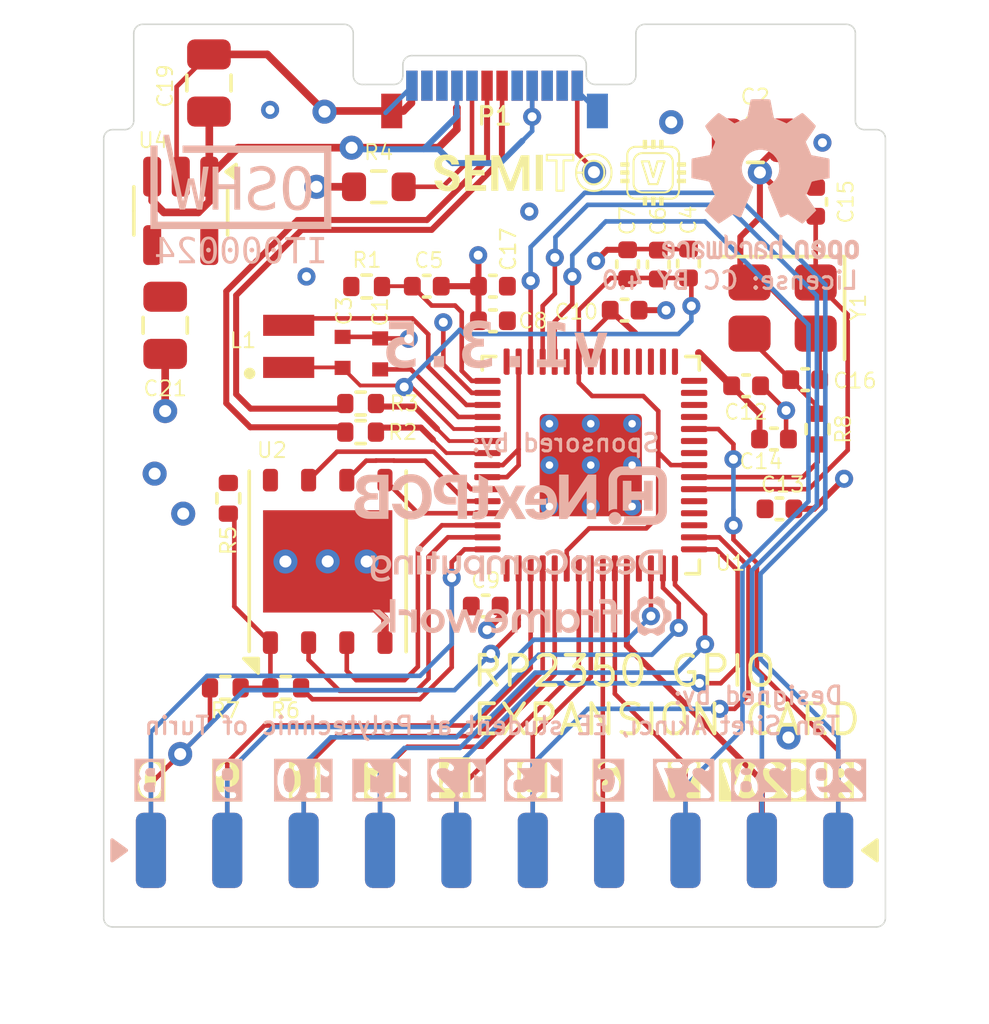
<source format=kicad_pcb>
(kicad_pcb (version 20241229) (generator "pcbnew") (generator_version "9.0")
  (title_block (title "RP2350 GPIO Card V1.3.2") (date "2025-08-24") (rev "X1") (company "SemiTO-V Student Team, Polytechnic University of Turin") (comment 1 "This work is licensed under a Creative Commons Attribution 4.0 International License") (comment 2 "Authors: Tan Siret Akıncı"))
  (layers (0 "F.Cu" signal) (4 "In1.Cu" signal "GL2.Cu") (6 "In2.Cu" signal "GL3.Cu") (2 "B.Cu" signal) (13 "F.Paste" user) (15 "B.Paste" user) (5 "F.SilkS" user "F.Silkscreen") (7 "B.SilkS" user "B.Silkscreen") (1 "F.Mask" user) (3 "B.Mask" user) (25 "Edge.Cuts" user))
  (net 0 "")
  (net 1 "+1V1")
  (net 2 "VBUS")
  (net 3 "/VREG_AVDD")
  (net 4 "/XIN")
  (net 5 "Net-(C16-Pad1)")
  (net 6 "+3.3V")
  (net 7 "/GPIO27_ADC1")
  (net 8 "/GPIO29_ADC3")
  (net 9 "/GPIO11")
  (net 10 "/QSPI_SS")
  (net 11 "/RUN")
  (net 12 "/GPIO10")
  (net 13 "/GPIO26_ADC0")
  (net 14 "/GPIO9")
  (net 15 "/GPIO8")
  (net 16 "/GPIO28_ADC2")
  (net 17 "/GPIO2")
  (net 18 "/GPIO1")
  (net 19 "/GPIO5")
  (net 20 "/GPIO4")
  (net 21 "/GPIO6")
  (net 22 "/GPIO0")
  (net 23 "/GPIO3")
  (net 24 "/GPIO7")
  (net 25 "/VREG_LX")
  (net 27 "Net-(P1-CC)")
  (net 28 "/USB_D+")
  (net 29 "/USB_D-")
  (net 30 "Net-(U1-USB_DP)")
  (net 31 "Net-(U1-USB_DM)")
  (net 32 "/FLASH_SS")
  (net 33 "/XOUT")
  (net 34 "/GPIO25")
  (net 35 "/GPIO23")
  (net 36 "/GPIO22")
  (net 37 "/GPIO18")
  (net 38 "/GPIO15")
  (net 39 "/GPIO17")
  (net 40 "/GPIO19")
  (net 41 "/QSPI_SCLK")
  (net 42 "/SWD")
  (net 43 "/GPIO20")
  (net 44 "/SWCLK")
  (net 45 "/GPIO21")
  (net 46 "/QSPI_SD1")
  (net 47 "/GPIO13")
  (net 48 "/GPIO24")
  (net 49 "/GPIO14")
  (net 50 "/QSPI_SD3")
  (net 51 "/GPIO12")
  (net 52 "/QSPI_SD2")
  (net 53 "/GPIO16")
  (net 54 "/QSPI_SD0")
  (net 55 "GND")
  (footprint "Resistor_SMD:R_0603_1608Metric" (layer "F.Cu") (at 99.705183 57.546434 180)
    (property "Reference" "R4")
    (property "Value" "5.1k")
  )
  (footprint "Expansion_Card:USB_C_Plug_Molex_105444" (layer "F.Cu") (at 103.555183 54.146434)
    (property "Reference" "P1")
    (property "Value" "USB_C_Plug_USB2.0")
    (fp_line (start -3.35 0) (end -4.3 0) (stroke (width 0.05)) (layer "Edge.Cuts"))
    (fp_line (start -3.05 -0.66) (end -3.05 -0.3) (stroke (width 0.05)) (layer "Edge.Cuts"))
    (fp_line (start -2.75 -0.96) (end 2.75 -0.96) (stroke (width 0.05)) (layer "Edge.Cuts"))
    (fp_line (start 3.05 -0.66) (end 3.05 -0.3) (stroke (width 0.05)) (layer "Edge.Cuts"))
    (fp_line (start 3.35 0) (end 4.3 0) (stroke (width 0.05)) (layer "Edge.Cuts"))
    (fp_arc (start -3.05 -0.66) (mid -2.962132 -0.872132) (end -2.75 -0.96) (stroke (width 0.05)) (layer "Edge.Cuts"))
    (fp_arc (start -3.05 -0.3) (mid -3.137868 -0.087868) (end -3.35 0) (stroke (width 0.05)) (layer "Edge.Cuts"))
    (fp_arc (start 2.75 -0.96) (mid 2.962132 -0.872132) (end 3.05 -0.66) (stroke (width 0.05)) (layer "Edge.Cuts"))
    (fp_arc (start 3.35 0) (mid 3.137868 -0.087868) (end 3.05 -0.3) (stroke (width 0.05)) (layer "Edge.Cuts"))
  )
  (footprint "MountingHole:MountingHole_2.2mm_M2" (layer "F.Cu") (at 92.255183 71.646434)
    (property "Reference" "H1" (hide yes))
    (property "Value" "MountingHole")
  )
  (footprint "MountingHole:MountingHole_2.2mm_M2" (layer "F.Cu") (at 114.855183 71.646434)
    (property "Reference" "H2" (hide yes))
    (property "Value" "MountingHole")
  )
  (footprint "Resistor_SMD:R_0402_1005Metric" (layer "F.Cu") (at 114.3 65.6 90)
    (property "Reference" "R8")
    (property "Value" "1k")
  )
  (footprint "Capacitor_SMD:C_0805_2012Metric" (layer "F.Cu") (at 94.055183 54.096434 90)
    (property "Reference" "C19")
    (property "Value" "10u")
  )
  (footprint "Resistor_SMD:R_0402_1005Metric" (layer "F.Cu") (at 94.7 67.9 -90)
    (property "Reference" "R5")
    (property "Value" "DNF")
  )
  (footprint "Crystal:Crystal_SMD_3225-4Pin_3.2x2.5mm" (layer "F.Cu") (at 113.135183 61.576434 180)
    (property "Reference" "Y1")
    (property "Value" "ABM8-272-T3")
  )
  (footprint "RP2350_60QFN_minimal:C_0402_1005Metric_small_pads" (layer "F.Cu") (at 99.75 63.1 90)
    (property "Reference" "C1")
    (property "Value" "4.7u")
  )
  (footprint "Capacitor_SMD:C_0402_1005Metric" (layer "F.Cu") (at 103.26 71.48)
    (property "Reference" "C9")
    (property "Value" "100n")
  )
  (footprint "Capacitor_SMD:C_0805_2012Metric" (layer "F.Cu") (at 112.23 56)
    (property "Reference" "C2")
    (property "Value" "10u")
  )
  (footprint "Capacitor_SMD:C_0402_1005Metric" (layer "F.Cu") (at 107.88 61.646434)
    (property "Reference" "C10")
    (property "Value" "100n")
  )
  (footprint "Capacitor_SMD:C_0402_1005Metric" (layer "F.Cu") (at 103.5 60.85 180)
    (property "Reference" "C17")
    (property "Value" "100n")
  )
  (footprint "RP2350CardCustomFootprintsLibrary:Custom_Harwin_M20-89010xx_1x10_P2.54mm_Horizontal" (layer "F.Cu") (at 103.555183 85.125 -90)
    (property "Reference" "J2" (hide yes))
    (property "Value" "Conn_01x10_Pin")
  )
  (footprint "Capacitor_SMD:C_0402_1005Metric" (layer "F.Cu") (at 103.5 62 180)
    (property "Reference" "C8")
    (property "Value" "100n")
  )
  (footprint "RP2350_60QFN_minimal:C_0402_1005Metric_small_pads" (layer "F.Cu") (at 98.5 63.05 90)
    (property "Reference" "C3")
    (property "Value" "4.7u")
  )
  (footprint "Capacitor_SMD:C_0402_1005Metric" (layer "F.Cu") (at 101.3 60.85)
    (property "Reference" "C5")
    (property "Value" "4.7u")
  )
  (footprint "Resistor_SMD:R_0402_1005Metric" (layer "F.Cu") (at 99.1 64.75)
    (property "Reference" "R3")
    (property "Value" "27")
  )
  (footprint "Package_TO_SOT_SMD:SOT-23-5" (layer "F.Cu") (at 93.117683 58.346434 -90)
    (property "Reference" "U4")
    (property "Value" "AP2127K-3.3")
  )
  (footprint "Resistor_SMD:R_0402_1005Metric" (layer "F.Cu") (at 99.3 60.86)
    (property "Reference" "R1")
    (property "Value" "33")
  )
  (footprint "Resistor_SMD:R_0402_1005Metric" (layer "F.Cu") (at 94.6 74.2)
    (property "Reference" "R7")
    (property "Value" "DNF")
  )
  (footprint "Capacitor_SMD:C_0402_1005Metric" (layer "F.Cu") (at 114.235183 58.046434 90)
    (property "Reference" "C15")
    (property "Value" "15p")
  )
  (footprint "Resistor_SMD:R_0402_1005Metric" (layer "F.Cu") (at 99.1 65.7)
    (property "Reference" "R2")
    (property "Value" "27")
  )
  (footprint "Capacitor_SMD:C_0805_2012Metric" (layer "F.Cu") (at 92.6 62.15 -90)
    (property "Reference" "C21")
    (property "Value" "10u")
  )
  (footprint "Capacitor_SMD:C_0402_1005Metric" (layer "F.Cu") (at 111.92 64.16)
    (property "Reference" "C12")
    (property "Value" "100n")
  )
  (footprint "Capacitor_SMD:C_0402_1005Metric" (layer "F.Cu") (at 110.005183 60.096434 90)
    (property "Reference" "C4")
    (property "Value" "100n")
  )
  (footprint "Package_SON:WSON-8-1EP_6x5mm_P1.27mm_EP3.4x4.3mm" (layer "F.Cu") (at 98.005183 69.996434 90)
    (property "Reference" "U2")
    (property "Value" "W25Q128JVS")
  )
  (footprint "Capacitor_SMD:C_0402_1005Metric" (layer "F.Cu") (at 109 60.13 90)
    (property "Reference" "C6")
    (property "Value" "4.7u")
  )
  (footprint "Capacitor_SMD:C_0402_1005Metric" (layer "F.Cu") (at 107.98 60.12 90)
    (property "Reference" "C7")
    (property "Value" "100n")
  )
  (footprint "Capacitor_SMD:C_0402_1005Metric" (layer "F.Cu") (at 113.03 68.25)
    (property "Reference" "C13")
    (property "Value" "100n")
  )
  (footprint "Resistor_SMD:R_0402_1005Metric" (layer "F.Cu") (at 96.61 74.2 180)
    (property "Reference" "R6")
    (property "Value" "0")
  )
  (footprint "Capacitor_SMD:C_0402_1005Metric" (layer "F.Cu") (at 112.847836 65.93)
    (property "Reference" "C14")
    (property "Value" "100n")
  )
  (footprint "Capacitor_SMD:C_0402_1005Metric" (layer "F.Cu") (at 113.885183 63.956434)
    (property "Reference" "C16")
    (property "Value" "15p")
  )
  (footprint "RP2350_60QFN_minimal:RP2350-QFN-60-1EP_7x7_P0.4mm_EP3.4x3.4mm_ThermalVias" (layer "F.Cu") (at 106.755183 66.796434 90)
    (property "Reference" "U1")
    (property "Value" "RP2350_60QFN")
  )
  (footprint "RP2350_60QFN_minimal:L_pol_2016" (layer "F.Cu") (at 96.708211 62.85 90)
    (property "Reference" "L1")
    (property "Value" "3.3u")
  )
  (footprint "Symbol:OSHW-Logo2_7.3x6mm_SilkScreen" (layer "B.Cu") (at 112.4 57.4 180)
    (property "Reference" "REF**" (hide yes))
    (property "Value" "OSHW-Logo2_7.3x6mm_SilkScreen" (hide yes))
  )
  (footprint "RP2350CardCustomFootprintsLibrary:Custom_Harwin_M20-89010xx_1x10_P2.54mm_Horizontal" (layer "B.Cu") (at 103.555183 85.125 -90)
    (property "Reference" "J1" (hide yes))
    (property "Value" "Conn_01x10_Pin")
  )
  (gr_line (start 107.39 61.646434) (end 108.23 62.4) (stroke (width 0.2)) (layer "F.Cu") (net 6))
  (gr_poly (pts (xy 108.830298 57.221235) (xy 108.974117 56.700678) (xy 109.208195 56.700678) (xy 108.972133 57.457463) (xy 108.687471 57.457463) (xy 108.451409 56.700678) (xy 108.685487 56.700678)) (stroke (width 0.067397) (color 255 255 255 1)) (fill no) (layer "F.SilkS"))
  (gr_poly (pts (xy 109.162357 57.868051) (xy 109.163169 57.868113) (xy 109.163969 57.868215) (xy 109.164756 57.868355) (xy 109.165529 57.868534) (xy 109.166288 57.868749) (xy 109.167031 57.869001) (xy 109.167757 57.869287) (xy 109.168465 57.869607) (xy 109.169154 57.86996) (xy 109.169824 57.870345) (xy 109.170473 57.870761) (xy 109.171099 57.871207) (xy 109.171703 57.871681) (xy 109.172284 57.872184) (xy 109.172839 57.872713) (xy 109.173368 57.873268) (xy 109.173871 57.873848) (xy 109.174345 57.874452) (xy 109.174791 57.875079) (xy 109.175207 57.875728) (xy 109.175592 57.876397) (xy 109.175945 57.877087) (xy 109.176265 57.877795) (xy 109.176551 57.878521) (xy 109.176803 57.879264) (xy 109.177018 57.880022) (xy 109.177197 57.880796) (xy 109.177337 57.881583) (xy 109.177439 57.882383) (xy 109.177501 57.883195) (xy 109.177522 57.884018) (xy 109.177522 58.15523) (xy 109.177501 58.156052) (xy 109.177439 58.156864) (xy 109.177337 58.157664) (xy 109.177197 58.158452) (xy 109.177018 58.159225) (xy 109.176803 58.159984) (xy 109.176551 58.160727) (xy 109.176265 58.161453) (xy 109.175945 58.162161) (xy 109.175592 58.16285) (xy 109.175207 58.16352) (xy 109.174791 58.164168) (xy 109.174345 58.164795) (xy 109.173871 58.165399) (xy 109.173368 58.165979) (xy 109.172839 58.166534) (xy 109.172284 58.167064) (xy 109.171703 58.167566) (xy 109.171099 58.168041) (xy 109.170473 58.168487) (xy 109.169824 58.168902) (xy 109.169154 58.169287) (xy 109.168465 58.16964) (xy 109.167757 58.169961) (xy 109.167031 58.170247) (xy 109.166288 58.170498) (xy 109.165529 58.170714) (xy 109.164756 58.170892) (xy 109.163969 58.171033) (xy 109.163169 58.171134) (xy 109.162357 58.171196) (xy 109.161534 58.171217) (xy 109.046799 58.171217) (xy 109.045976 58.171196) (xy 109.045164 58.171134) (xy 109.044364 58.171033) (xy 109.043577 58.170892) (xy 109.042803 58.170714) (xy 109.042045 58.170498) (xy 109.041302 58.170247) (xy 109.040576 58.169961) (xy 109.039868 58.16964) (xy 109.039178 58.169287) (xy 109.038509 58.168902) (xy 109.03786 58.168487) (xy 109.037233 58.168041) (xy 109.03663 58.167566) (xy 109.036049 58.167064) (xy 109.035494 58.166534) (xy 109.034965 58.165979) (xy 109.034462 58.165399) (xy 109.033988 58.164795) (xy 109.033542 58.164168) (xy 109.033126 58.16352) (xy 109.032741 58.16285) (xy 109.032388 58.162161) (xy 109.032068 58.161453) (xy 109.031782 58.160727) (xy 109.03153 58.159984) (xy 109.031315 58.159225) (xy 109.031137 58.158452) (xy 109.030996 58.157664) (xy 109.030894 58.156864) (xy 109.030833 58.156052) (xy 109.030812 58.15523) (xy 109.030812 57.884018) (xy 109.030833 57.883195) (xy 109.030894 57.882383) (xy 109.030996 57.881583) (xy 109.031137 57.880796) (xy 109.031315 57.880022) (xy 109.03153 57.879264) (xy 109.031782 57.878521) (xy 109.032068 57.877795) (xy 109.032388 57.877087) (xy 109.032741 57.876397) (xy 109.033126 57.875728) (xy 109.033542 57.875079) (xy 109.033988 57.874452) (xy 109.034462 57.873848) (xy 109.034965 57.873268) (xy 109.035494 57.872713) (xy 109.036049 57.872184) (xy 109.03663 57.871681) (xy 109.037233 57.871207) (xy 109.03786 57.870761) (xy 109.038509 57.870345) (xy 109.039178 57.86996) (xy 109.039868 57.869607) (xy 109.040576 57.869287) (xy 109.041302 57.869001) (xy 109.042045 57.868749) (xy 109.042803 57.868534) (xy 109.043577 57.868355) (xy 109.044364 57.868215) (xy 109.045164 57.868113) (xy 109.045976 57.868051) (xy 109.046799 57.868031) (xy 109.161534 57.868031)) (fill yes) (layer "F.SilkS"))
  (gr_poly (pts (xy 105.161345 57.677182) (xy 104.926396 57.677637) (xy 104.926396 56.483914) (xy 105.161345 56.48346)) (fill yes) (layer "F.SilkS"))
  (gr_poly (pts (xy 109.430569 56.216848) (xy 109.444587 56.217914) (xy 109.458401 56.219669) (xy 109.471994 56.222096) (xy 109.485348 56.225178) (xy 109.498447 56.228898) (xy 109.511272 56.233238) (xy 109.523807 56.23818) (xy 109.536034 56.243708) (xy 109.547935 56.249803) (xy 109.559495 56.25645) (xy 109.570694 56.263629) (xy 109.581516 56.271325) (xy 109.591943 56.279519) (xy 109.601959 56.288195) (xy 109.611545 56.297335) (xy 109.620685 56.306921) (xy 109.62936 56.316936) (xy 109.637555 56.327364) (xy 109.64525 56.338186) (xy 109.65243 56.349385) (xy 109.659076 56.360944) (xy 109.665172 56.372846) (xy 109.6707 56.385073) (xy 109.675642 56.397607) (xy 109.679982 56.410433) (xy 109.683701 56.423531) (xy 109.686783 56.436886) (xy 109.689211 56.450478) (xy 109.690966 56.464292) (xy 109.692032 56.47831) (xy 109.692391 56.492515) (xy 109.692391 57.665625) (xy 109.692032 57.679829) (xy 109.690966 57.693847) (xy 109.689211 57.707661) (xy 109.686783 57.721254) (xy 109.683701 57.734608) (xy 109.679982 57.747707) (xy 109.675642 57.760532) (xy 109.6707 57.773067) (xy 109.665172 57.785294) (xy 109.659076 57.797195) (xy 109.65243 57.808754) (xy 109.64525 57.819954) (xy 109.637555 57.830776) (xy 109.62936 57.841203) (xy 109.620685 57.851219) (xy 109.611545 57.860805) (xy 109.601959 57.869944) (xy 109.591943 57.87862) (xy 109.581516 57.886814) (xy 109.570694 57.89451) (xy 109.559495 57.90169) (xy 109.547935 57.908336) (xy 109.536034 57.914432) (xy 109.523807 57.919959) (xy 109.511272 57.924902) (xy 109.498447 57.929241) (xy 109.485348 57.932961) (xy 109.471994 57.936043) (xy 109.458401 57.938471) (xy 109.444587 57.940226) (xy 109.430569 57.941292) (xy 109.416365 57.941651) (xy 108.243238 57.941651) (xy 108.229034 57.941292) (xy 108.215016 57.940226) (xy 108.201202 57.938471) (xy 108.18761 57.936043) (xy 108.174255 57.932961) (xy 108.161157 57.929241) (xy 108.148331 57.924902) (xy 108.135797 57.919959) (xy 108.12357 57.914432) (xy 108.111668 57.908336) (xy 108.100109 57.90169) (xy 108.08891 57.89451) (xy 108.078088 57.886814) (xy 108.06766 57.87862) (xy 108.057645 57.869944) (xy 108.048058 57.860805) (xy 108.038919 57.851219) (xy 108.030243 57.841203) (xy 108.022049 57.830776) (xy 108.014353 57.819954) (xy 108.007173 57.808754) (xy 108.000527 57.797195) (xy 107.994431 57.785294) (xy 107.988904 57.773067) (xy 107.983961 57.760532) (xy 107.979622 57.747707) (xy 107.975902 57.734608) (xy 107.97282 57.721254) (xy 107.970393 57.707661) (xy 107.968637 57.693847) (xy 107.967571 57.679829) (xy 107.967212 57.665625) (xy 107.967212 56.492515) (xy 107.967571 56.47831) (xy 107.968637 56.464292) (xy 107.970393 56.450478) (xy 107.97282 56.436886) (xy 107.975902 56.423531) (xy 107.979622 56.410433) (xy 107.983961 56.397607) (xy 107.988904 56.385073) (xy 107.994431 56.372846) (xy 108.000527 56.360944) (xy 108.007173 56.349385) (xy 108.014353 56.338186) (xy 108.022049 56.327364) (xy 108.030243 56.316936) (xy 108.038919 56.306921) (xy 108.048058 56.297335) (xy 108.057645 56.288195) (xy 108.06766 56.279519) (xy 108.078088 56.271325) (xy 108.08891 56.263629) (xy 108.100109 56.25645) (xy 108.111668 56.249803) (xy 108.12357 56.243708) (xy 108.135797 56.23818) (xy 108.148331 56.233238) (xy 108.161157 56.228898) (xy 108.174255 56.225178) (xy 108.18761 56.222096) (xy 108.201202 56.219669) (xy 108.215016 56.217914) (xy 108.229034 56.216848) (xy 108.243238 56.216488) (xy 109.416365 56.216488)) (stroke (width 0.067349) (color 255 255 255 1)) (fill no) (layer "F.SilkS"))
  (gr_poly (pts (xy 108.024264 56.999128) (xy 108.025076 56.99919) (xy 108.025876 56.999292) (xy 108.026663 56.999432) (xy 108.027436 56.999611) (xy 108.028195 56.999826) (xy 108.028938 57.000078) (xy 108.029664 57.000364) (xy 108.030372 57.000684) (xy 108.031061 57.001037) (xy 108.031731 57.001422) (xy 108.032379 57.001838) (xy 108.033006 57.002284) (xy 108.03361 57.002758) (xy 108.03419 57.003261) (xy 108.034745 57.00379) (xy 108.035275 57.004345) (xy 108.035777 57.004925) (xy 108.036252 57.005529) (xy 108.036697 57.006156) (xy 108.037113 57.006805) (xy 108.037498 57.007474) (xy 108.037851 57.008164) (xy 108.038171 57.008872) (xy 108.038458 57.009598) (xy 108.038709 57.01034) (xy 108.038924 57.011099) (xy 108.039103 57.011873) (xy 108.039244 57.01266) (xy 108.039345 57.01346) (xy 108.039407 57.014272) (xy 108.039428 57.015094) (xy 108.039428 57.129831) (xy 108.039407 57.130653) (xy 108.039345 57.131465) (xy 108.039244 57.132265) (xy 108.039103 57.133052) (xy 108.038924 57.133826) (xy 108.038709 57.134584) (xy 108.038458 57.135327) (xy 108.038171 57.136053) (xy 108.037851 57.136761) (xy 108.037498 57.137451) (xy 108.037113 57.13812) (xy 108.036697 57.138769) (xy 108.036252 57.139396) (xy 108.035777 57.14) (xy 108.035275 57.14058) (xy 108.034745 57.141135) (xy 108.03419 57.141664) (xy 108.03361 57.142167) (xy 108.033006 57.142641) (xy 108.032379 57.143087) (xy 108.031731 57.143503) (xy 108.031061 57.143888) (xy 108.030372 57.144241) (xy 108.029664 57.144561) (xy 108.028938 57.144847) (xy 108.028195 57.145099) (xy 108.027436 57.145314) (xy 108.026663 57.145493) (xy 108.025876 57.145633) (xy 108.025076 57.145735) (xy 108.024264 57.145797) (xy 108.023441 57.145817) (xy 107.752214 57.145817) (xy 107.751392 57.145797) (xy 107.75058 57.145735) (xy 107.74978 57.145633) (xy 107.748992 57.145493) (xy 107.748219 57.145314) (xy 107.74746 57.145099) (xy 107.746717 57.144847) (xy 107.745991 57.144561) (xy 107.745283 57.144241) (xy 107.744594 57.143888) (xy 107.743924 57.143503) (xy 107.743276 57.143087) (xy 107.742649 57.142641) (xy 107.742045 57.142167) (xy 107.741465 57.141664) (xy 107.74091 57.141135) (xy 107.74038 57.14058) (xy 107.739878 57.14) (xy 107.739403 57.139396) (xy 107.738958 57.138769) (xy 107.738542 57.13812) (xy 107.738157 57.137451) (xy 107.737804 57.136761) (xy 107.737484 57.136053) (xy 107.737197 57.135327) (xy 107.736946 57.134584) (xy 107.736731 57.133826) (xy 107.736552 57.133052) (xy 107.736412 57.132265) (xy 107.73631 57.131465) (xy 107.736248 57.130653) (xy 107.736227 57.129831) (xy 107.736227 57.015094) (xy 107.736248 57.014272) (xy 107.73631 57.01346) (xy 107.736412 57.01266) (xy 107.736552 57.011873) (xy 107.736731 57.011099) (xy 107.736946 57.01034) (xy 107.737197 57.009598) (xy 107.737484 57.008872) (xy 107.737804 57.008164) (xy 107.738157 57.007474) (xy 107.738542 57.006805) (xy 107.738958 57.006156) (xy 107.739403 57.005529) (xy 107.739878 57.004925) (xy 107.74038 57.004345) (xy 107.74091 57.00379) (xy 107.741465 57.003261) (xy 107.742045 57.002758) (xy 107.742649 57.002284) (xy 107.743276 57.001838) (xy 107.743924 57.001422) (xy 107.744594 57.001037) (xy 107.745283 57.000684) (xy 107.745991 57.000364) (xy 107.746717 57.000078) (xy 107.74746 56.999826) (xy 107.748219 56.999611) (xy 107.748992 56.999432) (xy 107.74978 56.999292) (xy 107.75058 56.99919) (xy 107.751392 56.999128) (xy 107.752214 56.999108) (xy 108.023441 56.999108)) (fill yes) (layer "F.SilkS"))
  (gr_poly (pts (xy 104.713109 57.67805) (xy 104.479827 57.678501) (xy 104.479827 56.855069) (xy 104.181558 57.679079) (xy 103.978269 57.679472) (xy 103.68 56.86) (xy 103.68 57.68005) (xy 103.445051 57.680505) (xy 103.445051 56.500309) (xy 103.729989 56.499757) (xy 104.083245 57.386756) (xy 104.429837 56.498401) (xy 104.713109 56.497853)) (fill yes) (layer "F.SilkS"))
  (gr_poly (pts (xy 108.027389 57.2801) (xy 108.028201 57.280162) (xy 108.029001 57.280263) (xy 108.029788 57.280404) (xy 108.030562 57.280582) (xy 108.03132 57.280798) (xy 108.032063 57.281049) (xy 108.032789 57.281336) (xy 108.033497 57.281656) (xy 108.034187 57.282009) (xy 108.034856 57.282394) (xy 108.035505 57.28281) (xy 108.036131 57.283255) (xy 108.036735 57.28373) (xy 108.037315 57.284232) (xy 108.037871 57.284762) (xy 108.0384 57.285317) (xy 108.038903 57.285897) (xy 108.039377 57.286501) (xy 108.039823 57.287128) (xy 108.040239 57.287776) (xy 108.040624 57.288446) (xy 108.040977 57.289135) (xy 108.041297 57.289843) (xy 108.041583 57.290569) (xy 108.041834 57.291312) (xy 108.04205 57.292071) (xy 108.042228 57.292844) (xy 108.042369 57.293631) (xy 108.042471 57.294431) (xy 108.042532 57.295243) (xy 108.042553 57.296066) (xy 108.042553 57.410802) (xy 108.042532 57.411625) (xy 108.042471 57.412437) (xy 108.042369 57.413237) (xy 108.042228 57.414024) (xy 108.04205 57.414797) (xy 108.041834 57.415556) (xy 108.041583 57.416299) (xy 108.041297 57.417025) (xy 108.040977 57.417733) (xy 108.040624 57.418422) (xy 108.040239 57.419092) (xy 108.039823 57.41974) (xy 108.039377 57.420367) (xy 108.038903 57.420971) (xy 108.0384 57.421551) (xy 108.037871 57.422107) (xy 108.037315 57.422636) (xy 108.036735 57.423138) (xy 108.036131 57.423613) (xy 108.035505 57.424059) (xy 108.034856 57.424474) (xy 108.034187 57.424859) (xy 108.033497 57.425212) (xy 108.032789 57.425533) (xy 108.032063 57.425819) (xy 108.03132 57.42607) (xy 108.030562 57.426286) (xy 108.029788 57.426464) (xy 108.029001 57.426605) (xy 108.028201 57.426706) (xy 108.027389 57.426768) (xy 108.026566 57.426789) (xy 107.75534 57.426789) (xy 107.754517 57.426768) (xy 107.753705 57.426706) (xy 107.752905 57.426605) (xy 107.752118 57.426464) (xy 107.751344 57.426286) (xy 107.750586 57.42607) (xy 107.749843 57.425819) (xy 107.749117 57.425533) (xy 107.748409 57.425212) (xy 107.747719 57.424859) (xy 107.74705 57.424474) (xy 107.746401 57.424059) (xy 107.745774 57.423613) (xy 107.74517 57.423138) (xy 107.74459 57.422636) (xy 107.744035 57.422107) (xy 107.743506 57.421551) (xy 107.743003 57.420971) (xy 107.742529 57.420367) (xy 107.742083 57.41974) (xy 107.741667 57.419092) (xy 107.741282 57.418422) (xy 107.740929 57.417733) (xy 107.740609 57.417025) (xy 107.740323 57.416299) (xy 107.740072 57.415556) (xy 107.739856 57.414797) (xy 107.739678 57.414024) (xy 107.739537 57.413237) (xy 107.739435 57.412437) (xy 107.739374 57.411625) (xy 107.739353 57.410802) (xy 107.739353 57.296066) (xy 107.739374 57.295243) (xy 107.739435 57.294431) (xy 107.739537 57.293631) (xy 107.739678 57.292844) (xy 107.739856 57.292071) (xy 107.740072 57.291312) (xy 107.740323 57.290569) (xy 107.740609 57.289843) (xy 107.740929 57.289135) (xy 107.741282 57.288446) (xy 107.741667 57.287776) (xy 107.742083 57.287128) (xy 107.742529 57.286501) (xy 107.743003 57.285897) (xy 107.743506 57.285317) (xy 107.744035 57.284762) (xy 107.74459 57.284232) (xy 107.74517 57.28373) (xy 107.745774 57.283255) (xy 107.746401 57.28281) (xy 107.74705 57.282394) (xy 107.747719 57.282009) (xy 107.748409 57.281656) (xy 107.749117 57.281336) (xy 107.749843 57.281049) (xy 107.750586 57.280798) (xy 107.751344 57.280582) (xy 107.752118 57.280404) (xy 107.752905 57.280263) (xy 107.753705 57.280162) (xy 107.754517 57.2801) (xy 107.75534 57.280079) (xy 108.026566 57.280079)) (fill yes) (layer "F.SilkS"))
  (gr_poly (pts (xy 101.973404 56.47308) (xy 101.995834 56.474106) (xy 102.017665 56.475848) (xy 102.038897 56.478303) (xy 102.059531 56.481473) (xy 102.079566 56.485358) (xy 102.099002 56.489957) (xy 102.117839 56.495271) (xy 102.136077 56.501299) (xy 102.153716 56.508041) (xy 102.170757 56.515498) (xy 102.187199 56.523669) (xy 102.203042 56.532555) (xy 102.218286 56.542156) (xy 102.232931 56.552471) (xy 102.246977 56.5635) (xy 102.260555 56.575124) (xy 102.273378 56.587226) (xy 102.285445 56.599804) (xy 102.296758 56.612859) (xy 102.307316 56.626392) (xy 102.317118 56.640401) (xy 102.326166 56.654888) (xy 102.334458 56.669852) (xy 102.341996 56.685292) (xy 102.348778 56.70121) (xy 102.354805 56.717604) (xy 102.360078 56.734476) (xy 102.364595 56.751824) (xy 102.368357 56.76965) (xy 102.371364 56.787953) (xy 102.373616 56.806732) (xy 102.120338 56.807222) (xy 102.118958 56.799286) (xy 102.117318 56.791535) (xy 102.115417 56.78397) (xy 102.113256 56.77659) (xy 102.110835 56.769395) (xy 102.108153 56.762386) (xy 102.105211 56.755562) (xy 102.102009 56.748924) (xy 102.098546 56.742471) (xy 102.094823 56.736204) (xy 102.090839 56.730122) (xy 102.086595 56.724226) (xy 102.082091 56.718515) (xy 102.077327 56.712989) (xy 102.072302 56.707649) (xy 102.067016 56.702494) (xy 102.061477 56.697386) (xy 102.055691 56.692609) (xy 102.049657 56.688162) (xy 102.043376 56.684046) (xy 102.036847 56.680261) (xy 102.030071 56.676807) (xy 102.023048 56.673683) (xy 102.015777 56.67089) (xy 102.008259 56.668428) (xy 102.000494 56.666296) (xy 101.992482 56.664495) (xy 101.984222 56.663025) (xy 101.975714 56.661886) (xy 101.96696 56.661077) (xy 101.957958 56.660599) (xy 101.948708 56.660452) (xy 101.940683 56.660606) (xy 101.932852 56.661038) (xy 101.925217 56.661746) (xy 101.917778 56.662731) (xy 101.910533 56.663994) (xy 101.903484 56.665533) (xy 101.89663 56.667349) (xy 101.889971 56.669443) (xy 101.883508 56.671813) (xy 101.877239 56.674461) (xy 101.871167 56.677385) (xy 101.865289 56.680587) (xy 101.859607 56.684065) (xy 101.854119 56.687821) (xy 101.848828 56.691853) (xy 101.843731 56.696163) (xy 101.838888 56.700525) (xy 101.834358 56.705137) (xy 101.83014 56.71) (xy 101.826235 56.715113) (xy 101.822642 56.720476) (xy 101.819361 56.72609) (xy 101.816393 56.731954) (xy 101.813738 56.738068) (xy 101.811394 56.744433) (xy 101.809364 56.751049) (xy 101.807645 56.757914) (xy 101.806239 56.76503) (xy 101.805146 56.772397) (xy 101.804365 56.780014) (xy 101.803896 56.787881) (xy 101.80374 56.795999) (xy 101.803857 56.802485) (xy 101.804208 56.808838) (xy 101.804794 56.815059) (xy 101.805614 56.821147) (xy 101.806669 56.827102) (xy 101.807958 56.832925) (xy 101.809481 56.838616) (xy 101.811238 56.844173) (xy 101.81323 56.849599) (xy 101.815456 56.854891) (xy 101.817916 56.860051) (xy 101.820611 56.865079) (xy 101.82354 56.869974) (xy 101.826704 56.874736) (xy 101.830101 56.879366) (xy 101.833733 56.883863) (xy 101.837749 56.888036) (xy 101.841883 56.892116) (xy 101.846133 56.896104) (xy 101.850501 56.899999) (xy 101.854985 56.903801) (xy 101.859587 56.907511) (xy 101.864306 56.911128) (xy 101.869142 56.914652) (xy 101.874096 56.918084) (xy 101.879166 56.921422) (xy 101.884354 56.924669) (xy 101.889659 56.927822) (xy 101.895081 56.930883) (xy 101.90062 56.933851) (xy 101.906276 56.936726) (xy 101.912049 56.939509) (xy 101.924651 56.945059) (xy 101.938294 56.950766) (xy 101.952978 56.956629) (xy 101.968704 56.962649) (xy 101.985471 56.968825) (xy 102.00328 56.975157) (xy 102.02213 56.981646) (xy 102.042021 56.988292) (xy 102.069672 56.998304) (xy 102.095968 57.00816) (xy 102.120911 57.017861) (xy 102.144499 57.027405) (xy 102.166734 57.036794) (xy 102.187615 57.046026) (xy 102.207142 57.055103) (xy 102.225315 57.064024) (xy 102.234186 57.068584) (xy 102.242889 57.073422) (xy 102.251422 57.078537) (xy 102.259786 57.08393) (xy 102.267981 57.089601) (xy 102.276007 57.09555) (xy 102.283863 57.101776) (xy 102.29155 57.10828) (xy 102.299068 57.115062) (xy 102.306417 57.122122) (xy 102.313596 57.129459) (xy 102.320606 57.137074) (xy 102.327447 57.144967) (xy 102.334119 57.153137) (xy 102.340622 57.161585) (xy 102.346955 57.170311) (xy 102.353008 57.179348) (xy 102.358671 57.188728) (xy 102.363944 57.198454) (xy 102.368825 57.208523) (xy 102.373316 57.218937) (xy 102.377417 57.229694) (xy 102.381127 57.240797) (xy 102.384447 57.252243) (xy 102.387376 57.264033) (xy 102.389914 57.276168) (xy 102.392062 57.288647) (xy 102.39382 57.301471) (xy 102.395186 57.314638) (xy 102.396163 57.32815) (xy 102.396749 57.342006) (xy 102.396944 57.356206) (xy 102.396944 57.356203) (xy 102.396769 57.367564) (xy 102.396241 57.378819) (xy 102.395363 57.38997) (xy 102.394133 57.401015) (xy 102.392551 57.411956) (xy 102.390618 57.422791) (xy 102.388333 57.433522) (xy 102.385697 57.444148) (xy 102.38271 57.454668) (xy 102.37937 57.465084) (xy 102.37568 57.475394) (xy 102.371638 57.4856) (xy 102.367244 57.495701) (xy 102.362499 57.505696) (xy 102.357403 57.515587) (xy 102.351955 57.525372) (xy 102.346162 57.534782) (xy 102.34003 57.543968) (xy 102.33356 57.55293) (xy 102.326752 57.561668) (xy 102.319605 57.570182) (xy 102.31212 57.578473) (xy 102.304296 57.586539) (xy 102.296133 57.594381) (xy 102.287633 57.602) (xy 102.278794 57.609395) (xy 102.269616 57.616566) (xy 102.2601 57.623513) (xy 102.250245 57.630236) (xy 102.240052 57.636735) (xy 102.22952 57.64301) (xy 102.21865 57.649062) (xy 102.207461 57.654612) (xy 102.195973 57.659806) (xy 102.184185 57.664643) (xy 102.172098 57.669125) (xy 102.159711 57.67325) (xy 102.147025 57.67702) (xy 102.13404 57.680433) (xy 102.120755 57.683491) (xy 102.107171 57.686192) (xy 102.093287 57.688537) (xy 102.079104 57.690526) (xy 102.064621 57.692159) (xy 102.049839 57.693436) (xy 102.034758 57.694357) (xy 102.019377 57.694921) (xy 102.003697 57.69513) (xy 101.98818 57.694995) (xy 101.972871 57.694529) (xy 101.95777 57.693733) (xy 101.942877 57.692606) (xy 101.928193 57.691148) (xy 101.913717 57.68936) (xy 101.899449 57.687241) (xy 101.885389 57.684791) (xy 101.871538 57.682011) (xy 101.857895 57.6789) (xy 101.844461 57.675459) (xy 101.831235 57.671687) (xy 101.818216 57.667584) (xy 101.805407 57.66315) (xy 101.792805 57.658386) (xy 101.780412 57.653292) (xy 101.768273 57.647675) (xy 101.756433 57.641767) (xy 101.744893 57.635568) (xy 101.733652 57.629077) (xy 101.72271 57.622296) (xy 101.712068 57.615223) (xy 101.701725 57.607859) (xy 101.691682 57.600203) (xy 101.681938 57.592257) (xy 101.672493 57.584019) (xy 101.663348 57.57549) (xy 101.654502 57.56667) (xy 101.645956 57.557559) (xy 101.637709 57.548156) (xy 101.629761 57.538463) (xy 101.622113 57.528478) (xy 101.615018 57.518241) (xy 101.608314 57.507792) (xy 101.602 57.497131) (xy 101.596077 57.486257) (xy 101.590545 57.475172) (xy 101.585402 57.463874) (xy 101.580651 57.452365) (xy 101.57629 57.440643) (xy 101.572319 57.428709) (xy 101.568739 57.416564) (xy 101.56555 57.404206) (xy 101.562751 57.391636) (xy 101.560343 57.378854) (xy 101.558325 57.36586) (xy 101.556698 57.352653) (xy 101.555461 57.339235) (xy 101.805407 57.338751) (xy 101.806605 57.347745) (xy 101.808115 57.356552) (xy 101.809937 57.365175) (xy 101.812072 57.373612) (xy 101.814519 57.381863) (xy 101.817279 57.389929) (xy 101.820351 57.397809) (xy 101.823736 57.405503) (xy 101.827433 57.413012) (xy 101.831443 57.420336) (xy 101.835765 57.427474) (xy 101.840399 57.434426) (xy 101.845346 57.441193) (xy 101.850605 57.447774) (xy 101.856177 57.45417) (xy 101.862061 57.46038) (xy 101.868433 57.466101) (xy 101.875053 57.471451) (xy 101.88192 57.476431) (xy 101.889034 57.481041) (xy 101.896396 57.48528) (xy 101.904005 57.489149) (xy 101.911861 57.492647) (xy 101.919965 57.495775) (xy 101.928316 57.498533) (xy 101.936915 57.500921) (xy 101.94576 57.502938) (xy 101.954853 57.504584) (xy 101.964194 57.505861) (xy 101.973782 57.506767) (xy 101.983617 57.507302) (xy 101.993699 57.507468) (xy 102.002727 57.507299) (xy 102.011482 57.506826) (xy 102.019963 57.50605) (xy 102.028171 57.504971) (xy 102.036106 57.503589) (xy 102.043767 57.501903) (xy 102.051154 57.499914) (xy 102.058269 57.497622) (xy 102.06511 57.495026) (xy 102.071677 57.492127) (xy 102.077972 57.488925) (xy 102.083992 57.485419) (xy 102.08974 57.48161) (xy 102.095214 57.477498) (xy 102.100415 57.473082) (xy 102.105342 57.468363) (xy 102.110185 57.463196) (xy 102.114715 57.457857) (xy 102.118933 57.452347) (xy 102.122838 57.446666) (xy 102.126431 57.440814) (xy 102.129711 57.434791) (xy 102.13268 57.428596) (xy 102.135335 57.422231) (xy 102.137678 57.415695) (xy 102.139709 57.408987) (xy 102.141428 57.402108) (xy 102.142834 57.395058) (xy 102.143927 57.387837) (xy 102.144708 57.380445) (xy 102.145177 57.372881) (xy 102.145333 57.365147) (xy 102.145209 57.358252) (xy 102.144838 57.351516) (xy 102.14422 57.344939) (xy 102.143354 57.33852) (xy 102.142241 57.332261) (xy 102.140881 57.326161) (xy 102.139273 57.32022) (xy 102.137418 57.314438) (xy 102.135316 57.308814) (xy 102.132966 57.30335) (xy 102.130369 57.298045) (xy 102.127524 57.292898) (xy 102.124433 57.287911) (xy 102.121093 57.283082) (xy 102.117507 57.278413) (xy 102.113673 57.273902) (xy 102.109651 57.269319) (xy 102.105498 57.264856) (xy 102.101215 57.260512) (xy 102.096802 57.256287) (xy 102.092258 57.252181) (xy 102.087585 57.248194) (xy 102.082781 57.244326) (xy 102.077848 57.240577) (xy 102.072783 57.236948) (xy 102.067589 57.233438) (xy 102.062265 57.230047) (xy 102.05681 57.226775) (xy 102.051226 57.223622) (xy 102.045511 57.220589) (xy 102.039666 57.217674) (xy 102.03369 57.214879) (xy 102.021037 57.209303) (xy 102.007238 57.203517) (xy 101.992293 57.197523) (xy 101.976203 57.191319) (xy 101.958967 57.184906) (xy 101.940586 57.178283) (xy 101.921059 57.171452) (xy 101.900386 57.164412) (xy 101.873517 57.155191) (xy 101.847897 57.14602) (xy 101.823528 57.1369) (xy 101.800408 57.12783) (xy 101.778538 57.118811) (xy 101.757917 57.109842) (xy 101.738546 57.100924) (xy 101.720425 57.092055) (xy 101.711755 57.087297) (xy 101.703241 57.082287) (xy 101.694884 57.077026) (xy 101.686682 57.071513) (xy 101.678637 57.06575) (xy 101.670748 57.059735) (xy 101.663016 57.053469) (xy 101.655439 57.046951) (xy 101.648019 57.040182) (xy 101.640755 57.033162) (xy 101.633647 57.025891) (xy 101.626695 57.018368) (xy 101.6199 57.010594) (xy 101.613261 57.002569) (xy 101.606778 56.994293) (xy 101.600451 56.985765) (xy 101.594599 56.976946) (xy 101.589125 56.967796) (xy 101.584029 56.958315) (xy 101.57931 56.948503) (xy 101.574968 56.93836) (xy 101.571004 56.927886) (xy 101.567418 56.917081) (xy 101.564209 56.905945) (xy 101.561378 56.894478) (xy 101.558924 56.88268) (xy 101.556847 56.870551) (xy 101.555148 56.858091) (xy 101.553827 56.8453) (xy 101.552883 56.832178) (xy 101.552317 56.818725) (xy 101.552128 56.804941) (xy 101.552551 56.785965) (xy 101.553821 56.767502) (xy 101.555936 56.749553) (xy 101.558898 56.732117) (xy 101.562705 56.715195) (xy 101.567359 56.698786) (xy 101.572859 56.682891) (xy 101.579206 56.667509) (xy 101.586398 56.652641) (xy 101.594437 56.638287) (xy 101.603322 56.624446) (xy 101.613053 56.611118) (xy 101.62363 56.598304) (xy 101.635053 56.586004) (xy 101.647322 56.574217) (xy 101.660438 56.562944) (xy 101.674458 56.552065) (xy 101.689026 56.541885) (xy 101.704139 56.532404) (xy 101.7198 56.523622) (xy 101.736008 56.51554) (xy 101.752762 56.508156) (xy 101.770063 56.501472) (xy 101.78791 56.495486) (xy 101.806305 56.490199) (xy 101.825246 56.485612) (xy 101.844734 56.481724) (xy 101.864768 56.478534) (xy 101.88535 56.476044) (xy 101.906478 56.474253) (xy 101.928153 56.473161) (xy 101.950375 56.472768)) (fill yes) (layer "F.SilkS"))
  (gr_poly (pts (xy 103.271757 56.676491) (xy 102.805191 56.677392) (xy 102.805191 56.986813) (xy 103.221767 56.986008) (xy 103.221767 57.168616) (xy 102.805191 57.169422) (xy 102.805191 57.490679) (xy 103.271756 57.489776) (xy 103.271756 57.68084) (xy 102.570242 57.682198) (xy 102.570242 56.488476) (xy 103.271757 56.487117)) (fill yes) (layer "F.SilkS"))
  (gr_poly (pts (xy 109.908211 56.999128) (xy 109.909023 56.99919) (xy 109.909823 56.999291) (xy 109.910611 56.999432) (xy 109.911384 56.99961) (xy 109.912143 56.999826) (xy 109.912886 57.000077) (xy 109.913612 57.000363) (xy 109.91432 57.000683) (xy 109.915009 57.001037) (xy 109.915679 57.001421) (xy 109.916327 57.001837) (xy 109.916954 57.002283) (xy 109.917558 57.002758) (xy 109.918138 57.00326) (xy 109.918693 57.003789) (xy 109.919223 57.004345) (xy 109.919725 57.004925) (xy 109.9202 57.005529) (xy 109.920646 57.006155) (xy 109.921061 57.006804) (xy 109.921446 57.007474) (xy 109.921799 57.008163) (xy 109.92212 57.008871) (xy 109.922406 57.009597) (xy 109.922657 57.01034) (xy 109.922873 57.011099) (xy 109.923051 57.011872) (xy 109.923192 57.012659) (xy 109.923293 57.013459) (xy 109.923355 57.014271) (xy 109.923376 57.015094) (xy 109.923376 57.12983) (xy 109.923355 57.130653) (xy 109.923293 57.131465) (xy 109.923192 57.132265) (xy 109.923051 57.133052) (xy 109.922873 57.133825) (xy 109.922657 57.134584) (xy 109.922406 57.135327) (xy 109.92212 57.136053) (xy 109.921799 57.136761) (xy 109.921446 57.13745) (xy 109.921061 57.13812) (xy 109.920646 57.138768) (xy 109.9202 57.139395) (xy 109.919725 57.139999) (xy 109.919223 57.140579) (xy 109.918693 57.141134) (xy 109.918138 57.141664) (xy 109.917558 57.142166) (xy 109.916954 57.142641) (xy 109.916327 57.143086) (xy 109.915679 57.143502) (xy 109.915009 57.143887) (xy 109.91432 57.14424) (xy 109.913612 57.14456) (xy 109.912886 57.144847) (xy 109.912143 57.145098) (xy 109.911384 57.145313) (xy 109.910611 57.145492) (xy 109.909823 57.145633) (xy 109.909023 57.145734) (xy 109.908211 57.145796) (xy 109.907389 57.145817) (xy 109.636176 57.145817) (xy 109.635353 57.145796) (xy 109.634542 57.145734) (xy 109.633742 57.145633) (xy 109.632954 57.145492) (xy 109.632181 57.145313) (xy 109.631422 57.145098) (xy 109.630679 57.144847) (xy 109.629953 57.14456) (xy 109.629245 57.14424) (xy 109.628556 57.143887) (xy 109.627886 57.143502) (xy 109.627238 57.143086) (xy 109.626611 57.142641) (xy 109.626007 57.142166) (xy 109.625427 57.141664) (xy 109.624872 57.141134) (xy 109.624342 57.140579) (xy 109.62384 57.139999) (xy 109.623365 57.139395) (xy 109.62292 57.138768) (xy 109.622504 57.13812) (xy 109.622119 57.13745) (xy 109.621766 57.136761) (xy 109.621446 57.136053) (xy 109.621159 57.135327) (xy 109.620908 57.134584) (xy 109.620693 57.133825) (xy 109.620514 57.133052) (xy 109.620374 57.132265) (xy 109.620272 57.131465) (xy 109.62021 57.130653) (xy 109.620189 57.12983) (xy 109.620189 57.015094) (xy 109.62021 57.014271) (xy 109.620272 57.013459) (xy 109.620374 57.012659) (xy 109.620514 57.011872) (xy 109.620693 57.011099) (xy 109.620908 57.01034) (xy 109.621159 57.009597) (xy 109.621446 57.008871) (xy 109.621766 57.008163) (xy 109.622119 57.007474) (xy 109.622504 57.006804) (xy 109.62292 57.006155) (xy 109.623365 57.005529) (xy 109.62384 57.004925) (xy 109.624342 57.004345) (xy 109.624872 57.003789) (xy 109.625427 57.00326) (xy 109.626007 57.002758) (xy 109.626611 57.002283) (xy 109.627238 57.001837) (xy 109.627886 57.001421) (xy 109.628556 57.001037) (xy 109.629245 57.000683) (xy 109.629953 57.000363) (xy 109.630679 57.000077) (xy 109.631422 56.999826) (xy 109.632181 56.99961) (xy 109.632954 56.999432) (xy 109.633742 56.999291) (xy 109.634542 56.99919) (xy 109.635353 56.999128) (xy 109.636176 56.999107) (xy 109.907389 56.999107)) (fill yes) (layer "F.SilkS"))
  (gr_poly (pts (xy 109.162351 55.986944) (xy 109.163163 55.987006) (xy 109.163963 55.987107) (xy 109.16475 55.987248) (xy 109.165524 55.987426) (xy 109.166282 55.987642) (xy 109.167025 55.987893) (xy 109.167751 55.988179) (xy 109.168459 55.9885) (xy 109.169149 55.988853) (xy 109.169818 55.989237) (xy 109.170467 55.989653) (xy 109.171094 55.990099) (xy 109.171697 55.990574) (xy 109.172278 55.991076) (xy 109.172833 55.991605) (xy 109.173362 55.992161) (xy 109.173865 55.992741) (xy 109.174339 55.993345) (xy 109.174785 55.993971) (xy 109.175201 55.99462) (xy 109.175586 55.99529) (xy 109.175939 55.995979) (xy 109.176259 55.996687) (xy 109.176545 55.997413) (xy 109.176797 55.998156) (xy 109.177012 55.998914) (xy 109.17719 55.999688) (xy 109.177331 56.000475) (xy 109.177433 56.001275) (xy 109.177494 56.002087) (xy 109.177515 56.00291) (xy 109.177515 56.274136) (xy 109.177494 56.274959) (xy 109.177433 56.275771) (xy 109.177331 56.276571) (xy 109.17719 56.277358) (xy 109.177012 56.278132) (xy 109.176797 56.27889) (xy 109.176545 56.279633) (xy 109.176259 56.280359) (xy 109.175939 56.281067) (xy 109.175586 56.281757) (xy 109.175201 56.282426) (xy 109.174785 56.283075) (xy 109.174339 56.283702) (xy 109.173865 56.284306) (xy 109.173362 56.284886) (xy 109.172833 56.285441) (xy 109.172278 56.28597) (xy 109.171697 56.286473) (xy 109.171094 56.286947) (xy 109.170467 56.287393) (xy 109.169818 56.287809) (xy 109.169149 56.288194) (xy 109.168459 56.288547) (xy 109.167751 56.288867) (xy 109.167025 56.289153) (xy 109.166282 56.289405) (xy 109.165524 56.28962) (xy 109.16475 56.289799) (xy 109.163963 56.289939) (xy 109.163163 56.290041) (xy 109.162351 56.290103) (xy 109.161528 56.290123) (xy 109.046792 56.290123) (xy 109.04597 56.290103) (xy 109.045158 56.290041) (xy 109.044358 56.289939) (xy 109.04357 56.289799) (xy 109.042797 56.28962) (xy 109.042038 56.289405) (xy 109.041296 56.289153) (xy 109.04057 56.288867) (xy 109.039861 56.288547) (xy 109.039172 56.288194) (xy 109.038503 56.287809) (xy 109.037854 56.287393) (xy 109.037227 56.286947) (xy 109.036623 56.286473) (xy 109.036043 56.28597) (xy 109.035488 56.285441) (xy 109.034959 56.284886) (xy 109.034456 56.284306) (xy 109.033981 56.283702) (xy 109.033536 56.283075) (xy 109.03312 56.282426) (xy 109.032735 56.281757) (xy 109.032382 56.281067) (xy 109.032062 56.280359) (xy 109.031776 56.279633) (xy 109.031524 56.27889) (xy 109.031309 56.278132) (xy 109.03113 56.277358) (xy 109.03099 56.276571) (xy 109.030888 56.275771) (xy 109.030826 56.274959) (xy 109.030805 56.274136) (xy 109.030805 56.00291) (xy 109.030826 56.002087) (xy 109.030888 56.001275) (xy 109.03099 56.000475) (xy 109.03113 55.999688) (xy 109.031309 55.998914) (xy 109.031524 55.998156) (xy 109.031776 55.997413) (xy 109.032062 55.996687) (xy 109.032382 55.995979) (xy 109.032735 55.99529) (xy 109.03312 55.99462) (xy 109.033536 55.993971) (xy 109.033981 55.993345) (xy 109.034456 55.992741) (xy 109.034959 55.992161) (xy 109.035488 55.991605) (xy 109.036043 55.991076) (xy 109.036623 55.990574) (xy 109.037227 55.990099) (xy 109.037854 55.989653) (xy 109.038503 55.989237) (xy 109.039172 55.988853) (xy 109.039861 55.9885) (xy 109.04057 55.988179) (xy 109.041296 55.987893) (xy 109.042038 55.987642) (xy 109.042797 55.987426) (xy 109.04357 55.987248) (xy 109.044358 55.987107) (xy 109.045158 55.987006) (xy 109.04597 55.986944) (xy 109.046792 55.986923) (xy 109.161528 55.986923)) (fill yes) (layer "F.SilkS"))
  (gr_poly (pts (xy 106.174457 56.670872) (xy 105.849527 56.6715) (xy 105.849527 57.675849) (xy 105.614578 57.676305) (xy 105.614578 56.671955) (xy 105.291315 56.672581) (xy 105.291315 56.483208) (xy 106.174457 56.481498)) (stroke (width 0.067351) (color 255 255 255 1)) (fill no) (layer "F.SilkS"))
  (gr_poly (pts (xy 108.613627 55.988642) (xy 108.614439 55.988704) (xy 108.615239 55.988806) (xy 108.616027 55.988946) (xy 108.6168 55.989125) (xy 108.617559 55.98934) (xy 108.618302 55.989591) (xy 108.619028 55.989878) (xy 108.619736 55.990198) (xy 108.620425 55.990551) (xy 108.621095 55.990936) (xy 108.621743 55.991352) (xy 108.62237 55.991797) (xy 108.622974 55.992272) (xy 108.623554 55.992774) (xy 108.624109 55.993304) (xy 108.624639 55.993859) (xy 108.625141 55.994439) (xy 108.625616 55.995043) (xy 108.626061 55.99567) (xy 108.626477 55.996318) (xy 108.626862 55.996988) (xy 108.627215 55.997677) (xy 108.627535 55.998385) (xy 108.627822 55.999111) (xy 108.628073 55.999854) (xy 108.628288 56.000613) (xy 108.628467 56.001386) (xy 108.628607 56.002174) (xy 108.628709 56.002974) (xy 108.628771 56.003785) (xy 108.628792 56.004608) (xy 108.628792 56.275835) (xy 108.628771 56.276657) (xy 108.628709 56.277469) (xy 108.628607 56.278269) (xy 108.628467 56.279057) (xy 108.628288 56.27983) (xy 108.628073 56.280589) (xy 108.627822 56.281332) (xy 108.627535 56.282058) (xy 108.627215 56.282766) (xy 108.626862 56.283455) (xy 108.626477 56.284125) (xy 108.626061 56.284773) (xy 108.625616 56.2854) (xy 108.625141 56.286004) (xy 108.624639 56.286584) (xy 108.624109 56.287139) (xy 108.623554 56.287669) (xy 108.622974 56.288171) (xy 108.62237 56.288646) (xy 108.621743 56.289091) (xy 108.621095 56.289507) (xy 108.620425 56.289892) (xy 108.619736 56.290245) (xy 108.619028 56.290565) (xy 108.618302 56.290852) (xy 108.617559 56.291103) (xy 108.6168 56.291318) (xy 108.616027 56.291497) (xy 108.615239 56.291637) (xy 108.614439 56.291739) (xy 108.613627 56.291801) (xy 108.612805 56.291822) (xy 108.498069 56.291822) (xy 108.497246 56.291801) (xy 108.496434 56.291739) (xy 108.495634 56.291637) (xy 108.494847 56.291497) (xy 108.494073 56.291318) (xy 108.493315 56.291103) (xy 108.492572 56.290852) (xy 108.491846 56.290565) (xy 108.491138 56.290245) (xy 108.490448 56.289892) (xy 108.489779 56.289507) (xy 108.48913 56.289091) (xy 108.488504 56.288646) (xy 108.4879 56.288171) (xy 108.48732 56.287669) (xy 108.486764 56.287139) (xy 108.486235 56.286584) (xy 108.485732 56.286004) (xy 108.485258 56.2854) (xy 108.484812 56.284773) (xy 108.484396 56.284125) (xy 108.484011 56.283455) (xy 108.483658 56.282766) (xy 108.483338 56.282058) (xy 108.483052 56.281332) (xy 108.482801 56.280589) (xy 108.482585 56.27983) (xy 108.482407 56.279057) (xy 108.482266 56.278269) (xy 108.482164 56.277469) (xy 108.482103 56.276657) (xy 108.482082 56.275835) (xy 108.482082 56.004608) (xy 108.482103 56.003785) (xy 108.482164 56.002974) (xy 108.482266 56.002174) (xy 108.482407 56.001386) (xy 108.482585 56.000613) (xy 108.482801 55.999854) (xy 108.483052 55.999111) (xy 108.483338 55.998385) (xy 108.483658 55.997677) (xy 108.484011 55.996988) (xy 108.484396 55.996318) (xy 108.484812 55.99567) (xy 108.485258 55.995043) (xy 108.485732 55.994439) (xy 108.486235 55.993859) (xy 108.486764 55.993304) (xy 108.48732 55.992774) (xy 108.4879 55.992272) (xy 108.488504 55.991797) (xy 108.48913 55.991352) (xy 108.489779 55.990936) (xy 108.490448 55.990551) (xy 108.491138 55.990198) (xy 108.491846 55.989878) (xy 108.492572 55.989591) (xy 108.493315 55.98934) (xy 108.494073 55.989125) (xy 108.494847 55.988946) (xy 108.495634 55.988806) (xy 108.496434 55.988704) (xy 108.497246 55.988642) (xy 108.498069 55.988621) (xy 108.612805 55.988621)) (fill yes) (layer "F.SilkS"))
  (gr_poly (pts (xy 108.89459 57.869479) (xy 108.895402 57.869541) (xy 108.896202 57.869642) (xy 108.896989 57.869783) (xy 108.897763 57.869961) (xy 108.898521 57.870177) (xy 108.899264 57.870428) (xy 108.89999 57.870714) (xy 108.900698 57.871034) (xy 108.901387 57.871387) (xy 108.902057 57.871772) (xy 108.902705 57.872188) (xy 108.903332 57.872634) (xy 108.903936 57.873108) (xy 108.904516 57.873611) (xy 108.905071 57.87414) (xy 108.9056 57.874695) (xy 108.906103 57.875275) (xy 108.906577 57.875879) (xy 108.907023 57.876506) (xy 108.907439 57.877155) (xy 108.907824 57.877824) (xy 108.908177 57.878513) (xy 108.908497 57.879222) (xy 108.908783 57.879948) (xy 108.909035 57.88069) (xy 108.90925 57.881449) (xy 108.909428 57.882222) (xy 108.909569 57.88301) (xy 108.909671 57.88381) (xy 108.909732 57.884621) (xy 108.909753 57.885444) (xy 108.909753 58.156658) (xy 108.909732 58.157481) (xy 108.909671 58.158293) (xy 108.909569 58.159093) (xy 108.909428 58.15988) (xy 108.90925 58.160653) (xy 108.909035 58.161412) (xy 108.908783 58.162155) (xy 108.908497 58.162881) (xy 108.908177 58.163589) (xy 108.907824 58.164278) (xy 108.907439 58.164948) (xy 108.907023 58.165596) (xy 108.906577 58.166223) (xy 108.906103 58.166827) (xy 108.9056 58.167407) (xy 108.905071 58.167962) (xy 108.904516 58.168491) (xy 108.903936 58.168994) (xy 108.903332 58.169468) (xy 108.902705 58.169914) (xy 108.902057 58.17033) (xy 108.901387 58.170715) (xy 108.900698 58.171068) (xy 108.89999 58.171388) (xy 108.899264 58.171674) (xy 108.898521 58.171926) (xy 108.897763 58.172141) (xy 108.896989 58.172319) (xy 108.896202 58.17246) (xy 108.895402 58.172562) (xy 108.89459 58.172623) (xy 108.893768 58.172644) (xy 108.77904 58.172644) (xy 108.778217 58.172623) (xy 108.777406 58.172562) (xy 108.776606 58.17246) (xy 108.775818 58.172319) (xy 108.775045 58.172141) (xy 108.774286 58.171926) (xy 108.773544 58.171674) (xy 108.772818 58.171388) (xy 108.77211 58.171068) (xy 108.77142 58.170715) (xy 108.770751 58.17033) (xy 108.770102 58.169914) (xy 108.769476 58.169468) (xy 108.768872 58.168994) (xy 108.768292 58.168491) (xy 108.767736 58.167962) (xy 108.767207 58.167407) (xy 108.766705 58.166827) (xy 108.76623 58.166223) (xy 108.765784 58.165596) (xy 108.765369 58.164948) (xy 108.764984 58.164278) (xy 108.764631 58.163589) (xy 108.764311 58.162881) (xy 108.764024 58.162155) (xy 108.763773 58.161412) (xy 108.763558 58.160653) (xy 108.763379 58.15988) (xy 108.763239 58.159093) (xy 108.763137 58.158293) (xy 108.763075 58.157481) (xy 108.763054 58.156658) (xy 108.763054 57.885444) (xy 108.763075 57.884621) (xy 108.763137 57.88381) (xy 108.763239 57.88301) (xy 108.763379 57.882222) (xy 108.763558 57.881449) (xy 108.763773 57.88069) (xy 108.764024 57.879948) (xy 108.764311 57.879222) (xy 108.764631 57.878513) (xy 108.764984 57.877824) (xy 108.765369 57.877155) (xy 108.765784 57.876506) (xy 108.76623 57.875879) (xy 108.766705 57.875275) (xy 108.767207 57.874695) (xy 108.767736 57.87414) (xy 108.768292 57.873611) (xy 108.768872 57.873108) (xy 108.769476 57.872634) (xy 108.770102 57.872188) (xy 108.770751 57.871772) (xy 108.77142 57.871387) (xy 108.77211 57.871034) (xy 108.772818 57.870714) (xy 108.773544 57.870428) (xy 108.774286 57.870177) (xy 108.775045 57.869961) (xy 108.775818 57.869783) (xy 108.776606 57.869642) (xy 108.777406 57.869541) (xy 108.778217 57.869479) (xy 108.77904 57.869458) (xy 108.893768 57.869458)) (fill yes) (layer "F.SilkS"))
  (gr_poly (pts (xy 109.905086 57.280087) (xy 109.905898 57.280149) (xy 109.906698 57.28025) (xy 109.907485 57.280391) (xy 109.908258 57.280569) (xy 109.909017 57.280785) (xy 109.90976 57.281036) (xy 109.910486 57.281322) (xy 109.911194 57.281643) (xy 109.911883 57.281996) (xy 109.912553 57.282381) (xy 109.913201 57.282797) (xy 109.913828 57.283242) (xy 109.914432 57.283717) (xy 109.915012 57.284219) (xy 109.915567 57.284749) (xy 109.916097 57.285304) (xy 109.916599 57.285884) (xy 109.917074 57.286488) (xy 109.91752 57.287115) (xy 109.917935 57.287764) (xy 109.91832 57.288433) (xy 109.918673 57.289122) (xy 109.918994 57.289831) (xy 109.91928 57.290557) (xy 109.919531 57.291299) (xy 109.919747 57.292058) (xy 109.919925 57.292832) (xy 109.920066 57.293619) (xy 109.920167 57.294419) (xy 109.920229 57.295231) (xy 109.92025 57.296053) (xy 109.92025 57.410789) (xy 109.920229 57.411612) (xy 109.920167 57.412424) (xy 109.920066 57.413224) (xy 109.919925 57.414011) (xy 109.919747 57.414784) (xy 109.919531 57.415543) (xy 109.91928 57.416286) (xy 109.918994 57.417012) (xy 109.918673 57.41772) (xy 109.91832 57.418409) (xy 109.917935 57.419079) (xy 109.91752 57.419727) (xy 109.917074 57.420354) (xy 109.916599 57.420958) (xy 109.916097 57.421538) (xy 109.915567 57.422093) (xy 109.915012 57.422623) (xy 109.914432 57.423125) (xy 109.913828 57.4236) (xy 109.913201 57.424045) (xy 109.912553 57.424461) (xy 109.911883 57.424846) (xy 109.911194 57.425199) (xy 109.910486 57.425519) (xy 109.90976 57.425806) (xy 109.909017 57.426057) (xy 109.908258 57.426273) (xy 109.907485 57.426451) (xy 109.906698 57.426592) (xy 109.905898 57.426693) (xy 109.905086 57.426755) (xy 109.904263 57.426776) (xy 109.633051 57.426776) (xy 109.632228 57.426755) (xy 109.631416 57.426693) (xy 109.630616 57.426592) (xy 109.629829 57.426451) (xy 109.629055 57.426273) (xy 109.628297 57.426057) (xy 109.627554 57.425806) (xy 109.626828 57.425519) (xy 109.62612 57.425199) (xy 109.625431 57.424846) (xy 109.624761 57.424461) (xy 109.624112 57.424045) (xy 109.623486 57.4236) (xy 109.622882 57.423125) (xy 109.622302 57.422623) (xy 109.621746 57.422093) (xy 109.621217 57.421538) (xy 109.620715 57.420958) (xy 109.62024 57.420354) (xy 109.619794 57.419727) (xy 109.619378 57.419079) (xy 109.618993 57.418409) (xy 109.61864 57.41772) (xy 109.61832 57.417012) (xy 109.618034 57.416286) (xy 109.617783 57.415543) (xy 109.617567 57.414784) (xy 109.617389 57.414011) (xy 109.617248 57.413224) (xy 109.617146 57.412424) (xy 109.617085 57.411612) (xy 109.617064 57.410789) (xy 109.617064 57.296053) (xy 109.617085 57.295231) (xy 109.617146 57.294419) (xy 109.617248 57.293619) (xy 109.617389 57.292832) (xy 109.617567 57.292058) (xy 109.617783 57.291299) (xy 109.618034 57.290557) (xy 109.61832 57.289831) (xy 109.61864 57.289122) (xy 109.618993 57.288433) (xy 109.619378 57.287764) (xy 109.619794 57.287115) (xy 109.62024 57.286488) (xy 109.620715 57.285884) (xy 109.621217 57.285304) (xy 109.621746 57.284749) (xy 109.622302 57.284219) (xy 109.622882 57.283717) (xy 109.623486 57.283242) (xy 109.624112 57.282797) (xy 109.624761 57.282381) (xy 109.625431 57.281996) (xy 109.62612 57.281643) (xy 109.626828 57.281322) (xy 109.627554 57.281036) (xy 109.628297 57.280785) (xy 109.629055 57.280569) (xy 109.629829 57.280391) (xy 109.630616 57.28025) (xy 109.631416 57.280149) (xy 109.632228 57.280087) (xy 109.633051 57.280066) (xy 109.904263 57.280066)) (fill yes) (layer "F.SilkS"))
  (gr_poly (pts (xy 108.025691 56.731376) (xy 108.026503 56.731438) (xy 108.027303 56.73154) (xy 108.02809 56.73168) (xy 108.028863 56.731859) (xy 108.029622 56.732074) (xy 108.030365 56.732326) (xy 108.031091 56.732612) (xy 108.031799 56.732932) (xy 108.032488 56.733285) (xy 108.033158 56.73367) (xy 108.033806 56.734086) (xy 108.034433 56.734532) (xy 108.035037 56.735006) (xy 108.035617 56.735509) (xy 108.036172 56.736038) (xy 108.036702 56.736593) (xy 108.037204 56.737173) (xy 108.037679 56.737777) (xy 108.038125 56.738404) (xy 108.03854 56.739053) (xy 108.038925 56.739722) (xy 108.039278 56.740412) (xy 108.039599 56.74112) (xy 108.039885 56.741846) (xy 108.040136 56.742589) (xy 108.040352 56.743347) (xy 108.04053 56.744121) (xy 108.040671 56.744908) (xy 108.040772 56.745708) (xy 108.040834 56.74652) (xy 108.040855 56.747342) (xy 108.040855 56.862079) (xy 108.040834 56.862901) (xy 108.040772 56.863713) (xy 108.040671 56.864513) (xy 108.04053 56.8653) (xy 108.040352 56.866074) (xy 108.040136 56.866833) (xy 108.039885 56.867575) (xy 108.039599 56.868301) (xy 108.039278 56.869009) (xy 108.038925 56.869699) (xy 108.03854 56.870368) (xy 108.038125 56.871017) (xy 108.037679 56.871644) (xy 108.037204 56.872248) (xy 108.036702 56.872828) (xy 108.036172 56.873383) (xy 108.035617 56.873912) (xy 108.035037 56.874415) (xy 108.034433 56.874889) (xy 108.033806 56.875335) (xy 108.033158 56.875751) (xy 108.032488 56.876136) (xy 108.031799 56.876489) (xy 108.031091 56.876809) (xy 108.030365 56.877095) (xy 108.029622 56.877347) (xy 108.028863 56.877562) (xy 108.02809 56.877741) (xy 108.027303 56.877881) (xy 108.026503 56.877983) (xy 108.025691 56.878045) (xy 108.024868 56.878065) (xy 107.753641 56.878065) (xy 107.752819 56.878045) (xy 107.752007 56.877983) (xy 107.751207 56.877881) (xy 107.750419 56.877741) (xy 107.749646 56.877562) (xy 107.748887 56.877347) (xy 107.748144 56.877095) (xy 107.747418 56.876809) (xy 107.74671 56.876489) (xy 107.746021 56.876136) (xy 107.745351 56.875751) (xy 107.744703 56.875335) (xy 107.744076 56.874889) (xy 107.743472 56.874415) (xy 107.742892 56.873912) (xy 107.742337 56.873383) (xy 107.741807 56.872828) (xy 107.741305 56.872248) (xy 107.74083 56.871644) (xy 107.740385 56.871017) (xy 107.739969 56.870368) (xy 107.739584 56.869699) (xy 107.739231 56.869009) (xy 107.738911 56.868301) (xy 107.738625 56.867575) (xy 107.738373 56.866833) (xy 107.738158 56.866074) (xy 107.737979 56.8653) (xy 107.737839 56.864513) (xy 107.737737 56.863713) (xy 107.737675 56.862901) (xy 107.737655 56.862079) (xy 107.737655 56.747342) (xy 107.737675 56.74652) (xy 107.737737 56.745708) (xy 107.737839 56.744908) (xy 107.737979 56.744121) (xy 107.738158 56.743347) (xy 107.738373 56.742589) (xy 107.738625 56.741846) (xy 107.738911 56.74112) (xy 107.739231 56.740412) (xy 107.739584 56.739722) (xy 107.739969 56.739053) (xy 107.740385 56.738404) (xy 107.74083 56.737777) (xy 107.741305 56.737173) (xy 107.741807 56.736593) (xy 107.742337 56.736038) (xy 107.742892 56.735509) (xy 107.743472 56.735006) (xy 107.744076 56.734532) (xy 107.744703 56.734086) (xy 107.745351 56.73367) (xy 107.746021 56.733285) (xy 107.74671 56.732932) (xy 107.747418 56.732612) (xy 107.748144 56.732326) (xy 107.748887 56.732074) (xy 107.749646 56.731859) (xy 107.750419 56.73168) (xy 107.751207 56.73154) (xy 107.752007 56.731438) (xy 107.752819 56.731376) (xy 107.753641 56.731356) (xy 108.024868 56.731356)) (fill yes) (layer "F.SilkS"))
  (gr_poly (pts (xy 108.894599 55.985517) (xy 108.895411 55.985579) (xy 108.896211 55.98568) (xy 108.896999 55.985821) (xy 108.897772 55.985999) (xy 108.898531 55.986215) (xy 108.899273 55.986466) (xy 108.899999 55.986752) (xy 108.900708 55.987072) (xy 108.901397 55.987425) (xy 108.902066 55.98781) (xy 108.902715 55.988226) (xy 108.903342 55.988672) (xy 108.903946 55.989147) (xy 108.904526 55.989649) (xy 108.905081 55.990178) (xy 108.90561 55.990734) (xy 108.906113 55.991314) (xy 108.906588 55.991918) (xy 108.907033 55.992544) (xy 108.907449 55.993193) (xy 108.907834 55.993862) (xy 108.908187 55.994552) (xy 108.908507 55.99526) (xy 108.908793 55.995986) (xy 108.909045 55.996729) (xy 108.90926 55.997487) (xy 108.909439 55.998261) (xy 108.909579 55.999048) (xy 108.909681 55.999848) (xy 108.909743 56.00066) (xy 108.909764 56.001483) (xy 108.909764 56.272709) (xy 108.909743 56.273532) (xy 108.909681 56.274344) (xy 108.909579 56.275144) (xy 108.909439 56.275931) (xy 108.90926 56.276705) (xy 108.909045 56.277463) (xy 108.908793 56.278206) (xy 108.908507 56.278932) (xy 108.908187 56.27964) (xy 108.907834 56.28033) (xy 108.907449 56.280999) (xy 108.907033 56.281648) (xy 108.906588 56.282275) (xy 108.906113 56.282879) (xy 108.90561 56.283459) (xy 108.905081 56.284014) (xy 108.904526 56.284543) (xy 108.903946 56.285046) (xy 108.903342 56.28552) (xy 108.902715 56.285966) (xy 108.902066 56.286382) (xy 108.901397 56.286767) (xy 108.900708 56.28712) (xy 108.899999 56.28744) (xy 108.899273 56.287726) (xy 108.898531 56.287978) (xy 108.897772 56.288193) (xy 108.896999 56.288371) (xy 108.896211 56.288512) (xy 108.895411 56.288614) (xy 108.894599 56.288675) (xy 108.893777 56.288696) (xy 108.779041 56.288696) (xy 108.778218 56.288675) (xy 108.777406 56.288614) (xy 108.776606 56.288512) (xy 108.775819 56.288371) (xy 108.775045 56.288193) (xy 108.774287 56.287978) (xy 108.773544 56.287726) (xy 108.772818 56.28744) (xy 108.77211 56.28712) (xy 108.77142 56.286767) (xy 108.770751 56.286382) (xy 108.770102 56.285966) (xy 108.769475 56.28552) (xy 108.768872 56.285046) (xy 108.768291 56.284543) (xy 108.767736 56.284014) (xy 108.767207 56.283459) (xy 108.766704 56.282879) (xy 108.76623 56.282275) (xy 108.765784 56.281648) (xy 108.765368 56.280999) (xy 108.764983 56.28033) (xy 108.76463 56.27964) (xy 108.76431 56.278932) (xy 108.764024 56.278206) (xy 108.763772 56.277463) (xy 108.763557 56.276705) (xy 108.763379 56.275931) (xy 108.763238 56.275144) (xy 108.763136 56.274344) (xy 108.763075 56.273532) (xy 108.763054 56.272709) (xy 108.763054 56.001483) (xy 108.763075 56.00066) (xy 108.763136 55.999848) (xy 108.763238 55.999048) (xy 108.763379 55.998261) (xy 108.763557 55.997487) (xy 108.763772 55.996729) (xy 108.764024 55.995986) (xy 108.76431 55.99526) (xy 108.76463 55.994552) (xy 108.764983 55.993862) (xy 108.765368 55.993193) (xy 108.765784 55.992544) (xy 108.76623 55.991918) (xy 108.766704 55.991314) (xy 108.767207 55.990734) (xy 108.767736 55.990178) (xy 108.768291 55.989649) (xy 108.768872 55.989147) (xy 108.769475 55.988672) (xy 108.770102 55.988226) (xy 108.770751 55.98781) (xy 108.77142 55.987425) (xy 108.77211 55.987072) (xy 108.772818 55.986752) (xy 108.773544 55.986466) (xy 108.774287 55.986215) (xy 108.775045 55.985999) (xy 108.775819 55.985821) (xy 108.776606 55.98568) (xy 108.777406 55.985579) (xy 108.778218 55.985517) (xy 108.779041 55.985496) (xy 108.893777 55.985496)) (fill yes) (layer "F.SilkS"))
  (gr_poly (pts (xy 109.199579 56.426582) (xy 109.214736 56.427734) (xy 109.229673 56.429632) (xy 109.24437 56.432257) (xy 109.25881 56.43559) (xy 109.272973 56.439612) (xy 109.28684 56.444304) (xy 109.300394 56.449648) (xy 109.313614 56.455625) (xy 109.326483 56.462216) (xy 109.338982 56.469402) (xy 109.351091 56.477165) (xy 109.362792 56.485486) (xy 109.374067 56.494347) (xy 109.384897 56.503727) (xy 109.395262 56.51361) (xy 109.405144 56.523975) (xy 109.414525 56.534804) (xy 109.423385 56.546079) (xy 109.431706 56.557781) (xy 109.439469 56.56989) (xy 109.446656 56.582389) (xy 109.453247 56.595257) (xy 109.459224 56.608478) (xy 109.464568 56.622031) (xy 109.46926 56.635899) (xy 109.473282 56.650062) (xy 109.476615 56.664502) (xy 109.479239 56.679199) (xy 109.481137 56.694136) (xy 109.48229 56.709293) (xy 109.482678 56.724651) (xy 109.482678 57.433489) (xy 109.48229 57.448847) (xy 109.481137 57.464004) (xy 109.479239 57.478941) (xy 109.476615 57.493638) (xy 109.473282 57.508078) (xy 109.46926 57.522241) (xy 109.464568 57.536108) (xy 109.459224 57.549662) (xy 109.453247 57.562882) (xy 109.446656 57.575751) (xy 109.439469 57.58825) (xy 109.431706 57.600359) (xy 109.423385 57.61206) (xy 109.414525 57.623335) (xy 109.405144 57.634165) (xy 109.395262 57.64453) (xy 109.384897 57.654412) (xy 109.374067 57.663793) (xy 109.362792 57.672653) (xy 109.351091 57.680974) (xy 109.338982 57.688737) (xy 109.326483 57.695924) (xy 109.313614 57.702515) (xy 109.300394 57.708492) (xy 109.28684 57.713836) (xy 109.272973 57.718528) (xy 109.25881 57.72255) (xy 109.24437 57.725882) (xy 109.229673 57.728507) (xy 109.214736 57.730405) (xy 109.199579 57.731558) (xy 109.184221 57.731946) (xy 108.475383 57.731946) (xy 108.460024 57.731558) (xy 108.444868 57.730405) (xy 108.429931 57.728507) (xy 108.415234 57.725882) (xy 108.400794 57.72255) (xy 108.386631 57.718528) (xy 108.372763 57.713836) (xy 108.35921 57.708492) (xy 108.34599 57.702515) (xy 108.333121 57.695924) (xy 108.320622 57.688737) (xy 108.308513 57.680974) (xy 108.296811 57.672653) (xy 108.285537 57.663793) (xy 108.274707 57.654412) (xy 108.264342 57.64453) (xy 108.25446 57.634165) (xy 108.245079 57.623335) (xy 108.236219 57.61206) (xy 108.227898 57.600359) (xy 108.220134 57.58825) (xy 108.212948 57.575751) (xy 108.206357 57.562882) (xy 108.20038 57.549662) (xy 108.195036 57.536108) (xy 108.190344 57.522241) (xy 108.186322 57.508078) (xy 108.182989 57.493638) (xy 108.180365 57.478941) (xy 108.178467 57.464004) (xy 108.177314 57.448847) (xy 108.176926 57.433489) (xy 108.176926 56.724651) (xy 108.177314 56.709293) (xy 108.178467 56.694136) (xy 108.180365 56.679199) (xy 108.182989 56.664502) (xy 108.186322 56.650062) (xy 108.190344 56.635899) (xy 108.195036 56.622031) (xy 108.20038 56.608478) (xy 108.206357 56.595257) (xy 108.212948 56.582389) (xy 108.220134 56.56989) (xy 108.227898 56.557781) (xy 108.236219 56.546079) (xy 108.245079 56.534804) (xy 108.25446 56.523975) (xy 108.264342 56.51361) (xy 108.274707 56.503727) (xy 108.285537 56.494347) (xy 108.296811 56.485486) (xy 108.308513 56.477165) (xy 108.320622 56.469402) (xy 108.333121 56.462216) (xy 108.34599 56.455625) (xy 108.35921 56.449648) (xy 108.372763 56.444304) (xy 108.386631 56.439612) (xy 108.400794 56.43559) (xy 108.415234 56.432257) (xy 108.429931 56.429632) (xy 108.444868 56.427734) (xy 108.460024 56.426582) (xy 108.475383 56.426193) (xy 109.184221 56.426193)) (stroke (width 0.067349) (color 255 255 255 1)) (fill no) (layer "F.SilkS"))
  (gr_poly (pts (xy 108.61364 57.866353) (xy 108.614452 57.866415) (xy 108.615252 57.866517) (xy 108.616039 57.866657) (xy 108.616813 57.866836) (xy 108.617571 57.867051) (xy 108.618314 57.867303) (xy 108.61904 57.867589) (xy 108.619748 57.867909) (xy 108.620438 57.868262) (xy 108.621107 57.868647) (xy 108.621756 57.869063) (xy 108.622383 57.869509) (xy 108.622987 57.869983) (xy 108.623567 57.870486) (xy 108.624122 57.871015) (xy 108.624651 57.87157) (xy 108.625154 57.87215) (xy 108.625629 57.872754) (xy 108.626074 57.873381) (xy 108.62649 57.87403) (xy 108.626875 57.874699) (xy 108.627228 57.875388) (xy 108.627548 57.876097) (xy 108.627835 57.876823) (xy 108.628086 57.877565) (xy 108.628301 57.878324) (xy 108.62848 57.879098) (xy 108.628621 57.879885) (xy 108.628722 57.880685) (xy 108.628784 57.881497) (xy 108.628805 57.88232) (xy 108.628805 58.153532) (xy 108.628784 58.154354) (xy 108.628722 58.155166) (xy 108.628621 58.155966) (xy 108.62848 58.156754) (xy 108.628301 58.157527) (xy 108.628086 58.158286) (xy 108.627835 58.159029) (xy 108.627548 58.159755) (xy 108.627228 58.160463) (xy 108.626875 58.161152) (xy 108.62649 58.161822) (xy 108.626074 58.16247) (xy 108.625629 58.163097) (xy 108.625154 58.163701) (xy 108.624651 58.164281) (xy 108.624122 58.164836) (xy 108.623567 58.165366) (xy 108.622987 58.165868) (xy 108.622383 58.166343) (xy 108.621756 58.166788) (xy 108.621107 58.167204) (xy 108.620438 58.167589) (xy 108.619748 58.167942) (xy 108.61904 58.168262) (xy 108.618314 58.168549) (xy 108.617571 58.1688) (xy 108.616813 58.169015) (xy 108.616039 58.169194) (xy 108.615252 58.169334) (xy 108.614452 58.169436) (xy 108.61364 58.169498) (xy 108.612817 58.169519) (xy 108.498082 58.169519) (xy 108.497259 58.169498) (xy 108.496447 58.169436) (xy 108.495647 58.169334) (xy 108.49486 58.169194) (xy 108.494087 58.169015) (xy 108.493328 58.1688) (xy 108.492585 58.168549) (xy 108.491859 58.168262) (xy 108.491151 58.167942) (xy 108.490462 58.167589) (xy 108.489792 58.167204) (xy 108.489144 58.166788) (xy 108.488517 58.166343) (xy 108.487913 58.165868) (xy 108.487333 58.165366) (xy 108.486777 58.164836) (xy 108.486248 58.164281) (xy 108.485746 58.163701) (xy 108.485271 58.163097) (xy 108.484825 58.16247) (xy 108.484409 58.161822) (xy 108.484025 58.161152) (xy 108.483671 58.160463) (xy 108.483351 58.159755) (xy 108.483065 58.159029) (xy 108.482814 58.158286) (xy 108.482598 58.157527) (xy 108.48242 58.156754) (xy 108.482279 58.155966) (xy 108.482178 58.155166) (xy 108.482116 58.154354) (xy 108.482095 58.153532) (xy 108.482095 57.88232) (xy 108.482116 57.881497) (xy 108.482178 57.880685) (xy 108.482279 57.879885) (xy 108.48242 57.879098) (xy 108.482598 57.878324) (xy 108.482814 57.877565) (xy 108.483065 57.876823) (xy 108.483351 57.876097) (xy 108.483671 57.875388) (xy 108.484025 57.874699) (xy 108.484409 57.87403) (xy 108.484825 57.873381) (xy 108.485271 57.872754) (xy 108.485746 57.87215) (xy 108.486248 57.87157) (xy 108.486777 57.871015) (xy 108.487333 57.870486) (xy 108.487913 57.869983) (xy 108.488517 57.869509) (xy 108.489144 57.869063) (xy 108.489792 57.868647) (xy 108.490462 57.868262) (xy 108.491151 57.867909) (xy 108.491859 57.867589) (xy 108.492585 57.867303) (xy 108.493328 57.867051) (xy 108.494087 57.866836) (xy 108.49486 57.866657) (xy 108.495647 57.866517) (xy 108.496447 57.866415) (xy 108.497259 57.866353) (xy 108.498082 57.866333) (xy 108.612817 57.866333)) (fill yes) (layer "F.SilkS"))
  (gr_poly (pts (xy 109.906784 56.73137) (xy 109.907596 56.731432) (xy 109.908396 56.731534) (xy 109.909183 56.731674) (xy 109.909957 56.731853) (xy 109.910715 56.732068) (xy 109.911458 56.73232) (xy 109.912184 56.732606) (xy 109.912892 56.732926) (xy 109.913582 56.733279) (xy 109.914251 56.733664) (xy 109.9149 56.73408) (xy 109.915527 56.734526) (xy 109.91613 56.735) (xy 109.916711 56.735503) (xy 109.917266 56.736032) (xy 109.917795 56.736587) (xy 109.918298 56.737167) (xy 109.918772 56.737771) (xy 109.919218 56.738398) (xy 109.919634 56.739047) (xy 109.920019 56.739716) (xy 109.920372 56.740406) (xy 109.920692 56.741114) (xy 109.920978 56.74184) (xy 109.92123 56.742583) (xy 109.921445 56.743341) (xy 109.921623 56.744115) (xy 109.921764 56.744902) (xy 109.921866 56.745702) (xy 109.921927 56.746514) (xy 109.921948 56.747337) (xy 109.921948 56.862072) (xy 109.921927 56.862895) (xy 109.921866 56.863707) (xy 109.921764 56.864507) (xy 109.921623 56.865294) (xy 109.921445 56.866068) (xy 109.92123 56.866826) (xy 109.920978 56.867569) (xy 109.920692 56.868295) (xy 109.920372 56.869003) (xy 109.920019 56.869692) (xy 109.919634 56.870362) (xy 109.919218 56.871011) (xy 109.918772 56.871637) (xy 109.918298 56.872241) (xy 109.917795 56.872821) (xy 109.917266 56.873377) (xy 109.916711 56.873906) (xy 109.91613 56.874408) (xy 109.915527 56.874883) (xy 109.9149 56.875329) (xy 109.914251 56.875745) (xy 109.913582 56.87613) (xy 109.912892 56.876483) (xy 109.912184 56.876803) (xy 109.911458 56.877089) (xy 109.910715 56.87734) (xy 109.909957 56.877556) (xy 109.909183 56.877734) (xy 109.908396 56.877875) (xy 109.907596 56.877977) (xy 109.906784 56.878038) (xy 109.905961 56.878059) (xy 109.634749 56.878059) (xy 109.633926 56.878038) (xy 109.633114 56.877977) (xy 109.632314 56.877875) (xy 109.631527 56.877734) (xy 109.630754 56.877556) (xy 109.629995 56.87734) (xy 109.629252 56.877089) (xy 109.628526 56.876803) (xy 109.627818 56.876483) (xy 109.627128 56.87613) (xy 109.626459 56.875745) (xy 109.62581 56.875329) (xy 109.625184 56.874883) (xy 109.62458 56.874408) (xy 109.623999 56.873906) (xy 109.623444 56.873377) (xy 109.622915 56.872821) (xy 109.622412 56.872241) (xy 109.621938 56.871637) (xy 109.621492 56.871011) (xy 109.621076 56.870362) (xy 109.620691 56.869692) (xy 109.620338 56.869003) (xy 109.620018 56.868295) (xy 109.619732 56.867569) (xy 109.61948 56.866826) (xy 109.619265 56.866068) (xy 109.619086 56.865294) (xy 109.618946 56.864507) (xy 109.618844 56.863707) (xy 109.618782 56.862895) (xy 109.618762 56.862072) (xy 109.618762 56.747337) (xy 109.618782 56.746514) (xy 109.618844 56.745702) (xy 109.618946 56.744902) (xy 109.619086 56.744115) (xy 109.619265 56.743341) (xy 109.61948 56.742583) (xy 109.619732 56.74184) (xy 109.620018 56.741114) (xy 109.620338 56.740406) (xy 109.620691 56.739716) (xy 109.621076 56.739047) (xy 109.621492 56.738398) (xy 109.621938 56.737771) (xy 109.622412 56.737167) (xy 109.622915 56.736587) (xy 109.623444 56.736032) (xy 109.623999 56.735503) (xy 109.62458 56.735) (xy 109.625184 56.734526) (xy 109.62581 56.73408) (xy 109.626459 56.733664) (xy 109.627128 56.733279) (xy 109.627818 56.732926) (xy 109.628526 56.732606) (xy 109.629252 56.73232) (xy 109.629995 56.732068) (xy 109.630754 56.731853) (xy 109.631527 56.731674) (xy 109.632314 56.731534) (xy 109.633114 56.731432) (xy 109.633926 56.73137) (xy 109.634749 56.731349) (xy 109.905961 56.731349)) (fill yes) (layer "F.SilkS"))
  (gr_poly (pts (xy 106.855977 56.46327) (xy 106.876473 56.463534) (xy 106.896723 56.464407) (xy 106.916725 56.465887) (xy 106.93648 56.467975) (xy 106.955987 56.470672) (xy 106.975248 56.473977) (xy 106.99426 56.47789) (xy 107.013026 56.482411) (xy 107.031544 56.48754) (xy 107.049815 56.493277) (xy 107.067838 56.499622) (xy 107.085615 56.506576) (xy 107.103143 56.514137) (xy 107.120425 56.522307) (xy 107.137459 56.531085) (xy 107.154246 56.540471) (xy 107.170889 56.550405) (xy 107.187077 56.560829) (xy 107.202809 56.571743) (xy 107.218086 56.583146) (xy 107.232907 56.595039) (xy 107.247272 56.607422) (xy 107.261182 56.620294) (xy 107.274636 56.633656) (xy 107.287635 56.647507) (xy 107.300177 56.661848) (xy 107.312265 56.676679) (xy 107.323896 56.691999) (xy 107.335072 56.707809) (xy 107.345793 56.724109) (xy 107.356057 56.740898) (xy 107.365866 56.758176) (xy 107.37535 56.775634) (xy 107.384222 56.793384) (xy 107.392482 56.811426) (xy 107.40013 56.829759) (xy 107.407166 56.848384) (xy 107.413591 56.867301) (xy 107.419403 56.88651) (xy 107.424604 56.906011) (xy 107.429193 56.925803) (xy 107.43317 56.945887) (xy 107.436535 56.966263) (xy 107.439288 56.986931) (xy 107.44143 57.00789) (xy 107.442959 57.029141) (xy 107.443877 57.050684) (xy 107.444183 57.072519) (xy 107.443877 57.094362) (xy 107.442959 57.115928) (xy 107.44143 57.137218) (xy 107.439288 57.158232) (xy 107.436535 57.17897) (xy 107.43317 57.199432) (xy 107.429193 57.219617) (xy 107.424604 57.239526) (xy 107.419403 57.259159) (xy 107.413591 57.278515) (xy 107.407166 57.297596) (xy 107.40013 57.3164) (xy 107.392482 57.334928) (xy 107.384222 57.35318) (xy 107.37535 57.371155) (xy 107.365866 57.388854) (xy 107.356057 57.406171) (xy 107.345793 57.423001) (xy 107.335072 57.439342) (xy 107.323896 57.455195) (xy 107.312265 57.470561) (xy 107.300177 57.485438) (xy 107.287635 57.499828) (xy 107.274636 57.51373) (xy 107.261182 57.527144) (xy 107.247272 57.54007) (xy 107.232907 57.552508) (xy 107.218086 57.564458) (xy 107.202809 57.575921) (xy 107.187077 57.586895) (xy 107.170889 57.597382) (xy 107.154246 57.60738) (xy 107.137459 57.616831) (xy 107.120425 57.625675) (xy 107.103143 57.633912) (xy 107.085615 57.641542) (xy 107.067838 57.648564) (xy 107.049815 57.654979) (xy 107.031544 57.660787) (xy 107.013026 57.665988) (xy 106.99426 57.670582) (xy 106.975248 57.674568) (xy 106.955987 57.677948) (xy 106.93648 57.68072) (xy 106.916725 57.682885) (xy 106.896723 57.684443) (xy 106.876473 57.685393) (xy 106.855977 57.685737) (xy 106.835473 57.685473) (xy 106.815204 57.684601) (xy 106.795169 57.68312) (xy 106.775369 57.681032) (xy 106.755803 57.678335) (xy 106.736471 57.67503) (xy 106.717373 57.671118) (xy 106.69851 57.666597) (xy 106.679881 57.661468) (xy 106.661487 57.655731) (xy 106.643327 57.649386) (xy 106.625401 57.642432) (xy 106.607709 57.634871) (xy 106.590252 57.626702) (xy 106.573029 57.617924) (xy 106.556041 57.608538) (xy 106.539592 57.598604) (xy 106.523574 57.58818) (xy 106.507985 57.577266) (xy 106.492826 57.565862) (xy 106.478096 57.553969) (xy 106.463796 57.541587) (xy 106.449925 57.528714) (xy 106.436484 57.515352) (xy 106.423472 57.501501) (xy 106.410891 57.48716) (xy 106.398738 57.472329) (xy 106.387016 57.457009) (xy 106.375722 57.441199) (xy 106.364859 57.4249) (xy 106.354425 57.408111) (xy 106.34442 57.390832) (xy 106.335139 57.373169) (xy 106.326456 57.355228) (xy 106.318371 57.337007) (xy 106.310886 57.318509) (xy 106.304 57.299731) (xy 106.297712 57.280676) (xy 106.292023 57.261341) (xy 106.286933 57.241728) (xy 106.282442 57.221836) (xy 106.27855 57.201666) (xy 106.275256 57.181217) (xy 106.272561 57.16049) (xy 106.270465 57.139484) (xy 106.268968 57.1182) (xy 106.26807 57.096637) (xy 106.267771 57.074795) (xy 106.267777 57.074331) (xy 106.507719 57.074331) (xy 106.507888 57.089013) (xy 106.508396 57.10347) (xy 106.509242 57.117701) (xy 106.510427 57.131707) (xy 106.51195 57.145489) (xy 106.513811 57.159045) (xy 106.516011 57.172375) (xy 106.51855 57.185481) (xy 106.521427 57.198361) (xy 106.524642 57.211016) (xy 106.528196 57.223446) (xy 106.532088 57.235651) (xy 106.536319 57.247631) (xy 106.540888 57.259385) (xy 106.545796 57.270914) (xy 106.551042 57.282218) (xy 106.556796 57.293039) (xy 106.562811 57.303542) (xy 106.569085 57.313728) (xy 106.57562 57.323596) (xy 106.582416 57.333146) (xy 106.589472 57.342379) (xy 106.596788 57.351295) (xy 106.604364 57.359892) (xy 106.612201 57.368173) (xy 106.620298 57.376136) (xy 106.628656 57.383781) (xy 106.637274 57.391109) (xy 106.646152 57.398119) (xy 106.655291 57.404812) (xy 106.66469 57.411188) (xy 106.674349 57.417246) (xy 106.684236 57.42296) (xy 106.694319 57.428304) (xy 106.704596 57.433277) (xy 106.715069 57.43788) (xy 106.725738 57.442113) (xy 106.736601 57.445976) (xy 106.74766 57.449468) (xy 106.758914 57.45259) (xy 106.770364 57.455342) (xy 106.782008 57.457723) (xy 106.793848 57.459735) (xy 106.805883 57.461376) (xy 106.818114 57.462647) (xy 106.830539 57.463547) (xy 106.84316 57.464078) (xy 106.855977 57.464238) (xy 106.868793 57.464028) (xy 106.881414 57.463449) (xy 106.893839 57.4625) (xy 106.90607 57.461182) (xy 106.918105 57.459494) (xy 106.929945 57.457437) (xy 106.941589 57.45501) (xy 106.953039 57.452214) (xy 106.964293 57.449048) (xy 106.975351 57.445513) (xy 106.986215 57.441609) (xy 106.996883 57.437334) (xy 107.007356 57.432691) (xy 107.017634 57.427677) (xy 107.027716 57.422295) (xy 107.037603 57.416542) (xy 107.047256 57.410447) (xy 107.056636 57.404036) (xy 107.065742 57.397308) (xy 107.074574 57.390263) (xy 107.083134 57.382902) (xy 107.09142 57.375225) (xy 107.099432 57.367231) (xy 107.107171 57.35892) (xy 107.114637 57.350293) (xy 107.12183 57.341349) (xy 107.128749 57.332089) (xy 107.135394 57.322512) (xy 107.141767 57.312619) (xy 107.147866 57.30241) (xy 107.153691 57.291883) (xy 107.159243 57.281041) (xy 107.164691 57.269716) (xy 107.169788 57.258168) (xy 107.174533 57.246395) (xy 107.178927 57.234399) (xy 107.182969 57.222179) (xy 107.186659 57.209735) (xy 107.189998 57.197067) (xy 107.192986 57.184176) (xy 107.195622 57.17106) (xy 107.197907 57.157721) (xy 107.19984 57.144157) (xy 107.201422 57.13037) (xy 107.202652 57.116359) (xy 107.20353 57.102124) (xy 107.204058 57.087665) (xy 107.204233 57.072983) (xy 107.204058 57.058307) (xy 107.20353 57.04387) (xy 107.202652 57.029672) (xy 107.201422 57.015712) (xy 107.19984 57.00199) (xy 107.197907 56.988507) (xy 107.195622 56.975262) (xy 107.192986 56.962256) (xy 107.189998 56.949488) (xy 107.186659 56.936959) (xy 107.182969 56.924668) (xy 107.178927 56.912615) (xy 107.174533 56.900801) (xy 107.169788 56.889226) (xy 107.164691 56.877889) (xy 107.159243 56.86679) (xy 107.153691 56.855764) (xy 107.147866 56.845069) (xy 107.141767 56.834704) (xy 107.135394 56.824671) (xy 107.128749 56.814968) (xy 107.12183 56.805596) (xy 107.114637 56.796555) (xy 107.107171 56.787844) (xy 107.099432 56.779464) (xy 107.09142 56.771415) (xy 107.083134 56.763697) (xy 107.074574 56.756309) (xy 107.065742 56.749253) (xy 107.056636 56.742527) (xy 107.047256 56.736132) (xy 107.037603 56.730067) (xy 107.027716 56.724354) (xy 107.017634 56.71901) (xy 107.007356 56.714037) (xy 106.996883 56.709434) (xy 106.986215 56.705201) (xy 106.975351 56.701339) (xy 106.964292 56.697846) (xy 106.953038 56.694724) (xy 106.941589 56.691973) (xy 106.929944 56.689591) (xy 106.918104 56.68758) (xy 106.906069 56.685938) (xy 106.893839 56.684668) (xy 106.881413 56.683767) (xy 106.868793 56.683237) (xy 106.855977 56.683077) (xy 106.84316 56.683286) (xy 106.830539 56.683866) (xy 106.818113 56.684814) (xy 106.805883 56.686132) (xy 106.793848 56.68782) (xy 106.782008 56.689877) (xy 106.770363 56.692304) (xy 106.758914 56.6951) (xy 106.74766 56.698266) (xy 106.736601 56.701801) (xy 106.725738 56.705706) (xy 106.715069 56.70998) (xy 106.704596 56.714624) (xy 106.694319 56.719637) (xy 106.684236 56.725019) (xy 106.674349 56.730771) (xy 106.66469 56.736873) (xy 106.655291 56.743304) (xy 106.646152 56.750065) (xy 106.637274 56.757156) (xy 106.628656 56.764577) (xy 106.620298 56.772327) (xy 106.612201 56.780407) (xy 106.604364 56.788817) (xy 106.596788 56.797557) (xy 106.589472 56.806626) (xy 106.582416 56.816026) (xy 106.57562 56.825754) (xy 106.569085 56.835813) (xy 106.562811 56.846201) (xy 106.556796 56.85692) (xy 106.551042 56.867967) (xy 106.545796 56.879087) (xy 106.540888 56.890443) (xy 106.536319 56.902037) (xy 106.532088 56.913867) (xy 106.528196 56.925935) (xy 106.524642 56.93824) (xy 106.521427 56.950782) (xy 106.51855 56.963561) (xy 106.516011 56.976577) (xy 106.513811 56.989831) (xy 106.51195 57.003321) (xy 106.510427 57.017049) (xy 106.509242 57.031014) (xy 106.508396 57.045216) (xy 106.507888 57.059655) (xy 106.507719 57.074331) (xy 106.267777 57.074331) (xy 106.26807 57.052959) (xy 106.268968 57.031413) (xy 106.270465 57.010156) (xy 106.272561 56.989188) (xy 106.275256 56.96851) (xy 106.27855 56.948121) (xy 106.282442 56.928022) (xy 106.286933 56.908212) (xy 106.292023 56.888692) (xy 106.297712 56.869461) (xy 106.304 56.850519) (xy 106.310886 56.831867) (xy 106.318371 56.813505) (xy 106.326456 56.795432) (xy 106.335139 56.777648) (xy 106.34442 56.760154) (xy 106.354425 56.742836) (xy 106.364859 56.726007) (xy 106.375722 56.709665) (xy 106.387016 56.693812) (xy 106.398738 56.678446) (xy 106.410891 56.663568) (xy 106.423472 56.649178) (xy 106.436484 56.635276) (xy 106.449925 56.621863) (xy 106.463796 56.608937) (xy 106.478096 56.596499) (xy 106.492826 56.584548) (xy 106.507985 56.573086) (xy 106.523574 56.562112) (xy 106.539592 56.551626) (xy 106.556041 56.541628) (xy 106.573029 56.532176) (xy 106.590252 56.523332) (xy 106.607709 56.515095) (xy 106.625401 56.507465) (xy 106.643327 56.500443) (xy 106.661487 56.494027) (xy 106.679881 56.488219) (xy 106.69851 56.483018) (xy 106.717373 56.478424) (xy 106.736471 56.474438) (xy 106.755803 56.471058) (xy 106.775369 56.468286) (xy 106.795169 56.466121) (xy 106.815204 56.464563) (xy 106.835473 56.463612) (xy 106.855977 56.463269)) (stroke (width 0.067351) (color 255 255 255 1)) (fill no) (layer "F.SilkS"))
  (gr_poly (pts (xy 102.282285 72.10415) (xy 102.112019 71.596027) (xy 101.930108 71.596027) (xy 102.201569 72.365065) (xy 102.370298 72.365065) (xy 102.55968 71.834314) (xy 102.747523 72.365065) (xy 102.91199 72.365065) (xy 103.189383 71.596027) (xy 102.985282 71.596027) (xy 102.813652 72.108675) (xy 102.630202 71.589964) (xy 102.464197 71.589964)) (fill yes) (layer "B.SilkS"))
  (gr_poly (pts (xy 108.971732 71.157802) (xy 108.96741 71.158255) (xy 108.963118 71.158954) (xy 108.958864 71.159899) (xy 108.95466 71.161089) (xy 108.950517 71.162523) (xy 108.946445 71.1642) (xy 108.942455 71.166121) (xy 108.938558 71.168283) (xy 108.838085 71.227932) (xy 108.829129 71.232845) (xy 108.819953 71.237103) (xy 108.810586 71.240706) (xy 108.801063 71.243654) (xy 108.791413 71.245947) (xy 108.78167 71.247585) (xy 108.771865 71.248567) (xy 108.76203 71.248895) (xy 108.752197 71.248567) (xy 108.742397 71.247585) (xy 108.732663 71.245947) (xy 108.723026 71.243654) (xy 108.713518 71.240706) (xy 108.704171 71.237103) (xy 108.695017 71.232845) (xy 108.686088 71.227932) (xy 108.585619 71.168283) (xy 108.581723 71.166122) (xy 108.577738 71.164207) (xy 108.573673 71.162536) (xy 108.569538 71.161111) (xy 108.565344 71.15993) (xy 108.5611 71.158995) (xy 108.556816 71.158305) (xy 108.552503 71.157861) (xy 108.54817 71.157661) (xy 108.543828 71.157707) (xy 108.539486 71.157998) (xy 108.535154 71.158534) (xy 108.530843 71.159315) (xy 108.526562 71.160342) (xy 108.522321 71.161614) (xy 108.518132 71.163131) (xy 108.505708 71.1682) (xy 108.493405 71.173512) (xy 108.481225 71.179064) (xy 108.46917 71.184853) (xy 108.457243 71.190876) (xy 108.445448 71.197131) (xy 108.433786 71.203615) (xy 108.42226 71.210324) (xy 108.410873 71.217257) (xy 108.399628 71.224411) (xy 108.388527 71.231782) (xy 108.377573 71.239368) (xy 108.366768 71.247166) (xy 108.356116 71.255174) (xy 108.345619 71.263389) (xy 108.33528 71.271807) (xy 108.331921 71.274764) (xy 108.328745 71.277891) (xy 108.325756 71.28118) (xy 108.32296 71.28462) (xy 108.32036 71.288203) (xy 108.317962 71.29192) (xy 108.315771 71.295761) (xy 108.31379 71.299717) (xy 108.312024 71.30378) (xy 108.310479 71.30794) (xy 108.309159 71.312187) (xy 108.308068 71.316513) (xy 108.307212 71.320909) (xy 108.306594 71.325365) (xy 108.30622 71.329873) (xy 108.306095 71.334422) (xy 108.306095 71.453407) (xy 108.30601 71.45862) (xy 108.305757 71.463805) (xy 108.305338 71.468959) (xy 108.304755 71.474076) (xy 108.304011 71.479155) (xy 108.303106 71.484192) (xy 108.302043 71.489183) (xy 108.300825 71.494124) (xy 108.299452 71.499012) (xy 108.297928 71.503843) (xy 108.296254 71.508614) (xy 108.294432 71.513322) (xy 108.292465 71.517962) (xy 108.290353 71.522531) (xy 108.288101 71.527026) (xy 108.285708 71.531443) (xy 108.283178 71.535779) (xy 108.280512 71.54003) (xy 108.277713 71.544192) (xy 108.274782 71.548262) (xy 108.271722 71.552237) (xy 108.268535 71.556112) (xy 108.265222 71.559885) (xy 108.261785 71.563551) (xy 108.258227 71.567108) (xy 108.25455 71.570551) (xy 108.250756 71.573878) (xy 108.246846 71.577084) (xy 108.242824 71.580166) (xy 108.23869 71.58312) (xy 108.234446 71.585944) (xy 108.230096 71.588632) (xy 108.129777 71.648127) (xy 108.129779 71.648127) (xy 108.126012 71.650514) (xy 108.122406 71.6531) (xy 108.118968 71.655878) (xy 108.115703 71.658838) (xy 108.112615 71.661972) (xy 108.109711 71.665271) (xy 108.106996 71.668727) (xy 108.104475 71.67233) (xy 108.102153 71.676072) (xy 108.100036 71.679945) (xy 108.098129 71.683939) (xy 108.096438 71.688047) (xy 108.094967 71.692259) (xy 108.093723 71.696566) (xy 108.09271 71.700961) (xy 108.091934 71.705434) (xy 108.09001 71.71871) (xy 108.088343 71.732071) (xy 108.086933 71.745513) (xy 108.085778 71.759031) (xy 108.08488 71.772623) (xy 108.084239 71.786284) (xy 108.083854 71.80001) (xy 108.083726 71.813798) (xy 108.08386 71.827588) (xy 108.08426 71.841315) (xy 108.08492 71.854976) (xy 108.085834 71.868567) (xy 108.086998 71.882085) (xy 108.088406 71.895526) (xy 108.090053 71.908887) (xy 108.091934 71.922163) (xy 108.092738 71.926664) (xy 108.093779 71.931083) (xy 108.095051 71.935411) (xy 108.096548 71.939641) (xy 108.098266 71.943764) (xy 108.100198 71.947772) (xy 108.102339 71.951655) (xy 108.104683 71.955406) (xy 108.107225 71.959015) (xy 108.109959 71.962476) (xy 108.11288 71.965778) (xy 108.115981 71.968915) (xy 108.119259 71.971876) (xy 108.122706 71.974655) (xy 108.126317 71.977241) (xy 108.130087 71.979628) (xy 108.230402 72.039118) (xy 108.238995 72.044631) (xy 108.247152 72.050667) (xy 108.254856 72.0572) (xy 108.262091 72.0642) (xy 108.26884 72.071639) (xy 108.275088 72.079489) (xy 108.280818 72.087721) (xy 108.286014 72.096307) (xy 108.290659 72.10522) (xy 108.294738 72.114429) (xy 108.298234 72.123908) (xy 108.30113 72.133627) (xy 108.303412 72.143559) (xy 108.305061 72.153674) (xy 108.306063 72.163945) (xy 108.3064 72.174344) (xy 108.3064 72.293329) (xy 108.306526 72.297878) (xy 108.3069 72.302385) (xy 108.307518 72.30684) (xy 108.308374 72.311235) (xy 108.309465 72.315561) (xy 108.310785 72.319809) (xy 108.31233 72.323968) (xy 108.314095 72.328031) (xy 108.316076 72.331987) (xy 108.318268 72.335828) (xy 108.320666 72.339545) (xy 108.323266 72.343128) (xy 108.326062 72.346569) (xy 108.32905 72.349858) (xy 108.332226 72.352986) (xy 108.335585 72.355943) (xy 108.345898 72.364334) (xy 108.356372 72.372524) (xy 108.367004 72.380511) (xy 108.377791 72.388292) (xy 108.388731 72.395862) (xy 108.399819 72.403221) (xy 108.411055 72.410364) (xy 108.422433 72.417289) (xy 108.433953 72.423992) (xy 108.44561 72.430471) (xy 108.457402 72.436722) (xy 108.469327 72.442744) (xy 108.481381 72.448532) (xy 108.49356 72.454084) (xy 108.505864 72.459396) (xy 108.518288 72.464466) (xy 108.522453 72.465983) (xy 108.526674 72.467255) (xy 108.530942 72.468281) (xy 108.535245 72.469063) (xy 108.539574 72.469599) (xy 108.543917 72.46989) (xy 108.548263 72.469935) (xy 108.552602 72.469736) (xy 108.556923 72.469291) (xy 108.561216 72.468601) (xy 108.565469 72.467666) (xy 108.569673 72.466486) (xy 108.573816 72.46506) (xy 108.577888 72.463389) (xy 108.581878 72.461473) (xy 108.585775 72.459312) (xy 108.686244 72.399664) (xy 108.6952 72.394751) (xy 108.704378 72.390492) (xy 108.713744 72.38689) (xy 108.723268 72.383942) (xy 108.732918 72.381649) (xy 108.742661 72.380011) (xy 108.752466 72.379028) (xy 108.7623 72.378701) (xy 108.772134 72.379028) (xy 108.781933 72.380011) (xy 108.791667 72.381649) (xy 108.801304 72.383942) (xy 108.810811 72.38689) (xy 108.820158 72.390492) (xy 108.829312 72.394751) (xy 108.838241 72.399664) (xy 108.93871 72.459312) (xy 108.942606 72.461473) (xy 108.946591 72.463389) (xy 108.950656 72.46506) (xy 108.954791 72.466486) (xy 108.958986 72.467666) (xy 108.96323 72.468601) (xy 108.967514 72.469291) (xy 108.971827 72.469736) (xy 108.97616 72.469935) (xy 108.980503 72.46989) (xy 108.984845 72.469599) (xy 108.989176 72.469063) (xy 108.993488 72.468281) (xy 108.997768 72.467255) (xy 109.002008 72.465983) (xy 109.006198 72.464466) (xy 109.018622 72.459396) (xy 109.030925 72.454084) (xy 109.043105 72.448532) (xy 109.055159 72.442744) (xy 109.067083 72.436722) (xy 109.078875 72.430471) (xy 109.090533 72.423992) (xy 109.102052 72.417289) (xy 109.113431 72.410364) (xy 109.124666 72.403221) (xy 109.135755 72.395862) (xy 109.146694 72.388292) (xy 109.157481 72.380511) (xy 109.168113 72.372524) (xy 109.178587 72.364334) (xy 109.1889 72.355943) (xy 109.192259 72.352986) (xy 109.195434 72.349858) (xy 109.198423 72.346569) (xy 109.201219 72.343128) (xy 109.203818 72.339545) (xy 109.206216 72.335828) (xy 109.208408 72.331987) (xy 109.210389 72.328031) (xy 109.212154 72.323968) (xy 109.213699 72.319809) (xy 109.215019 72.315561) (xy 109.21611 72.311235) (xy 109.216966 72.30684) (xy 109.217584 72.302385) (xy 109.217958 72.297878) (xy 109.218083 72.293329) (xy 109.218083 72.174344) (xy 109.218168 72.16913) (xy 109.218421 72.163945) (xy 109.21884 72.158792) (xy 109.219422 72.153674) (xy 109.220167 72.148595) (xy 109.221072 72.143559) (xy 109.222135 72.138568) (xy 109.223353 72.133627) (xy 109.224726 72.128739) (xy 109.22625 72.123908) (xy 109.227924 72.119137) (xy 109.229746 72.114429) (xy 109.231713 72.109789) (xy 109.233824 72.10522) (xy 109.236077 72.100725) (xy 109.23847 72.096308) (xy 109.241 72.091972) (xy 109.243666 72.087721) (xy 109.246465 72.083559) (xy 109.249395 72.079489) (xy 109.252456 72.075514) (xy 109.255643 72.071639) (xy 109.258956 72.067866) (xy 109.262393 72.0642) (xy 109.26595 72.060643) (xy 109.269628 72.0572) (xy 109.273422 72.053873) (xy 109.277332 72.050667) (xy 109.281354 72.047585) (xy 109.285488 72.044631) (xy 109.289732 72.041807) (xy 109.294082 72.039118) (xy 109.394401 71.979628) (xy 109.398171 71.97724) (xy 109.401782 71.974648) (xy 109.405229 71.971863) (xy 109.408506 71.968892) (xy 109.411608 71.965747) (xy 109.414528 71.962434) (xy 109.417262 71.958964) (xy 109.419804 71.955346) (xy 109.422148 71.951589) (xy 109.424289 71.947702) (xy 109.426221 71.943694) (xy 109.427938 71.939575) (xy 109.429436 71.935353) (xy 109.430708 71.931037) (xy 109.431748 71.926638) (xy 109.432553 71.922163) (xy 109.434476 71.908887) (xy 109.436144 71.895526) (xy 109.437554 71.882085) (xy 109.438709 71.868567) (xy 109.439606 71.854976) (xy 109.440248 71.841315) (xy 109.440632 71.827588) (xy 109.440759 71.813961) (xy 109.169731 71.813961) (xy 109.1692 71.835508) (xy 109.167626 71.856773) (xy 109.165033 71.877729) (xy 109.161447 71.89835) (xy 109.156895 71.91861) (xy 109.1514 71.938481) (xy 109.14499 71.957939) (xy 109.13769 71.976956) (xy 109.129526 71.995506) (xy 109.120522 72.013563) (xy 109.110705 72.031101) (xy 109.1001 72.048092) (xy 109.088734 72.064512) (xy 109.076631 72.080333) (xy 109.063817 72.095529) (xy 109.050318 72.110074) (xy 109.036159 72.123942) (xy 109.021367 72.137106) (xy 109.005967 72.149539) (xy 108.989983 72.161216) (xy 108.973443 72.172111) (xy 108.956372 72.182196) (xy 108.938795 72.191445) (xy 108.920738 72.199833) (xy 108.902226 72.207333) (xy 108.883285 72.213918) (xy 108.863942 72.219562) (xy 108.844221 72.224239) (xy 108.824148 72.227922) (xy 108.803748 72.230586) (xy 108.783048 72.232204) (xy 108.762073 72.232749) (xy 108.741099 72.232204) (xy 108.720399 72.230586) (xy 108.7 72.227922) (xy 108.679927 72.224239) (xy 108.660206 72.219562) (xy 108.640863 72.213918) (xy 108.621923 72.207333) (xy 108.603411 72.199833) (xy 108.585354 72.191445) (xy 108.567777 72.182196) (xy 108.550706 72.172111) (xy 108.534166 72.161216) (xy 108.518183 72.149539) (xy 108.502783 72.137106) (xy 108.487991 72.123942) (xy 108.473832 72.110074) (xy 108.460333 72.095529) (xy 108.44752 72.080333) (xy 108.435417 72.064512) (xy 108.42405 72.048092) (xy 108.413446 72.031101) (xy 108.403629 72.013563) (xy 108.394625 71.995506) (xy 108.38646 71.976956) (xy 108.37916 71.957939) (xy 108.37275 71.938481) (xy 108.367256 71.91861) (xy 108.362703 71.89835) (xy 108.359118 71.877729) (xy 108.356525 71.856773) (xy 108.35495 71.835508) (xy 108.35442 71.813961) (xy 108.35495 71.792413) (xy 108.356525 71.771148) (xy 108.359118 71.750192) (xy 108.362703 71.72957) (xy 108.367256 71.709311) (xy 108.37275 71.689439) (xy 108.37916 71.669981) (xy 108.38646 71.650964) (xy 108.394625 71.632414) (xy 108.403629 71.614357) (xy 108.413446 71.596819) (xy 108.42405 71.579828) (xy 108.435417 71.563408) (xy 108.44752 71.547587) (xy 108.460333 71.532391) (xy 108.473832 71.517846) (xy 108.487991 71.503979) (xy 108.502783 71.490815) (xy 108.518183 71.478382) (xy 108.534166 71.466705) (xy 108.550706 71.455811) (xy 108.567777 71.445726) (xy 108.585354 71.436476) (xy 108.603411 71.428089) (xy 108.621923 71.420589) (xy 108.640863 71.414004) (xy 108.660206 71.40836) (xy 108.679927 71.403683) (xy 108.7 71.4) (xy 108.720399 71.397336) (xy 108.741099 71.395718) (xy 108.762073 71.395173) (xy 108.783048 71.395718) (xy 108.803748 71.397336) (xy 108.824148 71.4) (xy 108.844221 71.403683) (xy 108.863942 71.40836) (xy 108.883285 71.414004) (xy 108.902226 71.420589) (xy 108.920738 71.428089) (xy 108.938795 71.436476) (xy 108.956372 71.445726) (xy 108.973443 71.455811) (xy 108.989983 71.466705) (xy 109.005967 71.478382) (xy 109.021367 71.490815) (xy 109.036159 71.503979) (xy 109.050318 71.517846) (xy 109.063817 71.532391) (xy 109.076631 71.547587) (xy 109.088734 71.563408) (xy 109.1001 71.579828) (xy 109.110705 71.596819) (xy 109.120522 71.614357) (xy 109.129526 71.632414) (xy 109.13769 71.650964) (xy 109.14499 71.669981) (xy 109.1514 71.689439) (xy 109.156895 71.709311) (xy 109.161447 71.72957) (xy 109.165033 71.750192) (xy 109.167626 71.771148) (xy 109.1692 71.792413) (xy 109.169731 71.813961) (xy 109.440759 71.813961) (xy 109.440761 71.813798) (xy 109.440632 71.80001) (xy 109.440245 71.786281) (xy 109.439598 71.772614) (xy 109.43869 71.759011) (xy 109.437517 71.745474) (xy 109.436079 71.732004) (xy 109.434375 71.718604) (xy 109.432401 71.705275) (xy 109.431596 71.700803) (xy 109.430556 71.696409) (xy 109.429284 71.692102) (xy 109.427786 71.687891) (xy 109.426069 71.683783) (xy 109.424137 71.679789) (xy 109.421996 71.675916) (xy 109.419652 71.672173) (xy 109.41711 71.66857) (xy 109.414376 71.665114) (xy 109.411456 71.661815) (xy 109.408354 71.65868) (xy 109.405077 71.65572) (xy 109.40163 71.652942) (xy 109.398019 71.650356) (xy 109.394249 71.647969) (xy 109.29393 71.588479) (xy 109.285311 71.582966) (xy 109.277136 71.57693) (xy 109.269419 71.570397) (xy 109.262177 71.563397) (xy 109.255424 71.555957) (xy 109.249177 71.548107) (xy 109.243451 71.539875) (xy 109.238261 71.531288) (xy 109.233623 71.522375) (xy 109.229554 71.513166) (xy 109.226067 71.503687) (xy 109.22318 71.493968) (xy 109.220907 71.484037) (xy 109.219264 71.473921) (xy 109.218267 71.463651) (xy 109.217931 71.453253) (xy 109.217931 71.334268) (xy 109.217806 71.329719) (xy 109.217432 71.325212) (xy 109.216814 71.320756) (xy 109.215958 71.31636) (xy 109.214867 71.312034) (xy 109.213547 71.307787) (xy 109.212002 71.303627) (xy 109.210236 71.299565) (xy 109.208256 71.295608) (xy 109.206064 71.291767) (xy 109.203666 71.28805) (xy 109.201067 71.284467) (xy 109.198271 71.281027) (xy 109.195282 71.277738) (xy 109.192107 71.274611) (xy 109.188748 71.271654) (xy 109.167967 71.255071) (xy 109.157342 71.247084) (xy 109.146563 71.239303) (xy 109.135633 71.231732) (xy 109.124553 71.224374) (xy 109.113327 71.217231) (xy 109.101956 71.210306) (xy 109.090443 71.203603) (xy 109.078789 71.197124) (xy 109.066997 71.190873) (xy 109.05507 71.184852) (xy 109.043008 71.179064) (xy 109.030816 71.173513) (xy 109.018494 71.168201) (xy 109.006046 71.163131) (xy 109.001881 71.161588) (xy 108.997659 71.160297) (xy 108.993392 71.159257) (xy 108.989088 71.158468) (xy 108.98476 71.157929) (xy 108.980417 71.157638) (xy 108.976071 71.157596)) (fill yes) (layer "B.SilkS"))
  (gr_poly (pts (xy 97.40133 59.314704) (xy 97.584286 59.314704) (xy 97.584286 59.988661) (xy 97.40133 59.988661) (xy 97.40133 60.08803) (xy 97.885901 60.08803) (xy 97.885901 59.988661) (xy 97.702945 59.988661) (xy 97.702945 59.314704) (xy 97.885901 59.314704) (xy 97.885901 59.215334) (xy 97.40133 59.215334)) (fill yes) (layer "B.SilkS"))
  (gr_poly (pts (xy 100.072368 71.9066) (xy 99.73192 71.596023) (xy 99.486735 71.596023) (xy 99.881624 71.951884) (xy 99.466215 72.358962) (xy 99.717157 72.358962) (xy 100.072368 72.012161) (xy 100.072368 72.358962) (xy 100.257355 72.358962) (xy 100.257355 71.249213) (xy 100.072368 71.249213)) (fill yes) (layer "B.SilkS"))
  (gr_poly (pts (xy 101.472393 69.804224) (xy 101.303324 69.804224) (xy 101.303324 69.922334) (xy 101.472393 69.922334) (xy 101.472393 70.222372) (xy 101.472031 70.23356) (xy 101.471581 70.238905) (xy 101.470952 70.244083) (xy 101.470146 70.249092) (xy 101.469163 70.253931) (xy 101.468004 70.258601) (xy 101.46667 70.263098) (xy 101.465163 70.267424) (xy 101.463484 70.271576) (xy 101.461632 70.275554) (xy 101.45961 70.279357) (xy 101.457417 70.282984) (xy 101.455056 70.286433) (xy 101.452527 70.289705) (xy 101.449831 70.292797) (xy 101.446968 70.29571) (xy 101.443941 70.298441) (xy 101.44075 70.300991) (xy 101.437395 70.303357) (xy 101.433878 70.30554) (xy 101.4302 70.307538) (xy 101.426362 70.309351) (xy 101.422365 70.310976) (xy 101.418209 70.312414) (xy 101.413895 70.313664) (xy 101.409425 70.314724) (xy 101.4048 70.315593) (xy 101.40002 70.316271) (xy 101.395087 70.316756) (xy 101.390001 70.317048) (xy 101.384763 70.317145) (xy 101.378982 70.31705) (xy 101.373252 70.316762) (xy 101.36758 70.316279) (xy 101.36197 70.315598) (xy 101.356431 70.314715) (xy 101.350967 70.313629) (xy 101.345586 70.312337) (xy 101.340293 70.310835) (xy 101.335096 70.309121) (xy 101.329999 70.307193) (xy 101.32501 70.305046) (xy 101.320135 70.302679) (xy 101.315379 70.300089) (xy 101.31075 70.297273) (xy 101.306253 70.294228) (xy 101.301895 70.290952) (xy 101.260462 70.396203) (xy 101.260462 70.396679) (xy 101.267277 70.401864) (xy 101.274491 70.406705) (xy 101.282075 70.411202) (xy 101.290004 70.415357) (xy 101.298251 70.419172) (xy 101.30679 70.422648) (xy 101.315594 70.425786) (xy 101.324636 70.428588) (xy 101.333891 70.431055) (xy 101.343331 70.433189) (xy 101.35293 70.43499) (xy 101.362662 70.436461) (xy 101.3725 70.437602) (xy 101.382417 70.438416) (xy 101.392387 70.438903) (xy 101.402384 70.439065) (xy 101.41516 70.438851) (xy 101.427588 70.438208) (xy 101.439666 70.437137) (xy 101.451389 70.435641) (xy 101.462754 70.433721) (xy 101.473756 70.431377) (xy 101.484392 70.428612) (xy 101.494657 70.425425) (xy 101.504549 70.42182) (xy 101.514063 70.417796) (xy 101.523196 70.413356) (xy 101.531943 70.408501) (xy 101.5403 70.403231) (xy 101.548265 70.397549) (xy 101.555833 70.391455) (xy 101.562999 70.384952) (xy 101.569762 70.378039) (xy 101.576115 70.370719) (xy 101.582057 70.362992) (xy 101.587582 70.354861) (xy 101.592688 70.346327) (xy 101.597369 70.337389) (xy 101.601623 70.328051) (xy 101.605445 70.318314) (xy 101.608832 70.308178) (xy 101.61178 70.297645) (xy 101.614285 70.286716) (xy 101.616343 70.275393) (xy 101.617951 70.263676) (xy 101.619104 70.251568) (xy 101.619798 70.23907) (xy 101.620031 70.226182) (xy 101.620031 69.922334) (xy 101.723853 69.922334) (xy 101.723853 69.804224) (xy 101.620031 69.804224) (xy 101.620031 69.65992) (xy 101.472393 69.65992)) (fill yes) (layer "B.SilkS"))
  (gr_poly (pts (xy 108.52375 67.669358) (xy 108.106767 67.669358) (xy 108.106767 67.316933) (xy 107.819959 67.316933) (xy 107.819959 68.30912) (xy 108.105709 68.309121) (xy 108.105709 67.956166) (xy 108.52375 67.956166) (xy 108.52375 68.30912) (xy 108.811617 68.30912) (xy 108.811617 67.316933) (xy 108.52375 67.316933)) (fill yes) (layer "B.SilkS"))
  (gr_poly (pts (xy 99.404422 67.115632) (xy 99.38716 67.116201) (xy 99.369933 67.11722) (xy 99.35275 67.118688) (xy 99.33562 67.120604) (xy 99.318552 67.122964) (xy 99.301554 67.125769) (xy 99.284635 67.129016) (xy 99.267803 67.132704) (xy 99.251068 67.136832) (xy 99.234438 67.141397) (xy 99.217921 67.146398) (xy 99.201528 67.151834) (xy 99.185265 67.157703) (xy 99.169142 67.164004) (xy 99.156809 67.169286) (xy 99.144711 67.175012) (xy 99.132861 67.181173) (xy 99.121268 67.18776) (xy 99.109944 67.194763) (xy 99.098898 67.202175) (xy 99.088143 67.209986) (xy 99.077688 67.218189) (xy 99.067544 67.226773) (xy 99.057723 67.23573) (xy 99.048234 67.245053) (xy 99.039089 67.25473) (xy 99.030298 67.264755) (xy 99.021873 67.275119) (xy 99.013823 67.285811) (xy 99.00616 67.296825) (xy 98.999551 67.307902) (xy 98.993368 67.319188) (xy 98.987611 67.330668) (xy 98.982287 67.342332) (xy 98.977396 67.354167) (xy 98.972944 67.366159) (xy 98.968933 67.378298) (xy 98.965367 67.390571) (xy 98.962248 67.402965) (xy 98.959581 67.415468) (xy 98.957369 67.428068) (xy 98.955614 67.440753) (xy 98.954321 67.453509) (xy 98.953492 67.466325) (xy 98.953132 67.479189) (xy 98.953243 67.492087) (xy 98.953187 67.501924) (xy 98.953433 67.511742) (xy 98.953979 67.521534) (xy 98.954822 67.531293) (xy 98.955962 67.541013) (xy 98.957397 67.550687) (xy 98.959126 67.560308) (xy 98.961146 67.56987) (xy 98.963457 67.579366) (xy 98.966057 67.58879) (xy 98.968944 67.598134) (xy 98.972117 67.607392) (xy 98.975575 67.616557) (xy 98.979315 67.625623) (xy 98.983337 67.634582) (xy 98.987638 67.643429) (xy 98.991953 67.6513) (xy 98.996496 67.659025) (xy 99.001264 67.666599) (xy 99.006252 67.674018) (xy 99.011456 67.681277) (xy 99.016873 67.688371) (xy 99.022498 67.695296) (xy 99.028327 67.702047) (xy 99.034357 67.70862) (xy 99.040582 67.715011) (xy 99.047 67.721214) (xy 99.053606 67.727225) (xy 99.060396 67.733041) (xy 99.067365 67.738655) (xy 99.074511 67.744063) (xy 99.081828 67.749262) (xy 99.089632 67.754428) (xy 99.09755 67.759397) (xy 99.10558 67.764168) (xy 99.113717 67.76874) (xy 99.121957 67.773112) (xy 99.130297 67.77728) (xy 99.138733 67.781245) (xy 99.147262 67.785003) (xy 99.155878 67.788554) (xy 99.16458 67.791897) (xy 99.173362 67.795028) (xy 99.182222 67.797948) (xy 99.191154 67.800653) (xy 99.200157 67.803143) (xy 99.209225 67.805416) (xy 99.218355 67.80747) (xy 99.218355 67.822287) (xy 99.20786 67.822813) (xy 99.197407 67.823672) (xy 99.187002 67.824861) (xy 99.176653 67.826379) (xy 99.166367 67.828223) (xy 99.156153 67.830391) (xy 99.146018 67.83288) (xy 99.135969 67.835688) (xy 99.126015 67.838814) (xy 99.116162 67.842255) (xy 99.106418 67.846008) (xy 99.096791 67.850071) (xy 99.087289 67.854443) (xy 99.077919 67.85912) (xy 99.068688 67.864101) (xy 99.059605 67.869383) (xy 99.050377 67.875102) (xy 99.041356 67.881105) (xy 99.032547 67.887386) (xy 99.023956 67.893939) (xy 99.015589 67.900758) (xy 99.007451 67.907838) (xy 98.99955 67.915172) (xy 98.99189 67.922754) (xy 98.984477 67.930578) (xy 98.977318 67.938638) (xy 98.970418 67.946928) (xy 98.963783 67.955443) (xy 98.95742 67.964175) (xy 98.951333 67.973119) (xy 98.945529 67.98227) (xy 98.940013 67.99162) (xy 98.940014 67.991619) (xy 98.934217 68.002396) (xy 98.928789 68.013338) (xy 98.923733 68.024434) (xy 98.919051 68.035675) (xy 98.914745 68.047053) (xy 98.910818 68.058556) (xy 98.907272 68.070175) (xy 98.90411 68.081902) (xy 98.901334 68.093726) (xy 98.898947 68.105638) (xy 98.896951 68.117628) (xy 98.895348 68.129687) (xy 98.894141 68.141804) (xy 98.893332 68.153972) (xy 98.892924 68.166179) (xy 98.892918 68.178416) (xy 98.893026 68.192228) (xy 98.89363 68.205995) (xy 98.894727 68.219704) (xy 98.896313 68.233344) (xy 98.898385 68.246901) (xy 98.900939 68.260362) (xy 98.903971 68.273715) (xy 98.907477 68.286947) (xy 98.911455 68.300045) (xy 98.9159 68.312996) (xy 98.920809 68.325788) (xy 98.926178 68.338407) (xy 98.932003 68.350842) (xy 98.938282 68.363079) (xy 98.94501 68.375105) (xy 98.952183 68.386908) (xy 98.960181 68.398688) (xy 98.968583 68.410143) (xy 98.977376 68.421264) (xy 98.986552 68.432043) (xy 98.996098 68.442469) (xy 99.006005 68.452535) (xy 99.016262 68.46223) (xy 99.026859 68.471547) (xy 99.037784 68.480477) (xy 99.049027 68.489009) (xy 99.060578 68.497136) (xy 99.072426 68.504848) (xy 99.08456 68.512137) (xy 99.09697 68.518992) (xy 99.109645 68.525407) (xy 99.122575 68.53137) (xy 99.139056 68.538202) (xy 99.155696 68.544572) (xy 99.172484 68.550479) (xy 99.189412 68.555922) (xy 99.206469 68.560897) (xy 99.223646 68.565404) (xy 99.240933 68.56944) (xy 99.25832 68.573004) (xy 99.275798 68.576094) (xy 99.293356 68.578708) (xy 99.310986 68.580843) (xy 99.328677 68.582499) (xy 99.346419 68.583673) (xy 99.364203 68.584364) (xy 99.382019 68.584569) (xy 99.399858 68.584287) (xy 100.026921 68.584287) (xy 100.026921 67.366675) (xy 99.71683 67.366675) (xy 99.71683 67.728625) (xy 99.71683 67.940291) (xy 99.71683 68.330287) (xy 99.46336 68.330287) (xy 99.450835 68.331072) (xy 99.43833 68.331318) (xy 99.42586 68.331029) (xy 99.413441 68.330209) (xy 99.401091 68.328863) (xy 99.388825 68.326994) (xy 99.376661 68.324608) (xy 99.364614 68.321708) (xy 99.352701 68.318299) (xy 99.340938 68.314385) (xy 99.329343 68.309971) (xy 99.317931 68.305061) (xy 99.306719 68.299659) (xy 99.295723 68.293769) (xy 99.28496 68.287397) (xy 99.274447 68.280545) (xy 99.274448 68.280545) (xy 99.26712 68.274274) (xy 99.260211 68.267627) (xy 99.253731 68.260627) (xy 99.247691 68.253294) (xy 99.2421 68.24565) (xy 99.236967 68.237717) (xy 99.232304 68.229516) (xy 99.228119 68.221068) (xy 99.224423 68.212396) (xy 99.221226 68.20352) (xy 99.218536 68.194462) (xy 99.216366 68.185244) (xy 99.214723 68.175886) (xy 99.213618 68.166412) (xy 99.213062 68.156841) (xy 99.213063 68.147196) (xy 99.213138 68.1402) (xy 99.213459 68.133226) (xy 99.214022 68.12628) (xy 99.214827 68.119369) (xy 99.215872 68.112499) (xy 99.217155 68.105675) (xy 99.218674 68.098904) (xy 99.220428 68.092192) (xy 99.222414 68.085546) (xy 99.224632 68.078971) (xy 99.227079 68.072473) (xy 99.229754 68.066059) (xy 99.232655 68.059735) (xy 99.23578 68.053506) (xy 99.239128 68.04738) (xy 99.242696 68.041362) (xy 99.24664 68.0355) (xy 99.250777 68.029791) (xy 99.255102 68.02424) (xy 99.259612 68.018851) (xy 99.2643 68.013628) (xy 99.269162 68.008576) (xy 99.274194 68.003698) (xy 99.27939 67.998998) (xy 99.284745 67.994481) (xy 99.290256 67.990152) (xy 99.295917 67.986013) (xy 99.301723 67.982071) (xy 99.30767 67.978327) (xy 99.313752 67.974788) (xy 99.319965 67.971456) (xy 99.326305 67.968337) (xy 99.333903 67.964986) (xy 99.341583 67.961857) (xy 99.349339 67.95895) (xy 99.357166 67.956267) (xy 99.36506 67.953808) (xy 99.373016 67.951575) (xy 99.381028 67.949569) (xy 99.389093 67.94779) (xy 99.397204 67.946241) (xy 99.405358 67.94492) (xy 99.413549 67.943831) (xy 99.421772 67.942973) (xy 99.430023 67.942348) (xy 99.438297 67.941957) (xy 99.446588 67.9418) (xy 99.454892 67.941879) (xy 99.672379 67.941879) (xy 99.672379 67.730212) (xy 99.485055 67.730212) (xy 99.477733 67.730251) (xy 99.470423 67.730095) (xy 99.463126 67.729747) (xy 99.455848 67.729206) (xy 99.448592 67.728474) (xy 99.441361 67.727551) (xy 99.434159 67.726438) (xy 99.426991 67.725135) (xy 99.419859 67.723644) (xy 99.412768 67.721965) (xy 99.405722 67.720099) (xy 99.398723 67.718047) (xy 99.391776 67.715808) (xy 99.384885 67.713385) (xy 99.378054 67.710778) (xy 99.371285 67.707987) (xy 99.365399 67.705276) (xy 99.359621 67.702372) (xy 99.353955 67.699279) (xy 99.348404 67.696) (xy 99.342975 67.692538) (xy 99.33767 67.688897) (xy 99.332495 67.685081) (xy 99.327452 67.681094) (xy 99.322548 67.676937) (xy 99.317786 67.672617) (xy 99.31317 67.668134) (xy 99.308705 67.663495) (xy 99.304395 67.658701) (xy 99.300245 67.653756) (xy 99.296258 67.648664) (xy 99.292439 67.643429) (xy 99.288805 67.637882) (xy 99.285403 67.632211) (xy 99.282235 67.626424) (xy 99.279304 67.620528) (xy 99.276611 67.61453) (xy 99.274158 67.608437) (xy 99.271948 67.602258) (xy 99.269983 67.595999) (xy 99.268265 67.589668) (xy 99.266796 67.583272) (xy 99.265578 67.576819) (xy 99.264614 67.570315) (xy 99.263905 67.563768) (xy 99.263454 67.557186) (xy 99.263263 67.550576) (xy 99.263334 67.543946) (xy 99.263411 67.534682) (xy 99.264008 67.52549) (xy 99.265118 67.51639) (xy 99.266731 67.507401) (xy 99.268838 67.498543) (xy 99.271431 67.489836) (xy 99.2745 67.481299) (xy 99.278036 67.472952) (xy 99.28203 67.464814) (xy 99.286474 67.456905) (xy 99.291358 67.449245) (xy 99.296674 67.441853) (xy 99.302412 67.434748) (xy 99.308564 67.427951) (xy 99.31512 67.421481) (xy 99.322072 67.415358) (xy 99.330688 67.409018) (xy 99.339551 67.403095) (xy 99.348643 67.397594) (xy 99.357951 67.392521) (xy 99.367458 67.38788) (xy 99.377149 67.383675) (xy 99.38701 67.379912) (xy 99.397024 67.376594) (xy 99.407176 67.373727) (xy 99.417451 67.371316) (xy 99.427833 67.369365) (xy 99.438308 67.367878) (xy 99.44886 67.366861) (xy 99.459473 67.366319) (xy 99.470132 67.366255) (xy 99.480821 67.366675) (xy 99.71683 67.366675) (xy 100.026921 67.366675) (xy 100.026921 67.11585) (xy 99.439018 67.11585) (xy 99.421711 67.115514)) (fill yes) (layer "B.SilkS"))
  (gr_poly (pts (xy 95.778785 56.851923) (xy 95.757823 56.852822) (xy 95.736592 56.854316) (xy 95.715092 56.856408) (xy 95.693323 56.859096) (xy 95.671285 56.862382) (xy 95.648977 56.866267) (xy 95.626401 56.87075) (xy 95.603544 56.875592) (xy 95.580388 56.881031) (xy 95.556933 56.887068) (xy 95.533178 56.893701) (xy 95.509124 56.900931) (xy 95.484772 56.908759) (xy 95.460121 56.917184) (xy 95.435173 56.926206) (xy 95.435173 57.122223) (xy 95.45718 57.108552) (xy 95.479216 57.095748) (xy 95.501283 57.083811) (xy 95.523379 57.072741) (xy 95.545504 57.062536) (xy 95.56766 57.053198) (xy 95.589845 57.044726) (xy 95.61206 57.03712) (xy 95.634082 57.030399) (xy 95.656163 57.024573) (xy 95.678304 57.019644) (xy 95.700506 57.015611) (xy 95.722767 57.012473) (xy 95.745089 57.010232) (xy 95.767471 57.008887) (xy 95.789913 57.008439) (xy 95.806782 57.008689) (xy 95.823202 57.00944) (xy 95.839173 57.010691) (xy 95.854696 57.012442) (xy 95.869771 57.014695) (xy 95.884397 57.017447) (xy 95.898575 57.0207) (xy 95.912305 57.024454) (xy 95.925586 57.028709) (xy 95.938419 57.033464) (xy 95.950805 57.038719) (xy 95.962742 57.044476) (xy 95.974231 57.050732) (xy 95.985272 57.05749) (xy 95.995866 57.064748) (xy 96.006012 57.072508) (xy 96.015621 57.080571) (xy 96.024611 57.088986) (xy 96.032981 57.097752) (xy 96.04073 57.106869) (xy 96.047861 57.116337) (xy 96.054371 57.126157) (xy 96.060261 57.136327) (xy 96.065531 57.146849) (xy 96.070182 57.157721) (xy 96.074212 57.168945) (xy 96.077622 57.180519) (xy 96.080413 57.192444) (xy 96.082583 57.20472) (xy 96.084133 57.217347) (xy 96.085063 57.230325) (xy 96.085373 57.243653) (xy 96.085172 57.255312) (xy 96.084567 57.266619) (xy 96.083558 57.277575) (xy 96.082146 57.28818) (xy 96.080331 57.298434) (xy 96.078112 57.308337) (xy 96.07549 57.317888) (xy 96.072465 57.327088) (xy 96.069036 57.335937) (xy 96.065204 57.344435) (xy 96.060968 57.352582) (xy 96.056329 57.360377) (xy 96.051287 57.367822) (xy 96.045841 57.374915) (xy 96.039992 57.381658) (xy 96.03374 57.38805) (xy 96.026815 57.3942) (xy 96.019189 57.400223) (xy 96.01086 57.40612) (xy 96.001829 57.411889) (xy 95.992095 57.417532) (xy 95.981659 57.423048) (xy 95.970521 57.428438) (xy 95.958681 57.4337) (xy 95.946138 57.438836) (xy 95.932893 57.443844) (xy 95.918946 57.448727) (xy 95.904297 57.453482) (xy 95.888945 57.45811) (xy 95.872891 57.462612) (xy 95.856134 57.466986) (xy 95.838676 57.471234) (xy 95.737327 57.494187) (xy 95.712653 57.500253) (xy 95.688831 57.506736) (xy 95.66586 57.513638) (xy 95.643741 57.520959) (xy 95.622474 57.528698) (xy 95.602058 57.536855) (xy 95.582494 57.54543) (xy 95.563782 57.554424) (xy 95.545921 57.563837) (xy 95.528912 57.573668) (xy 95.512754 57.583917) (xy 95.497448 57.594585) (xy 95.482993 57.605671) (xy 95.46939 57.617176) (xy 95.456638 57.629099) (xy 95.444738 57.641441) (xy 95.433622 57.654274) (xy 95.423223 57.667674) (xy 95.413541 57.681643) (xy 95.404576 57.696179) (xy 95.396329 57.711284) (xy 95.388799 57.726956) (xy 95.381986 57.743196) (xy 95.37589 57.760004) (xy 95.370511 57.777379) (xy 95.365849 57.795323) (xy 95.361905 57.813833) (xy 95.358678 57.832912) (xy 95.356168 57.852558) (xy 95.354375 57.872771) (xy 95.353299 57.893553) (xy 95.352941 57.914901) (xy 95.353434 57.939983) (xy 95.354913 57.964311) (xy 95.357378 57.987884) (xy 95.360829 58.010702) (xy 95.365266 58.032765) (xy 95.370689 58.054074) (xy 95.377098 58.074629) (xy 95.384494 58.094429) (xy 95.392875 58.113474) (xy 95.402243 58.131765) (xy 95.412597 58.149302) (xy 95.423937 58.166084) (xy 95.436264 58.182111) (xy 95.449576 58.197384) (xy 95.463875 58.211903) (xy 95.47916 58.225667) (xy 95.495384 58.238634) (xy 95.512505 58.250764) (xy 95.530522 58.262058) (xy 95.549437 58.272515) (xy 95.569247 58.282137) (xy 95.589955 58.290921) (xy 95.611558 58.29887) (xy 95.634059 58.305982) (xy 95.657456 58.312257) (xy 95.681749 58.317696) (xy 95.706939 58.322298) (xy 95.733025 58.326063) (xy 95.760008 58.328992) (xy 95.787888 58.331084) (xy 95.816663 58.332339) (xy 95.846336 58.332757) (xy 95.871448 58.332414) (xy 95.896592 58.331383) (xy 95.921766 58.329665) (xy 95.94697 58.327259) (xy 95.972204 58.324166) (xy 95.997467 58.320384) (xy 96.022759 58.315915) (xy 96.04808 58.310757) (xy 96.073436 58.305155) (xy 96.098821 58.298866) (xy 96.124236 58.29189) (xy 96.14968 58.284226) (xy 96.175155 58.275876) (xy 96.200659 58.266838) (xy 96.226193 58.257113) (xy 96.251757 58.246702) (xy 96.251757 58.041121) (xy 96.224458 58.057986) (xy 96.197548 58.073687) (xy 96.171028 58.088222) (xy 96.144896 58.101593) (xy 96.119154 58.113798) (xy 96.0938 58.124838) (xy 96.068834 58.134713) (xy 96.044257 58.143422) (xy 96.019621 58.151044) (xy 95.994955 58.15765) (xy 95.97026 58.163239) (xy 95.945535 58.167811) (xy 95.920779 58.171367) (xy 95.895995 58.173907) (xy 95.87118 58.175431) (xy 95.846336 58.175939) (xy 95.828301 58.175685) (xy 95.810775 58.174923) (xy 95.793757 58.173653) (xy 95.777247 58.171876) (xy 95.761245 58.16959) (xy 95.745751 58.166797) (xy 95.730766 58.163495) (xy 95.716288 58.159685) (xy 95.702318 58.155368) (xy 95.688857 58.150542) (xy 95.675903 58.145208) (xy 95.663458 58.139366) (xy 95.65152 58.133016) (xy 95.64009 58.126158) (xy 95.629168 58.118792) (xy 95.618754 58.110918) (xy 95.608914 58.102468) (xy 95.599709 58.093616) (xy 95.591138 58.08436) (xy 95.583202 58.0747) (xy 95.575901 58.064638) (xy 95.569234 58.054171) (xy 95.563203 58.043302) (xy 95.557806 58.032029) (xy 95.553044 58.020353) (xy 95.548917 58.008273) (xy 95.545425 57.99579) (xy 95.542567 57.982903) (xy 95.540345 57.969613) (xy 95.538758 57.95592) (xy 95.537805 57.941823) (xy 95.537488 57.927323) (xy 95.537708 57.914137) (xy 95.538369 57.901345) (xy 95.53947 57.88895) (xy 95.541013 57.87695) (xy 95.542995 57.865346) (xy 95.545419 57.854138) (xy 95.548283 57.843325) (xy 95.551588 57.832908) (xy 95.555334 57.822887) (xy 95.55952 57.813262) (xy 95.564148 57.804033) (xy 95.569216 57.795199) (xy 95.574725 57.786762) (xy 95.580674 57.77872) (xy 95.587065 57.771074) (xy 95.593896 57.763824) (xy 95.601154 57.756873) (xy 95.609062 57.750124) (xy 95.61762 57.743576) (xy 95.626827 57.737231) (xy 95.636685 57.731087) (xy 95.647192 57.725145) (xy 95.658349 57.719405) (xy 95.670156 57.713866) (xy 95.682613 57.708529) (xy 95.69572 57.703394) (xy 95.709476 57.69846) (xy 95.723883 57.693728) (xy 95.738939 57.689198) (xy 95.754646 57.684869) (xy 95.771002 57.680742) (xy 95.788008 57.676816) (xy 95.891262 57.652911) (xy 95.915698 57.647113) (xy 95.939282 57.640957) (xy 95.962014 57.634443) (xy 95.983895 57.62757) (xy 96.004924 57.620339) (xy 96.025101 57.612749) (xy 96.044426 57.6048) (xy 96.0629 57.596493) (xy 96.080522 57.587828) (xy 96.097292 57.578804) (xy 96.113211 57.569421) (xy 96.128278 57.559679) (xy 96.142493 57.549579) (xy 96.155856 57.53912) (xy 96.168368 57.528303) (xy 96.180028 57.517127) (xy 96.190913 57.505528) (xy 96.201096 57.493445) (xy 96.210577 57.480876) (xy 96.219356 57.467822) (xy 96.227432 57.454282) (xy 96.234806 57.440257) (xy 96.241478 57.425747) (xy 96.247447 57.410751) (xy 96.252714 57.39527) (xy 96.257279 57.379302) (xy 96.261142 57.36285) (xy 96.264302 57.345911) (xy 96.26676 57.328487) (xy 96.268516 57.310577) (xy 96.269569 57.292182) (xy 96.26992 57.2733) (xy 96.26942 57.249694) (xy 96.267918 57.226686) (xy 96.265415 57.204276) (xy 96.261911 57.182463) (xy 96.257406 57.161248) (xy 96.2519 57.14063) (xy 96.245392 57.120609) (xy 96.237884 57.101187) (xy 96.229375 57.082362) (xy 96.219864 57.064135) (xy 96.209353 57.046505) (xy 96.197841 57.029473) (xy 96.185328 57.013039) (xy 96.171813 56.997202) (xy 96.157298 56.981964) (xy 96.141782 56.967323) (xy 96.125318 56.953313) (xy 96.108197 56.940207) (xy 96.090418 56.928005) (xy 96.071982 56.916707) (xy 96.052888 56.906312) (xy 96.033138 56.89682) (xy 96.01273 56.888233) (xy 95.991664 56.880549) (xy 95.969942 56.873769) (xy 95.947562 56.867893) (xy 95.924524 56.862921) (xy 95.90083 56.858853) (xy 95.876478 56.855689) (xy 95.851468 56.853429) (xy 95.825802 56.852072) (xy 95.799478 56.85162)) (fill yes) (layer "B.SilkS"))
  (gr_poly (pts (xy 107.779409 66.841333) (xy 107.756106 66.843153) (xy 107.733143 66.846116) (xy 107.710547 66.850192) (xy 107.688349 66.855353) (xy 107.666575 66.86157) (xy 107.645256 66.868815) (xy 107.62442 66.877059) (xy 107.604094 66.886272) (xy 107.584309 66.896428) (xy 107.565093 66.907496) (xy 107.546474 66.919448) (xy 107.528481 66.932255) (xy 107.511143 66.94589) (xy 107.494489 66.960322) (xy 107.478546 66.975524) (xy 107.463344 66.991467) (xy 107.448912 67.008121) (xy 107.435278 67.02546) (xy 107.42247 67.043452) (xy 107.410519 67.062071) (xy 107.399451 67.081288) (xy 107.389296 67.101073) (xy 107.380082 67.121398) (xy 107.371839 67.142234) (xy 107.364594 67.163554) (xy 107.358377 67.185327) (xy 107.353217 67.207525) (xy 107.349141 67.230121) (xy 107.346178 67.253084) (xy 107.344358 67.276386) (xy 107.343709 67.3) (xy 107.343709 68.345633) (xy 107.358303 68.332358) (xy 107.373595 68.320117) (xy 107.38953 68.308925) (xy 107.406054 68.298796) (xy 107.423113 68.289746) (xy 107.440653 68.28179) (xy 107.458618 68.274943) (xy 107.476955 68.26922) (xy 107.49561 68.264637) (xy 107.514527 68.261209) (xy 107.533654 68.258949) (xy 107.552935 68.257875) (xy 107.572316 68.258001) (xy 107.591743 68.259342) (xy 107.611161 68.261913) (xy 107.630517 68.265729) (xy 107.630517 67.3) (xy 107.630767 67.291134) (xy 107.631457 67.282385) (xy 107.632575 67.273763) (xy 107.63411 67.26528) (xy 107.636052 67.256945) (xy 107.638391 67.248771) (xy 107.641115 67.240766) (xy 107.644213 67.232943) (xy 107.647675 67.225312) (xy 107.651491 67.217884) (xy 107.655649 67.210669) (xy 107.660138 67.203678) (xy 107.664949 67.196922) (xy 107.670069 67.190412) (xy 107.675489 67.184158) (xy 107.681198 67.178172) (xy 107.687184 67.172463) (xy 107.693438 67.167043) (xy 107.699948 67.161923) (xy 107.706704 67.157112) (xy 107.713695 67.152623) (xy 107.72091 67.148465) (xy 107.728338 67.14465) (xy 107.735969 67.141187) (xy 107.743792 67.138089) (xy 107.751796 67.135365) (xy 107.759971 67.133027) (xy 107.768305 67.131084) (xy 107.776789 67.129549) (xy 107.78541 67.128431) (xy 107.79416 67.127742) (xy 107.803025 67.127491) (xy 108.827493 67.127491) (xy 108.836359 67.127742) (xy 108.845108 67.128431) (xy 108.853729 67.129549) (xy 108.862213 67.131084) (xy 108.870547 67.133027) (xy 108.878722 67.135365) (xy 108.886726 67.138089) (xy 108.894549 67.141188) (xy 108.90218 67.14465) (xy 108.909608 67.148465) (xy 108.916823 67.152623) (xy 108.923814 67.157113) (xy 108.93057 67.161923) (xy 108.93708 67.167044) (xy 108.943334 67.172464) (xy 108.94932 67.178172) (xy 108.955029 67.184159) (xy 108.960449 67.190413) (xy 108.965569 67.196923) (xy 108.97038 67.203679) (xy 108.974869 67.210669) (xy 108.979027 67.217884) (xy 108.982842 67.225313) (xy 108.986305 67.232944) (xy 108.989403 67.240767) (xy 108.992127 67.248771) (xy 108.994465 67.256946) (xy 108.996407 67.26528) (xy 108.997943 67.273763) (xy 108.999061 67.282385) (xy 108.99975 67.291134) (xy 109 67.3) (xy 109 68.326054) (xy 108.999778 68.334893) (xy 108.999117 68.343617) (xy 108.998029 68.352216) (xy 108.996525 68.360678) (xy 108.994614 68.368993) (xy 108.992308 68.37715) (xy 108.989617 68.385138) (xy 108.986552 68.392946) (xy 108.983123 68.400564) (xy 108.979342 68.407982) (xy 108.975219 68.415187) (xy 108.970765 68.42217) (xy 108.96599 68.42892) (xy 108.960905 68.435426) (xy 108.955521 68.441677) (xy 108.949849 68.447663) (xy 108.943898 68.453372) (xy 108.93768 68.458795) (xy 108.931206 68.46392) (xy 108.924485 68.468736) (xy 108.91753 68.473233) (xy 108.91035 68.4774) (xy 108.902956 68.481227) (xy 108.895359 68.484702) (xy 108.887569 68.487815) (xy 108.879598 68.490555) (xy 108.871456 68.492911) (xy 108.863153 68.494873) (xy 108.8547 68.49643) (xy 108.846108 68.497571) (xy 108.837388 68.498285) (xy 108.82855 68.498562) (xy 107.862821 68.498562) (xy 107.866638 68.517918) (xy 107.869208 68.537336) (xy 107.870549 68.556763) (xy 107.870675 68.576144) (xy 107.869601 68.595425) (xy 107.867342 68.614552) (xy 107.863913 68.633469) (xy 107.85933 68.652124) (xy 107.853607 68.670461) (xy 107.84676 68.688427) (xy 107.838804 68.705966) (xy 107.829754 68.723025) (xy 107.819625 68.739549) (xy 107.808433 68.755484) (xy 107.796192 68.770776) (xy 107.782917 68.78537) (xy 108.828553 68.78537) (xy 108.852167 68.784721) (xy 108.875469 68.7829) (xy 108.898433 68.779937) (xy 108.921028 68.775861) (xy 108.943227 68.7707) (xy 108.965 68.764483) (xy 108.986319 68.757238) (xy 109.007156 68.748995) (xy 109.027481 68.739781) (xy 109.047266 68.729626) (xy 109.066483 68.718558) (xy 109.085101 68.706606) (xy 109.103094 68.693798) (xy 109.120432 68.680164) (xy 109.137087 68.665731) (xy 109.153029 68.650529) (xy 109.168231 68.634587) (xy 109.182664 68.617932) (xy 109.196298 68.600594) (xy 109.209105 68.582601) (xy 109.221057 68.563982) (xy 109.232125 68.544766) (xy 109.24228 68.524981) (xy 109.251493 68.504655) (xy 109.259737 68.483819) (xy 109.266981 68.4625) (xy 109.273198 68.440727) (xy 109.278359 68.418528) (xy 109.282435 68.395933) (xy 109.285397 68.37297) (xy 109.287218 68.349667) (xy 109.287867 68.326054) (xy 109.287867 67.3) (xy 109.287218 67.276386) (xy 109.285397 67.253083) (xy 109.282435 67.23012) (xy 109.278358 67.207525) (xy 109.273197 67.185326) (xy 109.26698 67.163552) (xy 109.259736 67.142233) (xy 109.251492 67.121397) (xy 109.242279 67.101071) (xy 109.232124 67.081286) (xy 109.221056 67.06207) (xy 109.209104 67.043451) (xy 109.196296 67.025458) (xy 109.182662 67.00812) (xy 109.168229 66.991465) (xy 109.153028 66.975522) (xy 109.137085 66.960321) (xy 109.12043 66.945888) (xy 109.103092 66.932254) (xy 109.085099 66.919446) (xy 109.06648 66.907494) (xy 109.047264 66.896427) (xy 109.027479 66.886271) (xy 109.007153 66.877058) (xy 108.986317 66.868814) (xy 108.964998 66.86157) (xy 108.943224 66.855353) (xy 108.921026 66.850192) (xy 108.89843 66.846116) (xy 108.875467 66.843153) (xy 108.852164 66.841333) (xy 108.82855 66.840683) (xy 107.803025 66.840683) (xy 107.803023 66.840683)) (fill yes) (layer "B.SilkS"))
  (gr_poly (pts (xy 94.9 57.462437) (xy 94.371231 57.462437) (xy 94.371231 56.877245) (xy 94.177119 56.877245) (xy 94.177119 58.304818) (xy 94.371231 58.304818) (xy 94.371231 57.624984) (xy 94.9 57.624984) (xy 94.9 58.304818) (xy 95.094098 58.304818) (xy 95.094098 56.877245) (xy 94.9 56.877245)) (fill yes) (layer "B.SilkS"))
  (gr_poly (pts (xy 93.081096 58.304818) (xy 93.263724 58.304818) (xy 93.457836 57.456696) (xy 93.650982 58.304818) (xy 93.833624 58.304818) (xy 94.046852 56.877245) (xy 94.046838 56.877245) (xy 93.858481 56.877245) (xy 93.721745 58.036133) (xy 93.559185 57.269265) (xy 93.35744 57.269265) (xy 93.192975 58.038051) (xy 92.729848 55.81653) (xy 92.541478 55.81653)) (fill yes) (layer "B.SilkS"))
  (gr_poly (pts (xy 107.158497 69.792694) (xy 107.141378 69.793816) (xy 107.124622 69.795671) (xy 107.108242 69.798249) (xy 107.09225 69.801538) (xy 107.07666 69.805528) (xy 107.061487 69.810208) (xy 107.046743 69.815565) (xy 107.032442 69.821589) (xy 107.018598 69.828269) (xy 107.005223 69.835594) (xy 106.992332 69.843552) (xy 106.979939 69.852132) (xy 106.968055 69.861324) (xy 106.956696 69.871115) (xy 106.945875 69.881496) (xy 106.935604 69.892454) (xy 106.925899 69.903978) (xy 106.916771 69.916058) (xy 106.908235 69.928682) (xy 106.900304 69.941839) (xy 106.892992 69.955517) (xy 106.886313 69.969707) (xy 106.880279 69.984396) (xy 106.874904 69.999573) (xy 106.870202 70.015227) (xy 106.866186 70.031348) (xy 106.86287 70.047923) (xy 106.860268 70.064942) (xy 106.858392 70.082393) (xy 106.857257 70.100266) (xy 106.856875 70.118549) (xy 106.856919 70.123264) (xy 106.857047 70.128409) (xy 106.857252 70.133878) (xy 106.85753 70.139564) (xy 106.857875 70.145362) (xy 106.858282 70.151165) (xy 106.858744 70.156868) (xy 106.859257 70.162364) (xy 107.35408 70.162364) (xy 107.352255 70.170928) (xy 107.350085 70.179291) (xy 107.347577 70.187449) (xy 107.344735 70.195399) (xy 107.341564 70.203133) (xy 107.338069 70.210649) (xy 107.334255 70.217942) (xy 107.330126 70.225006) (xy 107.325689 70.231837) (xy 107.320948 70.238431) (xy 107.315908 70.244781) (xy 107.310573 70.250885) (xy 107.30495 70.256737) (xy 107.299042 70.262333) (xy 107.292855 70.267667) (xy 107.286393 70.272735) (xy 107.279663 70.277533) (xy 107.272668 70.282055) (xy 107.265413 70.286297) (xy 107.257905 70.290254) (xy 107.250147 70.293922) (xy 107.242144 70.297295) (xy 107.233902 70.30037) (xy 107.225426 70.303141) (xy 107.21672 70.305603) (xy 107.207789 70.307753) (xy 107.198639 70.309585) (xy 107.189275 70.311094) (xy 107.1797 70.312276) (xy 107.169921 70.313126) (xy 107.159942 70.31364) (xy 107.149769 70.313812) (xy 107.136641 70.313549) (xy 107.123865 70.31276) (xy 107.111432 70.311442) (xy 107.099339 70.309592) (xy 107.087577 70.30721) (xy 107.076141 70.304293) (xy 107.065025 70.300839) (xy 107.054221 70.296845) (xy 107.043725 70.29231) (xy 107.03353 70.287232) (xy 107.023628 70.281608) (xy 107.014015 70.275436) (xy 107.004684 70.268715) (xy 106.995629 70.261442) (xy 106.986842 70.253615) (xy 106.978319 70.245232) (xy 106.899262 70.336195) (xy 106.910259 70.348417) (xy 106.921988 70.359895) (xy 106.934431 70.370625) (xy 106.947571 70.380598) (xy 106.961393 70.38981) (xy 106.975878 70.398254) (xy 106.991011 70.405923) (xy 107.006775 70.412812) (xy 107.023153 70.418914) (xy 107.040127 70.424223) (xy 107.057683 70.428732) (xy 107.075801 70.432435) (xy 107.094467 70.435326) (xy 107.113663 70.437399) (xy 107.133373 70.438648) (xy 107.153579 70.439065) (xy 107.173183 70.43867) (xy 107.192341 70.437495) (xy 107.21104 70.435555) (xy 107.229269 70.432866) (xy 107.247017 70.429442) (xy 107.264272 70.425299) (xy 107.281023 70.420453) (xy 107.297258 70.414918) (xy 107.312965 70.40871) (xy 107.328134 70.401844) (xy 107.342752 70.394335) (xy 107.356808 70.386199) (xy 107.37029 70.377451) (xy 107.383188 70.368105) (xy 107.395489 70.358178) (xy 107.407182 70.347685) (xy 107.418256 70.33664) (xy 107.428699 70.32506) (xy 107.438499 70.312959) (xy 107.447645 70.300353) (xy 107.456125 70.287257) (xy 107.463929 70.273685) (xy 107.471044 70.259655) (xy 107.477459 70.24518) (xy 107.483162 70.230275) (xy 107.488142 70.214958) (xy 107.492388 70.199241) (xy 107.495888 70.183142) (xy 107.498629 70.166674) (xy 107.500602 70.149853) (xy 107.501794 70.132696) (xy 107.502194 70.115215) (xy 107.501792 70.097738) (xy 107.500597 70.080588) (xy 107.498681 70.064257) (xy 107.355033 70.064257) (xy 106.996893 70.064257) (xy 106.998177 70.055812) (xy 106.999793 70.047539) (xy 107.001736 70.039443) (xy 107.004001 70.03153) (xy 107.00658 70.023808) (xy 107.00947 70.016282) (xy 107.012665 70.008959) (xy 107.016159 70.001846) (xy 107.019946 69.994948) (xy 107.024022 69.988271) (xy 107.028381 69.981823) (xy 107.033016 69.97561) (xy 107.037924 69.969638) (xy 107.043098 69.963913) (xy 107.048532 69.958442) (xy 107.054222 69.953231) (xy 107.060161 69.948287) (xy 107.066345 69.943615) (xy 107.072767 69.939223) (xy 107.079423 69.935116) (xy 107.086306 69.931301) (xy 107.093412 69.927785) (xy 107.100735 69.924573) (xy 107.108269 69.921672) (xy 107.116008 69.919089) (xy 107.123948 69.916829) (xy 107.132083 69.9149) (xy 107.140407 69.913307) (xy 107.148915 69.912057) (xy 107.157601 69.911156) (xy 107.16646 69.910611) (xy 107.175487 69.910428) (xy 107.184509 69.910607) (xy 107.193357 69.911141) (xy 107.202025 69.912023) (xy 107.21051 69.913248) (xy 107.218806 69.914812) (xy 107.226909 69.916707) (xy 107.234815 69.918928) (xy 107.242519 69.921471) (xy 107.250016 69.924329) (xy 107.257303 69.927497) (xy 107.264374 69.930969) (xy 107.271224 69.934739) (xy 107.27785 69.938803) (xy 107.284247 69.943153) (xy 107.29041 69.947786) (xy 107.296335 69.952695) (xy 107.302017 69.957875) (xy 107.307452 69.96332) (xy 107.312635 69.969024) (xy 107.317562 69.974982) (xy 107.322228 69.981189) (xy 107.326628 69.987638) (xy 107.330758 69.994325) (xy 107.334614 70.001243) (xy 107.33819 70.008387) (xy 107.341484 70.015752) (xy 107.344489 70.023331) (xy 107.347201 70.03112) (xy 107.349616 70.039113) (xy 107.351729 70.047303) (xy 107.353537 70.055687) (xy 107.355033 70.064257) (xy 107.498681 70.064257) (xy 107.498625 70.063781) (xy 107.495892 70.04733) (xy 107.492415 70.031252) (xy 107.488208 70.015561) (xy 107.48329 70.000272) (xy 107.477675 69.9854) (xy 107.471379 69.97096) (xy 107.46442 69.956966) (xy 107.456813 69.943435) (xy 107.448574 69.930379) (xy 107.43972 69.917816) (xy 107.430265 69.905758) (xy 107.420228 69.894222) (xy 107.409623 69.883222) (xy 107.398467 69.872773) (xy 107.386776 69.862891) (xy 107.374566 69.853589) (xy 107.361854 69.844883) (xy 107.348655 69.836788) (xy 107.334985 69.829319) (xy 107.320861 69.82249) (xy 107.306299 69.816317) (xy 107.291315 69.810814) (xy 107.275925 69.805996) (xy 107.260145 69.801879) (xy 107.243991 69.798477) (xy 107.22748 69.795805) (xy 107.210628 69.793878) (xy 107.19345 69.79271) (xy 107.175963 69.792318)) (fill yes) (layer "B.SilkS"))
  (gr_poly (pts (xy 107.900494 69.792694) (xy 107.883376 69.793816) (xy 107.86662 69.795671) (xy 107.850239 69.798249) (xy 107.834247 69.801538) (xy 107.818658 69.805528) (xy 107.803484 69.810208) (xy 107.78874 69.815565) (xy 107.774439 69.821589) (xy 107.760595 69.828269) (xy 107.747221 69.835594) (xy 107.73433 69.843552) (xy 107.721936 69.852132) (xy 107.710053 69.861324) (xy 107.698694 69.871115) (xy 107.687872 69.881496) (xy 107.677602 69.892454) (xy 107.667896 69.903978) (xy 107.658768 69.916058) (xy 107.650233 69.928682) (xy 107.642302 69.941839) (xy 107.63499 69.955517) (xy 107.62831 69.969707) (xy 107.622276 69.984396) (xy 107.616901 69.999573) (xy 107.612199 70.015227) (xy 107.608184 70.031348) (xy 107.604868 70.047923) (xy 107.602265 70.064942) (xy 107.60039 70.082393) (xy 107.599254 70.100266) (xy 107.598873 70.118549) (xy 107.598936 70.123264) (xy 107.599111 70.128409) (xy 107.599706 70.139564) (xy 107.601254 70.162364) (xy 108.096078 70.162364) (xy 108.094252 70.170928) (xy 108.092083 70.179291) (xy 108.089574 70.187449) (xy 108.086732 70.195399) (xy 108.083561 70.203133) (xy 108.080066 70.210649) (xy 108.076252 70.217942) (xy 108.072124 70.225006) (xy 108.067687 70.231837) (xy 108.062945 70.238431) (xy 108.057905 70.244781) (xy 108.052571 70.250885) (xy 108.046947 70.256737) (xy 108.041039 70.262333) (xy 108.034852 70.267667) (xy 108.028391 70.272735) (xy 108.02166 70.277533) (xy 108.014665 70.282055) (xy 108.007411 70.286297) (xy 107.999902 70.290254) (xy 107.992144 70.293922) (xy 107.984142 70.297295) (xy 107.9759 70.30037) (xy 107.967423 70.303141) (xy 107.958717 70.305603) (xy 107.949787 70.307753) (xy 107.940637 70.309585) (xy 107.931272 70.311094) (xy 107.921698 70.312276) (xy 107.911919 70.313126) (xy 107.90194 70.31364) (xy 107.891767 70.313812) (xy 107.878639 70.313549) (xy 107.865862 70.31276) (xy 107.85343 70.311442) (xy 107.841336 70.309592) (xy 107.829574 70.30721) (xy 107.818139 70.304293) (xy 107.807022 70.300839) (xy 107.796219 70.296845) (xy 107.785723 70.29231) (xy 107.775527 70.287232) (xy 107.765626 70.281608) (xy 107.756013 70.275436) (xy 107.746682 70.268715) (xy 107.737626 70.261442) (xy 107.72884 70.253615) (xy 107.720317 70.245232) (xy 107.641259 70.336195) (xy 107.652257 70.348417) (xy 107.663985 70.359895) (xy 107.676428 70.370625) (xy 107.689569 70.380598) (xy 107.70339 70.38981) (xy 107.717876 70.398254) (xy 107.733009 70.405923) (xy 107.748773 70.412812) (xy 107.76515 70.418914) (xy 107.782125 70.424223) (xy 107.79968 70.428732) (xy 107.817799 70.432435) (xy 107.836465 70.435326) (xy 107.855661 70.437399) (xy 107.87537 70.438648) (xy 107.895577 70.439065) (xy 107.915181 70.43867) (xy 107.934338 70.437495) (xy 107.953038 70.435555) (xy 107.971267 70.432866) (xy 107.989015 70.429442) (xy 108.00627 70.425299) (xy 108.023021 70.420453) (xy 108.039255 70.414918) (xy 108.054963 70.40871) (xy 108.070131 70.401844) (xy 108.084749 70.394335) (xy 108.098805 70.386199) (xy 108.112288 70.377451) (xy 108.125185 70.368105) (xy 108.137487 70.358178) (xy 108.14918 70.347685) (xy 108.160253 70.33664) (xy 108.170696 70.32506) (xy 108.180496 70.312959) (xy 108.189642 70.300353) (xy 108.198123 70.287257) (xy 108.205927 70.273685) (xy 108.213042 70.259655) (xy 108.219456 70.24518) (xy 108.22516 70.230275) (xy 108.23014 70.214958) (xy 108.234386 70.199241) (xy 108.237885 70.183142) (xy 108.240627 70.166674) (xy 108.2426 70.149853) (xy 108.243792 70.132696) (xy 108.244192 70.115215) (xy 108.24379 70.097738) (xy 108.242595 70.080588) (xy 108.240678 70.064257) (xy 108.097507 70.064257) (xy 107.739367 70.064257) (xy 107.740651 70.055812) (xy 107.742267 70.047539) (xy 107.74421 70.039443) (xy 107.746474 70.03153) (xy 107.749054 70.023808) (xy 107.751944 70.016282) (xy 107.755138 70.008959) (xy 107.758632 70.001846) (xy 107.76242 69.994948) (xy 107.766496 69.988271) (xy 107.770854 69.981823) (xy 107.77549 69.97561) (xy 107.780397 69.969638) (xy 107.785571 69.963913) (xy 107.791005 69.958442) (xy 107.796695 69.953231) (xy 107.802635 69.948287) (xy 107.808818 69.943615) (xy 107.815241 69.939223) (xy 107.821896 69.935116) (xy 107.82878 69.931301) (xy 107.835886 69.927785) (xy 107.843208 69.924573) (xy 107.850742 69.921672) (xy 107.858482 69.919089) (xy 107.866422 69.916829) (xy 107.874556 69.9149) (xy 107.882881 69.913307) (xy 107.891388 69.912057) (xy 107.900075 69.911156) (xy 107.908934 69.910611) (xy 107.91796 69.910428) (xy 107.926984 69.910607) (xy 107.935836 69.911141) (xy 107.94451 69.912023) (xy 107.953003 69.913248) (xy 107.961309 69.914812) (xy 107.969424 69.916707) (xy 107.977342 69.918928) (xy 107.985059 69.921471) (xy 107.992571 69.924329) (xy 107.999872 69.927497) (xy 108.006958 69.930969) (xy 108.013823 69.934739) (xy 108.020464 69.938803) (xy 108.026874 69.943153) (xy 108.033051 69.947786) (xy 108.038987 69.952695) (xy 108.04468 69.957875) (xy 108.050123 69.96332) (xy 108.055313 69.969024) (xy 108.060245 69.974982) (xy 108.064913 69.981189) (xy 108.069312 69.987638) (xy 108.073439 69.994325) (xy 108.077288 70.001243) (xy 108.080855 70.008387) (xy 108.084134 70.015752) (xy 108.087121 70.023331) (xy 108.089811 70.03112) (xy 108.0922 70.039113) (xy 108.094281 70.047303) (xy 108.096052 70.055687) (xy 108.097507 70.064257) (xy 108.240678 70.064257) (xy 108.240623 70.063781) (xy 108.23789 70.04733) (xy 108.234412 70.031252) (xy 108.230206 70.015561) (xy 108.225287 70.000272) (xy 108.219672 69.9854) (xy 108.213377 69.97096) (xy 108.206418 69.956966) (xy 108.198811 69.943435) (xy 108.190572 69.930379) (xy 108.181717 69.917816) (xy 108.172263 69.905758) (xy 108.162225 69.894222) (xy 108.151621 69.883222) (xy 108.140465 69.872773) (xy 108.128774 69.862891) (xy 108.116564 69.853589) (xy 108.103851 69.844883) (xy 108.090652 69.836788) (xy 108.076983 69.829319) (xy 108.062859 69.82249) (xy 108.048297 69.816317) (xy 108.033312 69.810814) (xy 108.017922 69.805996) (xy 108.002142 69.801879) (xy 107.985989 69.798477) (xy 107.969478 69.795805) (xy 107.952625 69.793878) (xy 107.935447 69.79271) (xy 107.91796 69.792318)) (fill yes) (layer "B.SilkS"))
  (gr_poly (pts (xy 102.02249 67.115902) (xy 102.004072 67.116792) (xy 101.985713 67.118253) (xy 101.967425 67.120284) (xy 101.949223 67.122881) (xy 101.931119 67.126042) (xy 101.913126 67.129763) (xy 101.895257 67.134041) (xy 101.877526 67.138873) (xy 101.859945 67.144258) (xy 101.842528 67.15019) (xy 101.825288 67.156669) (xy 101.808237 67.16369) (xy 101.79139 67.171252) (xy 101.774758 67.17935) (xy 101.760704 67.18706) (xy 101.746972 67.195257) (xy 101.733573 67.20393) (xy 101.720519 67.213068) (xy 101.707821 67.222661) (xy 101.69549 67.232698) (xy 101.683537 67.243166) (xy 101.671974 67.254057) (xy 101.660812 67.265357) (xy 101.650062 67.277057) (xy 101.639735 67.289146) (xy 101.629842 67.301612) (xy 101.620395 67.314445) (xy 101.611405 67.327633) (xy 101.602884 67.341166) (xy 101.594842 67.355033) (xy 101.594843 67.355032) (xy 101.587073 67.370139) (xy 101.579809 67.385462) (xy 101.573054 67.400987) (xy 101.566811 67.416701) (xy 101.561082 67.432591) (xy 101.555872 67.448646) (xy 101.551183 67.464851) (xy 101.547018 67.481195) (xy 101.54338 67.497664) (xy 101.540272 67.514246) (xy 101.537697 67.530927) (xy 101.535659 67.547696) (xy 101.53416 67.564538) (xy 101.533204 67.581442) (xy 101.532793 67.598395) (xy 101.53293 67.615383) (xy 101.532867 67.632259) (xy 101.533352 67.649097) (xy 101.534382 67.665884) (xy 101.535953 67.682607) (xy 101.538062 67.699253) (xy 101.540707 67.71581) (xy 101.543884 67.732264) (xy 101.547589 67.748602) (xy 101.551821 67.764813) (xy 101.556575 67.780882) (xy 101.561849 67.796798) (xy 101.567639 67.812546) (xy 101.573942 67.828115) (xy 101.580756 67.843492) (xy 101.588076 67.858663) (xy 101.595901 67.873616) (xy 101.604202 67.887345) (xy 101.612982 67.900727) (xy 101.622227 67.913752) (xy 101.631927 67.926409) (xy 101.64207 67.938687) (xy 101.652644 67.950575) (xy 101.663637 67.962062) (xy 101.675038 67.973137) (xy 101.686835 67.983789) (xy 101.699017 67.994007) (xy 101.711571 68.003781) (xy 101.724486 68.013099) (xy 101.73775 68.02195) (xy 101.751352 68.030324) (xy 101.76528 68.03821) (xy 101.779522 68.045595) (xy 101.796432 68.05358) (xy 101.813549 68.061032) (xy 101.830862 68.067951) (xy 101.848356 68.074332) (xy 101.86602 68.080174) (xy 101.883842 68.085474) (xy 101.901807 68.090228) (xy 101.919905 68.094435) (xy 101.938122 68.098091) (xy 101.956445 68.101193) (xy 101.974862 68.10374) (xy 101.993361 68.105728) (xy 102.011928 68.107154) (xy 102.030552 68.108016) (xy 102.049219 68.108312) (xy 102.067917 68.108037) (xy 102.283287 68.108037) (xy 102.283287 67.859329) (xy 102.115012 67.859329) (xy 102.105421 67.859501) (xy 102.095843 67.859384) (xy 102.086287 67.858979) (xy 102.076758 67.858288) (xy 102.067262 67.857311) (xy 102.057807 67.85605) (xy 102.048397 67.854506) (xy 102.039041 67.85268) (xy 102.029743 67.850575) (xy 102.020511 67.848191) (xy 102.01135 67.845529) (xy 102.002268 67.842592) (xy 101.99327 67.83938) (xy 101.984363 67.835894) (xy 101.975552 67.832136) (xy 101.966846 67.828108) (xy 101.959941 67.824349) (xy 101.953202 67.82034) (xy 101.946633 67.816088) (xy 101.940242 67.811598) (xy 101.934034 67.806876) (xy 101.928015 67.801928) (xy 101.922191 67.79676) (xy 101.916568 67.791378) (xy 101.911152 67.785788) (xy 101.905949 67.779996) (xy 101.900964 67.774007) (xy 101.896205 67.767828) (xy 101.891676 67.761464) (xy 101.887384 67.754921) (xy 101.883334 67.748207) (xy 101.879533 67.741325) (xy 101.872713 67.725996) (xy 101.866803 67.710395) (xy 101.861802 67.694562) (xy 101.85771 67.678535) (xy 101.854527 67.662354) (xy 101.852254 67.646056) (xy 101.85089 67.629681) (xy 101.850435 67.613266) (xy 101.85089 67.596852) (xy 101.852254 67.580477) (xy 101.854527 67.564179) (xy 101.85771 67.547997) (xy 101.861802 67.531971) (xy 101.866803 67.516138) (xy 101.872713 67.500537) (xy 101.879533 67.485208) (xy 101.883387 67.478408) (xy 101.887487 67.471777) (xy 101.891828 67.465322) (xy 101.896403 67.459047) (xy 101.901206 67.45296) (xy 101.906231 67.447065) (xy 101.911472 67.441369) (xy 101.916924 67.435877) (xy 101.92258 67.430596) (xy 101.928433 67.425531) (xy 101.934479 67.420689) (xy 101.940711 67.416074) (xy 101.947122 67.411693) (xy 101.953707 67.407552) (xy 101.96046 67.403656) (xy 101.967375 67.400012) (xy 101.976175 67.396075) (xy 101.985074 67.392405) (xy 101.994065 67.389005) (xy 102.003143 67.385875) (xy 102.012302 67.383016) (xy 102.021535 67.38043) (xy 102.030836 67.378118) (xy 102.040199 67.376082) (xy 102.049618 67.374322) (xy 102.059087 67.37284) (xy 102.0686 67.371637) (xy 102.07815 67.370714) (xy 102.087731 67.370072) (xy 102.097337 67.369714) (xy 102.106963 67.369639) (xy 102.116601 67.36985) (xy 102.328267 67.36985) (xy 102.328267 67.859329) (xy 102.328267 68.155133) (xy 102.328267 68.584287) (xy 102.638359 68.584287) (xy 102.638359 67.11585) (xy 102.059451 67.11585) (xy 102.040954 67.115587)) (fill yes) (layer "B.SilkS"))
  (gr_poly (pts (xy 94.022531 59.2) (xy 94.00587 59.201342) (xy 93.989743 59.20358) (xy 93.97415 59.206713) (xy 93.959092 59.21074) (xy 93.944568 59.215663) (xy 93.930578 59.221481) (xy 93.917123 59.228194) (xy 93.904201 59.235802) (xy 93.891814 59.244305) (xy 93.879962 59.253703) (xy 93.868643 59.263996) (xy 93.857859 59.275184) (xy 93.84761 59.287267) (xy 93.837894 59.300245) (xy 93.828713 59.314119) (xy 93.820007 59.328867) (xy 93.811862 59.344469) (xy 93.80428 59.360924) (xy 93.797258 59.378234) (xy 93.790799 59.396398) (xy 93.784901 59.415415) (xy 93.779565 59.435287) (xy 93.774791 59.456012) (xy 93.770578 59.477592) (xy 93.766927 59.500025) (xy 93.763838 59.523313) (xy 93.76131 59.547454) (xy 93.759344 59.572449) (xy 93.75794 59.598299) (xy 93.757098 59.625002) (xy 93.756817 59.652559) (xy 93.757098 59.680045) (xy 93.75794 59.706682) (xy 93.759344 59.73247) (xy 93.76131 59.757408) (xy 93.763838 59.781497) (xy 93.766927 59.804736) (xy 93.770578 59.827126) (xy 93.774791 59.848667) (xy 93.779565 59.869358) (xy 93.784901 59.8892) (xy 93.790799 59.908193) (xy 93.797258 59.926336) (xy 93.80428 59.943629) (xy 93.811862 59.960074) (xy 93.820007 59.975669) (xy 93.828713 59.990414) (xy 93.837894 60.004288) (xy 93.842685 60.010889) (xy 93.84761 60.017266) (xy 93.852668 60.023419) (xy 93.85786 60.029349) (xy 93.863185 60.035055) (xy 93.868644 60.040537) (xy 93.874236 60.045796) (xy 93.879962 60.05083) (xy 93.885822 60.055641) (xy 93.891815 60.060228) (xy 93.897941 60.064592) (xy 93.904202 60.068731) (xy 93.910595 60.072647) (xy 93.917123 60.076339) (xy 93.923784 60.079808) (xy 93.930578 60.083052) (xy 93.937506 60.086073) (xy 93.944568 60.08887) (xy 93.951763 60.091443) (xy 93.959092 60.093793) (xy 93.966554 60.095919) (xy 93.97415 60.097821) (xy 93.98188 60.099499) (xy 93.989743 60.100953) (xy 93.99774 60.102184) (xy 94.00587 60.103191) (xy 94.022531 60.104534) (xy 94.039727 60.104981) (xy 94.056922 60.104534) (xy 94.073584 60.103191) (xy 94.08971 60.100953) (xy 94.105303 60.097821) (xy 94.120361 60.093793) (xy 94.134885 60.08887) (xy 94.148875 60.083052) (xy 94.162331 60.076339) (xy 94.175252 60.068731) (xy 94.187639 60.060228) (xy 94.199491 60.05083) (xy 94.21081 60.040537) (xy 94.221594 60.029349) (xy 94.231844 60.017266) (xy 94.241559 60.004288) (xy 94.25074 59.990414) (xy 94.259376 59.975669) (xy 94.267454 59.960074) (xy 94.274975 59.943629) (xy 94.281939 59.926336) (xy 94.288346 59.908192) (xy 94.294196 59.8892) (xy 94.299488 59.869358) (xy 94.304224 59.848667) (xy 94.308402 59.827126) (xy 94.312024 59.804736) (xy 94.315088 59.781497) (xy 94.317595 59.757408) (xy 94.319545 59.73247) (xy 94.320938 59.706682) (xy 94.321773 59.680045) (xy 94.322052 59.652559) (xy 94.203394 59.652559) (xy 94.202764 59.696417) (xy 94.200873 59.737388) (xy 94.197722 59.775474) (xy 94.193311 59.810673) (xy 94.190632 59.82719) (xy 94.187639 59.842986) (xy 94.18433 59.858061) (xy 94.180707 59.872413) (xy 94.176768 59.886045) (xy 94.172514 59.898955) (xy 94.167945 59.911143) (xy 94.163061 59.92261) (xy 94.157785 59.933369) (xy 94.152184 59.943433) (xy 94.146259 59.952804) (xy 94.140009 59.961481) (xy 94.133436 59.969463) (xy 94.130027 59.973194) (xy 94.126538 59.976751) (xy 94.122967 59.980135) (xy 94.119316 59.983346) (xy 94.115583 59.986382) (xy 94.111769 59.989246) (xy 94.107875 59.991935) (xy 94.103899 59.994452) (xy 94.099842 59.996794) (xy 94.095704 59.998963) (xy 94.091485 60.000959) (xy 94.087185 60.002781) (xy 94.082804 60.00443) (xy 94.078342 60.005905) (xy 94.073799 60.007206) (xy 94.069175 60.008334) (xy 94.064469 60.009289) (xy 94.059683 60.010069) (xy 94.054815 60.010677) (xy 94.049867 60.011111) (xy 94.039727 60.011458) (xy 94.029518 60.011111) (xy 94.019643 60.010069) (xy 94.010101 60.008334) (xy 94.000892 60.005905) (xy 93.992017 60.002781) (xy 93.983475 59.998963) (xy 93.975267 59.994452) (xy 93.967392 59.989246) (xy 93.95985 59.983346) (xy 93.952642 59.976751) (xy 93.945767 59.969463) (xy 93.939225 59.961481) (xy 93.933017 59.952804) (xy 93.927142 59.943433) (xy 93.9216 59.933369) (xy 93.916392 59.92261) (xy 93.911437 59.911143) (xy 93.906802 59.898955) (xy 93.902487 59.886045) (xy 93.898491 59.872413) (xy 93.894815 59.858061) (xy 93.891458 59.842986) (xy 93.888422 59.82719) (xy 93.885704 59.810673) (xy 93.883307 59.793434) (xy 93.881229 59.775474) (xy 93.879471 59.756792) (xy 93.878032 59.737388) (xy 93.876914 59.717263) (xy 93.876114 59.696417) (xy 93.875635 59.674849) (xy 93.875475 59.652559) (xy 93.876114 59.608565) (xy 93.878032 59.567474) (xy 93.881229 59.529288) (xy 93.885704 59.494007) (xy 93.888422 59.477455) (xy 93.891458 59.46163) (xy 93.894815 59.44653) (xy 93.898491 59.432157) (xy 93.902487 59.418509) (xy 93.906802 59.405588) (xy 93.911437 59.393393) (xy 93.916392 59.381924) (xy 93.9216 59.371165) (xy 93.927142 59.3611) (xy 93.933017 59.351729) (xy 93.939225 59.343053) (xy 93.945767 59.335071) (xy 93.949162 59.33134) (xy 93.952642 59.327782) (xy 93.956204 59.324398) (xy 93.95985 59.321188) (xy 93.963579 59.318151) (xy 93.967392 59.315288) (xy 93.971288 59.312598) (xy 93.975267 59.310082) (xy 93.979329 59.307739) (xy 93.983475 59.30557) (xy 93.987705 59.303575) (xy 93.992017 59.301753) (xy 93.996413 59.300104) (xy 94.000892 59.298629) (xy 94.005455 59.297328) (xy 94.010101 59.2962) (xy 94.01483 59.295245) (xy 94.019643 59.294464) (xy 94.024539 59.293857) (xy 94.029518 59.293423) (xy 94.039727 59.293076) (xy 94.049867 59.293423) (xy 94.059683 59.294464) (xy 94.069175 59.2962) (xy 94.078342 59.298629) (xy 94.087185 59.301753) (xy 94.095704 59.30557) (xy 94.103899 59.310082) (xy 94.111769 59.315288) (xy 94.119316 59.321188) (xy 94.126538 59.327782) (xy 94.133436 59.335071) (xy 94.140009 59.343053) (xy 94.146259 59.351729) (xy 94.152184 59.3611) (xy 94.157785 59.371165) (xy 94.163061 59.381924) (xy 94.167945 59.393393) (xy 94.172514 59.405588) (xy 94.176768 59.418509) (xy 94.180707 59.432157) (xy 94.18433 59.44653) (xy 94.187639 59.46163) (xy 94.190632 59.477455) (xy 94.193311 59.494007) (xy 94.195674 59.511285) (xy 94.197722 59.529288) (xy 94.199455 59.548018) (xy 94.200873 59.567474) (xy 94.201976 59.587656) (xy 94.202764 59.608565) (xy 94.203236 59.630199) (xy 94.203394 59.652559) (xy 94.322052 59.652559) (xy 94.321773 59.625002) (xy 94.320938 59.598299) (xy 94.319545 59.572449) (xy 94.317595 59.547454) (xy 94.315088 59.523313) (xy 94.312024 59.500025) (xy 94.308402 59.477592) (xy 94.304224 59.456012) (xy 94.299488 59.435287) (xy 94.294196 59.415415) (xy 94.288346 59.396398) (xy 94.281939 59.378234) (xy 94.274975 59.360924) (xy 94.267454 59.344469) (xy 94.259376 59.328867) (xy 94.25074 59.314119) (xy 94.241559 59.300245) (xy 94.236768 59.293644) (xy 94.231844 59.287267) (xy 94.226785 59.281114) (xy 94.221594 59.275184) (xy 94.216268 59.269478) (xy 94.21081 59.263996) (xy 94.205217 59.258737) (xy 94.199491 59.253703) (xy 94.193632 59.248892) (xy 94.187639 59.244305) (xy 94.181512 59.239941) (xy 94.175252 59.235802) (xy 94.168858 59.231886) (xy 94.162331 59.228194) (xy 94.15567 59.224726) (xy 94.148875 59.221481) (xy 94.141947 59.21846) (xy 94.134885 59.215663) (xy 94.12769 59.21309) (xy 94.120361 59.21074) (xy 94.112899 59.208615) (xy 94.105303 59.206713) (xy 94.097573 59.205035) (xy 94.08971 59.20358) (xy 94.081714 59.202349) (xy 94.073583 59.201342) (xy 94.056922 59.2) (xy 94.039727 59.199552)) (fill yes) (layer "B.SilkS"))
  (gr_poly (pts (xy 94.75756 59.570816) (xy 94.753578 59.57109) (xy 94.749669 59.571547) (xy 94.745833 59.572186) (xy 94.74207 59.573008) (xy 94.73838 59.574013) (xy 94.734763 59.5752) (xy 94.731219 59.57657) (xy 94.727749 59.578123) (xy 94.724351 59.579858) (xy 94.721027 59.581776) (xy 94.717775 59.583877) (xy 94.714597 59.58616) (xy 94.711492 59.588626) (xy 94.708459 59.591275) (xy 94.7055 59.594106) (xy 94.702669 59.597063) (xy 94.70002 59.600088) (xy 94.697554 59.603182) (xy 94.695271 59.606345) (xy 94.69317 59.609576) (xy 94.691252 59.612875) (xy 94.689517 59.616243) (xy 94.687964 59.619679) (xy 94.686595 59.623184) (xy 94.685407 59.626758) (xy 94.684403 59.630399) (xy 94.683581 59.63411) (xy 94.682941 59.637889) (xy 94.682485 59.641736) (xy 94.682211 59.645652) (xy 94.682119 59.649636) (xy 94.682211 59.653689) (xy 94.682485 59.657664) (xy 94.682941 59.661562) (xy 94.683581 59.665382) (xy 94.684403 59.669124) (xy 94.685407 59.672789) (xy 94.686595 59.676376) (xy 94.687964 59.679885) (xy 94.689517 59.683317) (xy 94.691252 59.686671) (xy 94.69317 59.689948) (xy 94.695271 59.693147) (xy 94.697554 59.696268) (xy 94.70002 59.699312) (xy 94.702669 59.702278) (xy 94.7055 59.705166) (xy 94.708391 59.707927) (xy 94.711364 59.710509) (xy 94.714419 59.712913) (xy 94.717556 59.71514) (xy 94.720775 59.717188) (xy 94.724077 59.719058) (xy 94.727461 59.72075) (xy 94.730927 59.722264) (xy 94.734475 59.723599) (xy 94.738106 59.724757) (xy 94.741818 59.725736) (xy 94.745613 59.726538) (xy 94.74949 59.727161) (xy 94.75345 59.727607) (xy 94.757491 59.727874) (xy 94.761615 59.727963) (xy 94.765665 59.727876) (xy 94.769634 59.727616) (xy 94.77352 59.727182) (xy 94.777324 59.726574) (xy 94.781046 59.725794) (xy 94.784685 59.724839) (xy 94.788243 59.723711) (xy 94.791718 59.72241) (xy 94.795111 59.720935) (xy 94.798422 59.719286) (xy 94.80165 59.717464) (xy 94.804797 59.715468) (xy 94.807861 59.713299) (xy 94.810843 59.710957) (xy 94.813743 59.70844) (xy 94.81656 59.70575) (xy 94.819179 59.702928) (xy 94.821629 59.700015) (xy 94.82391 59.69701) (xy 94.826022 59.693914) (xy 94.827965 59.690726) (xy 94.829739 59.687448) (xy 94.831344 59.684077) (xy 94.832781 59.680616) (xy 94.834048 59.677063) (xy 94.835146 59.673419) (xy 94.836076 59.669684) (xy 94.836836 59.665857) (xy 94.837427 59.661939) (xy 94.83785 59.657929) (xy 94.838103 59.653828) (xy 94.838188 59.649636) (xy 94.838101 59.645652) (xy 94.837841 59.641736) (xy 94.837407 59.637889) (xy 94.836799 59.63411) (xy 94.836018 59.630399) (xy 94.835064 59.626758) (xy 94.833936 59.623184) (xy 94.832635 59.619679) (xy 94.83116 59.616243) (xy 94.829511 59.612875) (xy 94.827689 59.609576) (xy 94.825693 59.606345) (xy 94.823524 59.603182) (xy 94.821182 59.600088) (xy 94.818665 59.597063) (xy 94.815976 59.594106) (xy 94.813092 59.591275) (xy 94.81014 59.588626) (xy 94.807119 59.58616) (xy 94.804029 59.583877) (xy 94.800872 59.581776) (xy 94.797645 59.579858) (xy 94.794351 59.578123) (xy 94.790987 59.57657) (xy 94.787555 59.5752) (xy 94.784055 59.574013) (xy 94.780486 59.573008) (xy 94.776849 59.572186) (xy 94.773143 59.571547) (xy 94.769369 59.57109) (xy 94.765526 59.570816) (xy 94.761615 59.570725)) (fill yes) (layer "B.SilkS"))
  (gr_poly (pts (xy 96.589425 59.314704) (xy 96.862398 59.314704) (xy 96.862398 60.08803) (xy 96.981057 60.08803) (xy 96.981057 59.314704) (xy 97.255199 59.314704) (xy 97.255199 59.215334) (xy 96.589425 59.215334)) (fill yes) (layer "B.SilkS"))
  (gr_poly (pts (xy 96.514038 57.592414) (xy 96.514038 57.592407) (xy 96.514038 57.5924)) (fill yes) (layer "B.SilkS"))
  (gr_poly (pts (xy 104.771455 69.792706) (xy 104.75375 69.793862) (xy 104.736378 69.79577) (xy 104.719355 69.798418) (xy 104.702698 69.801791) (xy 104.686423 69.805874) (xy 104.670548 69.810653) (xy 104.65509 69.816116) (xy 104.640065 69.822246) (xy 104.62549 69.829031) (xy 104.611381 69.836456) (xy 104.597757 69.844506) (xy 104.584633 69.853169) (xy 104.572026 69.862429) (xy 104.559954 69.872273) (xy 104.548432 69.882686) (xy 104.537479 69.893655) (xy 104.52711 69.905165) (xy 104.517343 69.917202) (xy 104.508194 69.929751) (xy 104.49968 69.9428) (xy 104.491819 69.956333) (xy 104.484626 69.970337) (xy 104.478119 69.984797) (xy 104.472314 69.9997) (xy 104.467229 70.015031) (xy 104.46288 70.030775) (xy 104.459283 70.04692) (xy 104.456457 70.063451) (xy 104.454418 70.080353) (xy 104.453181 70.097612) (xy 104.452766 70.115215) (xy 104.453175 70.132821) (xy 104.454391 70.150089) (xy 104.4564 70.167004) (xy 104.459186 70.183552) (xy 104.462732 70.199718) (xy 104.467025 70.215488) (xy 104.472047 70.230848) (xy 104.477784 70.245782) (xy 104.48422 70.260277) (xy 104.491339 70.274319) (xy 104.499126 70.287891) (xy 104.507566 70.300981) (xy 104.516643 70.313573) (xy 104.526341 70.325654) (xy 104.536645 70.337208) (xy 104.547539 70.348221) (xy 104.559009 70.358679) (xy 104.571037 70.368567) (xy 104.58361 70.377871) (xy 104.59671 70.386576) (xy 104.610324 70.394668) (xy 104.624434 70.402132) (xy 104.639027 70.408954) (xy 104.654085 70.415119) (xy 104.669595 70.420613) (xy 104.685539 70.425422) (xy 104.701903 70.42953) (xy 104.718671 70.432924) (xy 104.735828 70.435589) (xy 104.753358 70.437511) (xy 104.771245 70.438674) (xy 104.789474 70.439065) (xy 104.807701 70.438673) (xy 104.82558 70.437506) (xy 104.843097 70.435578) (xy 104.860237 70.432905) (xy 104.876983 70.429501) (xy 104.893322 70.425381) (xy 104.909237 70.42056) (xy 104.924715 70.415052) (xy 104.939738 70.408872) (xy 104.954293 70.402036) (xy 104.968365 70.394557) (xy 104.981937 70.38645) (xy 104.994995 70.377731) (xy 105.007524 70.368413) (xy 105.019508 70.358512) (xy 105.030933 70.348042) (xy 105.041783 70.337019) (xy 105.052043 70.325456) (xy 105.061697 70.313369) (xy 105.070732 70.300772) (xy 105.07913 70.28768) (xy 105.086878 70.274108) (xy 105.09396 70.26007) (xy 105.100361 70.245582) (xy 105.106066 70.230657) (xy 105.11106 70.215311) (xy 105.115326 70.199559) (xy 105.118851 70.183415) (xy 105.12162 70.166894) (xy 105.123616 70.150011) (xy 105.124824 70.132779) (xy 105.125231 70.115216) (xy 105.125231 70.115215) (xy 104.976164 70.115215) (xy 104.97593 70.126425) (xy 104.975234 70.13737) (xy 104.974087 70.148043) (xy 104.972498 70.158439) (xy 104.970478 70.168551) (xy 104.968036 70.178375) (xy 104.965183 70.187903) (xy 104.961929 70.19713) (xy 104.958283 70.206051) (xy 104.954255 70.214658) (xy 104.949857 70.222947) (xy 104.945097 70.230911) (xy 104.939986 70.238544) (xy 104.934534 70.24584) (xy 104.92875 70.252794) (xy 104.922645 70.2594) (xy 104.91623 70.265651) (xy 104.909513 70.271542) (xy 104.902505 70.277067) (xy 104.895216 70.282219) (xy 104.887655 70.286993) (xy 104.879834 70.291384) (xy 104.871762 70.295384) (xy 104.863449 70.298988) (xy 104.854905 70.302191) (xy 104.84614 70.304986) (xy 104.837165 70.307367) (xy 104.827988 70.309328) (xy 104.818621 70.310864) (xy 104.809073 70.311968) (xy 104.799354 70.312635) (xy 104.789474 70.312859) (xy 104.779591 70.312635) (xy 104.76986 70.311968) (xy 104.760292 70.310864) (xy 104.750899 70.309328) (xy 104.74169 70.307367) (xy 104.732676 70.304986) (xy 104.723868 70.302191) (xy 104.715276 70.298988) (xy 104.706911 70.295384) (xy 104.698783 70.291384) (xy 104.690903 70.286993) (xy 104.683281 70.282219) (xy 104.675928 70.277067) (xy 104.668855 70.271542) (xy 104.662071 70.265651) (xy 104.655589 70.2594) (xy 104.649417 70.252794) (xy 104.643567 70.24584) (xy 104.63805 70.238544) (xy 104.632875 70.230911) (xy 104.628053 70.222947) (xy 104.623596 70.214658) (xy 104.619513 70.206051) (xy 104.615814 70.19713) (xy 104.612512 70.187903) (xy 104.609615 70.178375) (xy 104.607136 70.168551) (xy 104.605083 70.158439) (xy 104.603468 70.148043) (xy 104.602302 70.13737) (xy 104.601594 70.126425) (xy 104.601356 70.115215) (xy 104.60159 70.104047) (xy 104.602286 70.093139) (xy 104.603434 70.082498) (xy 104.605024 70.072129) (xy 104.607047 70.062038) (xy 104.609493 70.052233) (xy 104.612352 70.042718) (xy 104.615614 70.033501) (xy 104.619269 70.024588) (xy 104.623308 70.015984) (xy 104.627721 70.007696) (xy 104.632498 69.999729) (xy 104.63763 69.992092) (xy 104.643106 69.984788) (xy 104.648917 69.977825) (xy 104.655053 69.971209) (xy 104.661504 69.964946) (xy 104.668261 69.959043) (xy 104.675314 69.953504) (xy 104.682653 69.948337) (xy 104.690268 69.943548) (xy 104.69815 69.939143) (xy 104.706288 69.935128) (xy 104.714673 69.931509) (xy 104.723296 69.928293) (xy 104.732146 69.925486) (xy 104.741213 69.923093) (xy 104.750489 69.921122) (xy 104.759962 69.919578) (xy 104.769624 69.918468) (xy 104.779465 69.917797) (xy 104.789474 69.917572) (xy 104.79948 69.917795) (xy 104.809308 69.918462) (xy 104.818951 69.919567) (xy 104.828398 69.921103) (xy 104.837641 69.923064) (xy 104.846671 69.925445) (xy 104.855477 69.92824) (xy 104.864052 69.931442) (xy 104.872385 69.935047) (xy 104.880467 69.939047) (xy 104.88829 69.943437) (xy 104.895843 69.948212) (xy 104.903118 69.953364) (xy 104.910106 69.958889) (xy 104.916797 69.96478) (xy 104.923181 69.971031) (xy 104.92925 69.977636) (xy 104.934995 69.98459) (xy 104.940406 69.991887) (xy 104.945474 69.99952) (xy 104.950189 70.007484) (xy 104.954543 70.015773) (xy 104.958526 70.02438) (xy 104.962129 70.0333) (xy 104.965343 70.042528) (xy 104.968159 70.052056) (xy 104.970566 70.061879) (xy 104.972557 70.071992) (xy 104.974121 70.082388) (xy 104.97525 70.093061) (xy 104.975934 70.104005) (xy 104.976164 70.115215) (xy 105.125231 70.115215) (xy 105.124818 70.097654) (xy 105.123589 70.080431) (xy 105.121563 70.063561) (xy 105.118754 70.047057) (xy 105.115179 70.030934) (xy 105.110856 70.015207) (xy 105.105799 69.999891) (xy 105.100027 69.984998) (xy 105.093554 69.970545) (xy 105.086399 69.956544) (xy 105.078576 69.943012) (xy 105.070104 69.929961) (xy 105.060997 69.917406) (xy 105.051274 69.905363) (xy 105.040949 69.893844) (xy 105.03004 69.882865) (xy 105.018563 69.87244) (xy 105.006535 69.862583) (xy 104.993972 69.853309) (xy 104.98089 69.844632) (xy 104.967307 69.836566) (xy 104.953238 69.829127) (xy 104.9387 69.822327) (xy 104.92371 69.816183) (xy 104.908283 69.810707) (xy 104.892437 69.805914) (xy 104.876188 69.80182) (xy 104.859553 69.798438) (xy 104.842547 69.795782) (xy 104.825188 69.793867) (xy 104.807491 69.792708) (xy 104.789474 69.792318)) (fill yes) (layer "B.SilkS"))
  (gr_poly (pts (xy 96.184689 59.2) (xy 96.168028 59.201342) (xy 96.151901 59.20358) (xy 96.136308 59.206713) (xy 96.12125 59.21074) (xy 96.106726 59.215663) (xy 96.092736 59.221481) (xy 96.079281 59.228194) (xy 96.066359 59.235802) (xy 96.053972 59.244305) (xy 96.04212 59.253703) (xy 96.030802 59.263996) (xy 96.020018 59.275184) (xy 96.009768 59.287267) (xy 96.000052 59.300245) (xy 95.990871 59.314119) (xy 95.982165 59.328867) (xy 95.974021 59.344469) (xy 95.966438 59.360924) (xy 95.959417 59.378234) (xy 95.952957 59.396398) (xy 95.947059 59.415415) (xy 95.941723 59.435287) (xy 95.936949 59.456012) (xy 95.932736 59.477592) (xy 95.929085 59.500025) (xy 95.925996 59.523313) (xy 95.923468 59.547454) (xy 95.921502 59.572449) (xy 95.920098 59.598299) (xy 95.919256 59.625002) (xy 95.918975 59.652559) (xy 95.919256 59.680045) (xy 95.920098 59.706682) (xy 95.921502 59.73247) (xy 95.923468 59.757408) (xy 95.925996 59.781497) (xy 95.929085 59.804736) (xy 95.932736 59.827126) (xy 95.936949 59.848667) (xy 95.941723 59.869358) (xy 95.947059 59.8892) (xy 95.952957 59.908193) (xy 95.959417 59.926336) (xy 95.966438 59.943629) (xy 95.974021 59.960074) (xy 95.982165 59.975669) (xy 95.990871 59.990414) (xy 96.000052 60.004288) (xy 96.004843 60.010889) (xy 96.009768 60.017266) (xy 96.014826 60.023419) (xy 96.020018 60.029349) (xy 96.025343 60.035055) (xy 96.030802 60.040537) (xy 96.036394 60.045796) (xy 96.04212 60.05083) (xy 96.047979 60.055641) (xy 96.053972 60.060228) (xy 96.060099 60.064592) (xy 96.066359 60.068731) (xy 96.072753 60.072647) (xy 96.079281 60.076339) (xy 96.085942 60.079808) (xy 96.092736 60.083052) (xy 96.099664 60.086073) (xy 96.106726 60.08887) (xy 96.113921 60.091443) (xy 96.12125 60.093793) (xy 96.128712 60.095919) (xy 96.136308 60.097821) (xy 96.144038 60.099499) (xy 96.151901 60.100953) (xy 96.159898 60.102184) (xy 96.168028 60.103191) (xy 96.184689 60.104534) (xy 96.201885 60.104981) (xy 96.21908 60.104534) (xy 96.235741 60.103191) (xy 96.251868 60.100953) (xy 96.267461 60.097821) (xy 96.282519 60.093793) (xy 96.297043 60.08887) (xy 96.311033 60.083052) (xy 96.324489 60.076339) (xy 96.33741 60.068731) (xy 96.349797 60.060228) (xy 96.361649 60.05083) (xy 96.372968 60.040537) (xy 96.383752 60.029349) (xy 96.394002 60.017266) (xy 96.403717 60.004288) (xy 96.412898 59.990414) (xy 96.421533 59.975669) (xy 96.429612 59.960074) (xy 96.437133 59.943629) (xy 96.444097 59.926336) (xy 96.450504 59.908192) (xy 96.456354 59.8892) (xy 96.461646 59.869358) (xy 96.466382 59.848667) (xy 96.47056 59.827126) (xy 96.474182 59.804736) (xy 96.477246 59.781497) (xy 96.479753 59.757408) (xy 96.481703 59.73247) (xy 96.483096 59.706682) (xy 96.483931 59.680045) (xy 96.48421 59.652559) (xy 96.365552 59.652559) (xy 96.364921 59.696417) (xy 96.363031 59.737388) (xy 96.35988 59.775474) (xy 96.355468 59.810673) (xy 96.35279 59.82719) (xy 96.349797 59.842986) (xy 96.346488 59.858061) (xy 96.342865 59.872413) (xy 96.338926 59.886045) (xy 96.334672 59.898955) (xy 96.330103 59.911143) (xy 96.325219 59.92261) (xy 96.319943 59.933369) (xy 96.314342 59.943433) (xy 96.308417 59.952804) (xy 96.302167 59.961481) (xy 96.295594 59.969463) (xy 96.292185 59.973194) (xy 96.288696 59.976751) (xy 96.285125 59.980135) (xy 96.281474 59.983346) (xy 96.277741 59.986382) (xy 96.273927 59.989246) (xy 96.270033 59.991935) (xy 96.266057 59.994452) (xy 96.262 59.996794) (xy 96.257862 59.998963) (xy 96.253643 60.000959) (xy 96.249343 60.002781) (xy 96.244962 60.00443) (xy 96.2405 60.005905) (xy 96.235957 60.007206) (xy 96.231332 60.008334) (xy 96.226627 60.009289) (xy 96.221841 60.010069) (xy 96.216973 60.010677) (xy 96.212025 60.011111) (xy 96.201885 60.011458) (xy 96.191676 60.011111) (xy 96.181801 60.010069) (xy 96.172259 60.008334) (xy 96.16305 60.005905) (xy 96.154175 60.002781) (xy 96.145633 59.998963) (xy 96.137425 59.994452) (xy 96.12955 59.989246) (xy 96.122008 59.983346) (xy 96.1148 59.976751) (xy 96.107925 59.969463) (xy 96.101383 59.961481) (xy 96.095175 59.952804) (xy 96.0893 59.943433) (xy 96.083758 59.933369) (xy 96.07855 59.92261) (xy 96.073595 59.911143) (xy 96.06896 59.898955) (xy 96.064645 59.886045) (xy 96.060649 59.872413) (xy 96.056973 59.858061) (xy 96.053616 59.842986) (xy 96.050579 59.82719) (xy 96.047862 59.810673) (xy 96.045465 59.793434) (xy 96.043387 59.775474) (xy 96.041629 59.756792) (xy 96.04019 59.737388) (xy 96.039072 59.717263) (xy 96.038272 59.696417) (xy 96.037793 59.674849) (xy 96.037633 59.652559) (xy 96.038272 59.608565) (xy 96.04019 59.567474) (xy 96.043387 59.529288) (xy 96.047862 59.494007) (xy 96.050579 59.477455) (xy 96.053616 59.46163) (xy 96.056973 59.44653) (xy 96.060649 59.432157) (xy 96.064645 59.418509) (xy 96.06896 59.405588) (xy 96.073595 59.393393) (xy 96.07855 59.381924) (xy 96.083758 59.371165) (xy 96.0893 59.3611) (xy 96.095175 59.351729) (xy 96.101383 59.343053) (xy 96.107925 59.335071) (xy 96.11132 59.33134) (xy 96.1148 59.327782) (xy 96.118362 59.324398) (xy 96.122008 59.321188) (xy 96.125737 59.318151) (xy 96.12955 59.315288) (xy 96.133446 59.312598) (xy 96.137425 59.310082) (xy 96.141487 59.307739) (xy 96.145633 59.30557) (xy 96.149863 59.303575) (xy 96.154175 59.301753) (xy 96.158571 59.300104) (xy 96.16305 59.298629) (xy 96.167613 59.297328) (xy 96.172259 59.2962) (xy 96.176988 59.295245) (xy 96.181801 59.294464) (xy 96.186697 59.293857) (xy 96.191676 59.293423) (xy 96.201885 59.293076) (xy 96.212025 59.293423) (xy 96.221841 59.294464) (xy 96.231332 59.2962) (xy 96.2405 59.298629) (xy 96.249343 59.301753) (xy 96.257862 59.30557) (xy 96.266057 59.310082) (xy 96.273927 59.315288) (xy 96.281474 59.321188) (xy 96.288696 59.327782) (xy 96.295594 59.335071) (xy 96.302167 59.343053) (xy 96.308417 59.351729) (xy 96.314342 59.3611) (xy 96.319943 59.371165) (xy 96.325219 59.381924) (xy 96.330103 59.393393) (xy 96.334672 59.405588) (xy 96.338926 59.418509) (xy 96.342865 59.432157) (xy 96.346488 59.44653) (xy 96.349797 59.46163) (xy 96.35279 59.477455) (xy 96.355468 59.494007) (xy 96.357832 59.511285) (xy 96.35988 59.529288) (xy 96.361613 59.548018) (xy 96.363031 59.567474) (xy 96.364134 59.587656) (xy 96.364921 59.608565) (xy 96.365394 59.630199) (xy 96.365552 59.652559) (xy 96.48421 59.652559) (xy 96.483931 59.625002) (xy 96.483096 59.598299) (xy 96.481703 59.572449) (xy 96.479753 59.547454) (xy 96.477246 59.523313) (xy 96.474182 59.500025) (xy 96.47056 59.477592) (xy 96.466382 59.456012) (xy 96.461646 59.435287) (xy 96.456354 59.415415) (xy 96.450504 59.396398) (xy 96.444097 59.378234) (xy 96.437133 59.360924) (xy 96.429612 59.344469) (xy 96.421533 59.328867) (xy 96.412898 59.314119) (xy 96.403717 59.300245) (xy 96.398926 59.293644) (xy 96.394002 59.287267) (xy 96.388943 59.281114) (xy 96.383752 59.275184) (xy 96.378427 59.269478) (xy 96.372968 59.263996) (xy 96.367375 59.258737) (xy 96.361649 59.253703) (xy 96.35579 59.248892) (xy 96.349797 59.244305) (xy 96.34367 59.239941) (xy 96.33741 59.235802) (xy 96.331016 59.231886) (xy 96.324489 59.228194) (xy 96.317828 59.224726) (xy 96.311033 59.221481) (xy 96.304105 59.21846) (xy 96.297043 59.215663) (xy 96.289848 59.21309) (xy 96.282519 59.21074) (xy 96.275057 59.208615) (xy 96.267461 59.206713) (xy 96.259732 59.205035) (xy 96.251868 59.20358) (xy 96.243872 59.202349) (xy 96.235741 59.201342) (xy 96.21908 59.2) (xy 96.201885 59.199552)) (fill yes) (layer "B.SilkS"))
  (gr_poly (pts (xy 106.656321 67.113733) (xy 106.023967 68.035012) (xy 106.017617 68.035012) (xy 106.017617 67.111616) (xy 105.699588 67.111616) (xy 105.699588 68.58852) (xy 105.974755 68.58852) (xy 106.613459 67.664595) (xy 106.617692 67.664595) (xy 106.617692 68.58852) (xy 106.93678 68.58852) (xy 106.93678 67.111616) (xy 106.657909 67.111616)) (fill yes) (layer "B.SilkS"))
  (gr_poly (pts (xy 101.820532 69.799462) (xy 101.820532 70.430493) (xy 101.961026 70.430493) (xy 101.961026 70.350007) (xy 101.970185 70.360577) (xy 101.97996 70.370495) (xy 101.990322 70.379757) (xy 102.001239 70.38836) (xy 102.012681 70.396298) (xy 102.024616 70.403568) (xy 102.037015 70.410166) (xy 102.049846 70.416086) (xy 102.06308 70.421326) (xy 102.076684 70.425881) (xy 102.090629 70.429747) (xy 102.104883 70.432919) (xy 102.119417 70.435393) (xy 102.134199 70.437166) (xy 102.149198 70.438233) (xy 102.164385 70.438589) (xy 102.194123 70.437548) (xy 102.208509 70.436243) (xy 102.22256 70.434411) (xy 102.236263 70.43205) (xy 102.249609 70.429159) (xy 102.262588 70.425733) (xy 102.275187 70.421772) (xy 102.287397 70.417272) (xy 102.299208 70.41223) (xy 102.310608 70.406646) (xy 102.321586 70.400515) (xy 102.332133 70.393836) (xy 102.342237 70.386607) (xy 102.351889 70.378824) (xy 102.361076 70.370486) (xy 102.369789 70.361589) (xy 102.378017 70.352132) (xy 102.385749 70.342112) (xy 102.392975 70.331526) (xy 102.399685 70.320373) (xy 102.405866 70.308649) (xy 102.411509 70.296352) (xy 102.416604 70.283481) (xy 102.421139 70.270031) (xy 102.425104 70.256002) (xy 102.428488 70.24139) (xy 102.43128 70.226193) (xy 102.433471 70.210409) (xy 102.435049 70.194034) (xy 102.436003 70.177068) (xy 102.436324 70.159507) (xy 102.436324 69.798986) (xy 102.288686 69.798986) (xy 102.288686 70.139504) (xy 102.288053 70.160318) (xy 102.287267 70.170195) (xy 102.286171 70.179722) (xy 102.284768 70.188899) (xy 102.28306 70.197728) (xy 102.281052 70.206208) (xy 102.278744 70.214342) (xy 102.276141 70.222131) (xy 102.273245 70.229576) (xy 102.270059 70.236678) (xy 102.266585 70.243437) (xy 102.262827 70.249856) (xy 102.258786 70.255936) (xy 102.254467 70.261676) (xy 102.249872 70.26708) (xy 102.245003 70.272147) (xy 102.239863 70.276879) (xy 102.234455 70.281277) (xy 102.228783 70.285342) (xy 102.222848 70.289075) (xy 102.216653 70.292478) (xy 102.210202 70.295551) (xy 102.203497 70.298296) (xy 102.19654 70.300714) (xy 102.189336 70.302806) (xy 102.181885 70.304573) (xy 102.174192 70.306016) (xy 102.166259 70.307136) (xy 102.158089 70.307935) (xy 102.141048 70.308573) (xy 102.131503 70.308386) (xy 102.12216 70.307825) (xy 102.113025 70.306891) (xy 102.104105 70.305583) (xy 102.095408 70.303902) (xy 102.086938 70.301848) (xy 102.078704 70.299422) (xy 102.070712 70.296622) (xy 102.062968 70.29345) (xy 102.055479 70.289906) (xy 102.048252 70.285989) (xy 102.041292 70.2817) (xy 102.034608 70.27704) (xy 102.028205 70.272008) (xy 102.022091 70.266604) (xy 102.016271 70.260829) (xy 102.010752 70.254683) (xy 102.005542 70.248166) (xy 102.000646 70.241278) (xy 101.996071 70.234019) (xy 101.991824 70.22639) (xy 101.987912 70.218391) (xy 101.984341 70.210022) (xy 101.981118 70.201283) (xy 101.978249 70.192174) (xy 101.975741 70.182695) (xy 101.973601 70.172847) (xy 101.971835 70.16263) (xy 101.97045 70.152044) (xy 101.969452 70.141089) (xy 101.968849 70.129765) (xy 101.968646 70.118073) (xy 101.968646 69.798985) (xy 101.821008 69.798985)) (fill yes) (layer "B.SilkS"))
  (gr_poly (pts (xy 105.093692 67.463512) (xy 105.080616 67.46359) (xy 105.067555 67.463953) (xy 105.054515 67.464599) (xy 105.0415 67.465527) (xy 105.028513 67.466738) (xy 105.015561 67.468229) (xy 105.002647 67.470001) (xy 104.989777 67.472053) (xy 104.976953 67.474383) (xy 104.964182 67.476992) (xy 104.951468 67.479877) (xy 104.938814 67.483039) (xy 104.926227 67.486477) (xy 104.91371 67.49019) (xy 104.901267 67.494177) (xy 104.888905 67.498437) (xy 104.877254 67.502892) (xy 104.865741 67.507652) (xy 104.854372 67.512713) (xy 104.843153 67.518071) (xy 104.832088 67.523723) (xy 104.821184 67.529666) (xy 104.810446 67.535895) (xy 104.799881 67.542407) (xy 104.789492 67.549199) (xy 104.779287 67.556267) (xy 104.769271 67.563607) (xy 104.759449 67.571216) (xy 104.749827 67.579091) (xy 104.74041 67.587227) (xy 104.731205 67.595622) (xy 104.722217 67.60427) (xy 104.713133 67.613792) (xy 104.704317 67.623539) (xy 104.695773 67.633507) (xy 104.687504 67.64369) (xy 104.679514 67.654081) (xy 104.671806 67.664675) (xy 104.664385 67.675466) (xy 104.657254 67.686449) (xy 104.650417 67.697616) (xy 104.643877 67.708963) (xy 104.637638 67.720484) (xy 104.631704 67.732172) (xy 104.626079 67.744022) (xy 104.620766 67.756028) (xy 104.615769 67.768183) (xy 104.611092 67.780483) (xy 104.606032 67.79541) (xy 104.601312 67.810433) (xy 104.596933 67.825546) (xy 104.592894 67.840744) (xy 104.589199 67.85602) (xy 104.585846 67.87137) (xy 104.582838 67.886787) (xy 104.580174 67.902265) (xy 104.577857 67.917799) (xy 104.575887 67.933383) (xy 104.574265 67.94901) (xy 104.572991 67.964676) (xy 104.572068 67.980374) (xy 104.571495 67.996099) (xy 104.571273 68.011844) (xy 104.571405 68.027604) (xy 104.571405 68.116504) (xy 105.278901 68.116504) (xy 105.278901 67.918595) (xy 104.867209 67.918595) (xy 104.867338 67.911395) (xy 104.86769 67.904215) (xy 104.868263 67.897059) (xy 104.869056 67.889932) (xy 104.870068 67.88284) (xy 104.871297 67.875788) (xy 104.872741 67.86878) (xy 104.874401 67.861821) (xy 104.876274 67.854917) (xy 104.878359 67.848073) (xy 104.880655 67.841292) (xy 104.88316 67.834581) (xy 104.885874 67.827944) (xy 104.888795 67.821386) (xy 104.891923 67.814913) (xy 104.895254 67.808529) (xy 104.898781 67.802458) (xy 104.902505 67.796524) (xy 104.906424 67.790731) (xy 104.910531 67.785083) (xy 104.914824 67.779585) (xy 104.919298 67.77424) (xy 104.923949 67.769054) (xy 104.928772 67.764031) (xy 104.933763 67.759174) (xy 104.938917 67.754488) (xy 104.944231 67.749978) (xy 104.9497 67.745648) (xy 104.95532 67.741502) (xy 104.961087 67.737544) (xy 104.966995 67.73378) (xy 104.973042 67.730212) (xy 104.979666 67.726655) (xy 104.986393 67.723327) (xy 104.993214 67.720229) (xy 105.000126 67.717364) (xy 105.007121 67.714733) (xy 105.014194 67.712337) (xy 105.021338 67.710177) (xy 105.028548 67.708255) (xy 105.035818 67.706574) (xy 105.043141 67.705133) (xy 105.050512 67.703935) (xy 105.057925 67.702981) (xy 105.065373 67.702273) (xy 105.072851 67.701812) (xy 105.080352 67.701599) (xy 105.087871 67.701637) (xy 105.095797 67.701617) (xy 105.103703 67.701868) (xy 105.111582 67.702389) (xy 105.119428 67.703176) (xy 105.127233 67.70423) (xy 105.134991 67.705547) (xy 105.142695 67.707127) (xy 105.150339 67.708967) (xy 105.157916 67.711065) (xy 105.165419 67.713421) (xy 105.172842 67.716032) (xy 105.180179 67.718897) (xy 105.187421 67.722014) (xy 105.194564 67.725381) (xy 105.201599 67.728996) (xy 105.208521 67.732858) (xy 105.214886 67.736717) (xy 105.221105 67.740779) (xy 105.227176 67.745039) (xy 105.233093 67.749494) (xy 105.238852 67.754138) (xy 105.244448 67.758966) (xy 105.249879 67.763976) (xy 105.255138 67.769162) (xy 105.260222 67.77452) (xy 105.265127 67.780045) (xy 105.269847 67.785733) (xy 105.27438 67.79158) (xy 105.27872 67.797581) (xy 105.282863 67.803732) (xy 105.286805 67.810029) (xy 105.290542 67.816467) (xy 105.293824 67.822601) (xy 105.296921 67.828819) (xy 105.299831 67.835116) (xy 105.302554 67.841489) (xy 105.305089 67.847934) (xy 105.307433 67.854445) (xy 105.309586 67.861018) (xy 105.311548 67.86765) (xy 105.313316 67.874336) (xy 105.314889 67.881073) (xy 105.316266 67.887854) (xy 105.317447 67.894677) (xy 105.318429 67.901538) (xy 105.319212 67.908431) (xy 105.319794 67.915353) (xy 105.320175 67.922299) (xy 105.320175 68.107508) (xy 105.320282 68.11655) (xy 105.320122 68.125577) (xy 105.319696 68.134584) (xy 105.319006 68.143565) (xy 105.318053 68.152513) (xy 105.316838 68.161425) (xy 105.315362 68.170293) (xy 105.313626 68.179112) (xy 105.311632 68.187876) (xy 105.309381 68.196579) (xy 105.306874 68.205216) (xy 105.304112 68.213782) (xy 105.301097 68.222269) (xy 105.297829 68.230673) (xy 105.29431 68.238988) (xy 105.290542 68.247208) (xy 105.286919 68.254207) (xy 105.283048 68.261051) (xy 105.278934 68.267732) (xy 105.274583 68.274245) (xy 105.270001 68.280585) (xy 105.265192 68.286744) (xy 105.260162 68.292718) (xy 105.254917 68.298501) (xy 105.249463 68.304086) (xy 105.243804 68.309468) (xy 105.237947 68.314642) (xy 105.231897 68.3196) (xy 105.225659 68.324337) (xy 105.219239 68.328848) (xy 105.212643 68.333126) (xy 105.205875 68.337166) (xy 105.19832 68.34116) (xy 105.190651 68.344893) (xy 105.182876 68.348365) (xy 105.175001 68.351573) (xy 105.167032 68.354516) (xy 105.158977 68.357192) (xy 105.150843 68.3596) (xy 105.142636 68.361737) (xy 105.134363 68.363603) (xy 105.12603 68.365196) (xy 105.117645 68.366513) (xy 105.109215 68.367553) (xy 105.100745 68.368316) (xy 105.092244 68.368798) (xy 105.083717 68.368999) (xy 105.075171 68.368916) (xy 105.063537 68.368788) (xy 105.05193 68.368202) (xy 105.040365 68.367158) (xy 105.028854 68.36566) (xy 105.017411 68.363709) (xy 105.006049 68.361307) (xy 104.994783 68.358456) (xy 104.983625 68.355158) (xy 104.978703 68.353428) (xy 104.973835 68.351569) (xy 104.969024 68.349583) (xy 104.964272 68.347472) (xy 104.959581 68.345235) (xy 104.954954 68.342876) (xy 104.950393 68.340395) (xy 104.945901 68.337793) (xy 104.941479 68.335073) (xy 104.937131 68.332235) (xy 104.932859 68.329282) (xy 104.928665 68.326214) (xy 104.924551 68.323033) (xy 104.92052 68.31974) (xy 104.916574 68.316337) (xy 104.912716 68.312825) (xy 104.909038 68.309154) (xy 104.905468 68.305388) (xy 104.902008 68.301529) (xy 104.898659 68.297579) (xy 104.895423 68.293542) (xy 104.892301 68.289419) (xy 104.889295 68.285213) (xy 104.886407 68.280926) (xy 104.883639 68.276561) (xy 104.880991 68.272121) (xy 104.878466 68.267608) (xy 104.876066 68.263024) (xy 104.873791 68.258372) (xy 104.871643 68.253655) (xy 104.869625 68.248874) (xy 104.867738 68.244033) (xy 104.864563 68.244033) (xy 104.577755 68.264141) (xy 104.577755 68.268904) (xy 104.580535 68.281332) (xy 104.583704 68.293643) (xy 104.58726 68.305828) (xy 104.591197 68.317878) (xy 104.595512 68.329785) (xy 104.6002 68.341539) (xy 104.605256 68.353133) (xy 104.610677 68.364558) (xy 104.616458 68.375805) (xy 104.622596 68.386865) (xy 104.629085 68.39773) (xy 104.635921 68.40839) (xy 104.6431 68.418838) (xy 104.650619 68.429065) (xy 104.658471 68.439062) (xy 104.666655 68.44882) (xy 104.675686 68.458515) (xy 104.684984 68.467928) (xy 104.69454 68.477053) (xy 104.704348 68.485886) (xy 104.714401 68.494422) (xy 104.724692 68.502656) (xy 104.735214 68.510583) (xy 104.74596 68.5182) (xy 104.756924 68.5255) (xy 104.768097 68.53248) (xy 104.779474 68.539134) (xy 104.791047 68.545458) (xy 104.802809 68.551447) (xy 104.814754 68.557095) (xy 104.826875 68.562399) (xy 104.839164 68.567354) (xy 104.853724 68.572693) (xy 104.868392 68.577678) (xy 104.883163 68.582308) (xy 104.89803 68.586582) (xy 104.912985 68.590499) (xy 104.928023 68.594058) (xy 104.943137 68.597257) (xy 104.958321 68.600095) (xy 104.973568 68.602572) (xy 104.988872 68.604686) (xy 105.004226 68.606436) (xy 105.019623 68.607821) (xy 105.035058 68.60884) (xy 105.050524 68.609491) (xy 105.066014 68.609774) (xy 105.081522 68.609687) (xy 105.100717 68.609841) (xy 105.119872 68.609376) (xy 105.138972 68.608297) (xy 105.158003 68.606605) (xy 105.17695 68.604305) (xy 105.1958 68.6014) (xy 105.214537 68.597894) (xy 105.233148 68.59379) (xy 105.251617 68.589091) (xy 105.269931 68.583801) (xy 105.288074 68.577923) (xy 105.306034 68.571461) (xy 105.323794 68.564418) (xy 105.341342 68.556797) (xy 105.358661 68.548602) (xy 105.375739 68.539837) (xy 105.390826 68.530936) (xy 105.405542 68.521508) (xy 105.419873 68.511568) (xy 105.433808 68.501128) (xy 105.447335 68.490199) (xy 105.460441 68.478796) (xy 105.473114 68.466929) (xy 105.485342 68.454613) (xy 105.497114 68.44186) (xy 105.508416 68.428682) (xy 105.519238 68.415092) (xy 105.529567 68.401102) (xy 105.53939 68.386725) (xy 105.548696 68.371975) (xy 105.557473 68.356862) (xy 105.565708 68.341401) (xy 105.574104 68.323616) (xy 105.581948 68.305616) (xy 105.58924 68.287413) (xy 105.595975 68.26902) (xy 105.602151 68.25045) (xy 105.607766 68.231717) (xy 105.612815 68.212832) (xy 105.617298 68.193808) (xy 105.621209 68.17466) (xy 105.624548 68.155398) (xy 105.627311 68.136037) (xy 105.629494 68.116589) (xy 105.631097 68.097068) (xy 105.632114 68.077485) (xy 105.632544 68.057854) (xy 105.632385 68.038187) (xy 105.632474 68.018688) (xy 105.631982 67.999226) (xy 105.630913 67.979813) (xy 105.629269 67.960461) (xy 105.627053 67.941183) (xy 105.624267 67.921993) (xy 105.620915 67.902901) (xy 105.616999 67.883922) (xy 105.612522 67.865066) (xy 105.607487 67.846348) (xy 105.601896 67.82778) (xy 105.595753 67.809373) (xy 105.58906 67.791142) (xy 105.58182 67.773097) (xy 105.574035 67.755253) (xy 105.565709 67.73762) (xy 105.557502 67.722113) (xy 105.548772 67.706938) (xy 105.539531 67.692108) (xy 105.52979 67.677633) (xy 105.519559 67.663526) (xy 105.508849 67.649799) (xy 105.497672 67.636463) (xy 105.486038 67.623531) (xy 105.473959 67.611014) (xy 105.461445 67.598923) (xy 105.448508 67.587272) (xy 105.435158 67.576071) (xy 105.421407 67.565332) (xy 105.407265 67.555067) (xy 105.392744 67.545289) (xy 105.377855 67.536008) (xy 105.361531 67.526988) (xy 105.344942 67.518547) (xy 105.328105 67.510691) (xy 105.311035 67.503423) (xy 105.293748 67.496746) (xy 105.276258 67.490666) (xy 105.258582 67.485185) (xy 105.240736 67.480309) (xy 105.222734 67.47604) (xy 105.204593 67.472383) (xy 105.186328 67.469342) (xy 105.167955 67.46692) (xy 105.149489 67.465122) (xy 105.130946 67.463953) (xy 105.112342 67.463414)) (fill yes) (layer "B.SilkS"))
  (gr_poly (pts (xy 92.10817 58.951049) (xy 98.128181 58.951049) (xy 98.128181 56.174313) (xy 93.177867 56.174313) (xy 93.177867 56.419093) (xy 97.883402 56.419093) (xy 97.883402 58.70627) (xy 92.352949 58.70627) (xy 92.347697 56.174313) (xy 92.10817 56.174313)) (fill yes) (layer "B.SilkS"))
  (gr_poly (pts (xy 107.03995 71.403061) (xy 107.302601 71.403061) (xy 107.310173 71.403184) (xy 107.317472 71.403554) (xy 107.324501 71.40417) (xy 107.33126 71.405029) (xy 107.337753 71.40613) (xy 107.343981 71.407472) (xy 107.349947 71.409053) (xy 107.355652 71.410873) (xy 107.3611 71.412928) (xy 107.366291 71.415219) (xy 107.371229 71.417744) (xy 107.375915 71.4205) (xy 107.380352 71.423488) (xy 107.384541 71.426705) (xy 107.388486 71.430149) (xy 107.392187 71.433821) (xy 107.395647 71.437717) (xy 107.398868 71.441837) (xy 107.401853 71.446179) (xy 107.404603 71.450742) (xy 107.407121 71.455525) (xy 107.409409 71.460525) (xy 107.411468 71.465742) (xy 107.413302 71.471174) (xy 107.414912 71.476819) (xy 107.416301 71.482677) (xy 107.417469 71.488745) (xy 107.418421 71.495023) (xy 107.419681 71.508201) (xy 107.420097 71.522199) (xy 107.420097 71.596058) (xy 107.154405 71.596058) (xy 107.154405 71.758917) (xy 107.420097 71.758917) (xy 107.420097 72.359006) (xy 107.607967 72.359006) (xy 107.607967 71.758917) (xy 107.811945 71.758917) (xy 107.811945 71.596058) (xy 107.607967 71.596058) (xy 107.607967 71.484569) (xy 107.607034 71.457557) (xy 107.605866 71.444595) (xy 107.604228 71.432001) (xy 107.602117 71.419782) (xy 107.599532 71.407941) (xy 107.596472 71.396484) (xy 107.592933 71.385416) (xy 107.588915 71.374741) (xy 107.584416 71.364465) (xy 107.579433 71.354593) (xy 107.573965 71.345129) (xy 107.56801 71.336079) (xy 107.561567 71.327447) (xy 107.554632 71.319238) (xy 107.547206 71.311458) (xy 107.539285 71.304111) (xy 107.530868 71.297202) (xy 107.521953 71.290736) (xy 107.512538 71.284718) (xy 107.502622 71.279153) (xy 107.492202 71.274046) (xy 107.481276 71.269402) (xy 107.469844 71.265226) (xy 107.457903 71.261523) (xy 107.445451 71.258297) (xy 107.432486 71.255554) (xy 107.419007 71.253299) (xy 107.405011 71.251536) (xy 107.390497 71.250271) (xy 107.375463 71.249508) (xy 107.359908 71.249253) (xy 107.03995 71.249253)) (fill yes) (layer "B.SilkS"))
  (gr_poly (pts (xy 107.549642 68.354889) (xy 107.539217 68.355665) (xy 107.528881 68.356948) (xy 107.518651 68.358733) (xy 107.508544 68.361012) (xy 107.498578 68.363778) (xy 107.48877 68.367023) (xy 107.479137 68.370741) (xy 107.469696 68.374924) (xy 107.460466 68.379565) (xy 107.451463 68.384656) (xy 107.442705 68.390191) (xy 107.434209 68.396163) (xy 107.425993 68.402564) (xy 107.418073 68.409387) (xy 107.410467 68.416625) (xy 107.403229 68.42423) (xy 107.396406 68.43215) (xy 107.390006 68.440367) (xy 107.384034 68.448863) (xy 107.378499 68.457621) (xy 107.373407 68.466624) (xy 107.368766 68.475854) (xy 107.364584 68.485294) (xy 107.360866 68.494927) (xy 107.357621 68.504735) (xy 107.354855 68.514702) (xy 107.352576 68.524808) (xy 107.350791 68.535039) (xy 107.349507 68.545375) (xy 107.348732 68.555799) (xy 107.348471 68.566295) (xy 107.348622 68.574296) (xy 107.34907 68.58224) (xy 107.349811 68.590122) (xy 107.350842 68.597934) (xy 107.352157 68.605671) (xy 107.353752 68.613325) (xy 107.355623 68.620891) (xy 107.357765 68.628361) (xy 107.360174 68.635729) (xy 107.362846 68.642988) (xy 107.365776 68.650132) (xy 107.36896 68.657154) (xy 107.372393 68.664047) (xy 107.376071 68.670806) (xy 107.379989 68.677423) (xy 107.384144 68.683891) (xy 107.38853 68.690205) (xy 107.393144 68.696357) (xy 107.39798 68.702341) (xy 107.403035 68.708151) (xy 107.408304 68.71378) (xy 107.413783 68.71922) (xy 107.419467 68.724467) (xy 107.425352 68.729512) (xy 107.431434 68.73435) (xy 107.437707 68.738974) (xy 107.444169 68.743377) (xy 107.450813 68.747552) (xy 107.457637 68.751494) (xy 107.464635 68.755195) (xy 107.471803 68.75865) (xy 107.479137 68.76185) (xy 107.494097 68.767399) (xy 107.509274 68.771768) (xy 107.524607 68.774969) (xy 107.540034 68.777015) (xy 107.555492 68.777918) (xy 107.570919 68.777691) (xy 107.586253 68.776346) (xy 107.601432 68.773895) (xy 107.616393 68.770351) (xy 107.631075 68.765725) (xy 107.645415 68.760032) (xy 107.65935 68.753282) (xy 107.67282 68.745488) (xy 107.685761 68.736662) (xy 107.698111 68.726818) (xy 107.709809 68.715966) (xy 107.72066 68.704269) (xy 107.730505 68.691918) (xy 107.73933 68.678977) (xy 107.747124 68.665508) (xy 107.753874 68.651572) (xy 107.759568 68.637232) (xy 107.764193 68.622551) (xy 107.767737 68.607589) (xy 107.770188 68.592411) (xy 107.771534 68.577077) (xy 107.771761 68.56165) (xy 107.770857 68.546192) (xy 107.768811 68.530765) (xy 107.76561 68.515432) (xy 107.761241 68.500254) (xy 107.755692 68.485294) (xy 107.749038 68.470792) (xy 107.741395 68.456971) (xy 107.732816 68.443865) (xy 107.723355 68.43151) (xy 107.713063 68.41994) (xy 107.701994 68.409192) (xy 107.6902 68.399301) (xy 107.677734 68.390301) (xy 107.664648 68.382228) (xy 107.650996 68.375117) (xy 107.63683 68.369004) (xy 107.622203 68.363923) (xy 107.607168 68.359909) (xy 107.591777 68.356999) (xy 107.576082 68.355227) (xy 107.560138 68.354629)) (fill yes) (layer "B.SilkS"))
  (gr_poly (pts (xy 95.478279 59.570816) (xy 95.474297 59.57109) (xy 95.470388 59.571547) (xy 95.466552 59.572186) (xy 95.462789 59.573008) (xy 95.459099 59.574013) (xy 95.455483 59.5752) (xy 95.451939 59.57657) (xy 95.448468 59.578123) (xy 95.445071 59.579858) (xy 95.441746 59.581776) (xy 95.438495 59.583877) (xy 95.435316 59.58616) (xy 95.432211 59.588626) (xy 95.429179 59.591275) (xy 95.42622 59.594106) (xy 95.423388 59.597063) (xy 95.42074 59.600088) (xy 95.418274 59.603182) (xy 95.41599 59.606345) (xy 95.41389 59.609576) (xy 95.411972 59.612875) (xy 95.410237 59.616243) (xy 95.408684 59.619679) (xy 95.407314 59.623184) (xy 95.406127 59.626758) (xy 95.405122 59.630399) (xy 95.4043 59.63411) (xy 95.403661 59.637889) (xy 95.403204 59.641736) (xy 95.40293 59.645652) (xy 95.402839 59.649636) (xy 95.40293 59.653689) (xy 95.403204 59.657664) (xy 95.403661 59.661562) (xy 95.4043 59.665382) (xy 95.405122 59.669124) (xy 95.406127 59.672789) (xy 95.407314 59.676376) (xy 95.408684 59.679885) (xy 95.410237 59.683317) (xy 95.411972 59.686671) (xy 95.41389 59.689948) (xy 95.41599 59.693147) (xy 95.418274 59.696268) (xy 95.42074 59.699312) (xy 95.423388 59.702278) (xy 95.42622 59.705166) (xy 95.42911 59.707927) (xy 95.432083 59.710509) (xy 95.435138 59.712913) (xy 95.438275 59.71514) (xy 95.441495 59.717188) (xy 95.444797 59.719058) (xy 95.44818 59.72075) (xy 95.451646 59.722264) (xy 95.455195 59.723599) (xy 95.458825 59.724757) (xy 95.462538 59.725736) (xy 95.466333 59.726538) (xy 95.47021 59.727161) (xy 95.474169 59.727607) (xy 95.478211 59.727874) (xy 95.482334 59.727963) (xy 95.486385 59.727876) (xy 95.490353 59.727616) (xy 95.494239 59.727182) (xy 95.498043 59.726574) (xy 95.501765 59.725794) (xy 95.505405 59.724839) (xy 95.508962 59.723711) (xy 95.512437 59.72241) (xy 95.51583 59.720935) (xy 95.519141 59.719286) (xy 95.522369 59.717464) (xy 95.525516 59.715468) (xy 95.52858 59.713299) (xy 95.531562 59.710957) (xy 95.534462 59.70844) (xy 95.537279 59.70575) (xy 95.539898 59.702928) (xy 95.542348 59.700015) (xy 95.544629 59.69701) (xy 95.546741 59.693914) (xy 95.548685 59.690726) (xy 95.550459 59.687448) (xy 95.552064 59.684077) (xy 95.5535 59.680616) (xy 95.554767 59.677063) (xy 95.555866 59.673419) (xy 95.556795 59.669684) (xy 95.557555 59.665857) (xy 95.558147 59.661939) (xy 95.558569 59.657929) (xy 95.558822 59.653828) (xy 95.558907 59.649636) (xy 95.55882 59.645652) (xy 95.55856 59.641736) (xy 95.558126 59.637889) (xy 95.557519 59.63411) (xy 95.556738 59.630399) (xy 95.555784 59.626758) (xy 95.554656 59.623184) (xy 95.553354 59.619679) (xy 95.551879 59.616243) (xy 95.550231 59.612875) (xy 95.548408 59.609576) (xy 95.546413 59.606345) (xy 95.544244 59.603182) (xy 95.541901 59.600088) (xy 95.539385 59.597063) (xy 95.536695 59.594106) (xy 95.533811 59.591275) (xy 95.530859 59.588626) (xy 95.527838 59.58616) (xy 95.524749 59.583877) (xy 95.521591 59.581776) (xy 95.518365 59.579858) (xy 95.51507 59.578123) (xy 95.511707 59.57657) (xy 95.508275 59.5752) (xy 95.504775 59.574013) (xy 95.501206 59.573008) (xy 95.497568 59.572186) (xy 95.493863 59.571547) (xy 95.490088 59.57109) (xy 95.486246 59.570816) (xy 95.482334 59.570725)) (fill yes) (layer "B.SilkS"))
  (gr_poly (pts (xy 103.545168 69.792571) (xy 103.531296 69.793333) (xy 103.517713 69.794606) (xy 103.504432 69.796394) (xy 103.491464 69.798701) (xy 103.478819 69.801529) (xy 103.466509 69.804882) (xy 103.454545 69.808763) (xy 103.442938 69.813177) (xy 103.4317 69.818125) (xy 103.420841 69.823611) (xy 103.410373 69.829638) (xy 103.400307 69.836211) (xy 103.390653 69.843332) (xy 103.381424 69.851004) (xy 103.37263 69.859231) (xy 103.364283 69.868016) (xy 103.356393 69.877363) (xy 103.348972 69.887274) (xy 103.342031 69.897753) (xy 103.335581 69.908804) (xy 103.329634 69.920429) (xy 103.324199 69.932633) (xy 103.31929 69.945417) (xy 103.314916 69.958787) (xy 103.311089 69.972744) (xy 103.307821 69.987292) (xy 103.305121 70.002435) (xy 103.303002 70.018176) (xy 103.301475 70.034518) (xy 103.30055 70.051465) (xy 103.30024 70.069019) (xy 103.30024 70.430969) (xy 103.447878 70.430969) (xy 103.447878 70.088069) (xy 103.448482 70.067675) (xy 103.450284 70.048637) (xy 103.451627 70.039625) (xy 103.453262 70.03095) (xy 103.455185 70.022611) (xy 103.457395 70.014608) (xy 103.459889 70.006939) (xy 103.462664 69.999605) (xy 103.465719 69.992604) (xy 103.469049 69.985936) (xy 103.472654 69.9796) (xy 103.476529 69.973595) (xy 103.480674 69.967921) (xy 103.485085 69.962577) (xy 103.489759 69.957563) (xy 103.494695 69.952877) (xy 103.499889 69.948518) (xy 103.505339 69.944487) (xy 103.511043 69.940783) (xy 103.516998 69.937404) (xy 103.523202 69.93435) (xy 103.529651 69.931621) (xy 103.536345 69.929216) (xy 103.543278 69.927133) (xy 103.550451 69.925373) (xy 103.557859 69.923934) (xy 103.565501 69.922816) (xy 103.573373 69.922019) (xy 103.589801 69.921382) (xy 103.59882 69.921569) (xy 103.607656 69.922129) (xy 103.616304 69.923062) (xy 103.624755 69.924369) (xy 103.633003 69.926047) (xy 103.641041 69.928097) (xy 103.648862 69.930518) (xy 103.656461 69.93331) (xy 103.663829 69.936473) (xy 103.67096 69.940006) (xy 103.677847 69.943908) (xy 103.684483 69.948179) (xy 103.690862 69.952819) (xy 103.696977 69.957828) (xy 103.702821 69.963204) (xy 103.708387 69.968947) (xy 103.713668 69.975058) (xy 103.718658 69.981535) (xy 103.72335 69.988378) (xy 103.727736 69.995586) (xy 103.731811 70.00316) (xy 103.735567 70.011099) (xy 103.738998 70.019402) (xy 103.742096 70.028069) (xy 103.744856 70.0371) (xy 103.747269 70.046493) (xy 103.74933 70.056249) (xy 103.751031 70.066367) (xy 103.752367 70.076847) (xy 103.753329 70.087688) (xy 103.753911 70.098891) (xy 103.754107 70.110453) (xy 103.754107 70.430969) (xy 103.901744 70.430969) (xy 103.901744 70.088069) (xy 103.902349 70.067675) (xy 103.90415 70.048637) (xy 103.905493 70.039625) (xy 103.907128 70.03095) (xy 103.909052 70.022611) (xy 103.911262 70.014608) (xy 103.913756 70.006939) (xy 103.916531 69.999605) (xy 103.919585 69.992604) (xy 103.922916 69.985936) (xy 103.92652 69.9796) (xy 103.930396 69.973595) (xy 103.93454 69.967921) (xy 103.938951 69.962577) (xy 103.943625 69.957563) (xy 103.948561 69.952877) (xy 103.953755 69.948518) (xy 103.959206 69.944487) (xy 103.96491 69.940783) (xy 103.970865 69.937404) (xy 103.977068 69.93435) (xy 103.983518 69.931621) (xy 103.990211 69.929216) (xy 103.997145 69.927133) (xy 104.004317 69.925373) (xy 104.011725 69.923934) (xy 104.019367 69.922816) (xy 104.027239 69.922019) (xy 104.043667 69.921382) (xy 104.05277 69.921569) (xy 104.06168 69.922129) (xy 104.07039 69.923062) (xy 104.078894 69.924369) (xy 104.087187 69.926047) (xy 104.095261 69.928097) (xy 104.10311 69.930518) (xy 104.110729 69.93331) (xy 104.11811 69.936473) (xy 104.125248 69.940006) (xy 104.132136 69.943908) (xy 104.138768 69.948179) (xy 104.145137 69.952819) (xy 104.151239 69.957828) (xy 104.157065 69.963204) (xy 104.16261 69.968947) (xy 104.167868 69.975058) (xy 104.172832 69.981535) (xy 104.177496 69.988378) (xy 104.181853 69.995586) (xy 104.185899 70.00316) (xy 104.189625 70.011099) (xy 104.193026 70.019402) (xy 104.196096 70.028069) (xy 104.198829 70.0371) (xy 104.201217 70.046493) (xy 104.203255 70.056249) (xy 104.204937 70.066367) (xy 104.206256 70.076847) (xy 104.207205 70.087688) (xy 104.20778 70.098891) (xy 104.207973 70.110453) (xy 104.207973 70.430969) (xy 104.35561 70.430969) (xy 104.35561 69.799462) (xy 104.215117 69.799462) (xy 104.215117 69.879948) (xy 104.205973 69.869624) (xy 104.196234 69.859911) (xy 104.185921 69.850816) (xy 104.175052 69.842347) (xy 104.163648 69.834511) (xy 104.151727 69.827316) (xy 104.13931 69.82077) (xy 104.126415 69.81488) (xy 104.113063 69.809655) (xy 104.099273 69.805101) (xy 104.085064 69.801227) (xy 104.070456 69.79804) (xy 104.055468 69.795548) (xy 104.040121 69.793759) (xy 104.024433 69.792679) (xy 104.008424 69.792318) (xy 103.991289 69.79272) (xy 103.974547 69.79393) (xy 103.958224 69.79595) (xy 103.942344 69.798785) (xy 103.926934 69.802437) (xy 103.912017 69.80691) (xy 103.897619 69.812207) (xy 103.883765 69.818333) (xy 103.870481 69.825291) (xy 103.857791 69.833083) (xy 103.845721 69.841714) (xy 103.834295 69.851187) (xy 103.823539 69.861505) (xy 103.813478 69.872673) (xy 103.804136 69.884693) (xy 103.79554 69.897569) (xy 103.785594 69.885635) (xy 103.774881 69.874314) (xy 103.763429 69.863628) (xy 103.751264 69.853598) (xy 103.738412 69.844246) (xy 103.724901 69.835594) (xy 103.710756 69.827664) (xy 103.696004 69.820476) (xy 103.680672 69.814053) (xy 103.664785 69.808417) (xy 103.648372 69.803588) (xy 103.631457 69.799588) (xy 103.614068 69.79644) (xy 103.596231 69.794164) (xy 103.577973 69.792783) (xy 103.55932 69.792318)) (fill yes) (layer "B.SilkS"))
  (gr_poly (pts (xy 101.041857 69.472408) (xy 101.035767 69.472795) (xy 101.029793 69.473434) (xy 101.023939 69.474318) (xy 101.018211 69.475442) (xy 101.012616 69.476802) (xy 101.007158 69.478391) (xy 101.001844 69.480203) (xy 100.996679 69.482234) (xy 100.991669 69.484478) (xy 100.98682 69.486929) (xy 100.982137 69.489582) (xy 100.977627 69.492431) (xy 100.973295 69.495472) (xy 100.969146 69.498698) (xy 100.965187 69.502103) (xy 100.961424 69.505683) (xy 100.957862 69.509432) (xy 100.954506 69.513344) (xy 100.951363 69.517415) (xy 100.948439 69.521637) (xy 100.945738 69.526007) (xy 100.943268 69.530518) (xy 100.941033 69.535165) (xy 100.939039 69.539943) (xy 100.937293 69.544845) (xy 100.935799 69.549867) (xy 100.934564 69.555003) (xy 100.933594 69.560248) (xy 100.932893 69.565595) (xy 100.932469 69.57104) (xy 100.932326 69.576577) (xy 100.932465 69.582515) (xy 100.932878 69.588361) (xy 100.93356 69.594108) (xy 100.934506 69.599749) (xy 100.935711 69.605279) (xy 100.93717 69.610691) (xy 100.938879 69.615979) (xy 100.940832 69.621136) (xy 100.943024 69.626156) (xy 100.945451 69.631034) (xy 100.948106 69.635762) (xy 100.950987 69.640335) (xy 100.954086 69.644745) (xy 100.9574 69.648988) (xy 100.960924 69.653056) (xy 100.964652 69.656944) (xy 100.968579 69.660645) (xy 100.972701 69.664152) (xy 100.977013 69.66746) (xy 100.981509 69.670562) (xy 100.986185 69.673452) (xy 100.991036 69.676123) (xy 100.996056 69.67857) (xy 101.001241 69.680786) (xy 101.006586 69.682765) (xy 101.012085 69.6845) (xy 101.017735 69.685986) (xy 101.023529 69.687216) (xy 101.029463 69.688183) (xy 101.035532 69.688882) (xy 101.041731 69.689305) (xy 101.048055 69.689448) (xy 101.054379 69.689309) (xy 101.060578 69.688898) (xy 101.066647 69.68822) (xy 101.072581 69.687283) (xy 101.078375 69.686091) (xy 101.084024 69.684651) (xy 101.089524 69.68297) (xy 101.094868 69.681054) (xy 101.100053 69.678909) (xy 101.105074 69.676542) (xy 101.109924 69.673958) (xy 101.1146 69.671164) (xy 101.119096 69.668167) (xy 101.123408 69.664972) (xy 101.12753 69.661586) (xy 101.131457 69.658015) (xy 101.135185 69.654266) (xy 101.138709 69.650344) (xy 101.142023 69.646257) (xy 101.145123 69.642009) (xy 101.148003 69.637608) (xy 101.150659 69.63306) (xy 101.153085 69.628371) (xy 101.155277 69.623547) (xy 101.15723 69.618595) (xy 101.158939 69.613521) (xy 101.160398 69.60833) (xy 101.161603 69.603031) (xy 101.162549 69.597628) (xy 101.163231 69.592128) (xy 101.163644 69.586538) (xy 101.163783 69.580863) (xy 101.16364 69.575188) (xy 101.163216 69.569598) (xy 101.162515 69.564098) (xy 101.161545 69.558695) (xy 101.16031 69.553395) (xy 101.158816 69.548205) (xy 101.15707 69.543131) (xy 101.155076 69.538179) (xy 101.152842 69.533355) (xy 101.150371 69.528666) (xy 101.147671 69.524118) (xy 101.144746 69.519717) (xy 101.141603 69.515469) (xy 101.138248 69.511382) (xy 101.134685 69.50746) (xy 101.130922 69.50371) (xy 101.126963 69.50014) (xy 101.122815 69.496754) (xy 101.118483 69.493559) (xy 101.113972 69.490562) (xy 101.10929 69.487768) (xy 101.104441 69.485184) (xy 101.099431 69.482817) (xy 101.094266 69.480672) (xy 101.088952 69.478756) (xy 101.083494 69.477075) (xy 101.077898 69.475635) (xy 101.072171 69.474443) (xy 101.066317 69.473505) (xy 101.060342 69.472828) (xy 101.054253 69.472416) (xy 101.048055 69.472278)) (fill yes) (layer "B.SilkS"))
  (gr_poly (pts (xy 103.610109 71.576391) (xy 103.588855 71.576861) (xy 103.568022 71.578265) (xy 103.547625 71.580588) (xy 103.527682 71.583817) (xy 103.508209 71.587938) (xy 103.489223 71.592939) (xy 103.47074 71.598806) (xy 103.452779 71.605526) (xy 103.435354 71.613086) (xy 103.418484 71.621471) (xy 103.402185 71.630669) (xy 103.386473 71.640667) (xy 103.371366 71.651451) (xy 103.356879 71.663007) (xy 103.343031 71.675324) (xy 103.329837 71.688386) (xy 103.317315 71.702181) (xy 103.305481 71.716696) (xy 103.294352 71.731917) (xy 103.283945 71.747831) (xy 103.274277 71.764424) (xy 103.265363 71.781684) (xy 103.257222 71.799597) (xy 103.249869 71.818149) (xy 103.243323 71.837327) (xy 103.237598 71.857119) (xy 103.232713 71.87751) (xy 103.228683 71.898488) (xy 103.225526 71.920038) (xy 103.223259 71.942148) (xy 103.221898 71.964805) (xy 103.221459 71.987994) (xy 103.221459 72.009072) (xy 103.81153 72.009072) (xy 103.810483 72.020155) (xy 103.809004 72.031059) (xy 103.807099 72.041772) (xy 103.804775 72.052282) (xy 103.802037 72.062579) (xy 103.798893 72.072651) (xy 103.795349 72.082487) (xy 103.791412 72.092076) (xy 103.787087 72.101406) (xy 103.782382 72.110466) (xy 103.777302 72.119245) (xy 103.771855 72.127731) (xy 103.766047 72.135913) (xy 103.759884 72.143781) (xy 103.753373 72.151321) (xy 103.74652 72.158524) (xy 103.739332 72.165378) (xy 103.731815 72.171872) (xy 103.723977 72.177994) (xy 103.715822 72.183733) (xy 103.707358 72.189078) (xy 103.698591 72.194017) (xy 103.689528 72.198539) (xy 103.680175 72.202634) (xy 103.670539 72.206289) (xy 103.660626 72.209493) (xy 103.650442 72.212235) (xy 103.639995 72.214504) (xy 103.62929 72.216289) (xy 103.618335 72.217578) (xy 103.607135 72.218359) (xy 103.595697 72.218622) (xy 103.584759 72.218444) (xy 103.574226 72.217922) (xy 103.564094 72.217076) (xy 103.554354 72.215924) (xy 103.545001 72.214485) (xy 103.536027 72.212777) (xy 103.527428 72.210819) (xy 103.519195 72.208631) (xy 103.511324 72.206231) (xy 103.503807 72.203638) (xy 103.496638 72.20087) (xy 103.48981 72.197946) (xy 103.483318 72.194886) (xy 103.477154 72.191707) (xy 103.471313 72.188429) (xy 103.465787 72.185071) (xy 103.460572 72.18165) (xy 103.455659 72.178187) (xy 103.451042 72.1747) (xy 103.446716 72.171207) (xy 103.438909 72.16428) (xy 103.432186 72.157557) (xy 103.426495 72.151188) (xy 103.421785 72.145323) (xy 103.418005 72.140113) (xy 103.415103 72.135707) (xy 103.230115 72.135707) (xy 103.233379 72.151378) (xy 103.238831 72.168691) (xy 103.246561 72.187281) (xy 103.25666 72.206781) (xy 103.269219 72.226826) (xy 103.284327 72.247049) (xy 103.302075 72.267084) (xy 103.322554 72.286565) (xy 103.345853 72.305125) (xy 103.358589 72.313946) (xy 103.372064 72.322399) (xy 103.386289 72.330439) (xy 103.401276 72.33802) (xy 103.417035 72.345096) (xy 103.433579 72.351622) (xy 103.450919 72.357551) (xy 103.469065 72.362838) (xy 103.48803 72.367438) (xy 103.507824 72.371304) (xy 103.528459 72.37439) (xy 103.549945 72.376651) (xy 103.572295 72.378042) (xy 103.59552 72.378515) (xy 103.617983 72.378016) (xy 103.639958 72.37653) (xy 103.66143 72.374081) (xy 103.682384 72.370687) (xy 103.702807 72.366371) (xy 103.722682 72.361153) (xy 103.741996 72.355055) (xy 103.760732 72.348096) (xy 103.778878 72.340298) (xy 103.796418 72.331683) (xy 103.813336 72.32227) (xy 103.829619 72.312081) (xy 103.845252 72.301137) (xy 103.86022 72.289458) (xy 103.874507 72.277066) (xy 103.8881 72.263982) (xy 103.900984 72.250226) (xy 103.913143 72.235819) (xy 103.924563 72.220783) (xy 103.93523 72.205138) (xy 103.945128 72.188905) (xy 103.954243 72.172105) (xy 103.96256 72.154759) (xy 103.970064 72.136889) (xy 103.976741 72.118514) (xy 103.982575 72.099656) (xy 103.987552 72.080335) (xy 103.991657 72.060574) (xy 103.994876 72.040391) (xy 103.997193 72.01981) (xy 103.998595 71.99885) (xy 103.999065 71.977532) (xy 103.998595 71.955554) (xy 103.997197 71.934016) (xy 103.994888 71.912936) (xy 103.991686 71.89233) (xy 103.988477 71.876505) (xy 103.805289 71.876505) (xy 103.417826 71.876505) (xy 103.423296 71.85891) (xy 103.429769 71.842324) (xy 103.437215 71.826765) (xy 103.441296 71.819376) (xy 103.445609 71.81225) (xy 103.450152 71.805389) (xy 103.454922 71.798796) (xy 103.459914 71.792472) (xy 103.465126 71.78642) (xy 103.470554 71.780643) (xy 103.476194 71.775141) (xy 103.482043 71.769918) (xy 103.488098 71.764976) (xy 103.494355 71.760316) (xy 103.50081 71.755941) (xy 103.507461 71.751853) (xy 103.514303 71.748054) (xy 103.521334 71.744547) (xy 103.52855 71.741334) (xy 103.535946 71.738416) (xy 103.543521 71.735796) (xy 103.55127 71.733476) (xy 103.559191 71.731458) (xy 103.567278 71.729745) (xy 103.57553 71.728338) (xy 103.592512 71.726454) (xy 103.610108 71.725822) (xy 103.619509 71.725989) (xy 103.628726 71.726486) (xy 103.637758 71.727312) (xy 103.646601 71.72846) (xy 103.655251 71.729928) (xy 103.663707 71.731712) (xy 103.671965 71.733808) (xy 103.680022 71.736213) (xy 103.687874 71.738921) (xy 103.69552 71.741931) (xy 103.702956 71.745237) (xy 103.710179 71.748836) (xy 103.717186 71.752725) (xy 103.723974 71.756899) (xy 103.73054 71.761354) (xy 103.736881 71.766088) (xy 103.742994 71.771095) (xy 103.748875 71.776373) (xy 103.754523 71.781917) (xy 103.759935 71.787724) (xy 103.765106 71.793789) (xy 103.770034 71.80011) (xy 103.774716 71.806682) (xy 103.779149 71.813501) (xy 103.78333 71.820564) (xy 103.787256 71.827866) (xy 103.790924 71.835405) (xy 103.794331 71.843176) (xy 103.797474 71.851175) (xy 103.80035 71.859399) (xy 103.802956 71.867844) (xy 103.805289 71.876505) (xy 103.988477 71.876505) (xy 103.987608 71.872215) (xy 103.982671 71.852608) (xy 103.976893 71.833526) (xy 103.970292 71.814986) (xy 103.962884 71.797004) (xy 103.954688 71.779598) (xy 103.945721 71.762784) (xy 103.935999 71.746579) (xy 103.925541 71.731) (xy 103.914365 71.716064) (xy 103.902486 71.701788) (xy 103.889924 71.688188) (xy 103.876694 71.675282) (xy 103.862816 71.663087) (xy 103.848306 71.651618) (xy 103.833181 71.640894) (xy 103.817459 71.630931) (xy 103.801158 71.621746) (xy 103.784295 71.613355) (xy 103.766887 71.605776) (xy 103.748952 71.599026) (xy 103.730507 71.593121) (xy 103.711569 71.588078) (xy 103.692157 71.583914) (xy 103.672288 71.580646) (xy 103.651978 71.578291) (xy 103.631246 71.576865) (xy 103.610108 71.576386)) (fill yes) (layer "B.SilkS"))
  (gr_poly (pts (xy 106.392541 69.79269) (xy 106.375704 69.793799) (xy 106.359181 69.795634) (xy 106.342988 69.798184) (xy 106.327141 69.801437) (xy 106.311657 69.805384) (xy 106.296551 69.810012) (xy 106.281841 69.815312) (xy 106.267541 69.821271) (xy 106.253668 69.82788) (xy 106.240239 69.835126) (xy 106.227268 69.843) (xy 106.214773 69.851489) (xy 106.20277 69.860583) (xy 106.191275 69.870272) (xy 106.180303 69.880543) (xy 106.169871 69.891387) (xy 106.159995 69.902791) (xy 106.150692 69.914746) (xy 106.141977 69.92724) (xy 106.133866 69.940262) (xy 106.126376 69.953801) (xy 106.119523 69.967846) (xy 106.113323 69.982386) (xy 106.107791 69.997411) (xy 106.102945 70.012908) (xy 106.0988 70.028868) (xy 106.095373 70.045279) (xy 106.092679 70.06213) (xy 106.090735 70.079411) (xy 106.089557 70.09711) (xy 106.08916 70.115215) (xy 106.089555 70.133408) (xy 106.09073 70.151188) (xy 106.092668 70.168544) (xy 106.095354 70.185466) (xy 106.098771 70.201943) (xy 106.102904 70.217964) (xy 106.107738 70.233518) (xy 106.113256 70.248595) (xy 106.119442 70.263184) (xy 106.12628 70.277273) (xy 106.133755 70.290852) (xy 106.141851 70.303911) (xy 106.150552 70.316438) (xy 106.159841 70.328422) (xy 106.169704 70.339854) (xy 106.180124 70.350721) (xy 106.191086 70.361013) (xy 106.202572 70.37072) (xy 106.214569 70.379831) (xy 106.227059 70.388334) (xy 106.240027 70.396219) (xy 106.253457 70.403475) (xy 106.267333 70.410091) (xy 106.28164 70.416057) (xy 106.296361 70.421361) (xy 106.31148 70.425993) (xy 106.326982 70.429942) (xy 106.342851 70.433198) (xy 106.359071 70.435749) (xy 106.375626 70.437584) (xy 106.3925 70.438693) (xy 106.409677 70.439065) (xy 106.424654 70.438746) (xy 106.439391 70.437785) (xy 106.453873 70.436177) (xy 106.468084 70.433916) (xy 106.482008 70.430996) (xy 106.495628 70.427412) (xy 106.508928 70.423158) (xy 106.521893 70.418229) (xy 106.534506 70.41262) (xy 106.546752 70.406323) (xy 106.558614 70.399335) (xy 106.570076 70.391649) (xy 106.581123 70.38326) (xy 106.591737 70.374162) (xy 106.601904 70.364349) (xy 106.611607 70.353817) (xy 106.611607 70.660046) (xy 106.759244 70.660046) (xy 106.759244 70.115215) (xy 106.613988 70.115215) (xy 106.613751 70.126425) (xy 106.613047 70.13737) (xy 106.611887 70.148043) (xy 106.61028 70.158439) (xy 106.608238 70.168551) (xy 106.605769 70.178375) (xy 106.602885 70.187903) (xy 106.599596 70.19713) (xy 106.595912 70.206051) (xy 106.591844 70.214658) (xy 106.587401 70.222947) (xy 106.582595 70.230911) (xy 106.577434 70.238544) (xy 106.57193 70.24584) (xy 106.566093 70.252794) (xy 106.559934 70.2594) (xy 106.553461 70.265651) (xy 106.546687 70.271542) (xy 106.53962 70.277067) (xy 106.532272 70.282219) (xy 106.524652 70.286993) (xy 106.516772 70.291384) (xy 106.50864 70.295384) (xy 106.500268 70.298988) (xy 106.491666 70.302191) (xy 106.482844 70.304986) (xy 106.473812 70.307367) (xy 106.464581 70.309328) (xy 106.455161 70.310864) (xy 106.445562 70.311968) (xy 106.435795 70.312635) (xy 106.425869 70.312859) (xy 106.415948 70.312635) (xy 106.406192 70.311968) (xy 106.396613 70.310864) (xy 106.387219 70.309328) (xy 106.37802 70.307367) (xy 106.369026 70.304986) (xy 106.360247 70.302191) (xy 106.351693 70.298988) (xy 106.343374 70.295384) (xy 106.335298 70.291384) (xy 106.327476 70.286993) (xy 106.319918 70.282219) (xy 106.312634 70.277067) (xy 106.305633 70.271542) (xy 106.298925 70.265651) (xy 106.292519 70.2594) (xy 106.286426 70.252794) (xy 106.280656 70.24584) (xy 106.275217 70.238544) (xy 106.270121 70.230911) (xy 106.265376 70.222947) (xy 106.260992 70.214658) (xy 106.256979 70.206051) (xy 106.253348 70.19713) (xy 106.250107 70.187903) (xy 106.247266 70.178375) (xy 106.244836 70.168551) (xy 106.242826 70.158439) (xy 106.241245 70.148043) (xy 106.240104 70.13737) (xy 106.239412 70.126425) (xy 106.239179 70.115215) (xy 106.239414 70.104047) (xy 106.240109 70.093139) (xy 106.241256 70.082498) (xy 106.242845 70.072129) (xy 106.244865 70.062038) (xy 106.247307 70.052233) (xy 106.25016 70.042718) (xy 106.253415 70.033501) (xy 106.257061 70.024588) (xy 106.261088 70.015984) (xy 106.265486 70.007696) (xy 106.270246 69.999729) (xy 106.275357 69.992092) (xy 106.28081 69.984788) (xy 106.286593 69.977825) (xy 106.292698 69.971209) (xy 106.299114 69.964946) (xy 106.305831 69.959043) (xy 106.312839 69.953504) (xy 106.320128 69.948337) (xy 106.327688 69.943548) (xy 106.335509 69.939143) (xy 106.343581 69.935128) (xy 106.351894 69.931509) (xy 106.360438 69.928293) (xy 106.369203 69.925486) (xy 106.378179 69.923093) (xy 106.387355 69.921122) (xy 106.396723 69.919578) (xy 106.406271 69.918468) (xy 106.41599 69.917797) (xy 106.425869 69.917572) (xy 106.435753 69.917795) (xy 106.445484 69.918462) (xy 106.455051 69.919567) (xy 106.464445 69.921103) (xy 106.473653 69.923064) (xy 106.482667 69.925445) (xy 106.491475 69.92824) (xy 106.500067 69.931442) (xy 106.508433 69.935047) (xy 106.516561 69.939047) (xy 106.524441 69.943437) (xy 106.532063 69.948212) (xy 106.539416 69.953364) (xy 106.546489 69.958889) (xy 106.553272 69.96478) (xy 106.559755 69.971031) (xy 106.565927 69.977636) (xy 106.571776 69.98459) (xy 106.577294 69.991887) (xy 106.582469 69.99952) (xy 106.58729 70.007484) (xy 106.591748 70.015773) (xy 106.595831 70.02438) (xy 106.599529 70.0333) (xy 106.602832 70.042528) (xy 106.605728 70.052056) (xy 106.608208 70.061879) (xy 106.610261 70.071992) (xy 106.611876 70.082388) (xy 106.613042 70.093061) (xy 106.61375 70.104005) (xy 106.613988 70.115215) (xy 106.759244 70.115215) (xy 106.759244 69.799462) (xy 106.61875 69.799462) (xy 106.61875 69.882329) (xy 106.609187 69.871351) (xy 106.599082 69.861096) (xy 106.58845 69.851563) (xy 106.577309 69.842748) (xy 106.565674 69.834651) (xy 106.553561 69.827269) (xy 106.540986 69.8206) (xy 106.527965 69.814642) (xy 106.514515 69.809393) (xy 106.500651 69.80485) (xy 106.486389 69.801012) (xy 106.471746 69.797877) (xy 106.456737 69.795442) (xy 106.441378 69.793705) (xy 106.425686 69.792664) (xy 106.409677 69.792318)) (fill yes) (layer "B.SilkS"))
  (gr_poly (pts (xy 94.036841 59.570816) (xy 94.032858 59.57109) (xy 94.028949 59.571547) (xy 94.025113 59.572186) (xy 94.021351 59.573008) (xy 94.017661 59.574013) (xy 94.014044 59.5752) (xy 94.0105 59.57657) (xy 94.00703 59.578123) (xy 94.003632 59.579858) (xy 94.000308 59.581776) (xy 93.997056 59.583877) (xy 93.993878 59.58616) (xy 93.990773 59.588626) (xy 93.987741 59.591275) (xy 93.984781 59.594106) (xy 93.98195 59.597063) (xy 93.979301 59.600088) (xy 93.976835 59.603182) (xy 93.974552 59.606345) (xy 93.972451 59.609576) (xy 93.970533 59.612875) (xy 93.968798 59.616243) (xy 93.967245 59.619679) (xy 93.965875 59.623184) (xy 93.964688 59.626758) (xy 93.963683 59.630399) (xy 93.962861 59.63411) (xy 93.962222 59.637889) (xy 93.961765 59.641736) (xy 93.961491 59.645652) (xy 93.9614 59.649636) (xy 93.961491 59.653689) (xy 93.961765 59.657664) (xy 93.962222 59.661562) (xy 93.962861 59.665382) (xy 93.963683 59.669124) (xy 93.964688 59.672789) (xy 93.965875 59.676376) (xy 93.967245 59.679885) (xy 93.968798 59.683317) (xy 93.970533 59.686671) (xy 93.972451 59.689948) (xy 93.974552 59.693147) (xy 93.976835 59.696268) (xy 93.979301 59.699312) (xy 93.98195 59.702278) (xy 93.984781 59.705166) (xy 93.987672 59.707927) (xy 93.990645 59.710509) (xy 93.9937 59.712913) (xy 93.996837 59.71514) (xy 94.000057 59.717188) (xy 94.003358 59.719058) (xy 94.006742 59.72075) (xy 94.010208 59.722264) (xy 94.013756 59.723599) (xy 94.017387 59.724757) (xy 94.021099 59.725736) (xy 94.024894 59.726538) (xy 94.028771 59.727161) (xy 94.032731 59.727607) (xy 94.036772 59.727874) (xy 94.040896 59.727963) (xy 94.044946 59.727876) (xy 94.048915 59.727616) (xy 94.052801 59.727182) (xy 94.056605 59.726574) (xy 94.060327 59.725794) (xy 94.063966 59.724839) (xy 94.067524 59.723711) (xy 94.070999 59.72241) (xy 94.074392 59.720935) (xy 94.077703 59.719286) (xy 94.080931 59.717464) (xy 94.084078 59.715468) (xy 94.087142 59.713299) (xy 94.090124 59.710957) (xy 94.093023 59.70844) (xy 94.095841 59.70575) (xy 94.09846 59.702928) (xy 94.10091 59.700015) (xy 94.103191 59.69701) (xy 94.105303 59.693914) (xy 94.107246 59.690726) (xy 94.10902 59.687448) (xy 94.110625 59.684077) (xy 94.112062 59.680616) (xy 94.113329 59.677063) (xy 94.114427 59.673419) (xy 94.115356 59.669684) (xy 94.116117 59.665857) (xy 94.116708 59.661939) (xy 94.117131 59.657929) (xy 94.117384 59.653828) (xy 94.117468 59.649636) (xy 94.117382 59.645652) (xy 94.117121 59.641736) (xy 94.116688 59.637889) (xy 94.11608 59.63411) (xy 94.115299 59.630399) (xy 94.114345 59.626758) (xy 94.113217 59.623184) (xy 94.111916 59.619679) (xy 94.110441 59.616243) (xy 94.108792 59.612875) (xy 94.10697 59.609576) (xy 94.104974 59.606345) (xy 94.102805 59.603182) (xy 94.100463 59.600088) (xy 94.097946 59.597063) (xy 94.095257 59.594106) (xy 94.092373 59.591275) (xy 94.08942 59.588626) (xy 94.0864 59.58616) (xy 94.08331 59.583877) (xy 94.080153 59.581776) (xy 94.076926 59.579858) (xy 94.073631 59.578123) (xy 94.070268 59.57657) (xy 94.066836 59.5752) (xy 94.063336 59.574013) (xy 94.059767 59.573008) (xy 94.05613 59.572186) (xy 94.052424 59.571547) (xy 94.04865 59.57109) (xy 94.044807 59.570816) (xy 94.040896 59.570725)) (fill yes) (layer "B.SilkS"))
  (gr_poly (pts (xy 100.74979 67.097691) (xy 100.719728 67.099246) (xy 100.689775 67.101988) (xy 100.659965 67.105911) (xy 100.630334 67.11101) (xy 100.600916 67.11728) (xy 100.571746 67.124716) (xy 100.54286 67.133312) (xy 100.529708 67.137814) (xy 100.516673 67.14261) (xy 100.503761 67.147696) (xy 100.490976 67.153071) (xy 100.478323 67.158733) (xy 100.465806 67.164677) (xy 100.453431 67.170903) (xy 100.441201 67.177407) (xy 100.429122 67.184186) (xy 100.417199 67.191239) (xy 100.405436 67.198562) (xy 100.393837 67.206153) (xy 100.382408 67.214009) (xy 100.371153 67.222129) (xy 100.360077 67.230508) (xy 100.349184 67.239146) (xy 100.338651 67.24788) (xy 100.328352 67.256867) (xy 100.318292 67.2661) (xy 100.308474 67.275576) (xy 100.298902 67.285289) (xy 100.289582 67.295234) (xy 100.280516 67.305407) (xy 100.271709 67.315801) (xy 100.263166 67.326413) (xy 100.254889 67.337237) (xy 100.246884 67.348269) (xy 100.239154 67.359502) (xy 100.231704 67.370934) (xy 100.224537 67.382557) (xy 100.217658 67.394368) (xy 100.211071 67.406362) (xy 100.204408 67.419479) (xy 100.198057 67.432734) (xy 100.192019 67.446121) (xy 100.186296 67.459636) (xy 100.18089 67.473272) (xy 100.175802 67.487023) (xy 100.171034 67.500885) (xy 100.166587 67.514851) (xy 100.162465 67.528917) (xy 100.158667 67.543075) (xy 100.155197 67.557321) (xy 100.152055 67.57165) (xy 100.149243 67.586054) (xy 100.146764 67.60053) (xy 100.144619 67.61507) (xy 100.142809 67.62967) (xy 100.456604 67.62967) (xy 100.457616 67.622551) (xy 100.458792 67.615464) (xy 100.460133 67.608411) (xy 100.461636 67.601397) (xy 100.463302 67.594423) (xy 100.465128 67.587493) (xy 100.467115 67.580609) (xy 100.469261 67.573774) (xy 100.471566 67.566991) (xy 100.474028 67.560262) (xy 100.476647 67.553591) (xy 100.479421 67.54698) (xy 100.482351 67.540431) (xy 100.485434 67.533949) (xy 100.48867 67.527534) (xy 100.492058 67.521191) (xy 100.495348 67.515378) (xy 100.498771 67.509651) (xy 100.502328 67.504011) (xy 100.506015 67.498462) (xy 100.509831 67.493006) (xy 100.513774 67.487643) (xy 100.517842 67.482378) (xy 100.522034 67.477211) (xy 100.526347 67.472146) (xy 100.53078 67.467183) (xy 100.535331 67.462326) (xy 100.539998 67.457577) (xy 100.544779 67.452938) (xy 100.549673 67.44841) (xy 100.554678 67.443997) (xy 100.559792 67.4397) (xy 100.565196 67.435429) (xy 100.570688 67.431281) (xy 100.576266 67.427257) (xy 100.581927 67.423359) (xy 100.587669 67.419587) (xy 100.59349 67.415942) (xy 100.599388 67.412427) (xy 100.60536 67.409041) (xy 100.611405 67.405787) (xy 100.617521 67.402665) (xy 100.623705 67.399677) (xy 100.629954 67.396824) (xy 100.636268 67.394107) (xy 100.642643 67.391527) (xy 100.649078 67.389085) (xy 100.65557 67.386783) (xy 100.669867 67.382436) (xy 100.684312 67.378682) (xy 100.698885 67.375526) (xy 100.71357 67.372968) (xy 100.728347 67.371014) (xy 100.743197 67.369664) (xy 100.758103 67.368922) (xy 100.773045 67.368791) (xy 100.7862 67.368778) (xy 100.799314 67.36925) (xy 100.812375 67.370205) (xy 100.82537 67.371639) (xy 100.838286 67.373548) (xy 100.85111 67.375929) (xy 100.86383 67.378778) (xy 100.876432 67.382091) (xy 100.888904 67.385865) (xy 100.901233 67.390097) (xy 100.913406 67.394782) (xy 100.925411 67.399917) (xy 100.937233 67.405498) (xy 100.948861 67.411522) (xy 100.960282 67.417985) (xy 100.971483 67.424883) (xy 100.982354 67.432663) (xy 100.992908 67.440816) (xy 101.003137 67.449333) (xy 101.013032 67.458203) (xy 101.022585 67.467415) (xy 101.031787 67.476959) (xy 101.040631 67.486825) (xy 101.049108 67.497002) (xy 101.057209 67.507481) (xy 101.064927 67.51825) (xy 101.072253 67.5293) (xy 101.07918 67.54062) (xy 101.085697 67.5522) (xy 101.091798 67.56403) (xy 101.097474 67.576098) (xy 101.102717 67.588395) (xy 101.108734 67.603932) (xy 101.114344 67.619599) (xy 101.119545 67.63539) (xy 101.124336 67.651296) (xy 101.128714 67.667309) (xy 101.13268 67.683421) (xy 101.13623 67.699624) (xy 101.139365 67.71591) (xy 101.142081 67.732271) (xy 101.144379 67.748699) (xy 101.146256 67.765185) (xy 101.147711 67.781722) (xy 101.148743 67.798302) (xy 101.14935 67.814916) (xy 101.14953 67.831557) (xy 101.149283 67.848216) (xy 101.149563 67.865178) (xy 101.149407 67.882121) (xy 101.148815 67.899038) (xy 101.14779 67.91592) (xy 101.146332 67.932759) (xy 101.144443 67.949547) (xy 101.142126 67.966276) (xy 101.13938 67.982937) (xy 101.136208 67.999522) (xy 101.132611 68.016023) (xy 101.12859 68.032431) (xy 101.124147 68.048739) (xy 101.119284 68.064938) (xy 101.114002 68.08102) (xy 101.108302 68.096976) (xy 101.102187 68.112799) (xy 101.097075 68.125233) (xy 101.091512 68.137381) (xy 101.08551 68.149233) (xy 101.079081 68.160783) (xy 101.072238 68.172022) (xy 101.064992 68.182943) (xy 101.057356 68.193537) (xy 101.049342 68.203796) (xy 101.040961 68.213712) (xy 101.032227 68.223277) (xy 101.023151 68.232483) (xy 101.013746 68.241323) (xy 101.004023 68.249787) (xy 100.993995 68.257869) (xy 100.983674 68.265559) (xy 100.973072 68.272851) (xy 100.962201 68.279736) (xy 100.951074 68.286205) (xy 100.939703 68.292251) (xy 100.928099 68.297867) (xy 100.916275 68.303043) (xy 100.904243 68.307772) (xy 100.892015 68.312045) (xy 100.879604 68.315856) (xy 100.867021 68.319195) (xy 100.854279 68.322055) (xy 100.84139 68.324427) (xy 100.828366 68.326305) (xy 100.815219 68.327678) (xy 100.801961 68.328541) (xy 100.788605 68.328884) (xy 100.775163 68.3287) (xy 100.760466 68.328506) (xy 100.7458 68.327777) (xy 100.73118 68.326516) (xy 100.716621 68.324725) (xy 100.702136 68.322405) (xy 100.687741 68.319559) (xy 100.673449 68.316188) (xy 100.659276 68.312295) (xy 100.652866 68.310236) (xy 100.646507 68.308041) (xy 100.640202 68.305711) (xy 100.633952 68.303246) (xy 100.627759 68.300649) (xy 100.621626 68.29792) (xy 100.615554 68.29506) (xy 100.609546 68.292071) (xy 100.603604 68.288952) (xy 100.59773 68.285707) (xy 100.591925 68.282334) (xy 100.586193 68.278836) (xy 100.580535 68.275214) (xy 100.574952 68.271469) (xy 100.569449 68.267601) (xy 100.564025 68.263612) (xy 100.558874 68.259571) (xy 100.553827 68.25541) (xy 100.548887 68.251132) (xy 100.544056 68.246739) (xy 100.539335 68.242233) (xy 100.534726 68.237616) (xy 100.530231 68.23289) (xy 100.525853 68.228058) (xy 100.521593 68.223122) (xy 100.517452 68.218083) (xy 100.513433 68.212944) (xy 100.509539 68.207708) (xy 100.505769 68.202375) (xy 100.502127 68.196949) (xy 100.498615 68.191431) (xy 100.495234 68.185825) (xy 100.491696 68.179672) (xy 100.488304 68.173445) (xy 100.485057 68.167148) (xy 100.481959 68.160781) (xy 100.479008 68.154349) (xy 100.476206 68.147854) (xy 100.473555 68.141297) (xy 100.471054 68.134683) (xy 100.468706 68.128013) (xy 100.46651 68.121291) (xy 100.464469 68.114518) (xy 100.462582 68.107697) (xy 100.460851 68.100832) (xy 100.459277 68.093924) (xy 100.457861 68.086976) (xy 100.456603 68.079991) (xy 100.142809 68.079991) (xy 100.144483 68.092721) (xy 100.146443 68.105399) (xy 100.148688 68.118019) (xy 100.151217 68.130577) (xy 100.154027 68.143069) (xy 100.157118 68.155488) (xy 100.160488 68.167832) (xy 100.164136 68.180095) (xy 100.168059 68.192273) (xy 100.172258 68.20436) (xy 100.176729 68.216352) (xy 100.181473 68.228245) (xy 100.186486 68.240033) (xy 100.191769 68.251712) (xy 100.197318 68.263278) (xy 100.203134 68.274725) (xy 100.20943 68.286467) (xy 100.215981 68.298055) (xy 100.222785 68.309485) (xy 100.229837 68.320754) (xy 100.237135 68.331857) (xy 100.244676 68.342791) (xy 100.252457 68.353551) (xy 100.260475 68.364134) (xy 100.268727 68.374535) (xy 100.277209 68.384752) (xy 100.285919 68.394779) (xy 100.294854 68.404613) (xy 100.304011 68.41425) (xy 100.313386 68.423687) (xy 100.322977 68.432918) (xy 100.33278 68.441941) (xy 100.343504 68.451462) (xy 100.354434 68.460724) (xy 100.365567 68.469723) (xy 100.376897 68.478459) (xy 100.388418 68.486926) (xy 100.400128 68.495122) (xy 100.412019 68.503045) (xy 100.424088 68.510691) (xy 100.43633 68.518057) (xy 100.44874 68.52514) (xy 100.461313 68.531938) (xy 100.474045 68.538446) (xy 100.486929 68.544663) (xy 100.499962 68.550585) (xy 100.513139 68.556209) (xy 100.526455 68.561533) (xy 100.541727 68.566914) (xy 100.557105 68.57194) (xy 100.572581 68.57661) (xy 100.58815 68.580922) (xy 100.603805 68.584875) (xy 100.61954 68.588469) (xy 100.635349 68.591702) (xy 100.651226 68.594573) (xy 100.667164 68.597082) (xy 100.683157 68.599226) (xy 100.699199 68.601006) (xy 100.715283 68.60242) (xy 100.731404 68.603467) (xy 100.747556 68.604146) (xy 100.763731 68.604456) (xy 100.779924 68.604395) (xy 100.802924 68.604425) (xy 100.825867 68.603689) (xy 100.848734 68.60219) (xy 100.871508 68.599935) (xy 100.894169 68.596926) (xy 100.9167 68.59317) (xy 100.939081 68.58867) (xy 100.961295 68.583432) (xy 100.983323 68.57746) (xy 101.005146 68.570758) (xy 101.026747 68.563332) (xy 101.048106 68.555186) (xy 101.069206 68.546324) (xy 101.090027 68.536753) (xy 101.110552 68.526475) (xy 101.130763 68.515496) (xy 101.150127 68.503814) (xy 101.169012 68.491468) (xy 101.187404 68.478474) (xy 101.205287 68.464848) (xy 101.222645 68.450605) (xy 101.239465 68.435762) (xy 101.255731 68.420334) (xy 101.271427 68.404337) (xy 101.28654 68.387787) (xy 101.301053 68.370701) (xy 101.314952 68.353093) (xy 101.328222 68.334979) (xy 101.340848 68.316377) (xy 101.352814 68.297301) (xy 101.364106 68.277767) (xy 101.374709 68.257791) (xy 101.386141 68.233908) (xy 101.396812 68.209724) (xy 101.40672 68.185258) (xy 101.415859 68.160527) (xy 101.424225 68.13555) (xy 101.431816 68.110346) (xy 101.438626 68.084932) (xy 101.444651 68.059327) (xy 101.449888 68.03355) (xy 101.454333 68.007617) (xy 101.457982 67.981549) (xy 101.46083 67.955363) (xy 101.462873 67.929077) (xy 101.464109 67.902709) (xy 101.464532 67.876279) (xy 101.464138 67.849804) (xy 101.464512 67.823276) (xy 101.464063 67.796794) (xy 101.462795 67.770378) (xy 101.460712 67.744044) (xy 101.457818 67.717813) (xy 101.454118 67.691701) (xy 101.449615 67.665729) (xy 101.444314 67.639914) (xy 101.438218 67.614275) (xy 101.431332 67.588831) (xy 101.42366 67.563599) (xy 101.415205 67.538599) (xy 101.405973 67.51385) (xy 101.395967 67.489369) (xy 101.385191 67.465175) (xy 101.37365 67.441286) (xy 101.36285 67.421494) (xy 101.351382 67.402141) (xy 101.339258 67.383241) (xy 101.326494 67.364809) (xy 101.313103 67.346861) (xy 101.299102 67.329413) (xy 101.284503 67.312478) (xy 101.269322 67.296073) (xy 101.253573 67.280212) (xy 101.23727 67.26491) (xy 101.220429 67.250183) (xy 101.203063 67.236046) (xy 101.185187 67.222514) (xy 101.166816 67.209602) (xy 101.147964 67.197326) (xy 101.128646 67.1857) (xy 101.10853 67.174861) (xy 101.088106 67.16471) (xy 101.067394 67.155252) (xy 101.04641 67.14649) (xy 101.025173 67.138429) (xy 101.0037 67.131074) (xy 100.98201 67.124429) (xy 100.960119 67.118499) (xy 100.938046 67.113288) (xy 100.915808 67.108801) (xy 100.893424 67.105042) (xy 100.870911 67.102016) (xy 100.848287 67.099727) (xy 100.825569 67.09818) (xy 100.802776 67.097379) (xy 100.779926 67.097329)) (fill yes) (layer "B.SilkS"))
  (gr_poly (pts (xy 95.46397 59.2) (xy 95.447308 59.201342) (xy 95.431181 59.20358) (xy 95.415589 59.206713) (xy 95.40053 59.21074) (xy 95.386006 59.215663) (xy 95.372016 59.221481) (xy 95.358561 59.228194) (xy 95.34564 59.235802) (xy 95.333253 59.244305) (xy 95.3214 59.253703) (xy 95.310082 59.263996) (xy 95.299298 59.275184) (xy 95.289048 59.287267) (xy 95.279333 59.300245) (xy 95.270152 59.314119) (xy 95.261446 59.328867) (xy 95.253301 59.344469) (xy 95.245718 59.360924) (xy 95.238697 59.378234) (xy 95.232238 59.396398) (xy 95.22634 59.415415) (xy 95.221004 59.435287) (xy 95.216229 59.456012) (xy 95.212017 59.477592) (xy 95.208366 59.500025) (xy 95.205276 59.523313) (xy 95.202749 59.547454) (xy 95.200783 59.572449) (xy 95.199378 59.598299) (xy 95.198536 59.625002) (xy 95.198255 59.652559) (xy 95.198536 59.680045) (xy 95.199378 59.706682) (xy 95.200783 59.73247) (xy 95.202749 59.757408) (xy 95.205276 59.781497) (xy 95.208366 59.804736) (xy 95.212017 59.827126) (xy 95.216229 59.848667) (xy 95.221004 59.869358) (xy 95.22634 59.8892) (xy 95.232238 59.908193) (xy 95.238697 59.926336) (xy 95.245718 59.943629) (xy 95.253301 59.960074) (xy 95.261446 59.975669) (xy 95.270152 59.990414) (xy 95.279333 60.004288) (xy 95.284124 60.010889) (xy 95.289048 60.017266) (xy 95.294106 60.023419) (xy 95.299298 60.029349) (xy 95.304623 60.035055) (xy 95.310082 60.040537) (xy 95.315674 60.045796) (xy 95.3214 60.05083) (xy 95.32726 60.055641) (xy 95.333253 60.060228) (xy 95.33938 60.064592) (xy 95.34564 60.068731) (xy 95.352034 60.072647) (xy 95.358561 60.076339) (xy 95.365222 60.079808) (xy 95.372016 60.083052) (xy 95.378945 60.086073) (xy 95.386006 60.08887) (xy 95.393202 60.091443) (xy 95.40053 60.093793) (xy 95.407993 60.095919) (xy 95.415589 60.097821) (xy 95.423318 60.099499) (xy 95.431181 60.100953) (xy 95.439178 60.102184) (xy 95.447308 60.103191) (xy 95.46397 60.104534) (xy 95.481165 60.104981) (xy 95.498361 60.104534) (xy 95.515022 60.103191) (xy 95.531149 60.100953) (xy 95.546742 60.097821) (xy 95.5618 60.093793) (xy 95.576324 60.08887) (xy 95.590314 60.083052) (xy 95.603769 60.076339) (xy 95.61669 60.068731) (xy 95.629077 60.060228) (xy 95.64093 60.05083) (xy 95.652248 60.040537) (xy 95.663032 60.029349) (xy 95.673282 60.017266) (xy 95.682997 60.004288) (xy 95.692179 59.990414) (xy 95.700814 59.975669) (xy 95.708892 59.960074) (xy 95.716414 59.943629) (xy 95.723378 59.926336) (xy 95.729785 59.908192) (xy 95.735634 59.8892) (xy 95.740927 59.869358) (xy 95.745663 59.848667) (xy 95.749841 59.827126) (xy 95.753462 59.804736) (xy 95.756527 59.781497) (xy 95.759034 59.757408) (xy 95.760984 59.73247) (xy 95.762376 59.706682) (xy 95.763212 59.680045) (xy 95.763491 59.652559) (xy 95.644832 59.652559) (xy 95.644202 59.696417) (xy 95.642311 59.737388) (xy 95.639161 59.775474) (xy 95.634749 59.810673) (xy 95.632071 59.82719) (xy 95.629077 59.842986) (xy 95.625769 59.858061) (xy 95.622145 59.872413) (xy 95.618207 59.886045) (xy 95.613953 59.898955) (xy 95.609384 59.911143) (xy 95.6045 59.92261) (xy 95.599223 59.933369) (xy 95.593622 59.943433) (xy 95.587697 59.952804) (xy 95.581448 59.961481) (xy 95.574874 59.969463) (xy 95.571466 59.973194) (xy 95.567976 59.976751) (xy 95.564406 59.980135) (xy 95.560754 59.983346) (xy 95.557022 59.986382) (xy 95.553208 59.989246) (xy 95.549313 59.991935) (xy 95.545337 59.994452) (xy 95.54128 59.996794) (xy 95.537143 59.998963) (xy 95.532924 60.000959) (xy 95.528624 60.002781) (xy 95.524242 60.00443) (xy 95.51978 60.005905) (xy 95.515237 60.007206) (xy 95.510613 60.008334) (xy 95.505908 60.009289) (xy 95.501121 60.010069) (xy 95.496254 60.010677) (xy 95.491305 60.011111) (xy 95.481165 60.011458) (xy 95.470957 60.011111) (xy 95.461081 60.010069) (xy 95.451539 60.008334) (xy 95.442331 60.005905) (xy 95.433456 60.002781) (xy 95.424914 59.998963) (xy 95.416705 59.994452) (xy 95.40883 59.989246) (xy 95.401289 59.983346) (xy 95.39408 59.976751) (xy 95.387205 59.969463) (xy 95.380664 59.961481) (xy 95.374455 59.952804) (xy 95.36858 59.943433) (xy 95.363039 59.933369) (xy 95.357831 59.92261) (xy 95.352876 59.911143) (xy 95.348241 59.898955) (xy 95.343925 59.886045) (xy 95.339929 59.872413) (xy 95.336253 59.858061) (xy 95.332897 59.842986) (xy 95.32986 59.82719) (xy 95.327143 59.810673) (xy 95.324745 59.793434) (xy 95.322668 59.775474) (xy 95.32091 59.756792) (xy 95.319471 59.737388) (xy 95.318352 59.717263) (xy 95.317553 59.696417) (xy 95.317074 59.674849) (xy 95.316914 59.652559) (xy 95.317553 59.608565) (xy 95.319471 59.567474) (xy 95.322668 59.529288) (xy 95.327143 59.494007) (xy 95.32986 59.477455) (xy 95.332897 59.46163) (xy 95.336253 59.44653) (xy 95.339929 59.432157) (xy 95.343925 59.418509) (xy 95.348241 59.405588) (xy 95.352876 59.393393) (xy 95.357831 59.381924) (xy 95.363039 59.371165) (xy 95.36858 59.3611) (xy 95.374455 59.351729) (xy 95.380664 59.343053) (xy 95.387205 59.335071) (xy 95.390601 59.33134) (xy 95.39408 59.327782) (xy 95.397643 59.324398) (xy 95.401289 59.321188) (xy 95.405018 59.318151) (xy 95.40883 59.315288) (xy 95.412726 59.312598) (xy 95.416705 59.310082) (xy 95.420768 59.307739) (xy 95.424914 59.30557) (xy 95.429143 59.303575) (xy 95.433456 59.301753) (xy 95.437852 59.300104) (xy 95.442331 59.298629) (xy 95.446893 59.297328) (xy 95.451539 59.2962) (xy 95.456269 59.295245) (xy 95.461081 59.294464) (xy 95.465977 59.293857) (xy 95.470957 59.293423) (xy 95.481165 59.293076) (xy 95.491305 59.293423) (xy 95.501121 59.294464) (xy 95.510613 59.2962) (xy 95.51978 59.298629) (xy 95.528624 59.301753) (xy 95.537143 59.30557) (xy 95.545337 59.310082) (xy 95.553208 59.315288) (xy 95.560754 59.321188) (xy 95.567976 59.327782) (xy 95.574874 59.335071) (xy 95.581448 59.343053) (xy 95.587697 59.351729) (xy 95.593622 59.3611) (xy 95.599223 59.371165) (xy 95.6045 59.381924) (xy 95.609384 59.393393) (xy 95.613953 59.405588) (xy 95.618207 59.418509) (xy 95.622145 59.432157) (xy 95.625769 59.44653) (xy 95.629077 59.46163) (xy 95.632071 59.477455) (xy 95.634749 59.494007) (xy 95.637112 59.511285) (xy 95.639161 59.529288) (xy 95.640894 59.548018) (xy 95.642311 59.567474) (xy 95.643414 59.587656) (xy 95.644202 59.608565) (xy 95.644675 59.630199) (xy 95.644832 59.652559) (xy 95.763491 59.652559) (xy 95.763212 59.625002) (xy 95.762376 59.598299) (xy 95.760984 59.572449) (xy 95.759034 59.547454) (xy 95.756527 59.523313) (xy 95.753462 59.500025) (xy 95.749841 59.477592) (xy 95.745663 59.456012) (xy 95.740927 59.435287) (xy 95.735634 59.415415) (xy 95.729785 59.396398) (xy 95.723378 59.378234) (xy 95.716414 59.360924) (xy 95.708892 59.344469) (xy 95.700814 59.328867) (xy 95.692179 59.314119) (xy 95.682997 59.300245) (xy 95.678206 59.293644) (xy 95.673282 59.287267) (xy 95.668224 59.281114) (xy 95.663032 59.275184) (xy 95.657707 59.269478) (xy 95.652248 59.263996) (xy 95.646656 59.258737) (xy 95.64093 59.253703) (xy 95.63507 59.248892) (xy 95.629077 59.244305) (xy 95.622951 59.239941) (xy 95.61669 59.235802) (xy 95.610297 59.231886) (xy 95.603769 59.228194) (xy 95.597108 59.224726) (xy 95.590314 59.221481) (xy 95.583386 59.21846) (xy 95.576324 59.215663) (xy 95.569129 59.21309) (xy 95.5618 59.21074) (xy 95.554338 59.208615) (xy 95.546742 59.206713) (xy 95.539012 59.205035) (xy 95.531149 59.20358) (xy 95.523152 59.202349) (xy 95.515022 59.201342) (xy 95.498361 59.2) (xy 95.481165 59.199552)) (fill yes) (layer "B.SilkS"))
  (gr_poly (pts (xy 101.476485 71.576996) (xy 101.455784 71.578457) (xy 101.435437 71.580869) (xy 101.415464 71.584212) (xy 101.395889 71.588466) (xy 101.376733 71.593614) (xy 101.358018 71.599635) (xy 101.339767 71.60651) (xy 101.322002 71.614219) (xy 101.304744 71.622745) (xy 101.288016 71.632067) (xy 101.271839 71.642165) (xy 101.256237 71.653022) (xy 101.24123 71.664617) (xy 101.226842 71.676932) (xy 101.213094 71.689946) (xy 101.200007 71.703641) (xy 101.187606 71.717997) (xy 101.17591 71.732996) (xy 101.164943 71.748618) (xy 101.154726 71.764843) (xy 101.145282 71.781652) (xy 101.136633 71.799027) (xy 101.1288 71.816947) (xy 101.121806 71.835394) (xy 101.115673 71.854348) (xy 101.110423 71.87379) (xy 101.106078 71.893701) (xy 101.102661 71.914061) (xy 101.100192 71.934852) (xy 101.098694 71.956053) (xy 101.09819 71.977646) (xy 101.098694 71.999225) (xy 101.100192 72.020414) (xy 101.102661 72.041192) (xy 101.106078 72.061541) (xy 101.110423 72.081441) (xy 101.115673 72.100873) (xy 101.121806 72.119818) (xy 101.1288 72.138257) (xy 101.136633 72.156169) (xy 101.145282 72.173537) (xy 101.154726 72.19034) (xy 101.164943 72.206559) (xy 101.17591 72.222175) (xy 101.187606 72.237169) (xy 101.200007 72.251521) (xy 101.213094 72.265212) (xy 101.226842 72.278223) (xy 101.24123 72.290535) (xy 101.256237 72.302127) (xy 101.271839 72.312982) (xy 101.288016 72.323079) (xy 101.304744 72.332399) (xy 101.322002 72.340923) (xy 101.339767 72.348632) (xy 101.358018 72.355506) (xy 101.376733 72.361526) (xy 101.395889 72.366673) (xy 101.415464 72.370928) (xy 101.435437 72.37427) (xy 101.455784 72.376682) (xy 101.476485 72.378143) (xy 101.497517 72.378634) (xy 101.518804 72.378143) (xy 101.539735 72.376682) (xy 101.56029 72.37427) (xy 101.580447 72.370928) (xy 101.600185 72.366673) (xy 101.619484 72.361526) (xy 101.638322 72.355506) (xy 101.656678 72.348632) (xy 101.674532 72.340923) (xy 101.691862 72.332399) (xy 101.708647 72.323078) (xy 101.724867 72.312982) (xy 101.7405 72.302127) (xy 101.755526 72.290535) (xy 101.769923 72.278223) (xy 101.783671 72.265212) (xy 101.796748 72.251521) (xy 101.809133 72.237169) (xy 101.820806 72.222175) (xy 101.831745 72.206559) (xy 101.84193 72.19034) (xy 101.85134 72.173537) (xy 101.859952 72.156169) (xy 101.867748 72.138257) (xy 101.874705 72.119818) (xy 101.880802 72.100873) (xy 101.886019 72.081441) (xy 101.890334 72.061541) (xy 101.893727 72.041192) (xy 101.896177 72.020414) (xy 101.897662 71.999225) (xy 101.898162 71.977646) (xy 101.898159 71.977514) (xy 101.708781 71.977514) (xy 101.708533 71.989451) (xy 101.707794 72.001215) (xy 101.706573 72.012792) (xy 101.704877 72.02417) (xy 101.702715 72.035334) (xy 101.700095 72.046272) (xy 101.697024 72.056969) (xy 101.693511 72.067413) (xy 101.689564 72.077589) (xy 101.685191 72.087484) (xy 101.680399 72.097085) (xy 101.675198 72.106377) (xy 101.669595 72.115349) (xy 101.663598 72.123985) (xy 101.657216 72.132273) (xy 101.650456 72.140198) (xy 101.643326 72.147749) (xy 101.635835 72.15491) (xy 101.62799 72.161668) (xy 101.6198 72.16801) (xy 101.611273 72.173923) (xy 101.602416 72.179393) (xy 101.593238 72.184405) (xy 101.583747 72.188948) (xy 101.573951 72.193007) (xy 101.563859 72.196568) (xy 101.553477 72.199619) (xy 101.542814 72.202145) (xy 101.531879 72.204133) (xy 101.520679 72.20557) (xy 101.509222 72.206443) (xy 101.497517 72.206736) (xy 101.485936 72.206447) (xy 101.474595 72.205586) (xy 101.463504 72.204167) (xy 101.45267 72.202203) (xy 101.442102 72.199705) (xy 101.431807 72.196688) (xy 101.421796 72.193164) (xy 101.412075 72.189146) (xy 101.402653 72.184645) (xy 101.393538 72.179676) (xy 101.384739 72.17425) (xy 101.376264 72.168381) (xy 101.368121 72.162081) (xy 101.360319 72.155364) (xy 101.352866 72.148241) (xy 101.345771 72.140726) (xy 101.33904 72.132831) (xy 101.332684 72.124569) (xy 101.32671 72.115953) (xy 101.321127 72.106995) (xy 101.315942 72.097709) (xy 101.311165 72.088107) (xy 101.306803 72.078202) (xy 101.302865 72.068006) (xy 101.299359 72.057532) (xy 101.296293 72.046794) (xy 101.293677 72.035803) (xy 101.291517 72.024574) (xy 101.289823 72.013117) (xy 101.288602 72.001446) (xy 101.287864 71.989575) (xy 101.287616 71.977514) (xy 101.287864 71.96544) (xy 101.288602 71.953556) (xy 101.289823 71.941875) (xy 101.291517 71.93041) (xy 101.293677 71.919172) (xy 101.296293 71.908176) (xy 101.299359 71.897433) (xy 101.302865 71.886956) (xy 101.306803 71.876758) (xy 101.311165 71.866851) (xy 101.315942 71.857248) (xy 101.321127 71.847963) (xy 101.32671 71.839007) (xy 101.332684 71.830393) (xy 101.33904 71.822133) (xy 101.345771 71.814242) (xy 101.352866 71.80673) (xy 101.360319 71.799611) (xy 101.368121 71.792898) (xy 101.376264 71.786603) (xy 101.384739 71.780739) (xy 101.393538 71.775318) (xy 101.402653 71.770353) (xy 101.412075 71.765857) (xy 101.421796 71.761843) (xy 101.431807 71.758323) (xy 101.442102 71.75531) (xy 101.45267 71.752816) (xy 101.463504 71.750854) (xy 101.474595 71.749437) (xy 101.485936 71.748578) (xy 101.497517 71.748288) (xy 101.509222 71.748582) (xy 101.520679 71.749454) (xy 101.531879 71.750891) (xy 101.542814 71.75288) (xy 101.553477 71.755406) (xy 101.563859 71.758457) (xy 101.573951 71.762018) (xy 101.583747 71.766077) (xy 101.593238 71.770619) (xy 101.602416 71.775632) (xy 101.611273 71.781102) (xy 101.6198 71.787014) (xy 101.62799 71.793357) (xy 101.635835 71.800115) (xy 101.643326 71.807276) (xy 101.650456 71.814827) (xy 101.657216 71.822752) (xy 101.663598 71.83104) (xy 101.669595 71.839677) (xy 101.675198 71.848648) (xy 101.680399 71.857941) (xy 101.685191 71.867542) (xy 101.689564 71.877438) (xy 101.693511 71.887614) (xy 101.697024 71.898057) (xy 101.700095 71.908755) (xy 101.702715 71.919693) (xy 101.704877 71.930858) (xy 101.706573 71.942236) (xy 101.707794 71.953814) (xy 101.708533 71.965578) (xy 101.708781 71.977514) (xy 101.898159 71.977514) (xy 101.897662 71.956053) (xy 101.896177 71.934852) (xy 101.893727 71.914061) (xy 101.890334 71.893701) (xy 101.886019 71.87379) (xy 101.880802 71.854348) (xy 101.874705 71.835394) (xy 101.867748 71.816947) (xy 101.859952 71.799027) (xy 101.85134 71.781652) (xy 101.84193 71.764843) (xy 101.831745 71.748618) (xy 101.820806 71.732996) (xy 101.809133 71.717997) (xy 101.796748 71.703641) (xy 101.783671 71.689946) (xy 101.769923 71.676932) (xy 101.755526 71.664617) (xy 101.7405 71.653022) (xy 101.724867 71.642165) (xy 101.708647 71.632067) (xy 101.691862 71.622745) (xy 101.674532 71.614219) (xy 101.656678 71.60651) (xy 101.638322 71.599635) (xy 101.619484 71.593614) (xy 101.600185 71.588466) (xy 101.580447 71.584212) (xy 101.56029 71.580869) (xy 101.539735 71.578457) (xy 101.518804 71.576996) (xy 101.497517 71.576505)) (fill yes) (layer "B.SilkS"))
  (gr_poly (pts (xy 96.198999 59.570816) (xy 96.195017 59.57109) (xy 96.191108 59.571547) (xy 96.187272 59.572186) (xy 96.183509 59.573008) (xy 96.179819 59.574013) (xy 96.176202 59.5752) (xy 96.172659 59.57657) (xy 96.169188 59.578123) (xy 96.16579 59.579858) (xy 96.162466 59.581776) (xy 96.159214 59.583877) (xy 96.156036 59.58616) (xy 96.152931 59.588626) (xy 96.149899 59.591275) (xy 96.146939 59.594106) (xy 96.144108 59.597063) (xy 96.14146 59.600088) (xy 96.138994 59.603182) (xy 96.13671 59.606345) (xy 96.13461 59.609576) (xy 96.132692 59.612875) (xy 96.130956 59.616243) (xy 96.129404 59.619679) (xy 96.128034 59.623184) (xy 96.126846 59.626758) (xy 96.125842 59.630399) (xy 96.12502 59.63411) (xy 96.12438 59.637889) (xy 96.123924 59.641736) (xy 96.12365 59.645652) (xy 96.123558 59.649636) (xy 96.12365 59.653689) (xy 96.123924 59.657664) (xy 96.12438 59.661562) (xy 96.12502 59.665382) (xy 96.125842 59.669124) (xy 96.126846 59.672789) (xy 96.128034 59.676376) (xy 96.129404 59.679885) (xy 96.130956 59.683317) (xy 96.132692 59.686671) (xy 96.13461 59.689948) (xy 96.13671 59.693147) (xy 96.138994 59.696268) (xy 96.14146 59.699312) (xy 96.144108 59.702278) (xy 96.146939 59.705166) (xy 96.14983 59.707927) (xy 96.152803 59.710509) (xy 96.155858 59.712913) (xy 96.158995 59.71514) (xy 96.162215 59.717188) (xy 96.165516 59.719058) (xy 96.1689 59.72075) (xy 96.172366 59.722264) (xy 96.175915 59.723599) (xy 96.179545 59.724757) (xy 96.183258 59.725736) (xy 96.187053 59.726538) (xy 96.19093 59.727161) (xy 96.194889 59.727607) (xy 96.19893 59.727874) (xy 96.203054 59.727963) (xy 96.207104 59.727876) (xy 96.211073 59.727616) (xy 96.214959 59.727182) (xy 96.218763 59.726574) (xy 96.222485 59.725794) (xy 96.226124 59.724839) (xy 96.229682 59.723711) (xy 96.233157 59.72241) (xy 96.23655 59.720935) (xy 96.239861 59.719286) (xy 96.243089 59.717464) (xy 96.246236 59.715468) (xy 96.2493 59.713299) (xy 96.252282 59.710957) (xy 96.255182 59.70844) (xy 96.257999 59.70575) (xy 96.260618 59.702928) (xy 96.263068 59.700015) (xy 96.265349 59.69701) (xy 96.267461 59.693914) (xy 96.269404 59.690726) (xy 96.271178 59.687448) (xy 96.272784 59.684077) (xy 96.27422 59.680616) (xy 96.275487 59.677063) (xy 96.276585 59.673419) (xy 96.277514 59.669684) (xy 96.278275 59.665857) (xy 96.278866 59.661939) (xy 96.279289 59.657929) (xy 96.279542 59.653828) (xy 96.279626 59.649636) (xy 96.27954 59.645652) (xy 96.279279 59.641736) (xy 96.278846 59.637889) (xy 96.278238 59.63411) (xy 96.277457 59.630399) (xy 96.276503 59.626758) (xy 96.275375 59.623184) (xy 96.274074 59.619679) (xy 96.272599 59.616243) (xy 96.27095 59.612875) (xy 96.269128 59.609576) (xy 96.267132 59.606345) (xy 96.264963 59.603182) (xy 96.262621 59.600088) (xy 96.260104 59.597063) (xy 96.257415 59.594106) (xy 96.254531 59.591275) (xy 96.251579 59.588626) (xy 96.248558 59.58616) (xy 96.245468 59.583877) (xy 96.242311 59.581776) (xy 96.239084 59.579858) (xy 96.23579 59.578123) (xy 96.232426 59.57657) (xy 96.228995 59.5752) (xy 96.225494 59.574013) (xy 96.221925 59.573008) (xy 96.218288 59.572186) (xy 96.214582 59.571547) (xy 96.210808 59.57109) (xy 96.206965 59.570816) (xy 96.203054 59.570725)) (fill yes) (layer "B.SilkS"))
  (gr_poly (pts (xy 105.52405 69.591908) (xy 105.499482 69.593603) (xy 105.475418 69.596414) (xy 105.451886 69.60033) (xy 105.428915 69.60534) (xy 105.406533 69.611432) (xy 105.38477 69.618597) (xy 105.363653 69.626821) (xy 105.343212 69.636095) (xy 105.323474 69.646407) (xy 105.304469 69.657746) (xy 105.286226 69.6701) (xy 105.268771 69.68346) (xy 105.252136 69.697812) (xy 105.236347 69.713147) (xy 105.221433 69.729453) (xy 105.32097 69.822798) (xy 105.332472 69.810955) (xy 105.344295 69.799891) (xy 105.356436 69.789604) (xy 105.368892 69.780092) (xy 105.381661 69.771353) (xy 105.39474 69.763385) (xy 105.408125 69.756186) (xy 105.421815 69.749753) (xy 105.435807 69.744085) (xy 105.450096 69.73918) (xy 105.464682 69.735035) (xy 105.479561 69.731648) (xy 105.494729 69.729018) (xy 105.510186 69.727142) (xy 105.525927 69.726017) (xy 105.541949 69.725643) (xy 105.557882 69.725994) (xy 105.573525 69.727038) (xy 105.588863 69.728762) (xy 105.603882 69.731153) (xy 105.618569 69.734199) (xy 105.632909 69.737886) (xy 105.646887 69.742202) (xy 105.660491 69.747134) (xy 105.673705 69.752668) (xy 105.686516 69.758792) (xy 105.698909 69.765493) (xy 105.710871 69.772758) (xy 105.722387 69.780575) (xy 105.733443 69.788929) (xy 105.744025 69.797809) (xy 105.754119 69.807201) (xy 105.76371 69.817092) (xy 105.772785 69.827471) (xy 105.78133 69.838323) (xy 105.789329 69.849635) (xy 105.796771 69.861396) (xy 105.803639 69.873592) (xy 105.80992 69.886209) (xy 105.8156 69.899236) (xy 105.820664 69.912659) (xy 105.825099 69.926466) (xy 105.828891 69.940643) (xy 105.832025 69.955177) (xy 105.834487 69.970056) (xy 105.836263 69.985267) (xy 105.837339 70.000796) (xy 105.837701 70.016632) (xy 105.837339 70.032467) (xy 105.836263 70.047997) (xy 105.834487 70.063208) (xy 105.832025 70.078087) (xy 105.828891 70.092621) (xy 105.825099 70.106798) (xy 105.820664 70.120604) (xy 105.8156 70.134027) (xy 105.80992 70.147054) (xy 105.803639 70.159672) (xy 105.796771 70.171867) (xy 105.789329 70.183628) (xy 105.78133 70.194941) (xy 105.772785 70.205793) (xy 105.76371 70.216171) (xy 105.754119 70.226063) (xy 105.744025 70.235455) (xy 105.733443 70.244335) (xy 105.722387 70.252689) (xy 105.710871 70.260505) (xy 105.698909 70.26777) (xy 105.686516 70.274471) (xy 105.673705 70.280595) (xy 105.660491 70.28613) (xy 105.646887 70.291061) (xy 105.632909 70.295377) (xy 105.618569 70.299064) (xy 105.603882 70.30211) (xy 105.588863 70.304502) (xy 105.573525 70.306226) (xy 105.557882 70.30727) (xy 105.541949 70.307621) (xy 105.525921 70.307246) (xy 105.510166 70.30612) (xy 105.494689 70.304239) (xy 105.479494 70.3016) (xy 105.464586 70.2982) (xy 105.449971 70.294033) (xy 105.435653 70.289098) (xy 105.421637 70.283391) (xy 105.407928 70.276908) (xy 105.394531 70.269646) (xy 105.38145 70.261601) (xy 105.368691 70.25277) (xy 105.356259 70.243149) (xy 105.344158 70.232735) (xy 105.332393 70.221524) (xy 105.32097 70.209513) (xy 105.221433 70.30381) (xy 105.236269 70.320195) (xy 105.252001 70.335588) (xy 105.268601 70.349981) (xy 105.28604 70.363364) (xy 105.304288 70.375729) (xy 105.323316 70.387066) (xy 105.343094 70.397366) (xy 105.363594 70.406621) (xy 105.384786 70.414821) (xy 105.406641 70.421957) (xy 105.429129 70.42802) (xy 105.452221 70.433001) (xy 105.475888 70.436891) (xy 105.500101 70.43968) (xy 105.52483 70.441361) (xy 105.550046 70.441923) (xy 105.573563 70.441403) (xy 105.596684 70.439857) (xy 105.619385 70.437305) (xy 105.641643 70.433766) (xy 105.663436 70.429262) (xy 105.684739 70.423812) (xy 105.705532 70.417437) (xy 105.72579 70.410156) (xy 105.74549 70.401989) (xy 105.76461 70.392958) (xy 105.783127 70.383082) (xy 105.801018 70.37238) (xy 105.818259 70.360874) (xy 105.834828 70.348584) (xy 105.850703 70.335529) (xy 105.865859 70.321729) (xy 105.880275 70.307206) (xy 105.893926 70.291979) (xy 105.906791 70.276067) (xy 105.918847 70.259492) (xy 105.930069 70.242274) (xy 105.940436 70.224432) (xy 105.949925 70.205987) (xy 105.958512 70.186958) (xy 105.966175 70.167367) (xy 105.97289 70.147233) (xy 105.978636 70.126576) (xy 105.983388 70.105416) (xy 105.987124 70.083774) (xy 105.989821 70.06167) (xy 105.991456 70.039124) (xy 105.992006 70.016156) (xy 105.992482 70.017108) (xy 105.991932 69.99414) (xy 105.990296 69.971593) (xy 105.987598 69.949489) (xy 105.983861 69.927847) (xy 105.979106 69.906688) (xy 105.973357 69.886031) (xy 105.966636 69.865897) (xy 105.958966 69.846305) (xy 105.950369 69.827277) (xy 105.940869 69.808832) (xy 105.930487 69.79099) (xy 105.919247 69.773771) (xy 105.907171 69.757196) (xy 105.894283 69.741285) (xy 105.880603 69.726058) (xy 105.866156 69.711534) (xy 105.850964 69.697735) (xy 105.83505 69.68468) (xy 105.818436 69.672389) (xy 105.801145 69.660883) (xy 105.783199 69.650182) (xy 105.764622 69.640306) (xy 105.745435 69.631274) (xy 105.725663 69.623108) (xy 105.705326 69.615827) (xy 105.684449 69.609451) (xy 105.663053 69.604001) (xy 105.641162 69.599497) (xy 105.618797 69.595959) (xy 105.595983 69.593407) (xy 105.57274 69.59186) (xy 105.549093 69.591341)) (fill yes) (layer "B.SilkS"))
  (gr_poly (pts (xy 108.767428 69.603728) (xy 108.74302 69.605163) (xy 108.719151 69.607537) (xy 108.695837 69.610833) (xy 108.673096 69.615038) (xy 108.650947 69.620136) (xy 108.629406 69.626113) (xy 108.608493 69.632953) (xy 108.588224 69.640641) (xy 108.568618 69.649163) (xy 108.549692 69.658502) (xy 108.531463 69.668646) (xy 108.513951 69.679577) (xy 108.497172 69.691282) (xy 108.481144 69.703745) (xy 108.465886 69.716951) (xy 108.451414 69.730886) (xy 108.437748 69.745534) (xy 108.424903 69.760881) (xy 108.412899 69.776911) (xy 108.401754 69.793609) (xy 108.391484 69.81096) (xy 108.382107 69.82895) (xy 108.373642 69.847563) (xy 108.366107 69.866784) (xy 108.359518 69.886599) (xy 108.353894 69.906992) (xy 108.349253 69.927949) (xy 108.345612 69.949454) (xy 108.34299 69.971492) (xy 108.341403 69.994048) (xy 108.34087 70.017108) (xy 108.341404 70.040168) (xy 108.342995 70.062724) (xy 108.345624 70.084762) (xy 108.349273 70.106267) (xy 108.353924 70.127224) (xy 108.359559 70.147617) (xy 108.36616 70.167431) (xy 108.373709 70.186653) (xy 108.382188 70.205266) (xy 108.391579 70.223256) (xy 108.401864 70.240607) (xy 108.413025 70.257305) (xy 108.425043 70.273335) (xy 108.437901 70.288682) (xy 108.451581 70.30333) (xy 108.466065 70.317264) (xy 108.481333 70.330471) (xy 108.49737 70.342934) (xy 108.514155 70.354639) (xy 108.531673 70.36557) (xy 108.549903 70.375714) (xy 108.568829 70.385053) (xy 108.588432 70.393575) (xy 108.608694 70.401263) (xy 108.629597 70.408103) (xy 108.651124 70.414079) (xy 108.673255 70.419178) (xy 108.695973 70.423383) (xy 108.719261 70.426679) (xy 108.743099 70.429053) (xy 108.76747 70.430488) (xy 108.792355 70.430969) (xy 109.153829 70.430969) (xy 109.153829 70.3) (xy 109 70.3) (xy 108.799023 70.3) (xy 108.799023 70.300477) (xy 108.781935 70.300149) (xy 108.765237 70.299173) (xy 108.748939 70.297557) (xy 108.73305 70.295312) (xy 108.717581 70.292448) (xy 108.702541 70.288974) (xy 108.687941 70.2849) (xy 108.673791 70.280236) (xy 108.660101 70.274992) (xy 108.64688 70.269176) (xy 108.634139 70.2628) (xy 108.621888 70.255873) (xy 108.610137 70.248404) (xy 108.598896 70.240404) (xy 108.588175 70.231882) (xy 108.577983 70.222848) (xy 108.568332 70.213312) (xy 108.55923 70.203283) (xy 108.550689 70.192771) (xy 108.542717 70.181786) (xy 108.535326 70.170338) (xy 108.528525 70.158437) (xy 108.522324 70.146092) (xy 108.516733 70.133313) (xy 108.511762 70.12011) (xy 108.507422 70.106492) (xy 108.503722 70.09247) (xy 108.500672 70.078053) (xy 108.498282 70.063251) (xy 108.496563 70.048074) (xy 108.495524 70.032531) (xy 108.495175 70.016632) (xy 108.495524 70.000733) (xy 108.496563 69.98519) (xy 108.498282 69.970012) (xy 108.500672 69.95521) (xy 108.503722 69.940793) (xy 108.507422 69.926771) (xy 108.511762 69.913154) (xy 108.516733 69.89995) (xy 108.522324 69.887172) (xy 108.528525 69.874826) (xy 108.535326 69.862925) (xy 108.542717 69.851477) (xy 108.550689 69.840492) (xy 108.55923 69.829981) (xy 108.568332 69.819952) (xy 108.577983 69.810415) (xy 108.588175 69.801381) (xy 108.598896 69.792859) (xy 108.610137 69.784859) (xy 108.621888 69.777391) (xy 108.634139 69.770463) (xy 108.64688 69.764087) (xy 108.660101 69.758272) (xy 108.673791 69.753027) (xy 108.687941 69.748363) (xy 108.702541 69.744289) (xy 108.717581 69.740815) (xy 108.73305 69.737951) (xy 108.748939 69.735706) (xy 108.765237 69.734091) (xy 108.781935 69.733114) (xy 108.799023 69.732787) (xy 109 69.732787) (xy 109 70.3) (xy 109.153829 70.3) (xy 109.153829 69.603247) (xy 108.792355 69.603247)) (fill yes) (layer "B.SilkS"))
  (gr_poly (pts (xy 102.836383 69.79269) (xy 102.819545 69.793799) (xy 102.803022 69.795634) (xy 102.786829 69.798184) (xy 102.770982 69.801437) (xy 102.755498 69.805384) (xy 102.740393 69.810012) (xy 102.725682 69.815312) (xy 102.711382 69.821271) (xy 102.697509 69.82788) (xy 102.68408 69.835126) (xy 102.671109 69.843) (xy 102.658615 69.851489) (xy 102.646611 69.860583) (xy 102.635116 69.870272) (xy 102.624144 69.880543) (xy 102.613712 69.891387) (xy 102.603836 69.902791) (xy 102.594533 69.914746) (xy 102.585818 69.92724) (xy 102.577707 69.940262) (xy 102.570217 69.953801) (xy 102.563364 69.967846) (xy 102.557164 69.982386) (xy 102.551632 69.997411) (xy 102.546786 70.012908) (xy 102.542641 70.028868) (xy 102.539214 70.045279) (xy 102.53652 70.06213) (xy 102.534576 70.079411) (xy 102.533398 70.09711) (xy 102.533001 70.115215) (xy 102.533396 70.133408) (xy 102.534571 70.151188) (xy 102.536509 70.168544) (xy 102.539194 70.185466) (xy 102.542612 70.201943) (xy 102.546745 70.217964) (xy 102.551579 70.233518) (xy 102.557097 70.248595) (xy 102.563283 70.263184) (xy 102.570121 70.277273) (xy 102.577596 70.290852) (xy 102.585692 70.303911) (xy 102.594393 70.316438) (xy 102.603683 70.328422) (xy 102.613545 70.339854) (xy 102.623965 70.350721) (xy 102.634927 70.361013) (xy 102.646414 70.37072) (xy 102.65841 70.379831) (xy 102.6709 70.388334) (xy 102.683868 70.396219) (xy 102.697298 70.403475) (xy 102.711175 70.410091) (xy 102.725481 70.416057) (xy 102.740202 70.421361) (xy 102.755321 70.425993) (xy 102.770823 70.429942) (xy 102.786692 70.433198) (xy 102.802912 70.435749) (xy 102.819467 70.437584) (xy 102.836341 70.438693) (xy 102.853518 70.439065) (xy 102.868495 70.438746) (xy 102.883232 70.437785) (xy 102.897715 70.436177) (xy 102.911926 70.433916) (xy 102.925849 70.430996) (xy 102.939469 70.427412) (xy 102.952769 70.423158) (xy 102.965734 70.418229) (xy 102.978348 70.41262) (xy 102.990593 70.406323) (xy 103.002455 70.399335) (xy 103.013917 70.391649) (xy 103.024964 70.38326) (xy 103.035578 70.374162) (xy 103.045745 70.364349) (xy 103.055448 70.353817) (xy 103.055448 70.660046) (xy 103.203086 70.660046) (xy 103.203086 70.115215) (xy 103.057829 70.115215) (xy 103.057592 70.126425) (xy 103.056888 70.13737) (xy 103.055728 70.148043) (xy 103.054121 70.158439) (xy 103.052078 70.168551) (xy 103.04961 70.178375) (xy 103.046726 70.187903) (xy 103.043437 70.19713) (xy 103.039753 70.206051) (xy 103.035685 70.214658) (xy 103.031242 70.222947) (xy 103.026435 70.230911) (xy 103.021275 70.238544) (xy 103.015771 70.24584) (xy 103.009934 70.252794) (xy 103.003774 70.2594) (xy 102.997302 70.265651) (xy 102.990527 70.271542) (xy 102.983461 70.277067) (xy 102.976113 70.282219) (xy 102.968493 70.286993) (xy 102.960612 70.291384) (xy 102.952481 70.295384) (xy 102.944109 70.298988) (xy 102.935507 70.302191) (xy 102.926685 70.304986) (xy 102.917653 70.307367) (xy 102.908422 70.309328) (xy 102.899002 70.310864) (xy 102.889403 70.311968) (xy 102.879636 70.312635) (xy 102.86971 70.312859) (xy 102.859789 70.312635) (xy 102.850033 70.311968) (xy 102.840454 70.310864) (xy 102.83106 70.309328) (xy 102.821861 70.307367) (xy 102.812867 70.304986) (xy 102.804089 70.302191) (xy 102.795534 70.298988) (xy 102.787215 70.295384) (xy 102.779139 70.291384) (xy 102.771318 70.286993) (xy 102.76376 70.282219) (xy 102.756475 70.277067) (xy 102.749474 70.271542) (xy 102.742766 70.265651) (xy 102.73636 70.2594) (xy 102.730267 70.252794) (xy 102.724497 70.24584) (xy 102.719058 70.238544) (xy 102.713962 70.230911) (xy 102.709217 70.222947) (xy 102.704833 70.214658) (xy 102.70082 70.206051) (xy 102.697189 70.19713) (xy 102.693948 70.187903) (xy 102.691107 70.178375) (xy 102.688677 70.168551) (xy 102.686667 70.158439) (xy 102.685086 70.148043) (xy 102.683945 70.13737) (xy 102.683253 70.126425) (xy 102.68302 70.115215) (xy 102.683254 70.104047) (xy 102.68395 70.093139) (xy 102.685097 70.082498) (xy 102.686686 70.072129) (xy 102.688706 70.062038) (xy 102.691148 70.052233) (xy 102.694001 70.042718) (xy 102.697256 70.033501) (xy 102.700902 70.024588) (xy 102.704929 70.015984) (xy 102.709327 70.007696) (xy 102.714087 69.999729) (xy 102.719198 69.992092) (xy 102.724651 69.984788) (xy 102.730434 69.977825) (xy 102.736539 69.971209) (xy 102.742955 69.964946) (xy 102.749672 69.959043) (xy 102.75668 69.953504) (xy 102.763969 69.948337) (xy 102.771529 69.943548) (xy 102.77935 69.939143) (xy 102.787422 69.935128) (xy 102.795735 69.931509) (xy 102.804279 69.928293) (xy 102.813044 69.925486) (xy 102.82202 69.923093) (xy 102.831196 69.921122) (xy 102.840564 69.919578) (xy 102.850112 69.918468) (xy 102.859831 69.917797) (xy 102.86971 69.917572) (xy 102.879594 69.917795) (xy 102.889325 69.918462) (xy 102.898892 69.919567) (xy 102.908286 69.921103) (xy 102.917494 69.923064) (xy 102.926508 69.925445) (xy 102.935316 69.92824) (xy 102.943908 69.931442) (xy 102.952274 69.935047) (xy 102.960402 69.939047) (xy 102.968282 69.943437) (xy 102.975904 69.948212) (xy 102.983256 69.953364) (xy 102.99033 69.958889) (xy 102.997113 69.96478) (xy 103.003596 69.971031) (xy 103.009767 69.977636) (xy 103.015617 69.98459) (xy 103.021135 69.991887) (xy 103.02631 69.99952) (xy 103.031131 70.007484) (xy 103.035589 70.015773) (xy 103.039672 70.02438) (xy 103.04337 70.0333) (xy 103.046672 70.042528) (xy 103.049569 70.052056) (xy 103.052049 70.061879) (xy 103.054101 70.071992) (xy 103.055716 70.082388) (xy 103.056883 70.093061) (xy 103.05759 70.104005) (xy 103.057829 70.115215) (xy 103.203086 70.115215) (xy 103.203086 69.799462) (xy 103.062591 69.799462) (xy 103.062591 69.882329) (xy 103.053028 69.871351) (xy 103.042923 69.861096) (xy 103.032292 69.851563) (xy 103.02115 69.842748) (xy 103.009515 69.834651) (xy 102.997402 69.827269) (xy 102.984827 69.8206) (xy 102.971806 69.814642) (xy 102.958356 69.809393) (xy 102.944492 69.80485) (xy 102.93023 69.801012) (xy 102.915586 69.797877) (xy 102.900578 69.795442) (xy 102.885219 69.793705) (xy 102.869527 69.792664) (xy 102.853518 69.792318)) (fill yes) (layer "B.SilkS"))
  (gr_poly (pts (xy 99.780939 69.792654) (xy 99.764725 69.793668) (xy 99.748803 69.795366) (xy 99.733195 69.797758) (xy 99.717925 69.800849) (xy 99.703015 69.804649) (xy 99.68849 69.809165) (xy 99.674371 69.814404) (xy 99.660681 69.820374) (xy 99.647445 69.827083) (xy 99.634684 69.834539) (xy 99.622422 69.842748) (xy 99.610682 69.85172) (xy 99.599487 69.861461) (xy 99.588859 69.871979) (xy 99.578823 69.883282) (xy 99.578823 69.799462) (xy 99.438329 69.799462) (xy 99.438329 70.334767) (xy 99.438679 70.355878) (xy 99.439726 70.376261) (xy 99.441466 70.395921) (xy 99.443897 70.414861) (xy 99.447015 70.433085) (xy 99.450817 70.450597) (xy 99.4553 70.4674) (xy 99.46046 70.483498) (xy 99.466294 70.498895) (xy 99.472798 70.513595) (xy 99.47997 70.527601) (xy 99.487805 70.540917) (xy 99.496301 70.553547) (xy 99.505455 70.565495) (xy 99.515263 70.576764) (xy 99.525721 70.587358) (xy 99.536827 70.597281) (xy 99.548577 70.606536) (xy 99.560967 70.615129) (xy 99.573995 70.623061) (xy 99.587657 70.630337) (xy 99.601951 70.63696) (xy 99.616871 70.642935) (xy 99.632416 70.648266) (xy 99.648582 70.652955) (xy 99.665365 70.657006) (xy 99.682762 70.660424) (xy 99.700771 70.663213) (xy 99.719387 70.665375) (xy 99.738607 70.666914) (xy 99.778848 70.668142) (xy 99.800971 70.66778) (xy 99.823008 70.666696) (xy 99.844892 70.664896) (xy 99.86656 70.662382) (xy 99.887945 70.65916) (xy 99.908984 70.655233) (xy 99.929611 70.650605) (xy 99.949762 70.645282) (xy 99.969371 70.639266) (xy 99.988375 70.632562) (xy 100.006707 70.625175) (xy 100.024303 70.617108) (xy 100.041098 70.608366) (xy 100.057027 70.598953) (xy 100.072026 70.588873) (xy 100.086029 70.57813) (xy 100.01983 70.467164) (xy 100.008995 70.475628) (xy 99.997419 70.483681) (xy 99.985156 70.491307) (xy 99.972257 70.498485) (xy 99.958775 70.505197) (xy 99.944762 70.511425) (xy 99.930271 70.517148) (xy 99.915353 70.52235) (xy 99.900061 70.527009) (xy 99.884448 70.531109) (xy 99.868565 70.53463) (xy 99.852465 70.537552) (xy 99.836201 70.539858) (xy 99.819825 70.541529) (xy 99.803388 70.542545) (xy 99.786944 70.542888) (xy 99.761691 70.54214) (xy 99.749744 70.541205) (xy 99.738245 70.539896) (xy 99.727191 70.538214) (xy 99.71658 70.536157) (xy 99.706408 70.533727) (xy 99.696672 70.530922) (xy 99.68737 70.527744) (xy 99.678498 70.524191) (xy 99.670053 70.520265) (xy 99.662032 70.515965) (xy 99.654432 70.511291) (xy 99.64725 70.506243) (xy 99.640483 70.500821) (xy 99.634128 70.495025) (xy 99.628181 70.488855) (xy 99.622641 70.482311) (xy 99.617503 70.475393) (xy 99.612764 70.468102) (xy 99.608423 70.460436) (xy 99.604474 70.452397) (xy 99.600917 70.443983) (xy 99.597747 70.435196) (xy 99.594961 70.426035) (xy 99.592556 70.416499) (xy 99.59053 70.40659) (xy 99.588879 70.396307) (xy 99.587601 70.38565) (xy 99.586691 70.374619) (xy 99.585967 70.351435) (xy 99.585967 70.318574) (xy 99.595965 70.328855) (xy 99.60648 70.338447) (xy 99.617493 70.347355) (xy 99.628986 70.35558) (xy 99.640938 70.363128) (xy 99.653333 70.370001) (xy 99.66615 70.376203) (xy 99.679371 70.381737) (xy 99.692978 70.386607) (xy 99.70695 70.390816) (xy 99.72127 70.394368) (xy 99.735919 70.397267) (xy 99.750877 70.399515) (xy 99.766126 70.401117) (xy 99.781647 70.402075) (xy 99.797421 70.402394) (xy 99.814259 70.402036) (xy 99.830829 70.400969) (xy 99.847112 70.399206) (xy 99.863092 70.396756) (xy 99.878751 70.393633) (xy 99.894071 70.389846) (xy 99.909036 70.385408) (xy 99.923628 70.38033) (xy 99.937829 70.374624) (xy 99.951621 70.3683) (xy 99.964989 70.361371) (xy 99.977913 70.353847) (xy 99.990377 70.345741) (xy 100.002362 70.337063) (xy 100.013853 70.327825) (xy 100.024831 70.318038) (xy 100.035278 70.307715) (xy 100.045178 70.296865) (xy 100.054513 70.285501) (xy 100.063266 70.273635) (xy 100.071418 70.261276) (xy 100.078953 70.248438) (xy 100.085853 70.235131) (xy 100.092101 70.221367) (xy 100.097679 70.207157) (xy 100.10257 70.192513) (xy 100.106757 70.177446) (xy 100.110221 70.161967) (xy 100.112946 70.146088) (xy 100.114914 70.129821) (xy 100.116107 70.113176) (xy 100.116509 70.096166) (xy 99.967443 70.096166) (xy 99.967209 70.106071) (xy 99.966512 70.115778) (xy 99.965361 70.125281) (xy 99.963766 70.134571) (xy 99.961735 70.14364) (xy 99.959278 70.152481) (xy 99.956402 70.161087) (xy 99.953118 70.169448) (xy 99.949435 70.177559) (xy 99.94536 70.185411) (xy 99.940904 70.192997) (xy 99.936075 70.200308) (xy 99.930882 70.207337) (xy 99.925334 70.214077) (xy 99.919441 70.22052) (xy 99.91321 70.226658) (xy 99.906652 70.232483) (xy 99.899775 70.237988) (xy 99.892587 70.243166) (xy 99.885099 70.248007) (xy 99.877319 70.252506) (xy 99.869256 70.256653) (xy 99.860919 70.260442) (xy 99.852317 70.263865) (xy 99.843459 70.266914) (xy 99.834354 70.269581) (xy 99.825011 70.271859) (xy 99.815439 70.27374) (xy 99.805647 70.275216) (xy 99.795643 70.27628) (xy 99.785438 70.276924) (xy 99.775039 70.27714) (xy 99.764643 70.276927) (xy 99.754445 70.276291) (xy 99.744455 70.275239) (xy 99.73468 70.273779) (xy 99.725129 70.271918) (xy 99.715811 70.269663) (xy 99.706735 70.267021) (xy 99.697909 70.263999) (xy 99.689341 70.260605) (xy 99.681042 70.256845) (xy 99.673018 70.252727) (xy 99.665279 70.248259) (xy 99.657833 70.243446) (xy 99.65069 70.238296) (xy 99.643857 70.232817) (xy 99.637343 70.227015) (xy 99.631157 70.220898) (xy 99.625308 70.214473) (xy 99.619803 70.207747) (xy 99.614653 70.200727) (xy 99.609865 70.19342) (xy 99.605448 70.185833) (xy 99.601411 70.177974) (xy 99.597762 70.16985) (xy 99.59451 70.161468) (xy 99.591663 70.152835) (xy 99.589231 70.143958) (xy 99.587222 70.134844) (xy 99.585644 70.125501) (xy 99.584506 70.115935) (xy 99.583817 70.106154) (xy 99.583586 70.096165) (xy 99.58382 70.086309) (xy 99.584517 70.076658) (xy 99.585667 70.067219) (xy 99.587261 70.057999) (xy 99.58929 70.049006) (xy 99.591745 70.040247) (xy 99.594616 70.031727) (xy 99.597895 70.023456) (xy 99.601573 70.015438) (xy 99.60564 70.007683) (xy 99.610086 70.000197) (xy 99.614904 69.992986) (xy 99.620083 69.986058) (xy 99.625615 69.97942) (xy 99.63149 69.973079) (xy 99.6377 69.967042) (xy 99.644234 69.961317) (xy 99.651085 69.955909) (xy 99.658242 69.950827) (xy 99.665697 69.946077) (xy 99.673441 69.941667) (xy 99.681463 69.937603) (xy 99.689756 69.933892) (xy 99.69831 69.930542) (xy 99.707116 69.92756) (xy 99.716164 69.924952) (xy 99.725446 69.922727) (xy 99.734953 69.92089) (xy 99.744674 69.919449) (xy 99.754602 69.918411) (xy 99.764727 69.917783) (xy 99.775039 69.917572) (xy 99.785354 69.917781) (xy 99.795486 69.918405) (xy 99.805427 69.919437) (xy 99.815166 69.92087) (xy 99.824693 69.922697) (xy 99.834001 69.924912) (xy 99.843078 69.927506) (xy 99.851916 69.930475) (xy 99.860504 69.933811) (xy 99.868835 69.937507) (xy 99.876897 69.941556) (xy 99.884681 69.945951) (xy 99.892179 69.950687) (xy 99.899379 69.955755) (xy 99.906274 69.96115) (xy 99.912853 69.966864) (xy 99.919107 69.97289) (xy 99.925027 69.979222) (xy 99.930602 69.985853) (xy 99.935824 69.992777) (xy 99.940682 69.999985) (xy 99.945168 70.007472) (xy 99.949272 70.015231) (xy 99.952985 70.023255) (xy 99.956296 70.031536) (xy 99.959196 70.04007) (xy 99.961676 70.048847) (xy 99.963727 70.057863) (xy 99.965339 70.067109) (xy 99.966501 70.07658) (xy 99.967206 70.086267) (xy 99.967443 70.096166) (xy 100.116509 70.096166) (xy 100.116509 70.096165) (xy 100.116107 70.079162) (xy 100.114914 70.062537) (xy 100.112946 70.046302) (xy 100.110221 70.030466) (xy 100.106757 70.015041) (xy 100.10257 70.000038) (xy 100.097679 69.985466) (xy 100.092101 69.971336) (xy 100.085853 69.957659) (xy 100.078953 69.944445) (xy 100.071418 69.931705) (xy 100.063266 69.91945) (xy 100.054513 69.907689) (xy 100.045178 69.896434) (xy 100.035278 69.885695) (xy 100.024831 69.875483) (xy 100.013853 69.865808) (xy 100.002362 69.856681) (xy 99.990377 69.848112) (xy 99.977913 69.840111) (xy 99.964989 69.83269) (xy 99.951621 69.825859) (xy 99.937829 69.819629) (xy 99.923628 69.81401) (xy 99.909036 69.809012) (xy 99.894071 69.804646) (xy 99.878751 69.800923) (xy 99.863092 69.797853) (xy 99.847112 69.795447) (xy 99.830829 69.793716) (xy 99.814259 69.792669) (xy 99.797421 69.792318)) (fill yes) (layer "B.SilkS"))
  (gr_poly (pts (xy 93.334182 59.19982) (xy 93.318769 59.200622) (xy 93.30375 59.201957) (xy 93.289123 59.203827) (xy 93.274889 59.206232) (xy 93.261048 59.20917) (xy 93.247599 59.212643) (xy 93.234543 59.21665) (xy 93.22188 59.221192) (xy 93.209609 59.226268) (xy 93.197732 59.231878) (xy 93.186247 59.238022) (xy 93.175154 59.244701) (xy 93.164455 59.251914) (xy 93.154148 59.259661) (xy 93.144234 59.267942) (xy 93.134749 59.276585) (xy 93.125876 59.28556) (xy 93.117615 59.294869) (xy 93.109966 59.304511) (xy 93.102929 59.314487) (xy 93.096504 59.324796) (xy 93.090691 59.335439) (xy 93.085489 59.346415) (xy 93.0809 59.357724) (xy 93.076922 59.369366) (xy 93.073557 59.381342) (xy 93.070803 59.393652) (xy 93.068662 59.406294) (xy 93.067132 59.41927) (xy 93.066214 59.43258) (xy 93.065908 59.446223) (xy 93.066011 59.453237) (xy 93.066319 59.460251) (xy 93.066833 59.467265) (xy 93.067552 59.47428) (xy 93.068477 59.481294) (xy 93.069607 59.488308) (xy 93.070943 59.495323) (xy 93.072484 59.502337) (xy 93.074231 59.509351) (xy 93.076183 59.516365) (xy 93.07834 59.52338) (xy 93.080704 59.530394) (xy 93.083272 59.537408) (xy 93.086047 59.544422) (xy 93.089026 59.551437) (xy 93.092211 59.558451) (xy 93.095554 59.565511) (xy 93.099153 59.572662) (xy 93.103007 59.579905) (xy 93.107117 59.587239) (xy 93.111483 59.594664) (xy 93.116104 59.602181) (xy 93.120981 59.609789) (xy 93.126114 59.617488) (xy 93.137147 59.633161) (xy 93.149203 59.649199) (xy 93.162281 59.665602) (xy 93.176383 59.68237) (xy 93.194613 59.703194) (xy 93.216569 59.727671) (xy 93.242252 59.755801) (xy 93.271661 59.787585) (xy 93.306732 59.82536) (xy 93.349987 59.871464) (xy 93.461046 59.988661) (xy 93.461047 59.988661) (xy 93.461046 59.988661) (xy 93.060063 59.988661) (xy 93.060063 60.08803) (xy 93.590227 60.08803) (xy 93.590227 59.988661) (xy 93.487789 59.880232) (xy 93.399087 59.785246) (xy 93.361349 59.744366) (xy 93.329967 59.709989) (xy 93.304942 59.682114) (xy 93.286274 59.660742) (xy 93.272254 59.643344) (xy 93.259422 59.626803) (xy 93.247777 59.611122) (xy 93.23732 59.596298) (xy 93.228049 59.582334) (xy 93.219967 59.569228) (xy 93.213071 59.55698) (xy 93.207363 59.545591) (xy 93.204885 59.540031) (xy 93.202568 59.534458) (xy 93.20041 59.528871) (xy 93.198412 59.52327) (xy 93.196574 59.517655) (xy 93.194896 59.512027) (xy 93.193378 59.506385) (xy 93.192019 59.500729) (xy 93.19082 59.49506) (xy 93.189781 59.489376) (xy 93.188902 59.48368) (xy 93.188183 59.477969) (xy 93.187624 59.472245) (xy 93.187224 59.466507) (xy 93.186984 59.460755) (xy 93.186904 59.45499) (xy 93.187073 59.44598) (xy 93.18758 59.437217) (xy 93.188425 59.4287) (xy 93.189608 59.42043) (xy 93.191128 59.412406) (xy 93.192987 59.40463) (xy 93.195184 59.397099) (xy 93.197718 59.389815) (xy 93.200591 59.382778) (xy 93.203801 59.375988) (xy 93.207349 59.369444) (xy 93.211235 59.363147) (xy 93.215459 59.357096) (xy 93.220021 59.351292) (xy 93.224921 59.345734) (xy 93.230159 59.340423) (xy 93.235619 59.335398) (xy 93.241329 59.330697) (xy 93.247291 59.326319) (xy 93.253504 59.322267) (xy 93.259968 59.318538) (xy 93.266683 59.315133) (xy 93.273649 59.312053) (xy 93.280867 59.309297) (xy 93.288335 59.306866) (xy 93.296055 59.304758) (xy 93.304026 59.302975) (xy 93.312248 59.301516) (xy 93.320722 59.300381) (xy 93.329446 59.29957) (xy 93.338422 59.299084) (xy 93.347649 59.298922) (xy 93.354318 59.298997) (xy 93.361029 59.299223) (xy 93.367781 59.2996) (xy 93.374573 59.300127) (xy 93.388282 59.301634) (xy 93.402156 59.303744) (xy 93.416193 59.306457) (xy 93.430395 59.309772) (xy 93.444762 59.31369) (xy 93.459293 59.318211) (xy 93.474016 59.323344) (xy 93.488958 59.329098) (xy 93.504119 59.335473) (xy 93.519499 59.342469) (xy 93.535099 59.350086) (xy 93.550917 59.358324) (xy 93.566955 59.367184) (xy 93.583212 59.376664) (xy 93.583212 59.257421) (xy 93.568197 59.25048) (xy 93.553255 59.243977) (xy 93.538387 59.237913) (xy 93.523591 59.232286) (xy 93.508868 59.227099) (xy 93.494218 59.22235) (xy 93.479642 59.218039) (xy 93.465138 59.214166) (xy 93.450552 59.210741) (xy 93.436021 59.207773) (xy 93.421545 59.205261) (xy 93.407124 59.203206) (xy 93.392758 59.201608) (xy 93.378446 59.200466) (xy 93.364189 59.199781) (xy 93.349987 59.199553)) (fill yes) (layer "B.SilkS"))
  (gr_poly (pts (xy 100.367556 71.782922) (xy 100.565769 71.782922) (xy 100.594288 71.783562) (xy 100.607679 71.784364) (xy 100.620502 71.785492) (xy 100.632765 71.786947) (xy 100.644476 71.788731) (xy 100.655643 71.790846) (xy 100.666274 71.793295) (xy 100.676377 71.79608) (xy 100.685959 71.799203) (xy 100.69503 71.802666) (xy 100.703596 71.806471) (xy 100.711667 71.810621) (xy 100.71925 71.815117) (xy 100.726352 71.819962) (xy 100.732983 71.825158) (xy 100.73915 71.830707) (xy 100.744861 71.836612) (xy 100.750124 71.842874) (xy 100.754947 71.849496) (xy 100.759338 71.856479) (xy 100.763305 71.863827) (xy 100.766856 71.871541) (xy 100.77 71.879623) (xy 100.772744 71.888076) (xy 100.775096 71.896901) (xy 100.777064 71.906102) (xy 100.778656 71.915679) (xy 100.77988 71.925636) (xy 100.780745 71.935974) (xy 100.781258 71.946696) (xy 100.781427 71.957803) (xy 100.781427 72.358949) (xy 100.967777 72.358949) (xy 100.967777 71.596019) (xy 100.781427 71.596019) (xy 100.781427 71.724209) (xy 100.77738 71.715514) (xy 100.77234 71.705954) (xy 100.766206 71.695726) (xy 100.758875 71.685026) (xy 100.750246 71.674053) (xy 100.740219 71.663001) (xy 100.728691 71.652069) (xy 100.715561 71.641452) (xy 100.700727 71.631347) (xy 100.684089 71.621951) (xy 100.665545 71.613462) (xy 100.655526 71.609618) (xy 100.644993 71.606074) (xy 100.633932 71.602856) (xy 100.622332 71.599986) (xy 100.610179 71.597491) (xy 100.59746 71.595394) (xy 100.584164 71.59372) (xy 100.570277 71.592494) (xy 100.555786 71.591741) (xy 100.540679 71.591484) (xy 100.367556 71.591484)) (fill yes) (layer "B.SilkS"))
  (gr_poly (pts (xy 106.443948 71.782957) (xy 106.642153 71.782957) (xy 106.670675 71.783597) (xy 106.684068 71.784399) (xy 106.696893 71.785527) (xy 106.709158 71.786982) (xy 106.72087 71.788766) (xy 106.732039 71.790882) (xy 106.742671 71.793331) (xy 106.752775 71.796115) (xy 106.762359 71.799238) (xy 106.771431 71.802701) (xy 106.779999 71.806506) (xy 106.788071 71.810656) (xy 106.795654 71.815152) (xy 106.802758 71.819997) (xy 106.80939 71.825193) (xy 106.815557 71.830742) (xy 106.821269 71.836647) (xy 106.826533 71.842909) (xy 106.831356 71.849531) (xy 106.835748 71.856514) (xy 106.839716 71.863862) (xy 106.843268 71.871576) (xy 106.846412 71.879658) (xy 106.849156 71.888111) (xy 106.851508 71.896936) (xy 106.853476 71.906137) (xy 106.855069 71.915714) (xy 106.856294 71.925671) (xy 106.857158 71.936009) (xy 106.857671 71.946731) (xy 106.857841 71.957838) (xy 106.857841 72.358984) (xy 107.04419 72.358984) (xy 107.04419 71.596054) (xy 106.857841 71.596054) (xy 106.857841 71.724244) (xy 106.853786 71.715549) (xy 106.848735 71.705989) (xy 106.842589 71.695761) (xy 106.835247 71.685062) (xy 106.826607 71.674088) (xy 106.816568 71.663036) (xy 106.80503 71.652104) (xy 106.791892 71.641487) (xy 106.777052 71.631382) (xy 106.760411 71.621986) (xy 106.741867 71.613497) (xy 106.73185 71.609653) (xy 106.72132 71.606109) (xy 106.710263 71.602891) (xy 106.698668 71.600021) (xy 106.686521 71.597526) (xy 106.67381 71.595429) (xy 106.660523 71.593755) (xy 106.646647 71.592529) (xy 106.632169 71.591776) (xy 106.617076 71.591519) (xy 106.443948 71.591519)) (fill yes) (layer "B.SilkS"))
  (gr_poly (pts (xy 100.449115 69.793333) (xy 100.435538 69.794606) (xy 100.422232 69.796394) (xy 100.409211 69.798701) (xy 100.396488 69.801529) (xy 100.384076 69.804882) (xy 100.371988 69.808764) (xy 100.360238 69.813177) (xy 100.348839 69.818125) (xy 100.337804 69.823611) (xy 100.327146 69.829639) (xy 100.316879 69.836211) (xy 100.307016 69.843332) (xy 100.29757 69.851004) (xy 100.288555 69.859231) (xy 100.279983 69.868016) (xy 100.271869 69.877363) (xy 100.264224 69.887274) (xy 100.257063 69.897753) (xy 100.250399 69.908804) (xy 100.244244 69.92043) (xy 100.238613 69.932633) (xy 100.233518 69.945418) (xy 100.228973 69.958787) (xy 100.224991 69.972744) (xy 100.221586 69.987292) (xy 100.218769 70.002435) (xy 100.216556 70.018176) (xy 100.214958 70.034518) (xy 100.21399 70.051465) (xy 100.213665 70.069019) (xy 100.213665 70.430969) (xy 100.361302 70.430969) (xy 100.361302 70.088069) (xy 100.361465 70.077702) (xy 100.361951 70.067675) (xy 100.362757 70.057987) (xy 100.363881 70.048637) (xy 100.365318 70.039625) (xy 100.367066 70.03095) (xy 100.369122 70.022611) (xy 100.371482 70.014608) (xy 100.374144 70.006939) (xy 100.377104 69.999605) (xy 100.380359 69.992604) (xy 100.383906 69.985936) (xy 100.387741 69.9796) (xy 100.391863 69.973595) (xy 100.396267 69.967921) (xy 100.40095 69.962577) (xy 100.40591 69.957563) (xy 100.411142 69.952877) (xy 100.416645 69.948518) (xy 100.422415 69.944487) (xy 100.428448 69.940783) (xy 100.434742 69.937404) (xy 100.441293 69.93435) (xy 100.448099 69.931621) (xy 100.455155 69.929216) (xy 100.46246 69.927133) (xy 100.47001 69.925373) (xy 100.477801 69.923934) (xy 100.485831 69.922816) (xy 100.494096 69.922019) (xy 100.511321 69.921382) (xy 100.521086 69.921569) (xy 100.530644 69.922129) (xy 100.539988 69.923064) (xy 100.549111 69.924371) (xy 100.558006 69.926052) (xy 100.566666 69.928106) (xy 100.575086 69.930533) (xy 100.583257 69.933333) (xy 100.591174 69.936505) (xy 100.598829 69.940049) (xy 100.606216 69.943966) (xy 100.613329 69.948254) (xy 100.620159 69.952915) (xy 100.626702 69.957947) (xy 100.63295 69.963351) (xy 100.638896 69.969126) (xy 100.644534 69.975272) (xy 100.649857 69.981789) (xy 100.654858 69.988677) (xy 100.65953 69.995935) (xy 100.663868 70.003564) (xy 100.667863 70.011563) (xy 100.67151 70.019933) (xy 100.674801 70.028672) (xy 100.67773 70.037781) (xy 100.680291 70.047259) (xy 100.682476 70.057107) (xy 100.684278 70.067324) (xy 100.685692 70.077911) (xy 100.68671 70.088866) (xy 100.687326 70.100189) (xy 100.687533 70.111882) (xy 100.687533 70.430969) (xy 100.835171 70.430969) (xy 100.835171 69.799462) (xy 100.694677 69.799462) (xy 100.694677 69.8809) (xy 100.685242 69.870331) (xy 100.675167 69.860412) (xy 100.66447 69.85115) (xy 100.653169 69.842547) (xy 100.641281 69.834609) (xy 100.628826 69.827339) (xy 100.615821 69.820742) (xy 100.602284 69.814821) (xy 100.588234 69.809581) (xy 100.573689 69.805026) (xy 100.558666 69.801161) (xy 100.543185 69.797988) (xy 100.527262 69.795514) (xy 100.510917 69.793741) (xy 100.494167 69.792675) (xy 100.477031 69.792318)) (fill yes) (layer "B.SilkS"))
  (gr_poly (pts (xy 104.06658 67.8588) (xy 103.861792 67.478329) (xy 103.538471 67.478329) (xy 103.859676 68.033425) (xy 103.529476 68.58852) (xy 103.851738 68.58852) (xy 103.853326 68.586404) (xy 104.06658 68.212812) (xy 104.277717 68.58852) (xy 104.603155 68.58852) (xy 104.274013 68.033425) (xy 104.591513 67.478329) (xy 104.266076 67.478329)) (fill yes) (layer "B.SilkS"))
  (gr_poly (pts (xy 104.437761 71.579519) (xy 104.420346 71.579927) (xy 104.403336 71.581142) (xy 104.386741 71.583146) (xy 104.37057 71.585924) (xy 104.354834 71.589461) (xy 104.339541 71.593741) (xy 104.324703 71.598748) (xy 104.310327 71.604466) (xy 104.296424 71.61088) (xy 104.283004 71.617974) (xy 104.270076 71.625732) (xy 104.257651 71.634138) (xy 104.245737 71.643177) (xy 104.234344 71.652832) (xy 104.223483 71.663089) (xy 104.213162 71.67393) (xy 104.203392 71.685342) (xy 104.194181 71.697307) (xy 104.185541 71.70981) (xy 104.17748 71.722836) (xy 104.170009 71.736368) (xy 104.163136 71.75039) (xy 104.156872 71.764888) (xy 104.151226 71.779845) (xy 104.146208 71.795246) (xy 104.141828 71.811074) (xy 104.138094 71.827314) (xy 104.135018 71.843951) (xy 104.132609 71.860968) (xy 104.130876 71.87835) (xy 104.129829 71.89608) (xy 104.129478 71.914144) (xy 104.129478 72.358993) (xy 104.317366 72.358993) (xy 104.317366 71.951915) (xy 104.317563 71.940734) (xy 104.31815 71.929798) (xy 104.319124 71.919115) (xy 104.320478 71.908691) (xy 104.322209 71.898533) (xy 104.324311 71.88865) (xy 104.326779 71.879048) (xy 104.329609 71.869734) (xy 104.332796 71.860715) (xy 104.336336 71.852) (xy 104.340222 71.843594) (xy 104.344451 71.835505) (xy 104.349018 71.827741) (xy 104.353917 71.820308) (xy 104.359144 71.813214) (xy 104.364695 71.806466) (xy 104.370564 71.800071) (xy 104.376746 71.794037) (xy 104.383237 71.78837) (xy 104.390032 71.783078) (xy 104.397126 71.778167) (xy 104.404514 71.773646) (xy 104.412192 71.769522) (xy 104.420154 71.765801) (xy 104.428397 71.76249) (xy 104.436914 71.759598) (xy 104.445701 71.757131) (xy 104.454754 71.755096) (xy 104.464067 71.753501) (xy 104.473636 71.752353) (xy 104.483455 71.751659) (xy 104.493521 71.751426) (xy 104.503863 71.751667) (xy 104.513967 71.752386) (xy 104.523826 71.753572) (xy 104.533435 71.755218) (xy 104.542788 71.757314) (xy 104.551879 71.759852) (xy 104.560702 71.762823) (xy 104.569251 71.766218) (xy 104.577521 71.770028) (xy 104.585505 71.774244) (xy 104.593198 71.778857) (xy 104.600593 71.78386) (xy 104.607685 71.789242) (xy 104.614468 71.794995) (xy 104.620936 71.80111) (xy 104.627082 71.807578) (xy 104.632903 71.814391) (xy 104.63839 71.82154) (xy 104.643538 71.829015) (xy 104.648343 71.836809) (xy 104.652796 71.844911) (xy 104.656894 71.853314) (xy 104.660629 71.862008) (xy 104.663996 71.870985) (xy 104.666989 71.880236) (xy 104.669602 71.889751) (xy 104.671829 71.899523) (xy 104.673664 71.909542) (xy 104.675102 71.9198) (xy 104.676136 71.930287) (xy 104.676761 71.940995) (xy 104.676971 71.951915) (xy 104.676971 72.358993) (xy 104.864859 72.358993) (xy 104.864859 71.951915) (xy 104.865055 71.940734) (xy 104.865643 71.929798) (xy 104.866616 71.919115) (xy 104.867971 71.908691) (xy 104.869701 71.898533) (xy 104.871803 71.88865) (xy 104.874272 71.879048) (xy 104.877102 71.869734) (xy 104.880289 71.860715) (xy 104.883828 71.852) (xy 104.887715 71.843594) (xy 104.891944 71.835505) (xy 104.89651 71.827741) (xy 104.90141 71.820308) (xy 104.906637 71.813214) (xy 104.912187 71.806466) (xy 104.918056 71.800071) (xy 104.924239 71.794037) (xy 104.93073 71.78837) (xy 104.937525 71.783078) (xy 104.944619 71.778167) (xy 104.952007 71.773646) (xy 104.959685 71.769522) (xy 104.967647 71.765801) (xy 104.975889 71.76249) (xy 104.984406 71.759598) (xy 104.993194 71.757131) (xy 105.002246 71.755096) (xy 105.01156 71.753501) (xy 105.021128 71.752353) (xy 105.030948 71.751659) (xy 105.041014 71.751426) (xy 105.051357 71.751667) (xy 105.061462 71.752386) (xy 105.071323 71.753572) (xy 105.080934 71.755218) (xy 105.090288 71.757314) (xy 105.09938 71.759852) (xy 105.108205 71.762823) (xy 105.116755 71.766218) (xy 105.125026 71.770028) (xy 105.133011 71.774244) (xy 105.140705 71.778857) (xy 105.148102 71.78386) (xy 105.155195 71.789242) (xy 105.161978 71.794995) (xy 105.168447 71.80111) (xy 105.174595 71.807578) (xy 105.180416 71.814391) (xy 105.185904 71.82154) (xy 105.191053 71.829015) (xy 105.195858 71.836809) (xy 105.200312 71.844911) (xy 105.20441 71.853314) (xy 105.208145 71.862008) (xy 105.211513 71.870985) (xy 105.214506 71.880236) (xy 105.21712 71.889751) (xy 105.219347 71.899523) (xy 105.221183 71.909542) (xy 105.222621 71.9198) (xy 105.223655 71.930287) (xy 105.22428 71.940995) (xy 105.22449 71.951915) (xy 105.22449 72.358993) (xy 105.410839 72.358993) (xy 105.410839 71.596063) (xy 105.22449 71.596063) (xy 105.22449 71.724258) (xy 105.218612 71.713446) (xy 105.21147 71.702034) (xy 105.203068 71.6902) (xy 105.193408 71.678125) (xy 105.182495 71.665986) (xy 105.170333 71.653963) (xy 105.156925 71.642235) (xy 105.142275 71.630981) (xy 105.126387 71.62038) (xy 105.109264 71.610612) (xy 105.090911 71.601855) (xy 105.071331 71.594288) (xy 105.061082 71.591008) (xy 105.050527 71.588092) (xy 105.039668 71.585563) (xy 105.028505 71.583444) (xy 105.017037 71.581756) (xy 105.005266 71.580524) (xy 104.993192 71.579767) (xy 104.980816 71.57951) (xy 104.969064 71.579704) (xy 104.957488 71.580281) (xy 104.946092 71.581237) (xy 104.93488 71.582565) (xy 104.923855 71.584261) (xy 104.913021 71.58632) (xy 104.902383 71.588736) (xy 104.891943 71.591504) (xy 104.881705 71.594619) (xy 104.871674 71.598076) (xy 104.861852 71.601868) (xy 104.852245 71.605992) (xy 104.842854 71.610441) (xy 104.833685 71.615211) (xy 104.82474 71.620296) (xy 104.816025 71.625691) (xy 104.807541 71.63139) (xy 104.799294 71.637389) (xy 104.791286 71.643682) (xy 104.783522 71.650264) (xy 104.776006 71.65713) (xy 104.76874 71.664274) (xy 104.76173 71.671691) (xy 104.754977 71.679376) (xy 104.748488 71.687323) (xy 104.742264 71.695528) (xy 104.73631 71.703985) (xy 104.730629 71.712689) (xy 104.725226 71.721634) (xy 104.720103 71.730815) (xy 104.715266 71.740228) (xy 104.710717 71.749866) (xy 104.703815 71.736528) (xy 104.695739 71.722641) (xy 104.68645 71.7084) (xy 104.675909 71.694) (xy 104.664078 71.679634) (xy 104.650918 71.665498) (xy 104.636391 71.651785) (xy 104.620459 71.63869) (xy 104.603081 71.626407) (xy 104.584222 71.615132) (xy 104.56384 71.605058) (xy 104.553067 71.600532) (xy 104.541899 71.596379) (xy 104.530331 71.592624) (xy 104.518359 71.589291) (xy 104.505977 71.586404) (xy 104.493182 71.583987) (xy 104.479967 71.582065) (xy 104.466329 71.580662) (xy 104.452262 71.579802) (xy 104.437762 71.57951)) (fill yes) (layer "B.SilkS"))
  (gr_poly (pts (xy 103.025709 67.478329) (xy 102.817747 67.478329) (xy 102.817747 67.714866) (xy 103.02518 67.714866) (xy 103.025179 68.245091) (xy 103.02534 68.249196) (xy 103.025371 68.253297) (xy 103.025273 68.257391) (xy 103.025045 68.261474) (xy 103.024689 68.265545) (xy 103.024206 68.269599) (xy 103.023595 68.273634) (xy 103.022858 68.277647) (xy 103.021995 68.281634) (xy 103.021007 68.285594) (xy 103.019894 68.289522) (xy 103.018657 68.293416) (xy 103.017297 68.297273) (xy 103.015813 68.30109) (xy 103.014208 68.304864) (xy 103.01248 68.308591) (xy 103.011086 68.311188) (xy 103.00958 68.313709) (xy 103.007966 68.31615) (xy 103.006245 68.31851) (xy 103.004423 68.320783) (xy 103.002502 68.322969) (xy 103.000486 68.325063) (xy 102.998378 68.327062) (xy 102.996182 68.328963) (xy 102.993901 68.330764) (xy 102.991537 68.332461) (xy 102.989096 68.334051) (xy 102.986579 68.335532) (xy 102.983991 68.336899) (xy 102.981335 68.338151) (xy 102.978613 68.339283) (xy 102.97543 68.340429) (xy 102.972224 68.341498) (xy 102.968996 68.34249) (xy 102.965748 68.343405) (xy 102.962481 68.344242) (xy 102.959197 68.345002) (xy 102.955896 68.345684) (xy 102.952581 68.346288) (xy 102.949253 68.346814) (xy 102.945912 68.347261) (xy 102.942561 68.347629) (xy 102.939201 68.347918) (xy 102.935833 68.348128) (xy 102.932459 68.348258) (xy 102.929079 68.348308) (xy 102.925697 68.348279) (xy 102.920374 68.348255) (xy 102.915056 68.348105) (xy 102.909745 68.34783) (xy 102.904442 68.347429) (xy 102.899151 68.346902) (xy 102.893872 68.346251) (xy 102.888609 68.345475) (xy 102.883363 68.344574) (xy 102.850555 68.338225) (xy 102.846321 68.338225) (xy 102.846321 68.342458) (xy 102.797108 68.574762) (xy 102.800813 68.574762) (xy 102.813439 68.578524) (xy 102.828396 68.582634) (xy 102.845833 68.587041) (xy 102.8659 68.591696) (xy 102.878462 68.594228) (xy 102.891073 68.596472) (xy 102.903728 68.598429) (xy 102.916423 68.600096) (xy 102.929153 68.601474) (xy 102.941912 68.602562) (xy 102.954697 68.60336) (xy 102.967501 68.603866) (xy 102.990254 68.603866) (xy 103.001203 68.603905) (xy 103.012138 68.603679) (xy 103.023056 68.603189) (xy 103.03395 68.602436) (xy 103.044816 68.60142) (xy 103.05565 68.600143) (xy 103.066448 68.598605) (xy 103.077203 68.596808) (xy 103.087912 68.594751) (xy 103.098569 68.592436) (xy 103.109171 68.589864) (xy 103.119712 68.587036) (xy 103.130188 68.583952) (xy 103.140593 68.580613) (xy 103.150924 68.57702) (xy 103.161175 68.573175) (xy 103.171131 68.569107) (xy 103.180894 68.564664) (xy 103.190452 68.559853) (xy 103.199798 68.554682) (xy 103.208921 68.549159) (xy 103.217813 68.54329) (xy 103.226463 68.537085) (xy 103.234862 68.530551) (xy 103.243 68.523695) (xy 103.250869 68.516525) (xy 103.258458 68.509048) (xy 103.265758 68.501273) (xy 103.27276 68.493208) (xy 103.279454 68.484859) (xy 103.28583 68.476234) (xy 103.29188 68.467342) (xy 103.297832 68.456992) (xy 103.303387 68.446455) (xy 103.308544 68.435744) (xy 103.313298 68.42487) (xy 103.317647 68.413845) (xy 103.321588 68.402679) (xy 103.325118 68.391384) (xy 103.328235 68.379972) (xy 103.330934 68.368455) (xy 103.333214 68.356843) (xy 103.335071 68.345149) (xy 103.336503 68.333383) (xy 103.337507 68.321558) (xy 103.338079 68.309684) (xy 103.338217 68.297773) (xy 103.337917 68.285837) (xy 103.337917 67.714866) (xy 103.490846 67.714866) (xy 103.490846 67.47727) (xy 103.340563 67.47727) (xy 103.340563 67.285183) (xy 103.337917 67.285183) (xy 103.025709 67.104737)) (fill yes) (layer "B.SilkS"))
  (gr_poly (pts (xy 96.962373 56.852099) (xy 96.93359 56.854251) (xy 96.905779 56.857836) (xy 96.878938 56.862856) (xy 96.853069 56.869311) (xy 96.82817 56.877199) (xy 96.804243 56.886522) (xy 96.781287 56.897279) (xy 96.759302 56.90947) (xy 96.738288 56.923095) (xy 96.718245 56.938155) (xy 96.699174 56.954648) (xy 96.681073 56.972576) (xy 96.663943 56.991938) (xy 96.647785 57.012733) (xy 96.632598 57.034963) (xy 96.61824 57.058656) (xy 96.604809 57.083834) (xy 96.592304 57.1105) (xy 96.580726 57.138652) (xy 96.570074 57.16829) (xy 96.560348 57.199414) (xy 96.551549 57.232025) (xy 96.543676 57.266123) (xy 96.53673 57.301707) (xy 96.530709 57.338777) (xy 96.525615 57.377334) (xy 96.521447 57.417377) (xy 96.518206 57.458906) (xy 96.51589 57.501922) (xy 96.514501 57.546425) (xy 96.514038 57.592407) (xy 96.514501 57.638276) (xy 96.51589 57.682673) (xy 96.518206 57.725591) (xy 96.521447 57.76703) (xy 96.525615 57.80699) (xy 96.530709 57.84547) (xy 96.53673 57.882471) (xy 96.543676 57.917993) (xy 96.551549 57.952036) (xy 96.560348 57.984599) (xy 96.570074 58.015683) (xy 96.580726 58.045288) (xy 96.592304 58.073413) (xy 96.604809 58.100059) (xy 96.61824 58.125225) (xy 96.632598 58.148912) (xy 96.64007 58.160207) (xy 96.647785 58.171144) (xy 96.655743 58.181722) (xy 96.663943 58.191942) (xy 96.672387 58.201803) (xy 96.681073 58.211305) (xy 96.690002 58.220449) (xy 96.699174 58.229234) (xy 96.708588 58.237661) (xy 96.718245 58.245729) (xy 96.728145 58.253439) (xy 96.738288 58.26079) (xy 96.748674 58.267782) (xy 96.759302 58.274416) (xy 96.770173 58.280691) (xy 96.781287 58.286607) (xy 96.792644 58.292165) (xy 96.804243 58.297365) (xy 96.816085 58.302206) (xy 96.82817 58.306688) (xy 96.840498 58.310812) (xy 96.853069 58.314577) (xy 96.865882 58.317983) (xy 96.878938 58.321031) (xy 96.892237 58.323721) (xy 96.905779 58.326052) (xy 96.93359 58.329637) (xy 96.962373 58.331789) (xy 96.992127 58.332506) (xy 97.021881 58.331793) (xy 97.050663 58.329652) (xy 97.078475 58.326085) (xy 97.105316 58.321091) (xy 97.131185 58.31467) (xy 97.156083 58.306822) (xy 97.180011 58.297547) (xy 97.202967 58.286846) (xy 97.224952 58.274717) (xy 97.245966 58.261162) (xy 97.266008 58.246179) (xy 97.28508 58.22977) (xy 97.303181 58.211934) (xy 97.32031 58.192671) (xy 97.336469 58.171981) (xy 97.351656 58.149864) (xy 97.365896 58.126286) (xy 97.379218 58.101206) (xy 97.391621 58.074624) (xy 97.403105 58.04654) (xy 97.413671 58.016955) (xy 97.423319 57.985869) (xy 97.432048 57.95328) (xy 97.439858 57.919191) (xy 97.44675 57.883599) (xy 97.452722 57.846506) (xy 97.457776 57.807911) (xy 97.461911 57.767815) (xy 97.465128 57.726217) (xy 97.467425 57.683118) (xy 97.468804 57.638516) (xy 97.469263 57.592427) (xy 97.267505 57.592427) (xy 97.266504 57.668037) (xy 97.263502 57.73806) (xy 97.258497 57.802496) (xy 97.251491 57.861346) (xy 97.247237 57.888676) (xy 97.242483 57.914609) (xy 97.237229 57.939144) (xy 97.231474 57.962283) (xy 97.225218 57.984025) (xy 97.218462 58.00437) (xy 97.211206 58.023318) (xy 97.203449 58.040869) (xy 97.195003 58.057195) (xy 97.190543 58.064963) (xy 97.185923 58.072467) (xy 97.181145 58.079708) (xy 97.176208 58.086686) (xy 97.171112 58.093401) (xy 97.165857 58.099852) (xy 97.160444 58.10604) (xy 97.154872 58.111965) (xy 97.149142 58.117626) (xy 97.143253 58.123024) (xy 97.137204 58.128159) (xy 97.130998 58.13303) (xy 97.124632 58.137638) (xy 97.118108 58.141983) (xy 97.111425 58.146064) (xy 97.104583 58.149882) (xy 97.097583 58.153437) (xy 97.090423 58.156729) (xy 97.083105 58.159757) (xy 97.075629 58.162522) (xy 97.067993 58.165023) (xy 97.060199 58.167261) (xy 97.052245 58.169236) (xy 97.044133 58.170948) (xy 97.035863 58.172396) (xy 97.027433 58.173581) (xy 97.018845 58.174503) (xy 97.010097 58.175161) (xy 96.992127 58.175687) (xy 96.974046 58.175165) (xy 96.956616 58.173596) (xy 96.939835 58.170981) (xy 96.923703 58.167321) (xy 96.908222 58.162615) (xy 96.89339 58.156863) (xy 96.879208 58.150065) (xy 96.865676 58.142221) (xy 96.852793 58.133331) (xy 96.840561 58.123396) (xy 96.828979 58.112415) (xy 96.818046 58.100388) (xy 96.807764 58.087315) (xy 96.798131 58.073196) (xy 96.789149 58.058032) (xy 96.780817 58.041822) (xy 96.772943 58.024267) (xy 96.765577 58.005308) (xy 96.758719 57.984944) (xy 96.752369 57.963176) (xy 96.746527 57.940003) (xy 96.741193 57.915425) (xy 96.736367 57.889444) (xy 96.73205 57.862057) (xy 96.72824 57.833266) (xy 96.724939 57.80307) (xy 96.722145 57.77147) (xy 96.719859 57.738465) (xy 96.718082 57.704056) (xy 96.716812 57.668242) (xy 96.71605 57.631023) (xy 96.715796 57.592418) (xy 96.716812 57.51659) (xy 96.719859 57.446369) (xy 96.724939 57.381766) (xy 96.73205 57.32278) (xy 96.736367 57.295393) (xy 96.741193 57.269411) (xy 96.746527 57.244833) (xy 96.752369 57.221659) (xy 96.758719 57.199889) (xy 96.765577 57.179524) (xy 96.772943 57.160563) (xy 96.780817 57.143006) (xy 96.789149 57.12668) (xy 96.793559 57.118912) (xy 96.798131 57.111407) (xy 96.802866 57.104166) (xy 96.807764 57.097187) (xy 96.812824 57.090472) (xy 96.818046 57.084021) (xy 96.823431 57.077832) (xy 96.828979 57.071907) (xy 96.834689 57.066245) (xy 96.840561 57.060847) (xy 96.846596 57.055711) (xy 96.852793 57.050839) (xy 96.859153 57.046231) (xy 96.865676 57.041885) (xy 96.872361 57.037803) (xy 96.879208 57.033984) (xy 96.886218 57.030429) (xy 96.89339 57.027137) (xy 96.900725 57.024108) (xy 96.908222 57.021343) (xy 96.915881 57.018841) (xy 96.923703 57.016602) (xy 96.931688 57.014627) (xy 96.939835 57.012915) (xy 96.948144 57.011466) (xy 96.956616 57.010281) (xy 96.96525 57.009359) (xy 96.974046 57.008701) (xy 96.992127 57.008174) (xy 97.010095 57.008701) (xy 97.027429 57.010281) (xy 97.044129 57.012915) (xy 97.060193 57.016602) (xy 97.075623 57.021343) (xy 97.090418 57.027137) (xy 97.104578 57.033984) (xy 97.118103 57.041885) (xy 97.130993 57.050839) (xy 97.143249 57.060847) (xy 97.15487 57.071907) (xy 97.165856 57.084021) (xy 97.176206 57.097187) (xy 97.185922 57.111407) (xy 97.195003 57.12668) (xy 97.203449 57.143006) (xy 97.211206 57.16056) (xy 97.218462 57.179519) (xy 97.225218 57.199882) (xy 97.231474 57.22165) (xy 97.237229 57.244822) (xy 97.242483 57.269398) (xy 97.247237 57.29538) (xy 97.251491 57.322765) (xy 97.255244 57.351556) (xy 97.258497 57.381751) (xy 97.26125 57.413351) (xy 97.263502 57.446357) (xy 97.265253 57.480767) (xy 97.266504 57.516582) (xy 97.267255 57.553802) (xy 97.267505 57.592427) (xy 97.469263 57.592427) (xy 97.469263 57.592414) (xy 97.468804 57.546425) (xy 97.467425 57.501922) (xy 97.465128 57.458906) (xy 97.461911 57.417377) (xy 97.457776 57.377334) (xy 97.452722 57.338777) (xy 97.44675 57.301707) (xy 97.439858 57.266123) (xy 97.432048 57.232025) (xy 97.423319 57.199414) (xy 97.413671 57.16829) (xy 97.403105 57.138652) (xy 97.391621 57.1105) (xy 97.379218 57.083834) (xy 97.365896 57.058656) (xy 97.351656 57.034963) (xy 97.344126 57.023669) (xy 97.336357 57.012733) (xy 97.328349 57.002156) (xy 97.320102 56.991937) (xy 97.311616 56.982077) (xy 97.30289 56.972576) (xy 97.293926 56.963433) (xy 97.284723 56.954648) (xy 97.275281 56.946222) (xy 97.265599 56.938155) (xy 97.255679 56.930446) (xy 97.245519 56.923095) (xy 97.235121 56.916103) (xy 97.224483 56.90947) (xy 97.213606 56.903195) (xy 97.20249 56.897279) (xy 97.191136 56.891721) (xy 97.179542 56.886522) (xy 97.167709 56.881681) (xy 97.155637 56.877199) (xy 97.143326 56.873076) (xy 97.130776 56.869311) (xy 97.117987 56.865904) (xy 97.104958 56.862856) (xy 97.078185 56.857836) (xy 97.050455 56.854251) (xy 97.021769 56.852099) (xy 96.992127 56.851382)) (fill yes) (layer "B.SilkS"))
  (gr_poly (pts (xy 100.974712 70.430493) (xy 101.122349 70.430493) (xy 101.122349 69.799462) (xy 100.974712 69.799462)) (fill yes) (layer "B.SilkS"))
  (gr_poly (pts (xy 92.41124 59.784077) (xy 92.294919 59.784077) (xy 92.294919 59.879939) (xy 92.41124 59.879939) (xy 92.41124 60.08803) (xy 92.52873 60.08803) (xy 92.52873 59.879939) (xy 92.898734 59.879939) (xy 92.898734 59.784077) (xy 92.804041 59.784077) (xy 92.52873 59.784077) (xy 92.52873 59.322887) (xy 92.804041 59.784077) (xy 92.898734 59.784077) (xy 92.898734 59.768294) (xy 92.548019 59.215334) (xy 92.41124 59.215334)) (fill yes) (layer "B.SilkS"))
  (gr_poly (pts (xy 106.023506 71.579797) (xy 106.009502 71.580635) (xy 105.995971 71.581995) (xy 105.982908 71.583846) (xy 105.970309 71.586158) (xy 105.958169 71.588899) (xy 105.946485 71.592039) (xy 105.935252 71.595547) (xy 105.924466 71.599394) (xy 105.914123 71.603547) (xy 105.904217 71.607978) (xy 105.894746 71.612654) (xy 105.885705 71.617546) (xy 105.87709 71.622622) (xy 105.868896 71.627852) (xy 105.861118 71.633206) (xy 105.853754 71.638653) (xy 105.846798 71.644162) (xy 105.840247 71.649703) (xy 105.834095 71.655244) (xy 105.822975 71.666208) (xy 105.813404 71.676808) (xy 105.805348 71.6868) (xy 105.798772 71.695939) (xy 105.793643 71.703979) (xy 105.790077 71.710406) (xy 105.790077 71.596067) (xy 105.602211 71.596067) (xy 105.602211 72.358997) (xy 105.788557 72.358997) (xy 105.788557 72.238294) (xy 105.79199 72.245059) (xy 105.796846 72.253293) (xy 105.803171 72.262731) (xy 105.81101 72.273113) (xy 105.820407 72.284174) (xy 105.831408 72.295652) (xy 105.844057 72.307285) (xy 105.8584 72.318809) (xy 105.874482 72.329961) (xy 105.892346 72.340479) (xy 105.91204 72.3501) (xy 105.922586 72.354492) (xy 105.933606 72.358561) (xy 105.945106 72.362274) (xy 105.957091 72.365599) (xy 105.969567 72.368503) (xy 105.98254 72.370952) (xy 105.996014 72.372914) (xy 106.009997 72.374356) (xy 106.024492 72.375246) (xy 106.039507 72.375549) (xy 106.057292 72.375118) (xy 106.074865 72.373829) (xy 106.092203 72.371692) (xy 106.109283 72.368713) (xy 106.126082 72.364902) (xy 106.142576 72.360267) (xy 106.158742 72.354816) (xy 106.174558 72.348557) (xy 106.19 72.341499) (xy 106.205045 72.33365) (xy 106.21967 72.325018) (xy 106.233852 72.315611) (xy 106.247567 72.305438) (xy 106.260793 72.294506) (xy 106.273507 72.282825) (xy 106.285684 72.270403) (xy 106.297303 72.257247) (xy 106.30834 72.243365) (xy 106.318771 72.228768) (xy 106.328575 72.213461) (xy 106.337727 72.197454) (xy 106.346204 72.180756) (xy 106.353984 72.163373) (xy 106.361043 72.145316) (xy 106.367359 72.126591) (xy 106.372907 72.107207) (xy 106.377665 72.087172) (xy 106.38161 72.066495) (xy 106.384718 72.045184) (xy 106.386967 72.023246) (xy 106.388334 72.000692) (xy 106.388794 71.977532) (xy 106.197888 71.977532) (xy 106.197649 71.989606) (xy 106.196934 72.00149) (xy 106.195752 72.013171) (xy 106.194108 72.024637) (xy 106.192011 72.035874) (xy 106.189468 72.046871) (xy 106.186484 72.057614) (xy 106.183068 72.068091) (xy 106.179226 72.078289) (xy 106.174966 72.088196) (xy 106.170293 72.097798) (xy 106.165216 72.107084) (xy 106.159742 72.11604) (xy 106.153876 72.124654) (xy 106.147628 72.132913) (xy 106.141002 72.140805) (xy 106.134007 72.148316) (xy 106.126649 72.155435) (xy 106.118936 72.162148) (xy 106.110874 72.168443) (xy 106.102471 72.174308) (xy 106.093733 72.179729) (xy 106.084667 72.184693) (xy 106.075282 72.189189) (xy 106.065582 72.193203) (xy 106.055576 72.196724) (xy 106.045271 72.199737) (xy 106.034673 72.202231) (xy 106.02379 72.204193) (xy 106.012629 72.20561) (xy 106.001196 72.206469) (xy 105.989498 72.206758) (xy 105.978206 72.206469) (xy 105.967161 72.205608) (xy 105.956371 72.204189) (xy 105.945843 72.202225) (xy 105.935585 72.199727) (xy 105.925603 72.19671) (xy 105.915905 72.193186) (xy 105.906499 72.189167) (xy 105.89739 72.184667) (xy 105.888587 72.179698) (xy 105.880097 72.174272) (xy 105.871927 72.168403) (xy 105.864085 72.162103) (xy 105.856576 72.155385) (xy 105.84941 72.148263) (xy 105.842593 72.140747) (xy 105.836132 72.132852) (xy 105.830034 72.12459) (xy 105.824307 72.115974) (xy 105.818958 72.107016) (xy 105.813995 72.09773) (xy 105.809423 72.088127) (xy 105.805252 72.078222) (xy 105.801487 72.068026) (xy 105.798136 72.057552) (xy 105.795207 72.046814) (xy 105.792707 72.035823) (xy 105.790642 72.024593) (xy 105.78902 72.013136) (xy 105.787849 72.001465) (xy 105.787136 71.989593) (xy 105.786887 71.977532) (xy 105.787122 71.965458) (xy 105.787825 71.953575) (xy 105.788986 71.941894) (xy 105.790599 71.930429) (xy 105.792657 71.919192) (xy 105.795152 71.908195) (xy 105.798076 71.897453) (xy 105.801424 71.886976) (xy 105.805186 71.876778) (xy 105.809357 71.866871) (xy 105.813928 71.857269) (xy 105.818893 71.847984) (xy 105.824243 71.839028) (xy 105.829972 71.830414) (xy 105.836072 71.822155) (xy 105.842537 71.814263) (xy 105.849358 71.806752) (xy 105.856528 71.799633) (xy 105.864041 71.79292) (xy 105.871888 71.786625) (xy 105.880062 71.780761) (xy 105.888557 71.77534) (xy 105.897365 71.770375) (xy 105.906477 71.765879) (xy 105.915889 71.761865) (xy 105.92559 71.758345) (xy 105.935576 71.755332) (xy 105.945837 71.752838) (xy 105.956368 71.750876) (xy 105.967159 71.749459) (xy 105.978205 71.7486) (xy 105.989498 71.74831) (xy 106.001196 71.7486) (xy 106.012629 71.749461) (xy 106.02379 71.75088) (xy 106.034673 71.752844) (xy 106.045271 71.755341) (xy 106.055576 71.758358) (xy 106.065582 71.761882) (xy 106.075282 71.765901) (xy 106.084667 71.770401) (xy 106.093733 71.775371) (xy 106.102471 71.780796) (xy 106.110874 71.786665) (xy 106.118936 71.792965) (xy 106.126649 71.799683) (xy 106.134007 71.806805) (xy 106.141002 71.814321) (xy 106.147628 71.822216) (xy 106.153876 71.830478) (xy 106.159742 71.839094) (xy 106.165216 71.848051) (xy 106.170293 71.857337) (xy 106.174966 71.86694) (xy 106.179226 71.876845) (xy 106.183068 71.887041) (xy 106.186484 71.897514) (xy 106.189468 71.908252) (xy 106.192011 71.919243) (xy 106.194108 71.930473) (xy 106.195752 71.94193) (xy 106.196934 71.9536) (xy 106.197649 71.965472) (xy 106.197888 71.977532) (xy 106.388794 71.977532) (xy 106.388794 71.977528) (xy 106.388334 71.954638) (xy 106.386967 71.932324) (xy 106.384717 71.910593) (xy 106.381607 71.889458) (xy 106.377659 71.868926) (xy 106.372897 71.849009) (xy 106.367343 71.829717) (xy 106.36102 71.811058) (xy 106.35395 71.793044) (xy 106.346158 71.775685) (xy 106.337665 71.75899) (xy 106.328495 71.742968) (xy 106.318669 71.727632) (xy 106.308212 71.712989) (xy 106.297146 71.699051) (xy 106.285494 71.685827) (xy 106.273279 71.673326) (xy 106.260523 71.661561) (xy 106.247249 71.650539) (xy 106.233481 71.640271) (xy 106.219241 71.630768) (xy 106.204551 71.622038) (xy 106.189436 71.614092) (xy 106.173917 71.606941) (xy 106.158017 71.600593) (xy 106.14176 71.59506) (xy 106.125168 71.59035) (xy 106.108265 71.586474) (xy 106.091072 71.583443) (xy 106.073612 71.581265) (xy 106.05591 71.579951) (xy 106.037986 71.57951)) (fill yes) (layer "B.SilkS"))
  (gr_poly (pts (xy 94.743251 59.2) (xy 94.726589 59.201342) (xy 94.710462 59.20358) (xy 94.69487 59.206713) (xy 94.679811 59.21074) (xy 94.665287 59.215663) (xy 94.651297 59.221481) (xy 94.637842 59.228194) (xy 94.624921 59.235802) (xy 94.612534 59.244305) (xy 94.600681 59.253703) (xy 94.589363 59.263996) (xy 94.578579 59.275184) (xy 94.568329 59.287267) (xy 94.558614 59.300245) (xy 94.549433 59.314119) (xy 94.540726 59.328867) (xy 94.532582 59.344469) (xy 94.524999 59.360924) (xy 94.517978 59.378234) (xy 94.511518 59.396398) (xy 94.505621 59.415415) (xy 94.500285 59.435287) (xy 94.49551 59.456012) (xy 94.491297 59.477592) (xy 94.487646 59.500025) (xy 94.484557 59.523313) (xy 94.482029 59.547454) (xy 94.480063 59.572449) (xy 94.478659 59.598299) (xy 94.477817 59.625002) (xy 94.477536 59.652559) (xy 94.477817 59.680045) (xy 94.478659 59.706682) (xy 94.480063 59.73247) (xy 94.482029 59.757408) (xy 94.484557 59.781497) (xy 94.487646 59.804736) (xy 94.491297 59.827126) (xy 94.49551 59.848667) (xy 94.500285 59.869358) (xy 94.505621 59.8892) (xy 94.511518 59.908193) (xy 94.517978 59.926336) (xy 94.524999 59.943629) (xy 94.532582 59.960074) (xy 94.540726 59.975669) (xy 94.549433 59.990414) (xy 94.558614 60.004288) (xy 94.563405 60.010889) (xy 94.568329 60.017266) (xy 94.573387 60.023419) (xy 94.578579 60.029349) (xy 94.583904 60.035055) (xy 94.589363 60.040537) (xy 94.594955 60.045796) (xy 94.600681 60.05083) (xy 94.606541 60.055641) (xy 94.612534 60.060228) (xy 94.61866 60.064592) (xy 94.624921 60.068731) (xy 94.631315 60.072647) (xy 94.637842 60.076339) (xy 94.644503 60.079808) (xy 94.651297 60.083052) (xy 94.658226 60.086073) (xy 94.665287 60.08887) (xy 94.672483 60.091443) (xy 94.679811 60.093793) (xy 94.687274 60.095919) (xy 94.69487 60.097821) (xy 94.702599 60.099499) (xy 94.710462 60.100953) (xy 94.718459 60.102184) (xy 94.726589 60.103191) (xy 94.743251 60.104534) (xy 94.760446 60.104981) (xy 94.777642 60.104534) (xy 94.794303 60.103191) (xy 94.81043 60.100953) (xy 94.826022 60.097821) (xy 94.841081 60.093793) (xy 94.855605 60.08887) (xy 94.869595 60.083052) (xy 94.88305 60.076339) (xy 94.895971 60.068731) (xy 94.908358 60.060228) (xy 94.920211 60.05083) (xy 94.931529 60.040537) (xy 94.942313 60.029349) (xy 94.952563 60.017266) (xy 94.962278 60.004288) (xy 94.971459 59.990414) (xy 94.980095 59.975669) (xy 94.988173 59.960074) (xy 94.995694 59.943629) (xy 95.002658 59.926336) (xy 95.009065 59.908192) (xy 95.014915 59.8892) (xy 95.020208 59.869358) (xy 95.024943 59.848667) (xy 95.029122 59.827126) (xy 95.032743 59.804736) (xy 95.035807 59.781497) (xy 95.038314 59.757408) (xy 95.040264 59.73247) (xy 95.041657 59.706682) (xy 95.042493 59.680045) (xy 95.042771 59.652559) (xy 94.924113 59.652559) (xy 94.923483 59.696417) (xy 94.921592 59.737388) (xy 94.918441 59.775474) (xy 94.91403 59.810673) (xy 94.911352 59.82719) (xy 94.908358 59.842986) (xy 94.90505 59.858061) (xy 94.901426 59.872413) (xy 94.897488 59.886045) (xy 94.893234 59.898955) (xy 94.888665 59.911143) (xy 94.883781 59.92261) (xy 94.878504 59.933369) (xy 94.872903 59.943433) (xy 94.866978 59.952804) (xy 94.860729 59.961481) (xy 94.854155 59.969463) (xy 94.850746 59.973194) (xy 94.847257 59.976751) (xy 94.843687 59.980135) (xy 94.840035 59.983346) (xy 94.836302 59.986382) (xy 94.832489 59.989246) (xy 94.828594 59.991935) (xy 94.824618 59.994452) (xy 94.820561 59.996794) (xy 94.816423 59.998963) (xy 94.812204 60.000959) (xy 94.807904 60.002781) (xy 94.803523 60.00443) (xy 94.799061 60.005905) (xy 94.794518 60.007206) (xy 94.789894 60.008334) (xy 94.785188 60.009289) (xy 94.780402 60.010069) (xy 94.775535 60.010677) (xy 94.770586 60.011111) (xy 94.760446 60.011458) (xy 94.750237 60.011111) (xy 94.740362 60.010069) (xy 94.73082 60.008334) (xy 94.721612 60.005905) (xy 94.712737 60.002781) (xy 94.704195 59.998963) (xy 94.695986 59.994452) (xy 94.688111 59.989246) (xy 94.68057 59.983346) (xy 94.673361 59.976751) (xy 94.666486 59.969463) (xy 94.659945 59.961481) (xy 94.653736 59.952804) (xy 94.647861 59.943433) (xy 94.64232 59.933369) (xy 94.637111 59.92261) (xy 94.632157 59.911143) (xy 94.627522 59.898955) (xy 94.623206 59.886045) (xy 94.61921 59.872413) (xy 94.615534 59.858061) (xy 94.612178 59.842986) (xy 94.609141 59.82719) (xy 94.606424 59.810673) (xy 94.604026 59.793434) (xy 94.601949 59.775474) (xy 94.60019 59.756792) (xy 94.598752 59.737388) (xy 94.597633 59.717263) (xy 94.596834 59.696417) (xy 94.596354 59.674849) (xy 94.596195 59.652559) (xy 94.596834 59.608565) (xy 94.598752 59.567474) (xy 94.601949 59.529288) (xy 94.606424 59.494007) (xy 94.609141 59.477455) (xy 94.612178 59.46163) (xy 94.615534 59.44653) (xy 94.61921 59.432157) (xy 94.623206 59.418509) (xy 94.627522 59.405588) (xy 94.632157 59.393393) (xy 94.637111 59.381924) (xy 94.64232 59.371165) (xy 94.647861 59.3611) (xy 94.653736 59.351729) (xy 94.659945 59.343053) (xy 94.666486 59.335071) (xy 94.669882 59.33134) (xy 94.673361 59.327782) (xy 94.676924 59.324398) (xy 94.68057 59.321188) (xy 94.684299 59.318151) (xy 94.688111 59.315288) (xy 94.692007 59.312598) (xy 94.695986 59.310082) (xy 94.700049 59.307739) (xy 94.704195 59.30557) (xy 94.708424 59.303575) (xy 94.712737 59.301753) (xy 94.717132 59.300104) (xy 94.721612 59.298629) (xy 94.726174 59.297328) (xy 94.73082 59.2962) (xy 94.73555 59.295245) (xy 94.740362 59.294464) (xy 94.745258 59.293857) (xy 94.750237 59.293423) (xy 94.760446 59.293076) (xy 94.770586 59.293423) (xy 94.780402 59.294464) (xy 94.789894 59.2962) (xy 94.799061 59.298629) (xy 94.807904 59.301753) (xy 94.816423 59.30557) (xy 94.824618 59.310082) (xy 94.832489 59.315288) (xy 94.840035 59.321188) (xy 94.847257 59.327782) (xy 94.854155 59.335071) (xy 94.860729 59.343053) (xy 94.866978 59.351729) (xy 94.872903 59.3611) (xy 94.878504 59.371165) (xy 94.883781 59.381924) (xy 94.888665 59.393393) (xy 94.893234 59.405588) (xy 94.897488 59.418509) (xy 94.901426 59.432157) (xy 94.90505 59.44653) (xy 94.908358 59.46163) (xy 94.911352 59.477455) (xy 94.91403 59.494007) (xy 94.916393 59.511285) (xy 94.918441 59.529288) (xy 94.920174 59.548018) (xy 94.921592 59.567474) (xy 94.922695 59.587656) (xy 94.923483 59.608565) (xy 94.923955 59.630199) (xy 94.924113 59.652559) (xy 95.042771 59.652559) (xy 95.042493 59.625002) (xy 95.041657 59.598299) (xy 95.040264 59.572449) (xy 95.038314 59.547454) (xy 95.035807 59.523313) (xy 95.032743 59.500025) (xy 95.029122 59.477592) (xy 95.024943 59.456012) (xy 95.020208 59.435287) (xy 95.014915 59.415415) (xy 95.009065 59.396398) (xy 95.002658 59.378234) (xy 94.995694 59.360924) (xy 94.988173 59.344469) (xy 94.980095 59.328867) (xy 94.971459 59.314119) (xy 94.962278 59.300245) (xy 94.957487 59.293644) (xy 94.952563 59.287267) (xy 94.947505 59.281114) (xy 94.942313 59.275184) (xy 94.936988 59.269478) (xy 94.931529 59.263996) (xy 94.925937 59.258737) (xy 94.920211 59.253703) (xy 94.914351 59.248892) (xy 94.908358 59.244305) (xy 94.902231 59.239941) (xy 94.895971 59.235802) (xy 94.889577 59.231886) (xy 94.88305 59.228194) (xy 94.876389 59.224726) (xy 94.869595 59.221481) (xy 94.862666 59.21846) (xy 94.855605 59.215663) (xy 94.84841 59.21309) (xy 94.841081 59.21074) (xy 94.833618 59.208615) (xy 94.826022 59.206713) (xy 94.818293 59.205035) (xy 94.81043 59.20358) (xy 94.802433 59.202349) (xy 94.794303 59.201342) (xy 94.777642 59.2) (xy 94.760446 59.199552)) (fill yes) (layer "B.SilkS"))
  (gr_line (start 116.555183 55.946434) (end 116.555183 81.846434) (stroke (width 0.05)) (layer "Edge.Cuts"))
  (gr_line (start 90.855183 82.146434) (end 116.255183 82.146434) (stroke (width 0.05)) (layer "Edge.Cuts"))
  (gr_arc (start 108.255183 53.846434) (mid 108.167315 54.058566) (end 107.955183 54.146434) (stroke (width 0.05)) (layer "Edge.Cuts"))
  (gr_arc (start 98.555183 52.146434) (mid 98.767315 52.234302) (end 98.855183 52.446434) (stroke (width 0.05)) (layer "Edge.Cuts"))
  (gr_line (start 108.255183 53.846434) (end 108.255183 52.446434) (stroke (width 0.05)) (layer "Edge.Cuts"))
  (gr_arc (start 108.255183 52.446434) (mid 108.343051 52.234302) (end 108.555183 52.146434) (stroke (width 0.05)) (layer "Edge.Cuts"))
  (gr_line (start 98.555183 52.146434) (end 91.855183 52.146434) (stroke (width 0.05)) (layer "Edge.Cuts"))
  (gr_line (start 108.555183 52.146434) (end 115.255183 52.146434) (stroke (width 0.05)) (layer "Edge.Cuts"))
  (gr_arc (start 90.855183 82.146434) (mid 90.643051 82.058566) (end 90.555183 81.846434) (stroke (width 0.05)) (layer "Edge.Cuts"))
  (gr_line (start 107.855183 54.146434) (end 107.955183 54.146434) (stroke (width 0.05)) (layer "Edge.Cuts"))
  (gr_arc (start 91.555183 52.446434) (mid 91.643051 52.234302) (end 91.855183 52.146434) (stroke (width 0.05)) (layer "Edge.Cuts"))
  (gr_line (start 91.555183 55.346434) (end 91.555183 52.446434) (stroke (width 0.05)) (layer "Edge.Cuts"))
  (gr_arc (start 91.555183 55.346434) (mid 91.467315 55.558566) (end 91.255183 55.646434) (stroke (width 0.05)) (layer "Edge.Cuts"))
  (gr_arc (start 90.555183 55.946434) (mid 90.643051 55.734302) (end 90.855183 55.646434) (stroke (width 0.05)) (layer "Edge.Cuts"))
  (gr_line (start 90.855183 55.646434) (end 91.255183 55.646434) (stroke (width 0.05)) (layer "Edge.Cuts"))
  (gr_line (start 115.555183 55.346434) (end 115.555183 52.446434) (stroke (width 0.05)) (layer "Edge.Cuts"))
  (gr_arc (start 116.255183 55.646434) (mid 116.467315 55.734302) (end 116.555183 55.946434) (stroke (width 0.05)) (layer "Edge.Cuts"))
  (gr_arc (start 115.855183 55.646434) (mid 115.643051 55.558566) (end 115.555183 55.346434) (stroke (width 0.05)) (layer "Edge.Cuts"))
  (gr_line (start 115.855183 55.646434) (end 116.255183 55.646434) (stroke (width 0.05)) (layer "Edge.Cuts"))
  (gr_arc (start 115.255183 52.146434) (mid 115.467315 52.234302) (end 115.555183 52.446434) (stroke (width 0.05)) (layer "Edge.Cuts"))
  (gr_line (start 98.855183 53.846434) (end 98.855183 52.446434) (stroke (width 0.05)) (layer "Edge.Cuts"))
  (gr_arc (start 116.555183 81.846434) (mid 116.467315 82.058566) (end 116.255183 82.146434) (stroke (width 0.05)) (layer "Edge.Cuts"))
  (gr_arc (start 99.155183 54.146434) (mid 98.943051 54.058566) (end 98.855183 53.846434) (stroke (width 0.05)) (layer "Edge.Cuts"))
  (gr_line (start 99.155183 54.146434) (end 99.255183 54.146434) (stroke (width 0.05)) (layer "Edge.Cuts"))
  (gr_line (start 90.555183 55.946434) (end 90.555183 81.846434) (stroke (width 0.05)) (layer "Edge.Cuts"))
  (gr_text "RP2350 GPIO\nEXPANSION CARD" (at 102.74 75.84 0) (layer "F.SilkS") (effects (font (size 1 1) (thickness 0.125)) (justify left bottom)))
  (gr_text "3" (at 99.15 77.9 0) (layer "F.SilkS" knockout) (effects (font (size 1 1) (thickness 0.2016) (bold yes)) (justify left bottom)))
  (gr_text "4" (at 101.6 77.9 0) (layer "F.SilkS" knockout) (effects (font (size 1 1) (thickness 0.2016) (bold yes)) (justify left bottom)))
  (gr_text "7" (at 109.25 77.9 0) (layer "F.SilkS" knockout) (effects (font (size 1 1) (thickness 0.2016) (bold yes)) (justify left bottom)))
  (gr_text "5" (at 104.2 77.9 0) (layer "F.SilkS" knockout) (effects (font (size 1 1) (thickness 0.2016) (bold yes)) (justify left bottom)))
  (gr_text "6" (at 106.7 77.9 0) (layer "F.SilkS" knockout) (effects (font (size 1 1) (thickness 0.2016) (bold yes)) (justify left bottom)))
  (gr_text "0" (at 91.5 77.9 0) (layer "F.SilkS" knockout) (effects (font (size 1 1) (thickness 0.2016) (bold yes)) (justify left bottom)))
  (gr_text "1" (at 94.05 77.9 0) (layer "F.SilkS" knockout) (effects (font (size 1 1) (thickness 0.2016) (bold yes)) (justify left bottom)))
  (gr_text "R" (at 114.35 77.9 0) (layer "F.SilkS" knockout) (effects (font (size 1 1) (thickness 0.2016) (bold yes)) (justify left bottom)))
  (gr_text "2" (at 96.65 77.9 0) (layer "F.SilkS" knockout) (effects (font (size 1 1) (thickness 0.2016) (bold yes)) (justify left bottom)))
  (gr_text "VCC" (at 111 77.9 0) (layer "F.SilkS" knockout) (effects (font (size 1 1) (thickness 0.2016) (bold yes)) (justify left bottom)))
  (gr_text "Designed by:" (at 115.2 74.8 0) (layer "B.SilkS") (effects (font (size 0.5842 0.5842) (thickness 0.1016) (bold yes)) (justify left bottom mirror)))
  (gr_text "10" (at 98.280183 77.9 0) (layer "B.SilkS" knockout) (effects (font (size 1 1) (thickness 0.2016) (bold yes)) (justify left bottom mirror)))
  (gr_text "License: CC BY 4.0" (at 115.7 61 0) (layer "B.SilkS") (effects (font (size 0.5842 0.5842) (thickness 0.1016) (bold yes)) (justify left bottom mirror)))
  (gr_text "Sponsored by:" (at 109.1 66.4 0) (layer "B.SilkS") (effects (font (size 0.5842 0.5842) (thickness 0.1016) (bold yes)) (justify left bottom mirror)))
  (gr_text "27" (at 110.930183 77.9 0) (layer "B.SilkS" knockout) (effects (font (size 1 1) (thickness 0.2016) (bold yes)) (justify left bottom mirror)))
  (gr_text "12" (at 103.380183 77.9 0) (layer "B.SilkS" knockout) (effects (font (size 1 1) (thickness 0.2016) (bold yes)) (justify left bottom mirror)))
  (gr_text "v1.3.5" (at 103.6 63.8 0) (layer "B.SilkS") (effects (font (size 1.5 1.5) (thickness 0.11684) (bold yes)) (justify bottom mirror)))
  (gr_text "Tan Siret Akıncı, EE student at Polytechnic of Turin" (at 115.1 75.8 0) (layer "B.SilkS") (effects (font (size 0.5842 0.5842) (thickness 0.1016) (bold yes)) (justify left bottom mirror)))
  (gr_text "9" (at 95.280183 77.9 0) (layer "B.SilkS" knockout) (effects (font (size 1 1) (thickness 0.2016) (bold yes)) (justify left bottom mirror)))
  (gr_text "11" (at 100.880183 77.9 0) (layer "B.SilkS" knockout) (effects (font (size 1 1) (thickness 0.2016) (bold yes)) (justify left bottom mirror)))
  (gr_text "28" (at 113.480183 77.9 0) (layer "B.SilkS" knockout) (effects (font (size 1 1) (thickness 0.2016) (bold yes)) (justify left bottom mirror)))
  (gr_text "B" (at 92.730183 77.9 0) (layer "B.SilkS" knockout) (effects (font (size 1 1) (thickness 0.2016) (bold yes)) (justify left bottom mirror)))
  (gr_text "G" (at 107.980183 77.9 0) (layer "B.SilkS" knockout) (effects (font (size 1 1) (thickness 0.2016) (bold yes)) (justify left bottom mirror)))
  (gr_text "29" (at 115.980183 77.9 0) (layer "B.SilkS" knockout) (effects (font (size 1 1) (thickness 0.2016) (bold yes)) (justify left bottom mirror)))
  (gr_text "13" (at 105.930183 77.9 0) (layer "B.SilkS" knockout) (effects (font (size 1 1) (thickness 0.2016) (bold yes)) (justify left bottom mirror)))
  (via (at 96.09 54.99) (size 0.6) (drill 0.3) (layers "F.Cu" "B.Cu") (net 0))
  (via (at 114.46 56.08) (size 0.6) (drill 0.3) (layers "F.Cu" "B.Cu") (net 0))
  (via (at 104.71 58.37) (size 0.6) (drill 0.3) (layers "F.Cu" "B.Cu") (net 0))
  (via (at 97.3 60.53) (size 0.6) (drill 0.3) (layers "F.Cu" "B.Cu") (net 0))
  (segment (start 109 66.373821) (end 109.422613 66.796434) (width 0.1524) (layer "F.Cu") (net 1))
  (segment (start 99.085 64.15) (end 100.5 64.15) (width 0.127) (layer "F.Cu") (net 1))
  (segment (start 100.55 64.2) (end 100.8 64.2) (width 0.127) (layer "F.Cu") (net 1))
  (segment (start 96.708211 63.55) (end 98.485 63.55) (width 0.127) (layer "F.Cu") (net 1))
  (segment (start 107.423566 60.576434) (end 110.005183 60.576434) (width 0.1524) (layer "F.Cu") (net 1))
  (segment (start 102.196434 65.596434) (end 103.317683 65.596434) (width 0.127) (layer "F.Cu") (net 1))
  (segment (start 106.355183 63.358934) (end 106.355183 61.644817) (width 0.1524) (layer "F.Cu") (net 1))
  (segment (start 98.485 63.55) (end 98.5 63.565) (width 0.127) (layer "F.Cu") (net 1))
  (segment (start 109.422613 66.796434) (end 110.192683 66.796434) (width 0.1524) (layer "F.Cu") (net 1))
  (segment (start 106.8 64.5) (end 106.355183 64.055183) (width 0.1524) (layer "F.Cu") (net 1))
  (segment (start 105.955183 70.233934) (end 105.955183 69.644817) (width 0.1524) (layer "F.Cu") (net 1))
  (segment (start 110.1 61.51) (end 110.1 60.471251) (width 0.1524) (layer "F.Cu") (net 1))
  (segment (start 110.1 60.671251) (end 110.005183 60.576434) (width 0.1524) (layer "F.Cu") (net 1))
  (segment (start 108.5 64.5) (end 106.8 64.5) (width 0.1524) (layer "F.Cu") (net 1))
  (segment (start 108.6 68.9) (end 109 68.5) (width 0.1524) (layer "F.Cu") (net 1))
  (segment (start 106.355183 61.644817) (end 107.423566 60.576434) (width 0.1524) (layer "F.Cu") (net 1))
  (segment (start 100.5 64.15) (end 100.55 64.2) (width 0.127) (layer "F.Cu") (net 1))
  (segment (start 106.7 68.9) (end 108.6 68.9) (width 0.1524) (layer "F.Cu") (net 1))
  (segment (start 100.8 64.2) (end 102.196434 65.596434) (width 0.127) (layer "F.Cu") (net 1))
  (segment (start 105.955183 69.644817) (end 106.7 68.9) (width 0.1524) (layer "F.Cu") (net 1))
  (segment (start 109 65) (end 108.5 64.5) (width 0.1524) (layer "F.Cu") (net 1))
  (segment (start 106.355183 64.055183) (end 106.355183 63.358934) (width 0.1524) (layer "F.Cu") (net 1))
  (segment (start 98.5 63.565) (end 99.085 64.15) (width 0.127) (layer "F.Cu") (net 1))
  (segment (start 109 66.373821) (end 109 65) (width 0.1524) (layer "F.Cu") (net 1))
  (segment (start 109 68.5) (end 109 66.373821) (width 0.1524) (layer "F.Cu") (net 1))
  (via (at 110.1 61.51) (size 0.6) (drill 0.3) (layers "F.Cu" "B.Cu") (net 1))
  (via (at 100.55 64.2) (size 0.6) (drill 0.3) (layers "F.Cu" "B.Cu") (net 1))
  (segment (start 109.67 62.44) (end 102.5472 62.44) (width 0.1524) (layer "B.Cu") (net 1))
  (segment (start 102.5472 62.44) (end 102.4072 62.3) (width 0.1524) (layer "B.Cu") (net 1))
  (segment (start 110.1 62.01) (end 109.67 62.44) (width 0.1524) (layer "B.Cu") (net 1))
  (segment (start 100.55 64.15) (end 100.55 64.2) (width 0.1524) (layer "B.Cu") (net 1))
  (segment (start 110.1 61.51) (end 110.1 62.01) (width 0.1524) (layer "B.Cu") (net 1))
  (segment (start 102.4072 62.3) (end 102.4 62.3) (width 0.1524) (layer "B.Cu") (net 1))
  (segment (start 102.4 62.3) (end 100.55 64.15) (width 0.1524) (layer "B.Cu") (net 1))
  (segment (start 102.4072 62.3008) (end 102.4072 62.3) (width 0.1524) (layer "B.Cu") (net 1))
  (segment (start 104.805183 54.186434) (end 104.805183 55.22) (width 0.1524) (layer "F.Cu") (net 2))
  (segment (start 102.300183 55.636434) (end 102.300183 54.926434) (width 0.254) (layer "F.Cu") (net 2))
  (segment (start 102.300183 54.926434) (end 102.305183 54.921434) (width 0.254) (layer "F.Cu") (net 2))
  (segment (start 101.690183 56.246434) (end 102.300183 55.636434) (width 0.254) (layer "F.Cu") (net 2))
  (segment (start 92.167683 58.008934) (end 92.555183 58.396434) (width 0.254) (layer "F.Cu") (net 2))
  (segment (start 94.067683 57.208934) (end 94.067683 55.058934) (width 0.254) (layer "F.Cu") (net 2))
  (segment (start 95.030183 56.246434) (end 94.067683 57.208934) (width 0.254) (layer "F.Cu") (net 2))
  (segment (start 94.067683 58.033934) (end 94.067683 57.208934) (width 0.254) (layer "F.Cu") (net 2))
  (segment (start 102.305183 54.186434) (end 102.305183 54.921434) (width 0.1524) (layer "F.Cu") (net 2))
  (segment (start 98.8 56.246434) (end 95.030183 56.246434) (width 0.254) (layer "F.Cu") (net 2))
  (segment (start 94.067683 55.058934) (end 94.055183 55.046434) (width 0.1524) (layer "F.Cu") (net 2))
  (segment (start 93.705183 58.396434) (end 94.067683 58.033934) (width 0.254) (layer "F.Cu") (net 2))
  (segment (start 92.167683 57.208934) (end 92.167683 58.008934) (width 0.254) (layer "F.Cu") (net 2))
  (segment (start 98.8 56.246434) (end 101.690183 56.246434) (width 0.254) (layer "F.Cu") (net 2))
  (segment (start 92.555183 58.396434) (end 93.705183 58.396434) (width 0.254) (layer "F.Cu") (net 2))
  (via (at 104.805183 55.22) (size 0.6) (drill 0.3) (layers "F.Cu" "B.Cu") (net 2))
  (via (at 98.8 56.246434) (size 0.8) (drill 0.4) (layers "F.Cu" "B.Cu") (net 2))
  (segment (start 104.805183 55.694817) (end 104.48 56.02) (width 0.1524) (layer "B.Cu") (net 2))
  (segment (start 102.157706 56.757706) (end 102.09 56.69) (width 0.2) (layer "B.Cu") (net 2))
  (segment (start 102.09 56.69) (end 101.7 56.3) (width 0.2) (layer "B.Cu") (net 2))
  (segment (start 102.3 55.189634) (end 102.305183 55.194817) (width 0.2) (layer "B.Cu") (net 2))
  (segment (start 104.805183 54.186434) (end 104.805183 55.694817) (width 0.1524) (layer "B.Cu") (net 2))
  (segment (start 102.305183 54.186434) (end 102.305183 54.994817) (width 0.1524) (layer "B.Cu") (net 2))
  (segment (start 103.742294 56.757706) (end 102.157706 56.757706) (width 0.2) (layer "B.Cu") (net 2))
  (segment (start 98.853566 56.3) (end 98.8 56.246434) (width 0.2) (layer "B.Cu") (net 2))
  (segment (start 102.305183 54.994817) (end 102.3 55) (width 0.1524) (layer "B.Cu") (net 2))
  (segment (start 101.7 56.3) (end 98.853566 56.3) (width 0.2) (layer "B.Cu") (net 2))
  (segment (start 102.305183 55.194817) (end 101.2 56.3) (width 0.2) (layer "B.Cu") (net 2))
  (segment (start 102.3 55) (end 102.3 55.189634) (width 0.2) (layer "B.Cu") (net 2))
  (segment (start 103.742294 56.757706) (end 104.48 56.02) (width 0.2) (layer "B.Cu") (net 2))
  (segment (start 99.82 60.85) (end 99.81 60.86) (width 0.127) (layer "F.Cu") (net 3))
  (segment (start 100.82 60.85) (end 99.82 60.85) (width 0.127) (layer "F.Cu") (net 3))
  (segment (start 100.8 60.83) (end 100.82 60.85) (width 0.127) (layer "F.Cu") (net 3))
  (segment (start 102.796434 63.996434) (end 103.317683 63.996434) (width 0.1524) (layer "F.Cu") (net 3))
  (segment (start 103.314117 64) (end 103.317683 63.996434) (width 0.1524) (layer "F.Cu") (net 3))
  (segment (start 101.4628 61.4928) (end 100.82 60.85) (width 0.1524) (layer "F.Cu") (net 3))
  (segment (start 102.4628 63.6628) (end 102.796434 63.996434) (width 0.1524) (layer "F.Cu") (net 3))
  (segment (start 102.4628 61.7128) (end 102.2428 61.4928) (width 0.1524) (layer "F.Cu") (net 3))
  (segment (start 102.4628 61.7128) (end 102.4628 63.6628) (width 0.1524) (layer "F.Cu") (net 3))
  (segment (start 102.2428 61.4928) (end 101.4628 61.4928) (width 0.1524) (layer "F.Cu") (net 3))
  (segment (start 109.842683 67.596434) (end 114.003566 67.596434) (width 0.1524) (layer "F.Cu") (net 4))
  (segment (start 114.003566 67.596434) (end 115.3 66.3) (width 0.1524) (layer "F.Cu") (net 4))
  (segment (start 115.3 66.3) (end 115.3 61.791251) (width 0.1524) (layer "F.Cu") (net 4))
  (segment (start 115.3 61.791251) (end 114.235183 60.726434) (width 0.1524) (layer "F.Cu") (net 4))
  (segment (start 114.235183 60.726434) (end 114.235183 58.526434) (width 0.1524) (layer "F.Cu") (net 4))
  (segment (start 114.3 64.851251) (end 113.405183 63.956434) (width 0.1524) (layer "F.Cu") (net 5))
  (segment (start 113.405183 63.956434) (end 112.035183 62.586434) (width 0.1524) (layer "F.Cu") (net 5))
  (segment (start 112.035183 62.586434) (end 112.035183 62.426434) (width 0.1524) (layer "F.Cu") (net 5))
  (segment (start 112.025183 62.436434) (end 112.035183 62.426434) (width 0.1524) (layer "F.Cu") (net 5))
  (segment (start 114.3 65.09) (end 114.3 64.851251) (width 0.1524) (layer "F.Cu") (net 5))
  (segment (start 103.317683 65.196434) (end 102.353566 65.196434) (width 0.1524) (layer "F.Cu") (net 6))
  (segment (start 103.963566 67.196434) (end 104.355183 66.804817) (width 0.1524) (layer "F.Cu") (net 6))
  (segment (start 112.445183 77.283175) (end 112.445183 79.6) (width 0.2) (layer "F.Cu") (net 6))
  (segment (start 107.955183 70.233934) (end 107.955183 72.793175) (width 0.2) (layer "F.Cu") (net 6))
  (segment (start 107.955183 70.233934) (end 107.932383 70.256734) (width 0.1524) (layer "F.Cu") (net 6))
  (segment (start 94.105183 59.446434) (end 94.067683 59.483934) (width 0.1524) (layer "F.Cu") (net 6))
  (segment (start 100.772132 63.615) (end 102.353566 65.196434) (width 0.1524) (layer "F.Cu") (net 6))
  (segment (start 107.4 61.646434) (end 107.4 61.78) (width 0.1524) (layer "F.Cu") (net 6))
  (segment (start 112.367836 65.087836) (end 111.44 64.16) (width 0.2) (layer "F.Cu") (net 6))
  (segment (start 112.367836 65.93) (end 112.367836 65.087836) (width 0.2) (layer "F.Cu") (net 6))
  (segment (start 99.75 63.615) (end 100.772132 63.615) (width 0.1524) (layer "F.Cu") (net 6))
  (segment (start 103.317683 66.796434) (end 103.828749 66.796434) (width 0.1524) (layer "F.Cu") (net 6))
  (segment (start 104.355183 66.804817) (end 104.355183 66.27) (width 0.1524) (layer "F.Cu") (net 6))
  (segment (start 104.355183 66.27) (end 104.355183 63.358934) (width 0.1524) (layer "F.Cu") (net 6))
  (segment (start 107.955183 72.793175) (end 112.445183 77.283175) (width 0.2) (layer "F.Cu") (net 6))
  (segment (start 107.4 61.78) (end 106.77 62.41) (width 0.1524) (layer "F.Cu") (net 6))
  (segment (start 103.828749 66.796434) (end 104.355183 66.27) (width 0.1524) (layer "F.Cu") (net 6))
  (segment (start 103.317683 67.196434) (end 103.963566 67.196434) (width 0.1524) (layer "F.Cu") (net 6))
  (segment (start 111.44 64.16) (end 110.35 63.07) (width 0.254) (layer "F.Cu") (net 6))
  (segment (start 105.555183 62.024817) (end 106.14 61.44) (width 0.1524) (layer "F.Cu") (net 7))
  (segment (start 106.14 61.44) (end 106.14 60.53) (width 0.1524) (layer "F.Cu") (net 7))
  (segment (start 105.555183 63.358934) (end 105.555183 62.024817) (width 0.1524) (layer "F.Cu") (net 7))
  (via (at 106.14 60.53) (size 0.6) (drill 0.3) (layers "F.Cu" "B.Cu") (net 7))
  (segment (start 107.08 58.88) (end 107.08 58.87) (width 0.1524) (layer "B.Cu") (net 7))
  (segment (start 109.905183 77.471434) (end 109.905183 80.196434) (width 0.1524) (layer "B.Cu") (net 7))
  (segment (start 107.253566 58.696434) (end 110.555183 58.696434) (width 0.1524) (layer "B.Cu") (net 7))
  (segment (start 113.994383 62.135634) (end 113.994383 68.005617) (width 0.1524) (layer "B.Cu") (net 7))
  (segment (start 107.08 58.87) (end 107.253566 58.696434) (width 0.1524) (layer "B.Cu") (net 7))
  (segment (start 111.8 70.2) (end 111.8 75.576617) (width 0.1524) (layer "B.Cu") (net 7))
  (segment (start 111.8 75.576617) (end 109.905183 77.471434) (width 0.1524) (layer "B.Cu") (net 7))
  (segment (start 113.994383 68.005617) (end 111.8 70.2) (width 0.1524) (layer "B.Cu") (net 7))
  (segment (start 106.14 60.53) (end 106.14 59.82) (width 0.1524) (layer "B.Cu") (net 7))
  (segment (start 106.14 59.82) (end 107.08 58.88) (width 0.1524) (layer "B.Cu") (net 7))
  (segment (start 110.555183 58.696434) (end 113.994383 62.135634) (width 0.1524) (layer "B.Cu") (net 7))
  (segment (start 104.755183 60.7) (end 104.755183 63.358934) (width 0.1524) (layer "F.Cu") (net 8))
  (via (at 104.755183 60.67) (size 0.6) (drill 0.3) (layers "F.Cu" "B.Cu") (net 8))
  (segment (start 111.505183 57.746434) (end 114.555183 60.796434) (width 0.1524) (layer "B.Cu") (net 8))
  (segment (start 112.4 70.411288) (end 112.4 73.241251) (width 0.1524) (layer "B.Cu") (net 8))
  (segment (start 104.755183 59.546434) (end 106.555183 57.746434) (width 0.1524) (layer "B.Cu") (net 8))
  (segment (start 112.4 73.241251) (end 114.985183 75.826434) (width 0.1524) (layer "B.Cu") (net 8))
  (segment (start 106.555183 57.746434) (end 111.505183 57.746434) (width 0.1524) (layer "B.Cu") (net 8))
  (segment (start 114.985183 75.826434) (end 114.985183 80.196434) (width 0.1524) (layer "B.Cu") (net 8))
  (segment (start 114.555183 60.796434) (end 114.555183 68.256105) (width 0.1524) (layer "B.Cu") (net 8))
  (segment (start 104.755183 60.7) (end 104.755183 60.67) (width 0.1524) (layer "B.Cu") (net 8))
  (segment (start 114.555183 68.256105) (end 112.4 70.411288) (width 0.1524) (layer "B.Cu") (net 8))
  (segment (start 104.755183 60.67) (end 104.755183 59.546434) (width 0.1524) (layer "B.Cu") (net 8))
  (segment (start 110.555183 71.771434) (end 109.555183 70.771434) (width 0.1524) (layer "F.Cu") (net 9))
  (segment (start 110.555183 72.771434) (end 110.555183 72.75) (width 0.1524) (layer "F.Cu") (net 9))
  (segment (start 110.555183 72.771434) (end 110.580183 72.746434) (width 0.1524) (layer "F.Cu") (net 9))
  (segment (start 110.555183 72.75) (end 110.555183 71.771434) (width 0.1524) (layer "F.Cu") (net 9))
  (segment (start 109.555183 70.771434) (end 109.555183 70.233934) (width 0.1524) (layer "F.Cu") (net 9))
  (via (at 110.555183 72.75) (size 0.6) (drill 0.3) (layers "F.Cu" "B.Cu") (net 9))
  (segment (start 104.906966 73.693034) (end 102.403566 76.196434) (width 0.1524) (layer "B.Cu") (net 9))
  (segment (start 99.745183 77.006434) (end 99.745183 80.196434) (width 0.1524) (layer "B.Cu") (net 9))
  (segment (start 102.403566 76.196434) (end 100.555183 76.196434) (width 0.1524) (layer "B.Cu") (net 9))
  (segment (start 100.555183 76.196434) (end 99.745183 77.006434) (width 0.1524) (layer "B.Cu") (net 9))
  (segment (start 109.633583 73.693034) (end 104.906966 73.693034) (width 0.1524) (layer "B.Cu") (net 9))
  (segment (start 110.555183 72.771434) (end 109.633583 73.693034) (width 0.1524) (layer "B.Cu") (net 9))
  (segment (start 102.555183 69.596434) (end 103.317683 69.596434) (width 0.1524) (layer "F.Cu") (net 10))
  (segment (start 101.071329 74.576834) (end 97.496834 74.576834) (width 0.1524) (layer "F.Cu") (net 10))
  (segment (start 97.496834 74.576834) (end 97.12 74.2) (width 0.1524) (layer "F.Cu") (net 10))
  (segment (start 102.130183 73.51798) (end 101.071329 74.576834) (width 0.1524) (layer "F.Cu") (net 10))
  (segment (start 102.130183 70.54) (end 102.130183 73.51798) (width 0.1524) (layer "F.Cu") (net 10))
  (segment (start 102.130183 70.54) (end 102.130183 70.021434) (width 0.1524) (layer "F.Cu") (net 10))
  (segment (start 102.130183 70.021434) (end 102.555183 69.596434) (width 0.1524) (layer "F.Cu") (net 10))
  (via (at 102.130183 70.54) (size 0.6) (drill 0.3) (layers "F.Cu" "B.Cu") (net 10))
  (segment (start 92.125183 75.668728) (end 92.125183 80.196434) (width 0.1524) (layer "B.Cu") (net 10))
  (segment (start 101.076617 73.8) (end 93.993911 73.8) (width 0.1524) (layer "B.Cu") (net 10))
  (segment (start 93.993911 73.8) (end 92.125183 75.668728) (width 0.1524) (layer "B.Cu") (net 10))
  (segment (start 102.130183 70.54) (end 102.130183 72.746434) (width 0.1524) (layer "B.Cu") (net 10))
  (segment (start 102.130183 72.746434) (end 101.076617 73.8) (width 0.1524) (layer "B.Cu") (net 10))
  (segment (start 111.5 66.1) (end 110.996434 65.596434) (width 0.1524) (layer "F.Cu") (net 11))
  (segment (start 112.2804 73.5804) (end 114.985183 76.285183) (width 0.1524) (layer "F.Cu") (net 11))
  (segment (start 110.996434 65.596434) (end 110.192683 65.596434) (width 0.1524) (layer "F.Cu") (net 11))
  (segment (start 111.5 69.269922) (end 112.2804 70.050323) (width 0.1524) (layer "F.Cu") (net 11))
  (segment (start 114.985183 76.285183) (end 114.985183 80.196434) (width 0.1524) (layer "F.Cu") (net 11))
  (segment (start 112.2804 70.050323) (end 112.2804 73.5804) (width 0.1524) (layer "F.Cu") (net 11))
  (segment (start 111.5 68.8) (end 111.5 69.269922) (width 0.1524) (layer "F.Cu") (net 11))
  (segment (start 111.5 66.57) (end 111.5 66.1) (width 0.1524) (layer "F.Cu") (net 11))
  (via (at 111.5 66.6) (size 0.6) (drill 0.3) (layers "F.Cu" "B.Cu") (net 11))
  (via (at 111.5 68.8) (size 0.6) (drill 0.3) (layers "F.Cu" "B.Cu") (net 11))
  (segment (start 111.5 66.57) (end 111.5 66.6) (width 0.1524) (layer "B.Cu") (net 11))
  (segment (start 111.5 68.8) (end 111.5 68.272634) (width 0.1524) (layer "B.Cu") (net 11))
  (segment (start 111.5 66.6) (end 111.5 68.8) (width 0.1524) (layer "B.Cu") (net 11))
  (segment (start 109.680183 71.396218) (end 109.155183 70.871218) (width 0.1524) (layer "F.Cu") (net 12))
  (segment (start 109.155183 70.871218) (end 109.155183 70.233934) (width 0.1524) (layer "F.Cu") (net 12))
  (segment (start 109.680183 72.196434) (end 109.680183 71.396218) (width 0.1524) (layer "F.Cu") (net 12))
  (via (at 109.680183 72.205729) (size 0.6) (drill 0.3) (layers "F.Cu" "B.Cu") (net 12))
  (segment (start 97.205183 76.746434) (end 97.205183 80.196434) (width 0.1524) (layer "B.Cu") (net 12))
  (segment (start 109.680183 72.196434) (end 109.680183 72.205729) (width 0.1524) (layer "B.Cu") (net 12))
  (segment (start 109.680183 72.205729) (end 108.789478 73.096434) (width 0.1524) (layer "B.Cu") (net 12))
  (segment (start 108.789478 73.096434) (end 105.02872 73.096434) (width 0.1524) (layer "B.Cu") (net 12))
  (segment (start 105.02872 73.096434) (end 102.28212 75.843034) (width 0.1524) (layer "B.Cu") (net 12))
  (segment (start 98.108583 75.843034) (end 97.205183 76.746434) (width 0.1524) (layer "B.Cu") (net 12))
  (segment (start 102.28212 75.843034) (end 98.108583 75.843034) (width 0.1524) (layer "B.Cu") (net 12))
  (segment (start 108.755502 71.815683) (end 108.755183 71.815364) (width 0.1524) (layer "F.Cu") (net 14))
  (segment (start 108.755183 71.815364) (end 108.755183 70.233934) (width 0.1524) (layer "F.Cu") (net 14))
  (via (at 108.755502 71.815683) (size 0.6) (drill 0.3) (layers "F.Cu" "B.Cu") (net 14))
  (segment (start 101.955289 75.5) (end 96.201617 75.5) (width 0.1524) (layer "B.Cu") (net 14))
  (segment (start 94.665183 77.036434) (end 94.665183 80.196434) (width 0.1524) (layer "B.Cu") (net 14))
  (segment (start 104.855289 72.6) (end 101.955289 75.5) (width 0.1524) (layer "B.Cu") (net 14))
  (segment (start 108.755502 71.815683) (end 107.971185 72.6) (width 0.1524) (layer "B.Cu") (net 14))
  (segment (start 107.971185 72.6) (end 104.855289 72.6) (width 0.1524) (layer "B.Cu") (net 14))
  (segment (start 96.201617 75.5) (end 94.665183 77.036434) (width 0.1524) (layer "B.Cu") (net 14))
  (segment (start 105.155183 61.504817) (end 105.155183 63.358934) (width 0.1524) (layer "F.Cu") (net 16))
  (segment (start 105.56 59.9) (end 105.56 61.1) (width 0.1524) (layer "F.Cu") (net 16))
  (segment (start 105.56 61.1) (end 105.155183 61.504817) (width 0.1524) (layer "F.Cu") (net 16))
  (via (at 105.56 59.9) (size 0.6) (drill 0.3) (layers "F.Cu" "B.Cu") (net 16))
  (segment (start 105.56 59.9) (end 105.43 59.77) (width 0.1524) (layer "B.Cu") (net 16))
  (segment (start 112.1196 73.510851) (end 112.1196 70.295143) (width 0.1524) (layer "B.Cu") (net 16))
  (segment (start 112.1196 70.295143) (end 114.274783 68.139959) (width 0.1524) (layer "B.Cu") (net 16))
  (segment (start 105.58 59.22) (end 105.58 59.88) (width 0.1524) (layer "B.Cu") (net 16))
  (segment (start 105.58 59.88) (end 105.56 59.9) (width 0.1524) (layer "B.Cu") (net 16))
  (segment (start 111.255183 58.146434) (end 106.653566 58.146434) (width 0.1524) (layer "B.Cu") (net 16))
  (segment (start 112.445183 73.836434) (end 112.1196 73.510851) (width 0.1524) (layer "B.Cu") (net 16))
  (segment (start 114.274783 68.139959) (end 114.274783 61.166034) (width 0.1524) (layer "B.Cu") (net 16))
  (segment (start 112.445183 80.196434) (end 112.445183 73.836434) (width 0.1524) (layer "B.Cu") (net 16))
  (segment (start 106.653566 58.146434) (end 105.58 59.22) (width 0.1524) (layer "B.Cu") (net 16))
  (segment (start 114.274783 61.166034) (end 111.255183 58.146434) (width 0.1524) (layer "B.Cu") (net 16))
  (segment (start 102.997951 75.803234) (end 98.305183 75.803234) (width 0.1524) (layer "F.Cu") (net 17))
  (segment (start 105.155183 70.233934) (end 105.155183 73.646002) (width 0.1524) (layer "F.Cu") (net 17))
  (segment (start 105.155183 73.646002) (end 102.997951 75.803234) (width 0.1524) (layer "F.Cu") (net 17))
  (segment (start 98.305183 75.803234) (end 97.205183 76.903234) (width 0.1524) (layer "F.Cu") (net 17))
  (segment (start 97.205183 76.903234) (end 97.205183 80.196434) (width 0.1524) (layer "F.Cu") (net 17))
  (segment (start 94.665183 76.706434) (end 94.665183 80.196434) (width 0.1524) (layer "F.Cu") (net 18))
  (segment (start 104.755183 73.546218) (end 102.851567 75.449834) (width 0.1524) (layer "F.Cu") (net 18))
  (segment (start 104.755183 70.233934) (end 104.755183 73.546218) (width 0.1524) (layer "F.Cu") (net 18))
  (segment (start 102.851567 75.449834) (end 95.901783 75.449834) (width 0.1524) (layer "F.Cu") (net 18))
  (segment (start 94.655183 76.696434) (end 94.665183 76.706434) (width 0.1524) (layer "F.Cu") (net 18))
  (segment (start 95.901783 75.449834) (end 94.655183 76.696434) (width 0.1524) (layer "F.Cu") (net 18))
  (segment (start 106.755183 73.846218) (end 104.825183 75.776218) (width 0.1524) (layer "F.Cu") (net 19))
  (segment (start 106.755183 70.233934) (end 106.755183 73.846218) (width 0.1524) (layer "F.Cu") (net 19))
  (segment (start 104.825183 75.776218) (end 104.825183 80.196434) (width 0.1524) (layer "F.Cu") (net 19))
  (segment (start 106.355183 73.571434) (end 102.285183 77.641434) (width 0.1524) (layer "F.Cu") (net 20))
  (segment (start 106.355183 70.233934) (end 106.355183 73.571434) (width 0.1524) (layer "F.Cu") (net 20))
  (segment (start 102.285183 77.641434) (end 102.285183 80.196434) (width 0.1524) (layer "F.Cu") (net 20))
  (segment (start 107.155183 70.233934) (end 107.155183 79.986434) (width 0.1524) (layer "F.Cu") (net 21))
  (segment (start 107.155183 79.986434) (end 107.365183 80.196434) (width 0.1524) (layer "F.Cu") (net 21))
  (segment (start 94.09 74.2) (end 94.09 75.41) (width 0.1524) (layer "F.Cu") (net 22))
  (segment (start 104.3572 70.235951) (end 104.355183 70.233934) (width 0.1524) (layer "F.Cu") (net 22))
  (segment (start 104.355183 71.938707) (end 104.3572 71.93669) (width 0.1524) (layer "F.Cu") (net 22))
  (segment (start 104.355183 72.144817) (end 103.602808 72.897192) (width 0.1524) (layer "F.Cu") (net 22))
  (segment (start 94.09 75.41) (end 93.1 76.4) (width 0.1524) (layer "F.Cu") (net 22))
  (segment (start 104.355183 71.938707) (end 104.355183 70.233934) (width 0.1524) (layer "F.Cu") (net 22))
  (segment (start 103.602808 72.897192) (end 103.601588 72.897192) (width 0.1524) (layer "F.Cu") (net 22))
  (segment (start 92.125183 77.374817) (end 92.125183 79.6) (width 0.1524) (layer "F.Cu") (net 22))
  (segment (start 104.355183 71.938707) (end 104.355183 72.144817) (width 0.1524) (layer "F.Cu") (net 22))
  (segment (start 93.1 76.4) (end 92.125183 77.374817) (width 0.1524) (layer "F.Cu") (net 22))
  (via (at 103.43439 73.06439) (size 0.6) (drill 0.3) (layers "F.Cu" "B.Cu") (net 22))
  (via (at 93.1 76.4) (size 0.8) (drill 0.4) (layers "F.Cu" "B.Cu") (net 22))
  (segment (start 95.223166 74.276834) (end 93.1 76.4) (width 0.1524) (layer "B.Cu") (net 22))
  (segment (start 102.221946 74.276834) (end 95.223166 74.276834) (width 0.1524) (layer "B.Cu") (net 22))
  (segment (start 103.601588 72.897192) (end 103.43439 73.06439) (width 0.1524) (layer "B.Cu") (net 22))
  (segment (start 103.43439 73.06439) (end 102.221946 74.276834) (width 0.1524) (layer "B.Cu") (net 22))
  (segment (start 99.745183 77.066634) (end 99.745183 80.196434) (width 0.1524) (layer "F.Cu") (net 23))
  (segment (start 103.144335 76.156634) (end 100.655183 76.156634) (width 0.1524) (layer "F.Cu") (net 23))
  (segment (start 100.655183 76.156634) (end 99.745183 77.066634) (width 0.1524) (layer "F.Cu") (net 23))
  (segment (start 105.555183 73.745785) (end 103.144335 76.156634) (width 0.1524) (layer "F.Cu") (net 23))
  (segment (start 105.555183 70.233934) (end 105.555183 73.745785) (width 0.1524) (layer "F.Cu") (net 23))
  (segment (start 109.905183 76.746434) (end 109.905183 80.196434) (width 0.1524) (layer "F.Cu") (net 24))
  (segment (start 107.555183 74.396434) (end 109.905183 76.746434) (width 0.1524) (layer "F.Cu") (net 24))
  (segment (start 107.555183 70.233934) (end 107.555183 74.396434) (width 0.1524) (layer "F.Cu") (net 24))
  (segment (start 100.82 61.92) (end 96.938211 61.92) (width 0.1524) (layer "F.Cu") (net 25))
  (segment (start 101.35 62.45) (end 100.82 61.92) (width 0.1524) (layer "F.Cu") (net 25))
  (segment (start 102.619565 64.796434) (end 101.35 63.526869) (width 0.1524) (layer "F.Cu") (net 25))
  (segment (start 101.35 63.526869) (end 101.35 62.45) (width 0.1524) (layer "F.Cu") (net 25))
  (segment (start 103.317683 64.796434) (end 102.619565 64.796434) (width 0.1524) (layer "F.Cu") (net 25))
  (segment (start 102.805183 56.571434) (end 102.805183 54.186434) (width 0.1524) (layer "F.Cu") (net 27))
  (segment (start 100.530183 57.546434) (end 101.830183 57.546434) (width 0.1524) (layer "F.Cu") (net 27))
  (segment (start 101.830183 57.546434) (end 102.805183 56.571434) (width 0.1524) (layer "F.Cu") (net 27))
  (segment (start 94.632 61.018) (end 94.632 64.742) (width 0.2) (layer "F.Cu") (net 28))
  (segment (start 94.632 64.742) (end 95.43 65.54) (width 0.2) (layer "F.Cu") (net 28))
  (segment (start 103.305183 54.971434) (end 103.305183 56.652878) (width 0.2) (layer "F.Cu") (net 28))
  (segment (start 103.305183 56.652878) (end 101.308061 58.65) (width 0.2) (layer "F.Cu") (net 28))
  (segment (start 97 58.65) (end 94.632 61.018) (width 0.2) (layer "F.Cu") (net 28))
  (segment (start 101.308061 58.65) (end 97 58.65) (width 0.2) (layer "F.Cu") (net 28))
  (segment (start 103.305183 54.186434) (end 103.305183 54.971434) (width 0.1524) (layer "F.Cu") (net 28))
  (segment (start 95.43 65.54) (end 98.43 65.54) (width 0.2) (layer "F.Cu") (net 28))
  (segment (start 98.43 65.54) (end 98.59 65.7) (width 0.2) (layer "F.Cu") (net 28))
  (segment (start 103.805183 54.186434) (end 103.805183 54.961434) (width 0.1524) (layer "F.Cu") (net 29))
  (segment (start 98.54 64.8) (end 98.59 64.75) (width 0.2) (layer "F.Cu") (net 29))
  (segment (start 97.135862 58.978) (end 101.462722 58.978) (width 0.2) (layer "F.Cu") (net 29))
  (segment (start 98.59 64.75) (end 98.42 64.92) (width 0.2) (layer "F.Cu") (net 29))
  (segment (start 94.96 61.153862) (end 97.135862 58.978) (width 0.2) (layer "F.Cu") (net 29))
  (segment (start 98.42 64.92) (end 95.44 64.92) (width 0.2) (layer "F.Cu") (net 29))
  (segment (start 101.462722 58.978) (end 103.8 56.640722) (width 0.2) (layer "F.Cu") (net 29))
  (segment (start 103.8 56.640722) (end 103.8 54.959278) (width 0.2) (layer "F.Cu") (net 29))
  (segment (start 94.96 64.44) (end 94.96 61.153862) (width 0.2) (layer "F.Cu") (net 29))
  (segment (start 95.44 64.92) (end 94.96 64.44) (width 0.2) (layer "F.Cu") (net 29))
  (segment (start 101.953563 66.396434) (end 101.507129 65.95) (width 0.127) (layer "F.Cu") (net 30))
  (segment (start 101.107129 65.55) (end 101.507129 65.95) (width 0.2) (layer "F.Cu") (net 30))
  (segment (start 99.76 65.55) (end 101.107129 65.55) (width 0.2) (layer "F.Cu") (net 30))
  (segment (start 103.317683 66.396434) (end 101.953563 66.396434) (width 0.127) (layer "F.Cu") (net 30))
  (segment (start 99.61 65.7) (end 99.76 65.55) (width 0.2) (layer "F.Cu") (net 30))
  (segment (start 99.61 64.75) (end 99.71 64.85) (width 0.2) (layer "F.Cu") (net 31))
  (segment (start 103.317683 65.996434) (end 102.046434 65.996434) (width 0.127) (layer "F.Cu") (net 31))
  (segment (start 101.5 65.45) (end 101.64 65.59) (width 0.2) (layer "F.Cu") (net 31))
  (segment (start 100.9 64.85) (end 101.5 65.45) (width 0.2) (layer "F.Cu") (net 31))
  (segment (start 100.65 64.85) (end 100.9 64.85) (width 0.2) (layer "F.Cu") (net 31))
  (segment (start 99.71 64.85) (end 100.65 64.85) (width 0.2) (layer "F.Cu") (net 31))
  (segment (start 102.046434 65.996434) (end 101.64 65.59) (width 0.127) (layer "F.Cu") (net 31))
  (segment (start 94.7 68.41) (end 94.9 68.61) (width 0.1524) (layer "F.Cu") (net 32))
  (segment (start 96.100183 72.696434) (end 96.100183 74.199817) (width 0.1524) (layer "F.Cu") (net 32))
  (segment (start 94.9 68.61) (end 94.9 71.496251) (width 0.1524) (layer "F.Cu") (net 32))
  (segment (start 96.1 74.2) (end 95.11 74.2) (width 0.1524) (layer "F.Cu") (net 32))
  (segment (start 94.9 71.496251) (end 96.100183 72.696434) (width 0.1524) (layer "F.Cu") (net 32))
  (segment (start 96.100183 74.199817) (end 96.1 74.2) (width 0.1524) (layer "F.Cu") (net 32))
  (segment (start 96.09 72.706617) (end 96.100183 72.696434) (width 0.1524) (layer "F.Cu") (net 32))
  (segment (start 113.803566 67.196434) (end 109.842683 67.196434) (width 0.1524) (layer "F.Cu") (net 33))
  (segment (start 114.3 66.7) (end 113.803566 67.196434) (width 0.1524) (layer "F.Cu") (net 33))
  (segment (start 114.3 66.11) (end 114.3 66.7) (width 0.1524) (layer "F.Cu") (net 33))
  (segment (start 99.609355 66.65) (end 99.615121 66.644234) (width 0.1524) (layer "F.Cu") (net 41))
  (segment (start 102.596434 67.996434) (end 103.317683 67.996434) (width 0.1524) (layer "F.Cu") (net 41))
  (segment (start 101.25 66.65) (end 102.596434 67.996434) (width 0.1524) (layer "F.Cu") (net 41))
  (segment (start 99.286617 66.65) (end 99.609355 66.65) (width 0.1524) (layer "F.Cu") (net 41))
  (segment (start 100.211011 66.65) (end 101.25 66.65) (width 0.1524) (layer "F.Cu") (net 41))
  (segment (start 100.205245 66.644234) (end 100.211011 66.65) (width 0.1524) (layer "F.Cu") (net 41))
  (segment (start 98.640183 67.296434) (end 99.286617 66.65) (width 0.1524) (layer "F.Cu") (net 41))
  (segment (start 99.615121 66.644234) (end 100.205245 66.644234) (width 0.1524) (layer "F.Cu") (net 41))
  (segment (start 98.396434 74.296434) (end 97.370183 73.270183) (width 0.1524) (layer "F.Cu") (net 46))
  (segment (start 100.955183 74.296434) (end 98.396434 74.296434) (width 0.1524) (layer "F.Cu") (net 46))
  (segment (start 101.358583 69.841417) (end 101.358583 73.893034) (width 0.1524) (layer "F.Cu") (net 46))
  (segment (start 103.317683 69.196434) (end 102.003566 69.196434) (width 0.1524) (layer "F.Cu") (net 46))
  (segment (start 97.370183 73.270183) (end 97.370183 72.696434) (width 0.1524) (layer "F.Cu") (net 46))
  (segment (start 102.003566 69.196434) (end 101.358583 69.841417) (width 0.1524) (layer "F.Cu") (net 46))
  (segment (start 101.358583 73.893034) (end 100.955183 74.296434) (width 0.1524) (layer "F.Cu") (net 46))
  (segment (start 110.192683 69.196434) (end 111.029966 69.196434) (width 0.1524) (layer "F.Cu") (net 47))
  (segment (start 111.540302 74.896434) (end 111.055183 74.896434) (width 0.1524) (layer "F.Cu") (net 47))
  (segment (start 111.029966 69.196434) (end 112 70.166468) (width 0.1524) (layer "F.Cu") (net 47))
  (segment (start 112 70.166468) (end 112 74.436736) (width 0.1524) (layer "F.Cu") (net 47))
  (segment (start 112 74.436736) (end 111.540302 74.896434) (width 0.1524) (layer "F.Cu") (net 47))
  (via (at 111.04 74.896434) (size 0.6) (drill 0.3) (layers "F.Cu" "B.Cu") (net 47))
  (segment (start 104.825183 76.726434) (end 104.825183 80.196434) (width 0.1524) (layer "B.Cu") (net 47))
  (segment (start 106.655183 74.896434) (end 104.825183 76.726434) (width 0.1524) (layer "B.Cu") (net 47))
  (segment (start 111.055183 74.896434) (end 111.04 74.896434) (width 0.1524) (layer "B.Cu") (net 47))
  (segment (start 111.04 74.896434) (end 106.655183 74.896434) (width 0.1524) (layer "B.Cu") (net 47))
  (segment (start 101.528545 66.35) (end 102.774979 67.596434) (width 0.1524) (layer "F.Cu") (net 50))
  (segment (start 98.316617 66.35) (end 101.528545 66.35) (width 0.1524) (layer "F.Cu") (net 50))
  (segment (start 102.774979 67.596434) (end 103.317683 67.596434) (width 0.1524) (layer "F.Cu") (net 50))
  (segment (start 97.370183 67.296434) (end 98.316617 66.35) (width 0.1524) (layer "F.Cu") (net 50))
  (segment (start 111.64 70.306251) (end 110.930183 69.596434) (width 0.1524) (layer "F.Cu") (net 51))
  (segment (start 110.405183 74.046434) (end 111.079013 74.046434) (width 0.1524) (layer "F.Cu") (net 51))
  (segment (start 110.930183 69.596434) (end 110.192683 69.596434) (width 0.1524) (layer "F.Cu") (net 51))
  (segment (start 111.079013 74.046434) (end 111.64 73.485447) (width 0.1524) (layer "F.Cu") (net 51))
  (segment (start 111.64 73.485447) (end 111.64 70.306251) (width 0.1524) (layer "F.Cu") (net 51))
  (via (at 110.37 74.046434) (size 0.6) (drill 0.3) (layers "F.Cu" "B.Cu") (net 51))
  (segment (start 102.285183 80.196434) (end 102.285183 76.816434) (width 0.1524) (layer "B.Cu") (net 51))
  (segment (start 102.285183 76.816434) (end 105.055183 74.046434) (width 0.1524) (layer "B.Cu") (net 51))
  (segment (start 110.405183 74.046434) (end 110.37 74.046434) (width 0.1524) (layer "B.Cu") (net 51))
  (segment (start 110.37 74.046434) (end 105.055183 74.046434) (width 0.1524) (layer "B.Cu") (net 51))
  (segment (start 103.317683 68.796434) (end 101.803565 68.796434) (width 0.1524) (layer "F.Cu") (net 52))
  (segment (start 98.951783 73.943034) (end 98.640183 73.631434) (width 0.1524) (layer "F.Cu") (net 52))
  (segment (start 100.558583 73.943034) (end 98.951783 73.943034) (width 0.1524) (layer "F.Cu") (net 52))
  (segment (start 101.803565 68.796434) (end 101.005183 69.594816) (width 0.1524) (layer "F.Cu") (net 52))
  (segment (start 101.005183 69.594816) (end 101.005183 73.496434) (width 0.1524) (layer "F.Cu") (net 52))
  (segment (start 98.640183 73.631434) (end 98.640183 72.696434) (width 0.1524) (layer "F.Cu") (net 52))
  (segment (start 101.005183 73.496434) (end 100.558583 73.943034) (width 0.1524) (layer "F.Cu") (net 52))
  (segment (start 101.010183 68.396434) (end 103.317683 68.396434) (width 0.1524) (layer "F.Cu") (net 54))
  (segment (start 99.910183 67.296434) (end 101.010183 68.396434) (width 0.1524) (layer "F.Cu") (net 54))
  (segment (start 101.85 63.45) (end 102.796434 64.396434) (width 0.1524) (layer "F.Cu") (net 55))
  (segment (start 107.98 59.64) (end 107.3 59.64) (width 0.2) (layer "F.Cu") (net 55))
  (segment (start 95.996434 53.146434) (end 94.055183 53.146434) (width 0.254) (layer "F.Cu") (net 55))
  (segment (start 106.86 57.06) (end 106.86 56.98) (width 0.1524) (layer "F.Cu") (net 55))
  (segment (start 107.3 59.64) (end 106.93 60.01) (width 0.2) (layer "F.Cu") (net 55))
  (segment (start 112.035183 60.864817) (end 112.035183 60.726434) (width 0.1524) (layer "F.Cu") (net 55))
  (segment (start 99.7 62.535) (end 99.75 62.585) (width 0.1524) (layer "F.Cu") (net 55))
  (segment (start 113.25 65.852164) (end 113.327836 65.93) (width 0.1524) (layer "F.Cu") (net 55))
  (segment (start 99.910183 72.696434) (end 99.910183 71.901434) (width 0.25) (layer "F.Cu") (net 55))
  (segment (start 101.85 62.05) (end 101.85 63.45) (width 0.1524) (layer "F.Cu") (net 55))
  (segment (start 97.923566 55.026434) (end 97.9 55.05) (width 0.254) (layer "F.Cu") (net 55))
  (segment (start 114.235183 62.426434) (end 112.535183 60.726434) (width 0.1524) (layer "F.Cu") (net 55))
  (segment (start 99.910183 71.901434) (end 98.005183 69.996434) (width 0.25) (layer "F.Cu") (net 55))
  (segment (start 109.005183 59.616434) (end 110.005183 59.616434) (width 0.1524) (layer "F.Cu") (net 55))
  (segment (start 100.805183 54.186434) (end 100.805183 54.356434) (width 0.1524) (layer "F.Cu") (net 55))
  (segment (start 93.117683 57.208934) (end 92.980183 57.071434) (width 0.1524) (layer "F.Cu") (net 55))
  (segment (start 103.02 60.85) (end 101.78 60.85) (width 0.2) (layer "F.Cu") (net 55))
  (segment (start 99.75 62.585) (end 100.685 62.585) (width 0.1524) (layer "F.Cu") (net 55))
  (segment (start 102.796434 64.396434) (end 103.317683 64.396434) (width 0.1524) (layer "F.Cu") (net 55))
  (segment (start 114.365183 62.556434) (end 114.235183 62.426434) (width 0.1524) (layer "F.Cu") (net 55))
  (segment (start 112.43 64.16) (end 113.25 64.98) (width 0.1524) (layer "F.Cu") (net 55))
  (segment (start 114.18 68.25) (end 115.18 67.25) (width 0.2) (layer "F.Cu") (net 55))
  (segment (start 103.02 60.85) (end 103.02 59.83) (width 0.2) (layer "F.Cu") (net 55))
  (segment (start 98.5 62.535) (end 99.7 62.535) (width 0.1524) (layer "F.Cu") (net 55))
  (segment (start 100.685 62.585) (end 100.7 62.6) (width 0.1524) (layer "F.Cu") (net 55))
  (segment (start 106.305183 56.425183) (end 106.305183 54.186434) (width 0.1524) (layer "F.Cu") (net 55))
  (segment (start 106.86 56.98) (end 106.305183 56.425183) (width 0.1524) (layer "F.Cu") (net 55))
  (segment (start 112.38 57.07) (end 112.876434 57.566434) (width 0.2) (layer "F.Cu") (net 55))
  (segment (start 114.365183 63.956434) (end 114.365183 62.556434) (width 0.1524) (layer "F.Cu") (net 55))
  (segment (start 97.9 55.05) (end 95.996434 53.146434) (width 0.254) (layer "F.Cu") (net 55))
  (segment (start 112.38 57.07) (end 112.38 56.8) (width 0.1524) (layer "F.Cu") (net 55))
  (segment (start 101.85 60.92) (end 101.78 60.85) (width 0.1524) (layer "F.Cu") (net 55))
  (segment (start 101.78 60.85) (end 101.88 60.75) (width 0.1524) (layer "F.Cu") (net 55))
  (segment (start 92.6 63.1) (end 92.6 65) (width 0.254) (layer "F.Cu") (net 55))
  (segment (start 111.73 60.421251) (end 112.035183 60.726434) (width 0.1524) (layer "F.Cu") (net 55))
  (segment (start 100.135183 55.026434) (end 97.923566 55.026434) (width 0.254) (layer "F.Cu") (net 55))
  (segment (start 112.38 58.56) (end 111.73 59.21) (width 0.2) (layer "F.Cu") (net 55))
  (segment (start 112.876434 57.566434) (end 114.235183 57.566434) (width 0.2) (layer "F.Cu") (net 55))
  (segment (start 112.535183 60.726434) (end 112.035183 60.726434) (width 0.1524) (layer "F.Cu") (net 55))
  (segment (start 112.4 64.16) (end 112.43 64.16) (width 0.1524) (layer "F.Cu") (net 55))
  (segment (start 109.256434 61.646434) (end 109.26 61.65) (width 0.2) (layer "F.Cu") (net 55))
  (segment (start 108.36 61.646434) (end 109.256434 61.646434) (width 0.2) (layer "F.Cu") (net 55))
  (segment (start 112.38 56.8) (end 113.18 56) (width 0.2) (layer "F.Cu") (net 55))
  (segment (start 113.51 68.25) (end 114.18 68.25) (width 0.2) (layer "F.Cu") (net 55))
  (segment (start 112.38 57.07) (end 112.38 58.56) (width 0.2) (layer "F.Cu") (net 55))
  (segment (start 103.02 59.83) (end 103.01 59.82) (width 0.2) (layer "F.Cu") (net 55))
  (segment (start 100.135183 55.026434) (end 100.523566 55.026434) (width 0.254) (layer "F.Cu") (net 55))
  (segment (start 111.73 59.21) (end 111.73 60.421251) (width 0.2) (layer "F.Cu") (net 55))
  (segment (start 92.980183 57.071434) (end 92.980183 54.221434) (width 0.1524) (layer "F.Cu") (net 55))
  (segment (start 103.304724 72.274724) (end 103.74 71.839448) (width 0.2) (layer "F.Cu") (net 55))
  (segment (start 113.25 64.98) (end 113.25 65.852164) (width 0.1524) (layer "F.Cu") (net 55))
  (segment (start 108.005183 59.616434) (end 109.005183 59.616434) (width 0.1524) (layer "F.Cu") (net 55))
  (segment (start 97.630183 57.546434) (end 98.880183 57.546434) (width 0.254) (layer "F.Cu") (net 55))
  (segment (start 100.523566 55.026434) (end 100.787183 54.762817) (width 0.254) (layer "F.Cu") (net 55))
  (segment (start 92.980183 54.221434) (end 94.055183 53.146434) (width 0.1524) (layer "F.Cu") (net 55))
  (segment (start 103.02 60.85) (end 103.02 62) (width 0.2) (layer "F.Cu") (net 55))
  (segment (start 100.787183 54.762817) (end 100.787183 54.284878) (width 0.254) (layer "F.Cu") (net 55))
  (segment (start 103.74 71.839448) (end 103.74 71.48) (width 0.2) (layer "F.Cu") (net 55))
  (via (at 97.9 55.05) (size 0.8) (drill 0.4) (layers "F.Cu" "B.Cu") (net 55))
  (via (at 103.304724 72.274724) (size 0.6) (drill 0.3) (layers "F.Cu" "B.Cu") (net 55))
  (via (at 96.6 70) (size 0.8) (drill 0.4) (layers "F.Cu" "B.Cu") (net 55))
  (via (at 109.26 61.65) (size 0.6) (drill 0.3) (layers "F.Cu" "B.Cu") (net 55))
  (via (at 109.43 55.4) (size 0.8) (drill 0.4) (layers "F.Cu" "B.Cu") (net 55))
  (via (at 112.38 57.07) (size 0.8) (drill 0.4) (layers "F.Cu" "B.Cu") (net 55))
  (via (at 103.01 59.82) (size 0.6) (drill 0.3) (layers "F.Cu" "B.Cu") (net 55))
  (via (at 106.93 60.01) (size 0.6) (drill 0.3) (layers "F.Cu" "B.Cu") (net 55))
  (via (at 98.005183 69.996434) (size 0.8) (drill 0.4) (layers "F.Cu" "B.Cu") (net 55))
  (via (at 101.85 62.05) (size 0.6) (drill 0.3) (layers "F.Cu" "B.Cu") (net 55))
  (via (at 92.6 65) (size 0.8) (drill 0.4) (layers "F.Cu" "B.Cu") (net 55))
  (via (at 93.2 68.41) (size 0.8) (drill 0.4) (layers "F.Cu" "B.Cu") (net 55))
  (via (at 113.33 75.85) (size 0.8) (drill 0.4) (layers "F.Cu" "B.Cu") (net 55))
  (via (at 115.18 67.25) (size 0.6) (drill 0.3) (layers "F.Cu" "B.Cu") (net 55))
  (via (at 106.86 57.06) (size 0.8) (drill 0.4) (layers "F.Cu" "B.Cu") (net 55))
  (via (at 92.25 67.08) (size 0.8) (drill 0.4) (layers "F.Cu" "B.Cu") (net 55))
  (via (at 100.7 62.6) (size 0.6) (drill 0.3) (layers "F.Cu" "B.Cu") (net 55))
  (via (at 99.3 70) (size 0.8) (drill 0.4) (layers "F.Cu" "B.Cu") (net 55))
  (via (at 113.25 64.98) (size 0.6) (drill 0.3) (layers "F.Cu" "B.Cu") (net 55))
  (via (at 97.630183 57.546434) (size 0.8) (drill 0.4) (layers "F.Cu" "B.Cu") (net 55))
  (segment (start 100.805183 54.214817) (end 99.93 55.09) (width 0.1524) (layer "B.Cu") (net 55))
  (segment (start 100.805183 54.186434) (end 100.805183 54.214817) (width 0.1524) (layer "B.Cu") (net 55))
  (segment (start 106.305183 54.356434) (end 106.975183 55.026434) (width 0.1524) (layer "B.Cu") (net 55))
  (segment (start 106.305183 54.186434) (end 106.305183 54.356434) (width 0.1524) (layer "B.Cu") (net 55))
)
</source>
